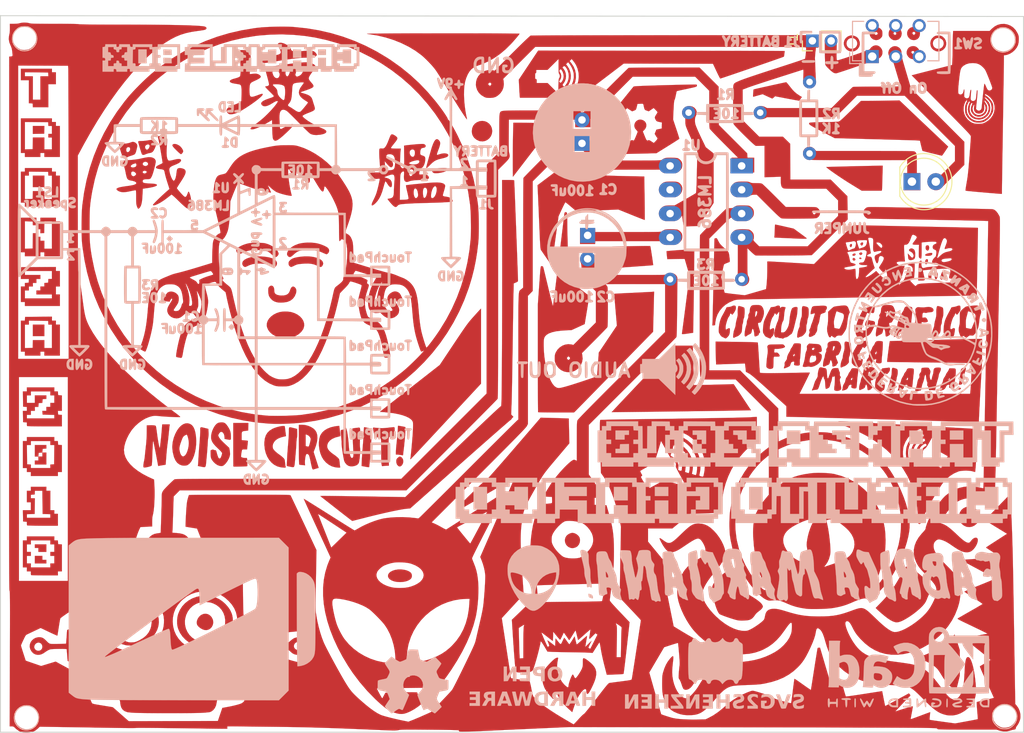
<source format=kicad_pcb>
(kicad_pcb (version 4) (host pcbnew 4.0.7)
  (layers (0 F.Cu signal) (31 B.Cu signal) (34 B.Paste user) (35 F.Paste user) (36 B.SilkS user) (37 F.SilkS user) (38 B.Mask user) (39 F.Mask user hide) (44 Edge.Cuts user))
  (net 0 "")
  (net 1 "Net-(C1-Pad1)")
  (net 2 "Net-(C1-Pad2)")
  (net 3 "Net-(C2-Pad1)")
  (net 4 "Net-(C2-Pad2)")
  (net 5 "Net-(D1-Pad1)")
  (net 6 "Net-(D1-Pad2)")
  (net 7 GND)
  (net 8 +9V)
  (net 9 "Net-(J2-Pad1)")
  (net 10 "Net-(J3-Pad1)")
  (net 11 "Net-(R1-Pad1)")
  (net 12 "Net-(U1-Pad7)")
  (module LOGO (layer F.Cu) (at 143.51 126.365)
    (fp_text reference G*** hide)
    (fp_text value LOGO hide)
  )
  (module LOGO (layer F.Cu) (at 143.51 126.365)
    (fp_text reference G*** hide)
    (fp_text value LOGO hide)
  )
  (module LOGO (layer F.Cu) (at 143.51 126.365)
    (fp_text reference G*** hide)
    (fp_text value LOGO hide)
    (fp_poly (pts (xy -42.260749 -68.025022) (xy -42.073483 -67.998715) (xy -41.957594 -67.968809) (xy -41.909345 -67.954802) (xy -41.844785 -67.942875) (xy -41.757315 -67.93287) (xy -41.640334 -67.924625) (xy -41.487241 -67.917979) (xy -41.291435 -67.912771) (xy -41.046317 -67.908842) (xy -40.745285 -67.906031) (xy -40.38174 -67.904176) (xy -39.94908 -67.903118) (xy -39.440704 -67.902695) (xy -39.240176 -67.902667) (xy -38.652907 -67.901958) (xy -38.13869 -67.899848) (xy -37.699207 -67.896367) (xy -37.336137 -67.891541) (xy -37.051161 -67.885399) (xy -36.84596 -67.877967) (xy -36.722213 -67.869275) (xy -36.681833 -67.860334) (xy -36.634516 -67.852433) (xy -36.50336 -67.845316) (xy -36.28919 -67.838991) (xy -35.99283 -67.833466) (xy -35.615103 -67.828749) (xy -35.156836 -67.824849) (xy -34.618851 -67.821775) (xy -34.001974 -67.819534) (xy -33.307028 -67.818136) (xy -32.534838 -67.817588) (xy -32.498918 -67.817584) (xy -31.320198 -67.816335) (xy -30.218926 -67.812841) (xy -29.195659 -67.807115) (xy -28.250954 -67.79917) (xy -27.385369 -67.789018) (xy -26.59946 -67.776673) (xy -25.893785 -67.762148) (xy -25.268901 -67.745455) (xy -24.725365 -67.726608) (xy -24.263733 -67.705619) (xy -23.884564 -67.682501) (xy -23.588413 -67.657268) (xy -23.375839 -67.629931) (xy -23.255327 -67.603183) (xy -23.130758 -67.535548) (xy -23.08321 -67.44888) (xy -23.112699 -67.359343) (xy -23.219244 -67.283102) (xy -23.254978 -67.269033) (xy -23.342605 -67.247735) (xy -23.496364 -67.219719) (xy -23.698269 -67.187898) (xy -23.930333 -67.155185) (xy -24.0665 -67.137595) (xy -24.714084 -67.038488) (xy -25.301702 -66.906992) (xy -25.849535 -66.735572) (xy -26.37776 -66.516696) (xy -26.906557 -66.242829) (xy -27.456106 -65.90644) (xy -27.575277 -65.827657) (xy -28.260359 -65.332613) (xy -28.957153 -64.756793) (xy -29.663492 -64.102941) (xy -30.377205 -63.373802) (xy -31.096125 -62.572121) (xy -31.818084 -61.700642) (xy -32.540912 -60.76211) (xy -33.262441 -59.759271) (xy -33.980504 -58.694868) (xy -34.69293 -57.571646) (xy -35.397552 -56.392349) (xy -36.092201 -55.159724) (xy -36.286655 -54.80163) (xy -36.787667 -53.871426) (xy -36.786632 -47.837797) (xy -36.78623 -47.06843) (xy -36.78531 -46.332812) (xy -36.7839 -45.635066) (xy -36.782025 -44.979314) (xy -36.779713 -44.36968) (xy -36.776988 -43.810287) (xy -36.773879 -43.305259) (xy -36.770411 -42.858719) (xy -36.76661 -42.47479) (xy -36.762504 -42.157595) (xy -36.758118 -41.911258) (xy -36.753479 -41.739901) (xy -36.748614 -41.647649) (xy -36.746867 -41.634833) (xy -36.721687 -41.507817) (xy -36.686929 -41.307561) (xy -36.644187 -41.044752) (xy -36.595056 -40.730076) (xy -36.541128 -40.374221) (xy -36.483996 -39.987872) (xy -36.425255 -39.581717) (xy -36.366498 -39.166442) (xy -36.309319 -38.752735) (xy -36.255311 -38.351281) (xy -36.240611 -38.239758) (xy -36.177607 -37.777583) (xy -36.117878 -37.386403) (xy -36.057789 -37.05283) (xy -35.993704 -36.763476) (xy -35.921988 -36.504953) (xy -35.839006 -36.263871) (xy -35.741121 -36.026842) (xy -35.624698 -35.780478) (xy -35.514219 -35.564712) (xy -35.178361 -34.980101) (xy -34.768617 -34.363447) (xy -34.28811 -33.717896) (xy -33.739963 -33.046588) (xy -33.1273 -32.352668) (xy -32.453243 -31.639279) (xy -31.720917 -30.909563) (xy -30.933445 -30.166664) (xy -30.09395 -29.413725) (xy -29.205554 -28.653889) (xy -28.271382 -27.890299) (xy -27.294558 -27.126097) (xy -26.630319 -26.624639) (xy -26.374537 -26.433851) (xy -26.180325 -26.287351) (xy -26.041161 -26.179111) (xy -25.950522 -26.103101) (xy -25.901886 -26.053292) (xy -25.88873 -26.023654) (xy -25.904532 -26.008158) (xy -25.94277 -26.000774) (xy -25.95415 -25.99958) (xy -26.054954 -25.996616) (xy -26.224622 -25.99924) (xy -26.447596 -26.006604) (xy -26.708318 -26.017861) (xy -26.991231 -26.032161) (xy -27.280777 -26.048657) (xy -27.561398 -26.0665) (xy -27.817536 -26.084842) (xy -28.033634 -26.102835) (xy -28.194134 -26.119629) (xy -28.221306 -26.1232) (xy -28.440217 -26.146068) (xy -28.632811 -26.145263) (xy -28.827838 -26.117498) (xy -29.054043 -26.059487) (xy -29.213687 -26.00977) (xy -29.59064 -25.852395) (xy -29.975237 -25.627405) (xy -30.350343 -25.348143) (xy -30.698825 -25.027953) (xy -31.00355 -24.680181) (xy -31.113879 -24.529806) (xy -31.360518 -24.133206) (xy -31.565837 -23.721646) (xy -31.723905 -23.311075) (xy -31.828791 -22.917444) (xy -31.874565 -22.556701) (xy -31.876107 -22.479851) (xy -31.833042 -22.096057) (xy -31.707319 -21.716933) (xy -31.500907 -21.344482) (xy -31.215773 -20.980707) (xy -30.853884 -20.627611) (xy -30.417208 -20.287197) (xy -29.907713 -19.961468) (xy -29.327366 -19.652427) (xy -28.909799 -19.460019) (xy -28.673097 -19.356932) (xy -28.645215 -18.964129) (xy -28.62271 -18.547166) (xy -28.611796 -18.108479) (xy -28.611848 -17.661406) (xy -28.622241 -17.219285) (xy -28.642349 -16.795456) (xy -28.671547 -16.403255) (xy -28.709208 -16.056021) (xy -28.754707 -15.767093) (xy -28.805011 -15.5575) (xy -28.844122 -15.362866) (xy -28.86602 -15.090058) (xy -28.870875 -14.848417) (xy -28.871333 -14.351) (xy -29.05125 -14.345813) (xy -29.171369 -14.341017) (xy -29.34777 -14.332349) (xy -29.552236 -14.321242) (xy -29.675667 -14.314063) (xy -30.120167 -14.2875) (xy -30.235164 -14.054667) (xy -30.317403 -13.868756) (xy -30.410437 -13.627422) (xy -30.504907 -13.357475) (xy -30.591454 -13.085722) (xy -30.660718 -12.838975) (xy -30.663755 -12.827) (xy -30.722424 -12.594167) (xy -31.500795 -12.582223) (xy -31.699194 -12.579258) (xy -31.970427 -12.575326) (xy -32.302668 -12.57059) (xy -32.684093 -12.565218) (xy -33.102876 -12.559374) (xy -33.547192 -12.553225) (xy -34.005215 -12.546935) (xy -34.465121 -12.540672) (xy -34.522833 -12.53989) (xy -36.7665 -12.5095) (xy -36.765226 -5.861102) (xy -37.690878 -5.251517) (xy -37.94177 -5.083896) (xy -38.169507 -4.927173) (xy -38.364271 -4.788471) (xy -38.516245 -4.674915) (xy -38.615613 -4.59363) (xy -38.651913 -4.554049) (xy -38.668812 -4.486752) (xy -38.695521 -4.349735) (xy -38.729576 -4.157048) (xy -38.768513 -3.922742) (xy -38.809868 -3.66087) (xy -38.819255 -3.599588) (xy -38.859432 -3.339351) (xy -38.896041 -3.109016) (xy -38.926996 -2.921172) (xy -38.950208 -2.788409) (xy -38.963589 -2.723317) (xy -38.965274 -2.718948) (xy -39.005816 -2.732237) (xy -39.111881 -2.777164) (xy -39.272612 -2.848847) (xy -39.477148 -2.942398) (xy -39.71463 -3.052933) (xy -39.862585 -3.122616) (xy -40.745833 -3.540344) (xy -41.317333 -3.268657) (xy -41.540413 -3.162808) (xy -41.75644 -3.060665) (xy -41.944355 -2.97216) (xy -42.0831 -2.907227) (xy -42.111503 -2.894052) (xy -42.200674 -2.851142) (xy -42.268656 -2.80847) (xy -42.326011 -2.751911) (xy -42.383299 -2.667336) (xy -42.451083 -2.540618) (xy -42.539925 -2.357631) (xy -42.587753 -2.257028) (xy -42.679742 -2.059759) (xy -42.75684 -1.887719) (xy -42.812371 -1.756327) (xy -42.839654 -1.681002) (xy -42.841333 -1.671558) (xy -42.82879 -1.616904) (xy -42.793852 -1.495108) (xy -42.740559 -1.319462) (xy -42.672952 -1.103261) (xy -42.59507 -0.859795) (xy -42.587754 -0.83718) (xy -42.334174 -0.054166) (xy -41.512512 0.229605) (xy -40.690851 0.513377) (xy -39.916819 0.277548) (xy -39.142786 0.041718) (xy -37.84881 0.751109) (xy -36.554833 1.4605) (xy -35.952719 2.899833) (xy -35.813543 3.231824) (xy -35.682768 3.542426) (xy -35.564424 3.82217) (xy -35.462542 4.061588) (xy -35.38115 4.251208) (xy -35.324278 4.381561) (xy -35.296025 4.443049) (xy -35.275287 4.475231) (xy -35.243601 4.502716) (xy -35.191051 4.527942) (xy -35.107718 4.553351) (xy -34.983684 4.58138) (xy -34.809032 4.614469) (xy -34.573844 4.655058) (xy -34.268203 4.705586) (xy -34.150558 4.724798) (xy -33.059672 4.902664) (xy -32.776525 5.150082) (xy -32.646621 5.263893) (xy -32.47135 5.417874) (xy -32.268786 5.596126) (xy -32.057002 5.782748) (xy -31.929655 5.895099) (xy -31.365932 6.392698) (xy -26.619797 6.381932) (xy -21.873662 6.371167) (xy -21.3995 4.977803) (xy -20.8915 4.885448) (xy -20.542788 4.817687) (xy -20.21022 4.744848) (xy -19.908001 4.670586) (xy -19.650334 4.598555) (xy -19.451424 4.532412) (xy -19.348222 4.488296) (xy -19.21973 4.403292) (xy -19.110734 4.299618) (xy -19.094241 4.278345) (xy -19.019174 4.152468) (xy -18.923179 3.959823) (xy -18.812129 3.713955) (xy -18.691895 3.428412) (xy -18.568349 3.116739) (xy -18.447362 2.792481) (xy -18.43376 2.754668) (xy -18.230092 2.18617) (xy -18.277984 1.6553) (xy -18.29546 1.454264) (xy -18.308724 1.287242) (xy -18.316588 1.170356) (xy -18.317863 1.119729) (xy -18.317521 1.118874) (xy -18.276003 1.107755) (xy -18.161416 1.078513) (xy -17.982862 1.033437) (xy -17.749443 0.97481) (xy -17.47026 0.904919) (xy -17.154417 0.826049) (xy -16.811013 0.740487) (xy -16.786575 0.734405) (xy -15.263983 0.355492) (xy -15.12631 0.040163) (xy -15.060242 -0.111945) (xy -15.00732 -0.235243) (xy -14.976758 -0.308222) (xy -14.97357 -0.316411) (xy -14.93005 -0.319369) (xy -14.820681 -0.298853) (xy -14.6599 -0.258267) (xy -14.462143 -0.201021) (xy -14.390169 -0.17872) (xy -13.970168 -0.053136) (xy -13.59245 0.0464) (xy -13.266454 0.117758) (xy -13.001622 0.158808) (xy -12.851494 0.168417) (xy -12.727716 0.163146) (xy -12.638768 0.135759) (xy -12.552368 0.070902) (xy -12.467051 -0.014458) (xy -12.263128 -0.260474) (xy -12.085903 -0.538218) (xy -11.945106 -0.82735) (xy -11.850466 -1.107529) (xy -11.811714 -1.358415) (xy -11.811281 -1.385359) (xy -11.817438 -1.482867) (xy -11.833823 -1.632121) (xy -11.857581 -1.814266) (xy -11.885855 -2.010446) (xy -11.915792 -2.201805) (xy -11.944533 -2.369487) (xy -11.969225 -2.494635) (xy -11.987011 -2.558395) (xy -11.989499 -2.56213) (xy -12.030581 -2.580783) (xy -12.137744 -2.626211) (xy -12.298651 -2.69327) (xy -12.50096 -2.776821) (xy -12.732333 -2.871722) (xy -12.742333 -2.87581) (xy -13.483167 -3.178635) (xy -14.330825 -3.092151) (xy -14.598493 -3.065505) (xy -14.845142 -3.042188) (xy -15.055445 -3.023553) (xy -15.214073 -3.01095) (xy -15.3057 -3.005733) (xy -15.311547 -3.005667) (xy -15.444611 -3.005667) (xy -15.630666 -3.566583) (xy -15.816722 -4.1275) (xy -16.145586 -4.234073) (xy -16.303023 -4.291152) (xy -16.428545 -4.347916) (xy -16.500337 -4.394161) (xy -16.507619 -4.403407) (xy -16.542624 -4.494531) (xy -16.583109 -4.636784) (xy -16.624303 -4.807624) (xy -16.661436 -4.984511) (xy -16.689736 -5.1449) (xy -16.704435 -5.266251) (xy -16.702239 -5.323087) (xy -16.702186 -5.374761) (xy -16.710019 -5.502585) (xy -16.724979 -5.698751) (xy -16.746308 -5.955451) (xy -16.773248 -6.264877) (xy -16.805041 -6.61922) (xy -16.840929 -7.010673) (xy -16.880155 -7.431428) (xy -16.921961 -7.873677) (xy -16.965588 -8.329612) (xy -17.010279 -8.791424) (xy -17.055276 -9.251306) (xy -17.099821 -9.701451) (xy -17.143156 -10.134048) (xy -17.184523 -10.541292) (xy -17.223164 -10.915374) (xy -17.258322 -11.248485) (xy -17.289238 -11.532819) (xy -17.315155 -11.760566) (xy -17.335314 -11.923919) (xy -17.348958 -12.01507) (xy -17.35342 -12.03161) (xy -17.39718 -12.036496) (xy -17.517288 -12.044202) (xy -17.705482 -12.054387) (xy -17.953502 -12.066709) (xy -18.253087 -12.080827) (xy -18.595977 -12.096401) (xy -18.973912 -12.113089) (xy -19.37863 -12.130551) (xy -19.801872 -12.148446) (xy -20.235376 -12.166431) (xy -20.670881 -12.184167) (xy -21.100129 -12.201313) (xy -21.514857 -12.217527) (xy -21.906805 -12.232469) (xy -22.267714 -12.245797) (xy -22.589321 -12.257171) (xy -22.863367 -12.266249) (xy -23.081591 -12.27269) (xy -23.235732 -12.276154) (xy -23.289863 -12.276667) (xy -23.3235 -12.302019) (xy -23.373159 -12.381776) (xy -23.441444 -12.521493) (xy -23.530957 -12.726722) (xy -23.6443 -13.003015) (xy -23.72383 -13.20269) (xy -24.089669 -14.128712) (xy -24.702501 -14.227051) (xy -25.315333 -14.325389) (xy -25.314669 -14.581611) (xy -25.311904 -14.696815) (xy -25.304507 -14.88102) (xy -25.293237 -15.118733) (xy -25.278853 -15.394459) (xy -25.262114 -15.692704) (xy -25.251317 -15.875) (xy -25.22831 -16.233326) (xy -25.206343 -16.520976) (xy -25.183773 -16.751898) (xy -25.158959 -16.940041) (xy -25.130259 -17.099352) (xy -25.096031 -17.24378) (xy -25.085745 -17.281617) (xy -25.037165 -17.450514) (xy -24.994345 -17.589439) (xy -24.963931 -17.677233) (xy -24.956098 -17.694367) (xy -24.911345 -17.701658) (xy -24.786248 -17.708267) (xy -24.580392 -17.714198) (xy -24.293365 -17.719453) (xy -23.924754 -17.724035) (xy -23.474144 -17.727949) (xy -22.941124 -17.731197) (xy -22.32528 -17.733783) (xy -21.626199 -17.73571) (xy -20.843467 -17.736981) (xy -19.976671 -17.7376) (xy -19.555861 -17.737667) (xy -18.769697 -17.73762) (xy -18.063848 -17.73744) (xy -17.433958 -17.737067) (xy -16.875676 -17.736442) (xy -16.384648 -17.735505) (xy -15.95652 -17.734197) (xy -15.58694 -17.732458) (xy -15.271555 -17.730229) (xy -15.00601 -17.72745) (xy -14.785954 -17.724061) (xy -14.607033 -17.720003) (xy -14.464894 -17.715217) (xy -14.355183 -17.709643) (xy -14.273548 -17.703222) (xy -14.215635 -17.695894) (xy -14.177091 -17.687599) (xy -14.153563 -17.678277) (xy -14.140698 -17.667871) (xy -14.137677 -17.663583) (xy -14.11278 -17.614136) (xy -14.054712 -17.494211) (xy -13.966381 -17.309928) (xy -13.850693 -17.067405) (xy -13.710555 -16.772761) (xy -13.548875 -16.432114) (xy -13.368558 -16.051584) (xy -13.172512 -15.637289) (xy -12.963644 -15.195347) (xy -12.744859 -14.731877) (xy -12.734931 -14.710833) (xy -11.376891 -11.832167) (xy -11.426762 -9.144) (xy -11.438577 -8.50223) (xy -11.448662 -7.938975) (xy -11.456993 -7.448102) (xy -11.463547 -7.023475) (xy -11.468301 -6.658962) (xy -11.471233 -6.348428) (xy -11.472317 -6.085739) (xy -11.471532 -5.86476) (xy -11.468854 -5.679358) (xy -11.46426 -5.523399) (xy -11.457726 -5.390749) (xy -11.44923 -5.275273) (xy -11.438747 -5.170837) (xy -11.426256 -5.071307) (xy -11.411732 -4.97055) (xy -11.410931 -4.965231) (xy -11.298915 -4.330054) (xy -11.155695 -3.691465) (xy -10.987255 -3.071548) (xy -10.799583 -2.492388) (xy -10.604095 -1.98872) (xy -10.522665 -1.810552) (xy -10.404653 -1.569292) (xy -10.255628 -1.275278) (xy -10.081162 -0.938845) (xy -9.886823 -0.570329) (xy -9.678181 -0.180068) (xy -9.460807 0.221604) (xy -9.240271 0.624348) (xy -9.022142 1.01783) (xy -8.81199 1.391712) (xy -8.615386 1.735658) (xy -8.437899 2.039332) (xy -8.39183 2.116667) (xy -8.188083 2.452125) (xy -8.00884 2.733008) (xy -7.841649 2.974247) (xy -7.674056 3.190771) (xy -7.493609 3.397509) (xy -7.287855 3.609391) (xy -7.044341 3.841347) (xy -6.750615 4.108306) (xy -6.671891 4.178685) (xy -6.154759 4.625811) (xy -5.684231 5.002925) (xy -5.25982 5.310377) (xy -4.881038 5.548515) (xy -4.547397 5.717691) (xy -4.492121 5.740836) (xy -4.343376 5.793054) (xy -4.126269 5.858613) (xy -3.855373 5.933806) (xy -3.54526 6.014928) (xy -3.2105 6.098275) (xy -2.865666 6.180141) (xy -2.52533 6.256821) (xy -2.204063 6.324609) (xy -2.167021 6.332063) (xy -1.5875 6.447992) (xy -1.100667 6.256322) (xy -0.893732 6.172449) (xy -0.635149 6.064006) (xy -0.350195 5.941796) (xy -0.064146 5.816621) (xy 0.110824 5.738592) (xy 0.835482 5.412532) (xy 1.401991 4.825445) (xy 1.795852 4.416341) (xy 2.13267 4.064424) (xy 2.415105 3.766852) (xy 2.645822 3.520782) (xy 2.827482 3.323369) (xy 2.962746 3.171772) (xy 3.054277 3.063147) (xy 3.066054 3.048272) (xy 3.1109 2.976558) (xy 3.188675 2.835731) (xy 3.295709 2.633028) (xy 3.428335 2.375684) (xy 3.582883 2.070935) (xy 3.755684 1.726018) (xy 3.94307 1.348168) (xy 4.141372 0.944621) (xy 4.346922 0.522613) (xy 4.353875 0.508272) (xy 4.591074 0.01842) (xy 4.793933 -0.402094) (xy 4.965418 -0.759936) (xy 5.108493 -1.061774) (xy 5.226123 -1.314275) (xy 5.321273 -1.524105) (xy 5.396909 -1.697931) (xy 5.455995 -1.842421) (xy 5.501495 -1.964242) (xy 5.536376 -2.070059) (xy 5.563602 -2.166542) (xy 5.586138 -2.260355) (xy 5.587136 -2.264833) (xy 5.619868 -2.409854) (xy 5.668808 -2.623765) (xy 5.730827 -2.893026) (xy 5.802796 -3.204099) (xy 5.881584 -3.543444) (xy 5.964062 -3.897524) (xy 6.012831 -4.106333) (xy 6.115594 -4.551739) (xy 6.199112 -4.928121) (xy 6.265837 -5.248294) (xy 6.318221 -5.525073) (xy 6.358716 -5.771274) (xy 6.389774 -5.999712) (xy 6.409711 -6.180667) (xy 6.448306 -6.589909) (xy 6.483911 -7.008943) (xy 6.515802 -7.425751) (xy 6.543258 -7.828317) (xy 6.565557 -8.204627) (xy 6.581977 -8.542664) (xy 6.591795 -8.830413) (xy 6.59429 -9.055856) (xy 6.590329 -9.186333) (xy 6.546456 -9.542376) (xy 6.462721 -9.940251) (xy 6.34619 -10.35132) (xy 6.20752 -10.738024) (xy 6.059724 -11.106116) (xy 7.783574 -15.067475) (xy 9.507425 -19.028833) (xy 9.196523 -19.041237) (xy 8.885621 -19.05364) (xy 7.58606 -18.303101) (xy 7.207678 -18.084525) (xy 6.779172 -17.836915) (xy 6.323694 -17.573652) (xy 5.864394 -17.308122) (xy 5.424425 -17.053705) (xy 5.026936 -16.823786) (xy 4.953 -16.78101) (xy 4.603784 -16.579321) (xy 4.320278 -16.416761) (xy 4.095145 -16.289654) (xy 3.921046 -16.194323) (xy 3.790644 -16.127092) (xy 3.696599 -16.084283) (xy 3.631574 -16.062221) (xy 3.588231 -16.057228) (xy 3.559231 -16.065629) (xy 3.545417 -16.07579) (xy 3.486824 -16.148422) (xy 3.471333 -16.193862) (xy 3.500626 -16.234152) (xy 3.583715 -16.326062) (xy 3.713418 -16.462474) (xy 3.882555 -16.63627) (xy 4.083943 -16.840333) (xy 4.3104 -17.067546) (xy 4.554745 -17.31079) (xy 4.809794 -17.562949) (xy 5.068367 -17.816904) (xy 5.323282 -18.065538) (xy 5.567356 -18.301734) (xy 5.793408 -18.518374) (xy 5.994256 -18.70834) (xy 6.162718 -18.864516) (xy 6.203785 -18.901833) (xy 6.376064 -19.054533) (xy 6.541304 -19.195762) (xy 6.681714 -19.310646) (xy 6.779505 -19.384307) (xy 6.786002 -19.388667) (xy 6.835716 -19.435149) (xy 6.936518 -19.541471) (xy 7.084448 -19.703142) (xy 7.275549 -19.915669) (xy 7.505863 -20.174562) (xy 7.771431 -20.47533) (xy 8.068294 -20.813481) (xy 8.392495 -21.184524) (xy 8.740075 -21.583969) (xy 9.107077 -22.007323) (xy 9.489541 -22.450096) (xy 9.721184 -22.719017) (xy 12.495843 -25.943534) (xy 13.222338 -25.924729) (xy 13.531269 -25.916427) (xy 13.88787 -25.906357) (xy 14.25519 -25.895591) (xy 14.596279 -25.885199) (xy 14.715494 -25.881439) (xy 15.482155 -25.856955) (xy 15.512813 -24.533098) (xy 15.54347 -23.209241) (xy 14.195818 -21.614629) (xy 13.880204 -21.241074) (xy 13.611619 -20.921672) (xy 13.382655 -20.645732) (xy 13.185903 -20.402561) (xy 13.013953 -20.181467) (xy 12.859399 -19.971757) (xy 12.714832 -19.762739) (xy 12.572842 -19.543721) (xy 12.426022 -19.30401) (xy 12.266963 -19.032914) (xy 12.088257 -18.719741) (xy 11.882495 -18.353797) (xy 11.656218 -17.949333) (xy 11.41867 -17.521676) (xy 11.220029 -17.155125) (xy 11.055938 -16.838009) (xy 10.922041 -16.558655) (xy 10.813979 -16.305394) (xy 10.727395 -16.066553) (xy 10.657931 -15.830462) (xy 10.601231 -15.585448) (xy 10.552936 -15.31984) (xy 10.50869 -15.021968) (xy 10.478752 -14.7955) (xy 10.444876 -14.515734) (xy 10.416375 -14.242377) (xy 10.393373 -13.969097) (xy 10.375997 -13.689564) (xy 10.364373 -13.397444) (xy 10.358626 -13.086406) (xy 10.358881 -12.750118) (xy 10.365265 -12.382248) (xy 10.377904 -11.976464) (xy 10.396923 -11.526435) (xy 10.422448 -11.025828) (xy 10.454605 -10.468311) (xy 10.493519 -9.847553) (xy 10.539317 -9.157222) (xy 10.592124 -8.390985) (xy 10.611436 -8.115753) (xy 10.682362 -7.108673) (xy 10.51265 -6.93042) (xy 10.443691 -6.856975) (xy 10.325476 -6.729929) (xy 10.166068 -6.557993) (xy 9.97353 -6.34988) (xy 9.755923 -6.114302) (xy 9.521309 -5.859972) (xy 9.345327 -5.668987) (xy 8.347717 -4.585807) (xy 9.326913 1.809627) (xy 10.323038 1.974507) (xy 11.319164 2.139386) (xy 11.394002 2.434943) (xy 11.4347 2.611617) (xy 11.480426 2.834867) (xy 11.523732 3.067529) (xy 11.540746 3.167212) (xy 11.58625 3.407788) (xy 11.635287 3.585438) (xy 11.694587 3.721845) (xy 11.732483 3.784837) (xy 11.867518 3.951169) (xy 12.07359 4.151967) (xy 12.346084 4.383689) (xy 12.680382 4.64279) (xy 13.071868 4.925728) (xy 13.515924 5.228959) (xy 14.007934 5.54894) (xy 14.139333 5.632046) (xy 14.300509 5.732053) (xy 14.497701 5.852263) (xy 14.719409 5.98589) (xy 14.954131 6.126149) (xy 15.190365 6.266256) (xy 15.416608 6.399424) (xy 15.621359 6.51887) (xy 15.793117 6.617806) (xy 15.920379 6.68945) (xy 15.991644 6.727014) (xy 16.00222 6.731) (xy 16.037547 6.701102) (xy 16.119627 6.618164) (xy 16.238841 6.492315) (xy 16.38557 6.333687) (xy 16.524723 6.180667) (xy 16.690604 6.001159) (xy 16.841437 5.845854) (xy 16.966586 5.725085) (xy 17.055417 5.649184) (xy 17.093845 5.627668) (xy 17.135911 5.593783) (xy 17.225151 5.49621) (xy 17.358154 5.339157) (xy 17.531511 5.126831) (xy 17.74181 4.86344) (xy 17.985642 4.553192) (xy 18.259597 4.200293) (xy 18.427783 3.98185) (xy 18.718722 3.603452) (xy 18.963159 3.287013) (xy 19.165729 3.027013) (xy 19.331066 2.817929) (xy 19.463804 2.654242) (xy 19.568577 2.530429) (xy 19.65002 2.44097) (xy 19.712767 2.380344) (xy 19.761452 2.34303) (xy 19.800709 2.323506) (xy 19.824783 2.317511) (xy 19.902794 2.306429) (xy 20.051886 2.286265) (xy 20.259166 2.258725) (xy 20.511738 2.225513) (xy 20.796708 2.188334) (xy 21.055422 2.154802) (xy 21.38951 2.111141) (xy 21.649209 2.075642) (xy 21.844191 2.046361) (xy 21.984128 2.021351) (xy 22.078694 1.998668) (xy 22.137559 1.976366) (xy 22.170396 1.952499) (xy 22.185972 1.927389) (xy 22.197927 1.872435) (xy 22.221393 1.74051) (xy 22.255296 1.53837) (xy 22.298563 1.272768) (xy 22.35012 0.950462) (xy 22.408895 0.578205) (xy 22.473814 0.162753) (xy 22.543803 -0.289138) (xy 22.61779 -0.770713) (xy 22.692236 -1.258987) (xy 23.163205 -4.359474) (xy 23.043353 -4.50279) (xy 22.986137 -4.567113) (xy 22.878262 -4.684481) (xy 22.727459 -4.84663) (xy 22.541462 -5.045294) (xy 22.328002 -5.27221) (xy 22.094812 -5.519112) (xy 21.912263 -5.711758) (xy 20.901026 -6.77741) (xy 20.971365 -10.553622) (xy 21.041704 -14.329833) (xy 20.933926 -14.859) (xy 20.75339 -15.670618) (xy 20.551006 -16.44373) (xy 20.329354 -17.171327) (xy 20.091015 -17.8464) (xy 19.838569 -18.461943) (xy 19.574595 -19.010946) (xy 19.301675 -19.486402) (xy 19.144148 -19.720352) (xy 18.911181 -20.044833) (xy 18.905955 -20.223226) (xy 23.097017 -20.223226) (xy 23.135909 -20.117611) (xy 23.192661 -20.006622) (xy 23.263072 -19.879) (xy 23.294749 -19.804668) (xy 23.290962 -19.763404) (xy 23.254983 -19.734986) (xy 23.238078 -19.72577) (xy 23.175392 -19.670875) (xy 23.164363 -19.629227) (xy 23.197449 -19.545781) (xy 23.258762 -19.424229) (xy 23.337185 -19.283207) (xy 23.421602 -19.141354) (xy 23.500895 -19.017307) (xy 23.56395 -18.929703) (xy 23.599649 -18.89718) (xy 23.600833 -18.897447) (xy 23.675506 -18.927861) (xy 23.712827 -18.942938) (xy 23.761827 -18.939965) (xy 23.819046 -18.884611) (xy 23.89484 -18.765639) (xy 23.923682 -18.714166) (xy 23.999104 -18.586174) (xy 24.062975 -18.494158) (xy 24.101872 -18.457383) (xy 24.102647 -18.457333) (xy 24.149732 -18.476961) (xy 24.258814 -18.531672) (xy 24.418 -18.615215) (xy 24.6154 -18.721334) (xy 24.83912 -18.843775) (xy 24.872111 -18.862) (xy 25.603803 -19.266666) (xy 26.777814 -18.945523) (xy 27.07878 -18.863862) (xy 27.35229 -18.790928) (xy 27.587983 -18.729382) (xy 27.775496 -18.681884) (xy 27.904467 -18.651095) (xy 27.964533 -18.639676) (xy 27.967488 -18.640044) (xy 27.951844 -18.679592) (xy 27.899855 -18.783399) (xy 27.816617 -18.941895) (xy 27.70723 -19.145508) (xy 27.576789 -19.384667) (xy 27.430393 -19.649802) (xy 27.413199 -19.680745) (xy 27.241093 -19.991953) (xy 27.10741 -20.238241) (xy 27.00818 -20.427976) (xy 26.939431 -20.569528) (xy 26.897194 -20.671263) (xy 26.877498 -20.741551) (xy 26.876373 -20.78876) (xy 26.880435 -20.803595) (xy 26.89869 -20.959701) (xy 26.855801 -21.130744) (xy 26.76541 -21.291973) (xy 26.641162 -21.418635) (xy 26.5053 -21.484151) (xy 26.460671 -21.504387) (xy 26.409735 -21.551283) (xy 26.346314 -21.63399) (xy 26.264229 -21.761658) (xy 26.163655 -21.932643) (xy 26.315945 -21.932643) (xy 26.328915 -21.877486) (xy 26.394923 -21.837761) (xy 26.429508 -21.822962) (xy 26.704858 -21.665002) (xy 26.918893 -21.452745) (xy 27.067248 -21.194546) (xy 27.145553 -20.89876) (xy 27.149443 -20.573743) (xy 27.135507 -20.472143) (xy 27.129879 -20.391739) (xy 27.162261 -20.345232) (xy 27.252712 -20.309368) (xy 27.283833 -20.300181) (xy 27.386697 -20.277866) (xy 27.457566 -20.288153) (xy 27.50225 -20.34216) (xy 27.526558 -20.451) (xy 27.536301 -20.625791) (xy 27.537572 -20.785667) (xy 27.53499 -20.982532) (xy 27.52373 -21.12298) (xy 27.498063 -21.235212) (xy 27.452259 -21.347427) (xy 27.403939 -21.443384) (xy 27.298394 -21.613306) (xy 27.16613 -21.783391) (xy 27.07297 -21.881073) (xy 26.930532 -21.996286) (xy 26.77468 -22.097135) (xy 26.625945 -22.172849) (xy 26.504857 -22.212658) (xy 26.442595 -22.211774) (xy 26.397477 -22.161428) (xy 26.351501 -22.062064) (xy 26.342771 -22.035714) (xy 26.315945 -21.932643) (xy 26.163655 -21.932643) (xy 26.157304 -21.943439) (xy 26.019358 -22.188484) (xy 25.9715 -22.274801) (xy 25.834844 -22.521577) (xy 25.72491 -22.719641) (xy 26.554445 -22.719641) (xy 26.55733 -22.628459) (xy 26.611392 -22.569191) (xy 26.727135 -22.518238) (xy 26.750999 -22.509665) (xy 27.042281 -22.365475) (xy 27.315723 -22.153423) (xy 27.554765 -21.890306) (xy 27.742844 -21.59292) (xy 27.814804 -21.430846) (xy 27.873309 -21.211628) (xy 27.907708 -20.944534) (xy 27.915859 -20.663457) (xy 27.895616 -20.402291) (xy 27.884125 -20.335097) (xy 27.849416 -20.159695) (xy 28.032291 -20.095023) (xy 28.14736 -20.055559) (xy 28.226214 -20.030779) (xy 28.241891 -20.027009) (xy 28.267027 -20.061914) (xy 28.300141 -20.154173) (xy 28.315974 -20.211746) (xy 28.347195 -20.407413) (xy 28.360826 -20.654319) (xy 28.357352 -20.920985) (xy 28.337258 -21.175936) (xy 28.301029 -21.387695) (xy 28.297664 -21.401) (xy 28.160971 -21.768868) (xy 27.954005 -22.116011) (xy 27.690131 -22.426122) (xy 27.382713 -22.68289) (xy 27.122383 -22.835126) (xy 26.925866 -22.928408) (xy 26.79134 -22.985298) (xy 26.704746 -23.006623) (xy 26.652026 -22.993212) (xy 26.619123 -22.945891) (xy 26.592233 -22.866335) (xy 26.554445 -22.719641) (xy 25.72491 -22.719641) (xy 25.703839 -22.757602) (xy 25.587062 -22.967467) (xy 25.493088 -23.135762) (xy 25.430493 -23.24708) (xy 25.425789 -23.255364) (xy 25.364814 -23.362578) (xy 26.755309 -23.362578) (xy 26.791338 -23.335177) (xy 26.885905 -23.290112) (xy 27.003216 -23.243038) (xy 27.406824 -23.04825) (xy 27.768435 -22.786443) (xy 28.081036 -22.467696) (xy 28.337616 -22.102093) (xy 28.53116 -21.699715) (xy 28.654656 -21.270642) (xy 28.701091 -20.824957) (xy 28.701265 -20.802028) (xy 28.69093 -20.582696) (xy 28.662531 -20.342379) (xy 28.621638 -20.121723) (xy 28.59355 -20.016081) (xy 28.598968 -19.96607) (xy 28.66082 -19.923283) (xy 28.774182 -19.882905) (xy 28.896193 -19.846272) (xy 28.982044 -19.821765) (xy 29.003767 -19.816408) (xy 29.029941 -19.850309) (xy 29.065029 -19.940998) (xy 29.080315 -19.991917) (xy 29.118797 -20.190729) (xy 29.144216 -20.445949) (xy 29.156036 -20.73025) (xy 29.153718 -21.016303) (xy 29.136726 -21.276783) (xy 29.109239 -21.463) (xy 28.995229 -21.844009) (xy 28.817863 -22.23022) (xy 28.591745 -22.593812) (xy 28.37546 -22.8607) (xy 28.117748 -23.10862) (xy 27.828242 -23.335517) (xy 27.531497 -23.524014) (xy 27.252071 -23.656737) (xy 27.248421 -23.658108) (xy 27.075514 -23.72082) (xy 26.964019 -23.750065) (xy 26.896282 -23.742657) (xy 26.854648 -23.695412) (xy 26.821463 -23.605144) (xy 26.813686 -23.579667) (xy 26.779326 -23.461497) (xy 26.758309 -23.379992) (xy 26.755309 -23.362578) (xy 25.364814 -23.362578) (xy 25.303412 -23.470542) (xy 24.958252 -22.318851) (xy 24.867727 -22.020084) (xy 24.783234 -21.747444) (xy 24.708231 -21.5116) (xy 24.646174 -21.323222) (xy 24.600521 -21.192979) (xy 24.574729 -21.13154) (xy 24.57263 -21.128763) (xy 24.524267 -21.0969) (xy 24.414065 -21.03135) (xy 24.254366 -20.939233) (xy 24.057514 -20.827669) (xy 23.835854 -20.703777) (xy 23.833667 -20.702562) (xy 23.612089 -20.578721) (xy 23.415452 -20.467263) (xy 23.25603 -20.375271) (xy 23.146098 -20.30983) (xy 23.097931 -20.278023) (xy 23.097779 -20.277875) (xy 23.097017 -20.223226) (xy 18.905955 -20.223226) (xy 18.841105 -22.436667) (xy 18.821943 -23.131661) (xy 18.807653 -23.742638) (xy 18.80187 -24.0665) (xy 27.019983 -24.0665) (xy 27.215408 -23.998546) (xy 27.69639 -23.789114) (xy 28.130669 -23.515636) (xy 28.513847 -23.185753) (xy 28.841525 -22.807108) (xy 29.109306 -22.387342) (xy 29.312791 -21.934098) (xy 29.447583 -21.455017) (xy 29.509282 -20.957741) (xy 29.493492 -20.449913) (xy 29.442098 -20.129516) (xy 29.404648 -19.948373) (xy 29.387944 -19.832699) (xy 29.395836 -19.764998) (xy 29.432178 -19.727774) (xy 29.500822 -19.703534) (xy 29.538083 -19.693581) (xy 29.678852 -19.659807) (xy 29.760665 -19.658108) (xy 29.805706 -19.696377) (xy 29.836156 -19.782505) (xy 29.841199 -19.801417) (xy 29.932641 -20.258399) (xy 29.965639 -20.727172) (xy 29.959468 -21.01506) (xy 29.930169 -21.377328) (xy 29.876837 -21.69045) (xy 29.790982 -21.9877) (xy 29.664113 -22.302355) (xy 29.590917 -22.459455) (xy 29.325369 -22.935967) (xy 29.014409 -23.348067) (xy 28.646376 -23.708993) (xy 28.209608 -24.031981) (xy 28.200114 -24.03813) (xy 28.05096 -24.125099) (xy 27.868453 -24.217774) (xy 27.673211 -24.307264) (xy 27.48585 -24.384677) (xy 27.326989 -24.441123) (xy 27.217244 -24.467708) (xy 27.201813 -24.468667) (xy 27.148599 -24.428804) (xy 27.095501 -24.3183) (xy 27.079106 -24.267583) (xy 27.019983 -24.0665) (xy 18.80187 -24.0665) (xy 18.798234 -24.270108) (xy 18.793686 -24.714581) (xy 18.794008 -25.076566) (xy 18.799201 -25.356574) (xy 18.809263 -25.555114) (xy 18.824194 -25.672696) (xy 18.838333 -25.707847) (xy 18.88279 -25.711019) (xy 19.006005 -25.715106) (xy 19.202075 -25.720004) (xy 19.465098 -25.725611) (xy 19.789172 -25.731823) (xy 20.168393 -25.738536) (xy 20.59686 -25.745646) (xy 21.068669 -25.753049) (xy 21.577919 -25.760643) (xy 22.118706 -25.768323) (xy 22.685129 -25.775985) (xy 22.817667 -25.777725) (xy 24.170398 -25.795608) (xy 25.446337 -25.812955) (xy 26.644961 -25.829755) (xy 27.765749 -25.846) (xy 28.808178 -25.861681) (xy 29.771725 -25.876786) (xy 30.655869 -25.891309) (xy 31.460088 -25.905238) (xy 32.183859 -25.918565) (xy 32.826659 -25.931281) (xy 33.387968 -25.943375) (xy 33.867261 -25.95484) (xy 34.264018 -25.965664) (xy 34.577716 -25.97584) (xy 34.807832 -25.985358) (xy 34.953846 -25.994208) (xy 34.961211 -25.994829) (xy 35.16235 -26.010593) (xy 35.331046 -26.020641) (xy 35.450446 -26.024197) (xy 35.503698 -26.020483) (xy 35.504562 -26.019883) (xy 35.508041 -25.974121) (xy 35.508231 -25.854171) (xy 35.505363 -25.670441) (xy 35.499666 -25.433337) (xy 35.49137 -25.153264) (xy 35.480705 -24.840631) (xy 35.475281 -24.694372) (xy 35.4608 -24.323859) (xy 35.448053 -24.028892) (xy 35.436208 -23.800388) (xy 35.424432 -23.629266) (xy 35.411893 -23.506444) (xy 35.397759 -23.422841) (xy 35.381196 -23.369373) (xy 35.361371 -23.336959) (xy 35.349807 -23.325667) (xy 35.277854 -23.269503) (xy 35.16179 -23.182993) (xy 35.026583 -23.084744) (xy 35.024969 -23.083586) (xy 34.711833 -22.833687) (xy 34.377868 -22.521803) (xy 34.036982 -22.163159) (xy 33.703078 -21.772985) (xy 33.390063 -21.366509) (xy 33.17785 -21.060833) (xy 32.792624 -20.407551) (xy 32.460618 -19.701359) (xy 32.186491 -18.957726) (xy 31.9749 -18.192123) (xy 31.830504 -17.420018) (xy 31.757961 -16.656881) (xy 31.75 -16.318986) (xy 31.75 -15.839406) (xy 31.485417 -15.815668) (xy 31.37877 -15.808532) (xy 31.199895 -15.799379) (xy 30.961192 -15.788723) (xy 30.675063 -15.777079) (xy 30.353907 -15.764958) (xy 30.010125 -15.752877) (xy 29.807082 -15.746148) (xy 28.393332 -15.700366) (xy 27.450528 -14.91985) (xy 26.507724 -14.139333) (xy 23.918333 -14.139333) (xy 23.918333 -12.741078) (xy 24.982058 -11.446281) (xy 26.045782 -10.151484) (xy 25.946616 -8.922258) (xy 25.847449 -7.693032) (xy 26.248141 -5.701197) (xy 26.648833 -3.709363) (xy 27.305 -3.308414) (xy 27.5775 -3.143622) (xy 27.892521 -2.955868) (xy 28.21876 -2.763644) (xy 28.524917 -2.585448) (xy 28.659667 -2.50797) (xy 28.890096 -2.373399) (xy 29.104244 -2.243193) (xy 29.287418 -2.126682) (xy 29.424928 -2.033193) (xy 29.499058 -1.974988) (xy 29.57635 -1.889003) (xy 29.685881 -1.750396) (xy 29.81372 -1.577518) (xy 29.945933 -1.388716) (xy 29.960454 -1.367308) (xy 30.280959 -0.893115) (xy 30.109517 -0.626474) (xy 30.035485 -0.49305) (xy 29.941534 -0.29635) (xy 29.834504 -0.053427) (xy 29.72124 0.218668) (xy 29.608582 0.502885) (xy 29.503373 0.782173) (xy 29.412455 1.03948) (xy 29.342669 1.257754) (xy 29.318175 1.345628) (xy 29.262628 1.502) (xy 29.168 1.7077) (xy 29.044909 1.943508) (xy 28.90397 2.190204) (xy 28.755799 2.428569) (xy 28.611012 2.639382) (xy 28.582092 2.678272) (xy 28.424795 2.84456) (xy 28.247357 2.96456) (xy 28.065523 3.033385) (xy 27.895038 3.046146) (xy 27.751644 2.997956) (xy 27.697984 2.95275) (xy 27.647028 2.870274) (xy 27.584835 2.730397) (xy 27.521771 2.557581) (xy 27.496145 2.4765) (xy 27.432812 2.289056) (xy 27.36208 2.116174) (xy 27.295912 1.986031) (xy 27.27382 1.952804) (xy 27.227006 1.887093) (xy 27.197309 1.825772) (xy 27.182211 1.749608) (xy 27.179199 1.639366) (xy 27.185755 1.475813) (xy 27.193536 1.338971) (xy 27.210002 1.10514) (xy 27.231612 0.862596) (xy 27.254953 0.647561) (xy 27.267849 0.550333) (xy 27.281813 0.432375) (xy 27.289217 0.302833) (xy 27.28966 0.14898) (xy 27.282743 -0.041912) (xy 27.268063 -0.282568) (xy 27.245222 -0.585716) (xy 27.223964 -0.844267) (xy 27.198604 -1.137195) (xy 27.174322 -1.401482) (xy 27.152286 -1.625649) (xy 27.133665 -1.798216) (xy 27.119628 -1.907705) (xy 27.11213 -1.942648) (xy 27.067067 -1.936916) (xy 26.954861 -1.908014) (xy 26.788622 -1.859738) (xy 26.581465 -1.795887) (xy 26.363162 -1.72572) (xy 25.635474 -1.487512) (xy 24.843005 -0.140506) (xy 24.050535 1.2065) (xy 24.680259 3.422797) (xy 24.79888 3.839676) (xy 24.91069 4.231449) (xy 25.01354 4.590667) (xy 25.105281 4.909879) (xy 25.183764 5.181637) (xy 25.246841 5.39849) (xy 25.292362 5.552989) (xy 25.318178 5.637684) (xy 25.323241 5.65186) (xy 25.375447 5.676957) (xy 25.491499 5.72054) (xy 25.654085 5.776972) (xy 25.845895 5.840617) (xy 26.049616 5.905837) (xy 26.247938 5.966995) (xy 26.423548 6.018453) (xy 26.559137 6.054575) (xy 26.562205 6.055314) (xy 26.857662 6.111254) (xy 27.227348 6.156142) (xy 27.661473 6.189353) (xy 28.150245 6.210266) (xy 28.683873 6.218256) (xy 29.083 6.215767) (xy 30.0355 6.201833) (xy 30.331833 6.061762) (xy 30.85367 5.779431) (xy 31.383244 5.421477) (xy 31.924501 4.985092) (xy 32.227081 4.712052) (xy 32.583551 4.411509) (xy 33.003022 4.112739) (xy 33.464472 3.827962) (xy 33.946882 3.569397) (xy 34.429232 3.349263) (xy 34.828374 3.199871) (xy 34.942738 3.164589) (xy 35.032601 3.149395) (xy 35.126497 3.155121) (xy 35.252959 3.182597) (xy 35.378707 3.215914) (xy 35.59977 3.278738) (xy 35.852294 3.355387) (xy 36.119392 3.440218) (xy 36.384176 3.527586) (xy 36.629758 3.611848) (xy 36.839248 3.68736) (xy 36.99576 3.74848) (xy 37.062833 3.778698) (xy 37.203369 3.857397) (xy 37.336147 3.94313) (xy 37.359167 3.959851) (xy 37.431945 3.996105) (xy 37.566448 4.046509) (xy 37.748127 4.106968) (xy 37.962434 4.173386) (xy 38.19482 4.241669) (xy 38.430738 4.307722) (xy 38.655639 4.36745) (xy 38.854974 4.416758) (xy 39.014195 4.451552) (xy 39.118754 4.467737) (xy 39.153048 4.464765) (xy 39.16457 4.417714) (xy 39.184452 4.2971) (xy 39.21123 4.113454) (xy 39.243441 3.877309) (xy 39.279624 3.599196) (xy 39.318315 3.289648) (xy 39.332862 3.170173) (xy 39.372024 2.851848) (xy 39.40908 2.561193) (xy 39.442586 2.308719) (xy 39.471099 2.104935) (xy 39.493177 1.96035) (xy 39.507377 1.885475) (xy 39.510335 1.877553) (xy 39.549775 1.894635) (xy 39.648085 1.955325) (xy 39.7958 2.053247) (xy 39.983455 2.182023) (xy 40.201584 2.335278) (xy 40.393841 2.472785) (xy 40.628772 2.640574) (xy 40.840011 2.788532) (xy 41.018288 2.910404) (xy 41.154338 2.999939) (xy 41.238893 3.050881) (xy 41.263299 3.059481) (xy 41.271536 3.01255) (xy 41.291469 2.88983) (xy 41.321857 2.699204) (xy 41.361461 2.448555) (xy 41.409039 2.145766) (xy 41.463352 1.798722) (xy 41.523158 1.415305) (xy 41.587217 1.003398) (xy 41.614136 0.829956) (xy 41.679812 0.408562) (xy 41.742163 0.012351) (xy 41.799905 -0.350775) (xy 41.851751 -0.672912) (xy 41.896417 -0.946159) (xy 41.932618 -1.162613) (xy 41.959068 -1.314372) (xy 41.974483 -1.393534) (xy 41.977286 -1.403127) (xy 42.031884 -1.429923) (xy 42.115177 -1.439333) (xy 42.230691 -1.439333) (xy 42.776464 0.41275) (xy 42.89075 0.800593) (xy 42.999485 1.169627) (xy 43.099948 1.510609) (xy 43.189415 1.814299) (xy 43.265165 2.071456) (xy 43.324476 2.272839) (xy 43.364624 2.409207) (xy 43.380559 2.463379) (xy 43.438881 2.661925) (xy 43.917852 2.346962) (xy 44.096616 2.231286) (xy 44.251288 2.134716) (xy 44.367629 2.065884) (xy 44.431401 2.033421) (xy 44.437422 2.032) (xy 44.460394 2.070882) (xy 44.501438 2.179534) (xy 44.556629 2.345969) (xy 44.622044 2.558197) (xy 44.693759 2.804229) (xy 44.716222 2.883934) (xy 44.788508 3.139579) (xy 44.854324 3.366901) (xy 44.909945 3.553474) (xy 44.951649 3.686876) (xy 44.975712 3.754683) (xy 44.978868 3.760312) (xy 45.024932 3.759739) (xy 45.144958 3.747165) (xy 45.329296 3.723903) (xy 45.568294 3.691265) (xy 45.852303 3.650564) (xy 46.17167 3.603115) (xy 46.472906 3.557035) (xy 46.839225 3.500272) (xy 47.199448 3.444454) (xy 47.53984 3.39171) (xy 47.846663 3.344167) (xy 48.106182 3.303955) (xy 48.304659 3.273202) (xy 48.394119 3.259341) (xy 48.845738 3.189368) (xy 48.997426 3.972463) (xy 49.045876 4.218853) (xy 49.089823 4.435332) (xy 49.126469 4.60868) (xy 49.153016 4.725671) (xy 49.166668 4.773084) (xy 49.166842 4.773287) (xy 49.206828 4.757993) (xy 49.312308 4.706472) (xy 49.474578 4.62328) (xy 49.684934 4.512971) (xy 49.934673 4.380097) (xy 50.215089 4.229214) (xy 50.43879 4.107794) (xy 51.69301 3.424572) (xy 51.774263 3.522036) (xy 51.837181 3.60426) (xy 51.84643 3.660294) (xy 51.798562 3.72302) (xy 51.748155 3.770871) (xy 51.65347 3.862586) (xy 51.523982 3.992978) (xy 51.36856 4.15262) (xy 51.196074 4.332088) (xy 51.015392 4.521954) (xy 50.835384 4.712792) (xy 50.66492 4.895175) (xy 50.512868 5.059679) (xy 50.388098 5.196876) (xy 50.29948 5.29734) (xy 50.255882 5.351645) (xy 50.254438 5.35838) (xy 50.502695 5.276281) (xy 50.768752 5.190726) (xy 51.040392 5.105382) (xy 51.3054 5.023915) (xy 51.551557 4.949992) (xy 51.766649 4.887279) (xy 51.938459 4.839441) (xy 52.05477 4.810146) (xy 52.103365 4.80306) (xy 52.103806 4.803361) (xy 52.104898 4.851735) (xy 52.090927 4.968401) (xy 52.064119 5.138769) (xy 52.026694 5.348247) (xy 51.998499 5.494578) (xy 51.95501 5.720583) (xy 51.919777 5.915946) (xy 51.895203 6.066292) (xy 51.883692 6.157245) (xy 51.88428 6.177637) (xy 51.926892 6.168173) (xy 52.037919 6.132153) (xy 52.20673 6.073347) (xy 52.422689 5.995525) (xy 52.675163 5.902456) (xy 52.925512 5.808512) (xy 53.201339 5.704645) (xy 53.449679 5.612014) (xy 53.660006 5.534472) (xy 53.821795 5.475873) (xy 53.92452 5.440072) (xy 53.957789 5.430542) (xy 53.956916 5.473732) (xy 53.947599 5.581943) (xy 53.931593 5.736148) (xy 53.920875 5.831072) (xy 53.903259 6.003766) (xy 53.893621 6.142435) (xy 53.893111 6.227305) (xy 53.896888 6.243665) (xy 53.942521 6.254368) (xy 54.061959 6.274747) (xy 54.24508 6.303286) (xy 54.481766 6.338468) (xy 54.761896 6.378777) (xy 55.07535 6.422695) (xy 55.266878 6.44901) (xy 56.615513 6.633001) (xy 57.815013 6.412966) (xy 58.122297 6.356124) (xy 58.40142 6.303583) (xy 58.64183 6.257401) (xy 58.832975 6.219637) (xy 58.964303 6.192352) (xy 59.02526 6.177604) (xy 59.028206 6.176216) (xy 59.028829 6.13097) (xy 59.022786 6.013998) (xy 59.010946 5.837905) (xy 59.006519 5.77913) (xy 60.636255 5.77913) (xy 60.652942 6.051438) (xy 60.714764 6.297775) (xy 60.74507 6.367903) (xy 60.927725 6.646324) (xy 61.169845 6.867986) (xy 61.461814 7.025084) (xy 61.616167 7.075089) (xy 61.785756 7.0952) (xy 61.99694 7.086685) (xy 62.213117 7.053376) (xy 62.397683 6.999105) (xy 62.41601 6.991347) (xy 62.688224 6.826793) (xy 62.905161 6.603592) (xy 63.05996 6.332555) (xy 63.145761 6.024492) (xy 63.1613 5.817011) (xy 63.153858 5.627753) (xy 63.124562 5.477662) (xy 63.063031 5.322017) (xy 63.031136 5.256309) (xy 62.856016 4.989857) (xy 62.63636 4.786517) (xy 62.3839 4.646135) (xy 62.110368 4.568558) (xy 61.827493 4.553632) (xy 61.547008 4.601205) (xy 61.280645 4.711123) (xy 61.040133 4.883232) (xy 60.837206 5.117379) (xy 60.739011 5.286278) (xy 60.664884 5.51327) (xy 60.636255 5.77913) (xy 59.006519 5.77913) (xy 58.994177 5.615294) (xy 58.973345 5.358771) (xy 58.965873 5.270527) (xy 58.944615 5.005011) (xy 58.928449 4.768597) (xy 58.918022 4.574068) (xy 58.913981 4.434205) (xy 58.916973 4.361791) (xy 58.919506 4.354966) (xy 58.967858 4.338085) (xy 59.08638 4.30586) (xy 59.262611 4.261403) (xy 59.484091 4.207831) (xy 59.738359 4.148258) (xy 59.838167 4.125338) (xy 60.100214 4.065141) (xy 60.333065 4.010989) (xy 60.524536 3.96577) (xy 60.662443 3.932371) (xy 60.734602 3.913681) (xy 60.742256 3.911032) (xy 60.72816 3.871572) (xy 60.681729 3.763314) (xy 60.606534 3.594136) (xy 60.506149 3.371917) (xy 60.384144 3.104535) (xy 60.24409 2.799866) (xy 60.08956 2.465791) (xy 59.985885 2.242704) (xy 59.821165 1.88632) (xy 59.670859 1.556099) (xy 59.538298 1.259716) (xy 59.426815 1.004848) (xy 59.339742 0.79917) (xy 59.28041 0.650358) (xy 59.252151 0.566088) (xy 59.251129 0.549961) (xy 59.299464 0.517065) (xy 59.407245 0.451004) (xy 59.560223 0.360298) (xy 59.74415 0.253465) (xy 59.817 0.211667) (xy 60.008736 0.101044) (xy 60.174771 0.003418) (xy 60.300859 -0.072699) (xy 60.372756 -0.11879) (xy 60.382759 -0.126517) (xy 60.359424 -0.160127) (xy 60.276664 -0.239749) (xy 60.141725 -0.359204) (xy 59.961851 -0.512313) (xy 59.744286 -0.692899) (xy 59.496274 -0.894782) (xy 59.260926 -1.083294) (xy 58.975106 -1.310585) (xy 58.697323 -1.531485) (xy 58.437842 -1.737832) (xy 58.206924 -1.921464) (xy 58.014835 -2.074219) (xy 57.871838 -2.187935) (xy 57.80835 -2.238423) (xy 57.514201 -2.472343) (xy 58.768316 -2.692105) (xy 59.084603 -2.74778) (xy 59.374378 -2.799268) (xy 59.627001 -2.844642) (xy 59.831831 -2.881972) (xy 59.978225 -2.909329) (xy 60.055545 -2.924785) (xy 60.064292 -2.927017) (xy 60.036265 -2.947631) (xy 59.939139 -3.000429) (xy 59.780482 -3.081665) (xy 59.567859 -3.187592) (xy 59.308837 -3.314464) (xy 59.010983 -3.458534) (xy 58.681862 -3.616056) (xy 58.459293 -3.721734) (xy 58.055425 -3.913409) (xy 57.722488 -4.072715) (xy 57.454548 -4.202777) (xy 57.24567 -4.306721) (xy 57.089918 -4.387673) (xy 56.981359 -4.448758) (xy 56.914056 -4.493103) (xy 56.882075 -4.523832) (xy 56.87948 -4.544073) (xy 56.885967 -4.55036) (xy 56.939057 -4.582339) (xy 57.056712 -4.651056) (xy 57.229936 -4.751325) (xy 57.449735 -4.877964) (xy 57.707114 -5.025786) (xy 57.993077 -5.189609) (xy 58.240303 -5.330942) (xy 58.540099 -5.502719) (xy 58.816049 -5.661892) (xy 59.059633 -5.803463) (xy 59.262329 -5.922436) (xy 59.415614 -6.013813) (xy 59.510967 -6.072596) (xy 59.540068 -6.093144) (xy 59.510973 -6.123149) (xy 59.419344 -6.192399) (xy 59.274111 -6.294731) (xy 59.0842 -6.423986) (xy 58.858541 -6.574002) (xy 58.606061 -6.738616) (xy 58.585555 -6.751855) (xy 58.329404 -6.917703) (xy 58.097225 -7.069167) (xy 57.898365 -7.200057) (xy 57.74217 -7.304184) (xy 57.637985 -7.375361) (xy 57.595157 -7.407398) (xy 57.594739 -7.407946) (xy 57.629009 -7.429048) (xy 57.734047 -7.477906) (xy 57.901879 -7.551165) (xy 58.124531 -7.645467) (xy 58.39403 -7.757456) (xy 58.7024 -7.883778) (xy 59.041667 -8.021074) (xy 59.250623 -8.104878) (xy 59.603516 -8.246973) (xy 59.929482 -8.38021) (xy 60.220653 -8.501227) (xy 60.469161 -8.606661) (xy 60.667138 -8.693148) (xy 60.806715 -8.757326) (xy 60.880025 -8.795832) (xy 60.889008 -8.805149) (xy 60.845763 -8.83084) (xy 60.735199 -8.892401) (xy 60.564689 -8.985835) (xy 60.341607 -9.107143) (xy 60.073326 -9.252327) (xy 59.767219 -9.417388) (xy 59.430659 -9.598328) (xy 59.071019 -9.79115) (xy 59.046846 -9.804092) (xy 58.687816 -9.99663) (xy 58.352945 -10.176855) (xy 58.049365 -10.340883) (xy 57.784207 -10.48483) (xy 57.564605 -10.604812) (xy 57.397689 -10.696944) (xy 57.290593 -10.757343) (xy 57.250448 -10.782123) (xy 57.250356 -10.782468) (xy 57.293465 -10.787361) (xy 57.412712 -10.797134) (xy 57.599744 -10.811193) (xy 57.846209 -10.828944) (xy 58.143757 -10.849796) (xy 58.484034 -10.873153) (xy 58.858688 -10.898423) (xy 59.22701 -10.922881) (xy 59.631601 -10.94982) (xy 60.014189 -10.975812) (xy 60.365668 -11.0002) (xy 60.676932 -11.02233) (xy 60.938874 -11.041546) (xy 61.142389 -11.057193) (xy 61.27837 -11.068614) (xy 61.334422 -11.074568) (xy 61.377436 -11.083701) (xy 61.39721 -11.09861) (xy 61.386579 -11.125033) (xy 61.338382 -11.168707) (xy 61.245454 -11.235368) (xy 61.100632 -11.330753) (xy 60.896752 -11.4606) (xy 60.689057 -11.59142) (xy 60.459975 -11.736373) (xy 60.257178 -11.86648) (xy 60.090939 -11.975002) (xy 59.971532 -12.0552) (xy 59.90923 -12.100335) (xy 59.902555 -12.107333) (xy 59.936524 -12.135949) (xy 60.030484 -12.202237) (xy 60.172978 -12.298445) (xy 60.352549 -12.416822) (xy 60.526753 -12.529707) (xy 60.780357 -12.692976) (xy 61.056242 -12.870832) (xy 61.326991 -13.045584) (xy 61.565185 -13.199543) (xy 61.647246 -13.252662) (xy 62.143991 -13.574411) (xy 60.980496 -14.285228) (xy 60.698431 -14.458516) (xy 60.441024 -14.618513) (xy 60.216831 -14.759755) (xy 60.034409 -14.876775) (xy 59.902315 -14.964108) (xy 59.829108 -15.016289) (xy 59.817 -15.028334) (xy 59.845584 -15.064405) (xy 59.927423 -15.154889) (xy 60.056647 -15.2936) (xy 60.227387 -15.474346) (xy 60.433772 -15.690941) (xy 60.669934 -15.937195) (xy 60.930003 -16.20692) (xy 61.161083 -16.445494) (xy 62.505167 -17.830364) (xy 62.516278 -17.646432) (xy 62.519891 -17.572409) (xy 62.526526 -17.421551) (xy 62.535866 -17.201626) (xy 62.547589 -16.9204) (xy 62.561377 -16.58564) (xy 62.576909 -16.205112) (xy 62.593867 -15.786583) (xy 62.611931 -15.33782) (xy 62.63078 -14.866589) (xy 62.634457 -14.774333) (xy 62.647309 -14.449273) (xy 62.659377 -14.13792) (xy 62.670746 -13.836185) (xy 62.681503 -13.53998) (xy 62.691736 -13.245218) (xy 62.701531 -12.947809) (xy 62.710976 -12.643666) (xy 62.720157 -12.3287) (xy 62.729161 -11.998824) (xy 62.738075 -11.649948) (xy 62.746986 -11.277984) (xy 62.755981 -10.878845) (xy 62.765147 -10.448441) (xy 62.774571 -9.982686) (xy 62.78434 -9.47749) (xy 62.79454 -8.928765) (xy 62.805259 -8.332423) (xy 62.816583 -7.684375) (xy 62.8286 -6.980534) (xy 62.841396 -6.216812) (xy 62.855058 -5.389119) (xy 62.869673 -4.493368) (xy 62.885329 -3.52547) (xy 62.902111 -2.481337) (xy 62.920108 -1.356881) (xy 62.921228 -1.286804) (xy 63.014639 4.559559) (xy 63.156892 4.721577) (xy 63.348087 4.995896) (xy 63.484705 5.311023) (xy 63.560674 5.644806) (xy 63.569916 5.975092) (xy 63.545911 6.140093) (xy 63.480748 6.360656) (xy 63.384424 6.586017) (xy 63.272157 6.784322) (xy 63.182741 6.900333) (xy 63.107976 7.013221) (xy 63.06936 7.133167) (xy 63.052123 7.213129) (xy 63.006909 7.256315) (xy 62.909235 7.281293) (xy 62.865 7.288166) (xy 62.712409 7.320307) (xy 62.534317 7.371263) (xy 62.441667 7.4032) (xy 62.115428 7.481036) (xy 61.762138 7.483797) (xy 61.393563 7.41165) (xy 61.315823 7.387167) (xy 61.000551 7.281333) (xy 57.873713 7.281333) (xy 57.284308 7.281264) (xy 56.773859 7.280963) (xy 56.336652 7.280288) (xy 55.966975 7.279097) (xy 55.659118 7.277248) (xy 55.407367 7.2746) (xy 55.206011 7.271011) (xy 55.049338 7.26634) (xy 54.931636 7.260444) (xy 54.847193 7.253182) (xy 54.790297 7.244412) (xy 54.755236 7.233993) (xy 54.736298 7.221782) (xy 54.727771 7.207638) (xy 54.726453 7.203242) (xy 54.717397 7.183725) (xy 54.696219 7.167516) (xy 54.655172 7.154142) (xy 54.586511 7.143129) (xy 54.482489 7.134003) (xy 54.33536 7.126289) (xy 54.137376 7.119515) (xy 53.880792 7.113206) (xy 53.557861 7.106888) (xy 53.160837 7.100087) (xy 52.996433 7.097399) (xy 52.835303 7.095416) (xy 52.592625 7.093345) (xy 52.271514 7.091195) (xy 51.87509 7.088976) (xy 51.406468 7.086694) (xy 50.868768 7.084359) (xy 50.265105 7.081979) (xy 49.598599 7.079564) (xy 48.872365 7.07712) (xy 48.089522 7.074658) (xy 47.253186 7.072185) (xy 46.366477 7.069711) (xy 45.43251 7.067243) (xy 44.454403 7.06479) (xy 43.435275 7.06236) (xy 42.378241 7.059963) (xy 41.286421 7.057607) (xy 40.16293 7.0553) (xy 39.010888 7.053051) (xy 37.83341 7.050869) (xy 36.633615 7.048761) (xy 35.41462 7.046737) (xy 34.179543 7.044806) (xy 33.379833 7.043618) (xy 15.472833 7.017588) (xy 12.996333 7.128587) (xy 12.512861 7.150289) (xy 12.028209 7.172103) (xy 11.553769 7.193514) (xy 11.100931 7.214005) (xy 10.681086 7.233059) (xy 10.305623 7.25016) (xy 9.985934 7.264791) (xy 9.733409 7.276435) (xy 9.630833 7.281213) (xy 8.815922 7.319313) (xy 8.081381 7.35349) (xy 7.423011 7.383883) (xy 6.836614 7.410626) (xy 6.31799 7.433855) (xy 5.86294 7.453706) (xy 5.467266 7.470316) (xy 5.126768 7.483819) (xy 4.837247 7.494352) (xy 4.594505 7.502051) (xy 4.394341 7.507051) (xy 4.232558 7.509488) (xy 4.104956 7.509499) (xy 4.007336 7.507219) (xy 3.9355 7.502784) (xy 3.885247 7.49633) (xy 3.85238 7.487992) (xy 3.832698 7.477908) (xy 3.823945 7.469117) (xy 3.774892 7.393431) (xy 3.758555 7.359832) (xy 3.715302 7.353459) (xy 3.594122 7.346694) (xy 3.401754 7.33968) (xy 3.144937 7.332558) (xy 2.830409 7.325468) (xy 2.464908 7.318552) (xy 2.055173 7.31195) (xy 1.607943 7.305804) (xy 1.129955 7.300255) (xy 0.719612 7.296246) (xy 0.13073 7.291146) (xy -0.379849 7.287177) (xy -0.818485 7.284416) (xy -1.191535 7.282942) (xy -1.505357 7.28283) (xy -1.766309 7.284159) (xy -1.980749 7.287006) (xy -2.155036 7.291448) (xy -2.295527 7.297561) (xy -2.40858 7.305425) (xy -2.500555 7.315115) (xy -2.577807 7.326709) (xy -2.631194 7.336968) (xy -2.728208 7.355639) (xy -2.825462 7.36961) (xy -2.933806 7.378928) (xy -3.064092 7.383637) (xy -3.227171 7.383784) (xy -3.433895 7.379415) (xy -3.695115 7.370575) (xy -4.021683 7.35731) (xy -4.324527 7.344108) (xy -5.40767 7.296613) (xy -6.414686 7.253568) (xy -7.353984 7.214715) (xy -8.233973 7.179799) (xy -9.063062 7.148561) (xy -9.849659 7.120746) (xy -10.602173 7.096096) (xy -11.329013 7.074355) (xy -12.038588 7.055266) (xy -12.739307 7.038573) (xy -13.439579 7.024018) (xy -14.147812 7.011344) (xy -14.872415 7.000296) (xy -15.621797 6.990616) (xy -16.0655 6.985588) (xy -16.646476 6.979355) (xy -17.21096 6.973393) (xy -17.752181 6.967768) (xy -18.263366 6.962546) (xy -18.737745 6.957794) (xy -19.168545 6.953577) (xy -19.548997 6.949963) (xy -19.872327 6.947016) (xy -20.131766 6.944804) (xy -20.32054 6.943392) (xy -20.43188 6.942848) (xy -20.436417 6.942844) (xy -20.870333 6.942667) (xy -20.870333 7.196667) (xy -21.346583 7.195243) (xy -21.455304 7.194477) (xy -21.642256 7.192638) (xy -21.901015 7.189802) (xy -22.225154 7.186051) (xy -22.608247 7.181464) (xy -23.043867 7.17612) (xy -23.525588 7.170097) (xy -24.046985 7.163477) (xy -24.60163 7.156337) (xy -25.183097 7.148758) (xy -25.784961 7.140818) (xy -26.183 7.135516) (xy -26.783265 7.127782) (xy -27.35949 7.120929) (xy -27.906057 7.114992) (xy -28.417345 7.110007) (xy -28.887734 7.10601) (xy -29.311604 7.103036) (xy -29.683334 7.101121) (xy -29.997305 7.1003) (xy -30.247896 7.10061) (xy -30.429488 7.102085) (xy -30.536459 7.104762) (xy -30.5645 7.107732) (xy -30.609869 7.11328) (xy -30.731458 7.117199) (xy -30.920839 7.119492) (xy -31.169583 7.120161) (xy -31.469259 7.119207) (xy -31.811439 7.116634) (xy -32.187691 7.112443) (xy -32.554333 7.107199) (xy -32.943083 7.101071) (xy -33.403172 7.093828) (xy -33.921285 7.085678) (xy -34.484106 7.076831) (xy -35.078319 7.067495) (xy -35.690607 7.057881) (xy -36.307654 7.048197) (xy -36.916144 7.038652) (xy -37.502761 7.029455) (xy -37.681592 7.026653) (xy -40.840351 6.977161) (xy -41.047092 7.1785) (xy -41.337856 7.409032) (xy -41.659095 7.561723) (xy -42.016923 7.639153) (xy -42.163268 7.649362) (xy -42.407944 7.647361) (xy -42.610519 7.625454) (xy -42.702225 7.603346) (xy -43.036012 7.451627) (xy -43.341542 7.227001) (xy -43.435632 7.136262) (xy -43.545478 7.028994) (xy -43.630132 6.970853) (xy -43.719897 6.947022) (xy -43.831677 6.942667) (xy -44.040104 6.942667) (xy -44.036415 5.861618) (xy -43.489412 5.861618) (xy -43.483965 6.163336) (xy -43.407709 6.457704) (xy -43.259867 6.730174) (xy -43.18315 6.826777) (xy -42.940734 7.042603) (xy -42.661845 7.187404) (xy -42.35956 7.258255) (xy -42.046955 7.252235) (xy -41.737107 7.166418) (xy -41.712095 7.155694) (xy -41.440209 6.99355) (xy -41.22639 6.780188) (xy -41.072983 6.528143) (xy -40.982336 6.249946) (xy -40.956798 5.958129) (xy -40.998714 5.665225) (xy -41.110432 5.383767) (xy -41.2943 5.126286) (xy -41.325759 5.093043) (xy -41.573434 4.896645) (xy -41.852782 4.772197) (xy -42.150424 4.719966) (xy -42.452978 4.74022) (xy -42.747063 4.833226) (xy -43.019299 4.999251) (xy -43.088671 5.05785) (xy -43.290988 5.294327) (xy -43.424827 5.567099) (xy -43.489412 5.861618) (xy -44.036415 5.861618) (xy -44.015469 -0.275167) (xy -44.012374 -1.203179) (xy -44.009719 -2.050089) (xy -44.007521 -2.819462) (xy -44.005799 -3.51486) (xy -44.00457 -4.139849) (xy -44.003851 -4.697991) (xy -44.003661 -5.192851) (xy -44.004017 -5.627993) (xy -44.004936 -6.006981) (xy -44.006436 -6.333378) (xy -44.008534 -6.610748) (xy -44.011249 -6.842656) (xy -44.014598 -7.032665) (xy -44.018598 -7.184339) (xy -44.023267 -7.301242) (xy -44.028623 -7.386938) (xy -44.034682 -7.44499) (xy -44.041464 -7.478964) (xy -44.048985 -7.492421) (xy -44.051115 -7.493) (xy -44.055101 -7.501181) (xy -44.058904 -7.526923) (xy -44.062528 -7.572023) (xy -44.065977 -7.638278) (xy -44.069253 -7.727486) (xy -44.072359 -7.841444) (xy -44.075299 -7.98195) (xy -44.078076 -8.150801) (xy -44.080692 -8.349795) (xy -44.083152 -8.580728) (xy -44.085458 -8.845399) (xy -44.087613 -9.145604) (xy -44.08962 -9.483142) (xy -44.091483 -9.859809) (xy -44.093205 -10.277403) (xy -44.094788 -10.737722) (xy -44.096237 -11.242563) (xy -44.097553 -11.793722) (xy -44.098741 -12.392999) (xy -44.099803 -13.042189) (xy -44.100743 -13.743091) (xy -44.101563 -14.497502) (xy -44.102268 -15.30722) (xy -44.102859 -16.174041) (xy -44.10334 -17.099763) (xy -44.103714 -18.086184) (xy -44.103985 -19.1351) (xy -44.104155 -20.248311) (xy -44.104228 -21.427612) (xy -44.104206 -22.674801) (xy -44.104094 -23.991676) (xy -44.103893 -25.380034) (xy -44.103608 -26.841672) (xy -44.103241 -28.378389) (xy -44.102795 -29.991981) (xy -44.10271 -30.268333) (xy -43.053 -30.268333) (xy -43.053 -8.551333) (xy -37.846 -8.551333) (xy -37.846 -30.268333) (xy -43.053 -30.268333) (xy -44.10271 -30.268333) (xy -44.102274 -31.684245) (xy -44.102097 -32.215667) (xy -43.137667 -32.215667) (xy -37.761333 -32.215667) (xy -37.766592 -47.52975) (xy -37.767054 -48.666496) (xy -37.767652 -49.782935) (xy -37.768377 -50.876008) (xy -37.769224 -51.942659) (xy -37.770187 -52.97983) (xy -37.77126 -53.984465) (xy -37.772435 -54.953505) (xy -37.773708 -55.883895) (xy -37.775072 -56.772575) (xy -37.77652 -57.61649) (xy -37.778047 -58.412583) (xy -37.779646 -59.157795) (xy -37.781311 -59.849069) (xy -37.783036 -60.483349) (xy -37.784814 -61.057577) (xy -37.78664 -61.568697) (xy -37.788507 -62.013649) (xy -37.790408 -62.389379) (xy -37.792339 -62.692827) (xy -37.794292 -62.920938) (xy -37.796261 -63.070653) (xy -37.79824 -63.138916) (xy -37.798342 -63.140167) (xy -37.824833 -63.4365) (xy -40.48125 -63.447402) (xy -43.137667 -63.458303) (xy -43.137667 -32.215667) (xy -44.102097 -32.215667) (xy -44.101681 -33.45698) (xy -44.101018 -35.311982) (xy -44.100781 -35.951583) (xy -44.090167 -64.410167) (xy -43.91025 -64.423184) (xy -43.829679 -64.429897) (xy -43.77559 -64.445432) (xy -43.744602 -64.483494) (xy -43.733337 -64.557787) (xy -43.738415 -64.682015) (xy -43.756457 -64.869882) (xy -43.769496 -64.993984) (xy -43.817085 -65.272016) (xy -43.903527 -65.516055) (xy -43.937923 -65.587468) (xy -44.076914 -65.934316) (xy -44.133324 -66.264528) (xy -43.72359 -66.264528) (xy -43.678865 -65.993461) (xy -43.662938 -65.941953) (xy -43.544636 -65.707255) (xy -43.364241 -65.486172) (xy -43.143961 -65.300166) (xy -42.906004 -65.170698) (xy -42.841608 -65.148221) (xy -42.672043 -65.119419) (xy -42.458164 -65.11436) (xy -42.236507 -65.131661) (xy -42.043608 -65.169937) (xy -42.012791 -65.179613) (xy -41.793013 -65.291561) (xy -41.582801 -65.464342) (xy -41.404029 -65.675023) (xy -41.278571 -65.90067) (xy -41.251697 -65.977584) (xy -41.195484 -66.310281) (xy -41.219392 -66.630002) (xy -41.319336 -66.926757) (xy -41.49123 -67.190556) (xy -41.73099 -67.411409) (xy -41.875335 -67.502769) (xy -41.999189 -67.565955) (xy -42.10865 -67.603391) (xy -42.234137 -67.621532) (xy -42.406071 -67.626832) (xy -42.460333 -67.626906) (xy -42.65446 -67.622496) (xy -42.794905 -67.605958) (xy -42.912441 -67.571188) (xy -43.037055 -67.512493) (xy -43.255832 -67.363787) (xy -43.451702 -67.168205) (xy -43.602087 -66.950942) (xy -43.663654 -66.813277) (xy -43.718532 -66.551928) (xy -43.72359 -66.264528) (xy -44.133324 -66.264528) (xy -44.134164 -66.269445) (xy -44.110569 -66.599562) (xy -44.086931 -66.702112) (xy -44.039513 -66.938804) (xy -44.016675 -67.213558) (xy -44.014019 -67.447583) (xy -44.018823 -67.902667) (xy -43.583567 -67.902667) (xy -43.280482 -67.913039) (xy -43.052964 -67.943844) (xy -42.963073 -67.968809) (xy -42.815187 -68.004594) (xy -42.622635 -68.028258) (xy -42.460333 -68.034952) (xy -42.260749 -68.025022)) (layer F.Cu) (width 0.01))
    (fp_poly (pts (xy 48.045956 -48.380788) (xy 48.323223 -48.378179) (xy 48.660103 -48.373639) (xy 49.063135 -48.367228) (xy 49.538855 -48.359007) (xy 49.993308 -48.350858) (xy 50.459037 -48.342504) (xy 50.996731 -48.332985) (xy 51.593703 -48.322521) (xy 52.237263 -48.31133) (xy 52.914721 -48.29963) (xy 53.613389 -48.287639) (xy 54.320577 -48.275576) (xy 55.023596 -48.263658) (xy 55.709757 -48.252105) (xy 56.366372 -48.241134) (xy 56.536167 -48.238313) (xy 57.107157 -48.228625) (xy 57.656808 -48.218884) (xy 58.178842 -48.209226) (xy 58.666984 -48.199785) (xy 59.114958 -48.190696) (xy 59.516485 -48.182093) (xy 59.86529 -48.174113) (xy 60.155097 -48.166888) (xy 60.379629 -48.160555) (xy 60.532608 -48.155248) (xy 60.60776 -48.151102) (xy 60.610436 -48.150797) (xy 60.797524 -48.084894) (xy 60.981609 -47.936564) (xy 61.16055 -47.708043) (xy 61.332206 -47.401568) (xy 61.336752 -47.392167) (xy 61.344028 -47.376251) (xy 61.350797 -47.357972) (xy 61.357024 -47.334697) (xy 61.362677 -47.303798) (xy 61.367721 -47.262642) (xy 61.372123 -47.2086) (xy 61.375851 -47.13904) (xy 61.37887 -47.051332) (xy 61.381148 -46.942845) (xy 61.38265 -46.81095) (xy 61.383345 -46.653014) (xy 61.383197 -46.466407) (xy 61.382175 -46.248499) (xy 61.380243 -45.996659) (xy 61.377371 -45.708256) (xy 61.373522 -45.38066) (xy 61.368666 -45.01124) (xy 61.362767 -44.597365) (xy 61.355794 -44.136405) (xy 61.347711 -43.625728) (xy 61.338487 -43.062705) (xy 61.328087 -42.444705) (xy 61.316479 -41.769097) (xy 61.303628 -41.03325) (xy 61.289502 -40.234534) (xy 61.274068 -39.370317) (xy 61.257291 -38.43797) (xy 61.239139 -37.434862) (xy 61.219578 -36.358361) (xy 61.198574 -35.205838) (xy 61.176096 -33.974662) (xy 61.152108 -32.662201) (xy 61.145105 -32.279167) (xy 61.120445 -30.928158) (xy 61.097338 -29.659212) (xy 61.075693 -28.469741) (xy 61.055421 -27.357159) (xy 61.03643 -26.318877) (xy 61.018632 -25.352308) (xy 61.001934 -24.454865) (xy 60.986247 -23.623959) (xy 60.971481 -22.857004) (xy 60.957545 -22.151411) (xy 60.944349 -21.504593) (xy 60.931803 -20.913963) (xy 60.919815 -20.376933) (xy 60.908296 -19.890915) (xy 60.897156 -19.453323) (xy 60.886304 -19.061567) (xy 60.875649 -18.713062) (xy 60.865102 -18.405218) (xy 60.854572 -18.13545) (xy 60.843969 -17.901168) (xy 60.833202 -17.699786) (xy 60.822181 -17.528716) (xy 60.810816 -17.385371) (xy 60.799016 -17.267162) (xy 60.78669 -17.171502) (xy 60.77375 -17.095805) (xy 60.760104 -17.037481) (xy 60.745661 -16.993944) (xy 60.730332 -16.962607) (xy 60.714027 -16.94088) (xy 60.696654 -16.926178) (xy 60.678124 -16.915912) (xy 60.658346 -16.907495) (xy 60.63723 -16.89834) (xy 60.614685 -16.885858) (xy 60.607453 -16.880952) (xy 60.419818 -16.796298) (xy 60.20547 -16.779698) (xy 59.986485 -16.830011) (xy 59.817 -16.921787) (xy 59.558969 -17.068092) (xy 59.240552 -17.188014) (xy 58.882862 -17.27811) (xy 58.507012 -17.334941) (xy 58.134115 -17.355064) (xy 57.785284 -17.335041) (xy 57.550477 -17.291172) (xy 57.165806 -17.161164) (xy 56.815838 -16.976324) (xy 56.488462 -16.728212) (xy 56.171566 -16.408389) (xy 56.015102 -16.221256) (xy 55.851374 -16.009295) (xy 55.68565 -15.783296) (xy 55.524872 -15.554009) (xy 55.37598 -15.332186) (xy 55.245914 -15.128577) (xy 55.141615 -14.953931) (xy 55.070025 -14.818999) (xy 55.038083 -14.734532) (xy 55.040963 -14.712439) (xy 55.085354 -14.694138) (xy 55.185686 -14.658834) (xy 55.279809 -14.627456) (xy 55.4849 -14.541939) (xy 55.711739 -14.410524) (xy 55.966753 -14.228421) (xy 56.256368 -13.99084) (xy 56.587007 -13.692992) (xy 56.78481 -13.505468) (xy 57.086805 -13.221517) (xy 57.340758 -12.997934) (xy 57.552993 -12.830183) (xy 57.729838 -12.713727) (xy 57.877619 -12.644031) (xy 58.002662 -12.616558) (xy 58.025786 -12.615731) (xy 58.115911 -12.628094) (xy 58.192197 -12.677319) (xy 58.279222 -12.780675) (xy 58.298814 -12.8076) (xy 58.445906 -12.977465) (xy 58.600461 -13.096093) (xy 58.749623 -13.158016) (xy 58.880541 -13.157763) (xy 58.975733 -13.095643) (xy 59.025586 -12.973535) (xy 59.023659 -12.804407) (xy 58.975372 -12.603664) (xy 58.886144 -12.38671) (xy 58.761394 -12.168948) (xy 58.606544 -11.965783) (xy 58.560609 -11.915776) (xy 58.370318 -11.746555) (xy 58.179885 -11.646254) (xy 57.963289 -11.603176) (xy 57.856487 -11.599333) (xy 57.6578 -11.614091) (xy 57.452028 -11.66156) (xy 57.228898 -11.746533) (xy 56.978135 -11.873806) (xy 56.689466 -12.048172) (xy 56.352616 -12.274425) (xy 56.239833 -12.3537) (xy 55.912652 -12.573508) (xy 55.624158 -12.739527) (xy 55.356644 -12.861125) (xy 55.14461 -12.933072) (xy 54.951063 -12.976691) (xy 54.802818 -12.97351) (xy 54.671906 -12.919157) (xy 54.569409 -12.843137) (xy 54.419081 -12.679975) (xy 54.337521 -12.491939) (xy 54.314671 -12.268186) (xy 54.331556 -12.072341) (xy 54.38353 -11.873014) (xy 54.475214 -11.663275) (xy 54.611229 -11.436193) (xy 54.796195 -11.184839) (xy 55.034732 -10.902283) (xy 55.33146 -10.581593) (xy 55.667133 -10.239622) (xy 55.971372 -9.932766) (xy 56.220636 -9.672844) (xy 56.422874 -9.450138) (xy 56.586032 -9.254931) (xy 56.718058 -9.077505) (xy 56.8269 -8.908144) (xy 56.920505 -8.737129) (xy 56.957422 -8.66198) (xy 57.059198 -8.423473) (xy 57.129035 -8.191771) (xy 57.170381 -7.945212) (xy 57.186682 -7.662133) (xy 57.181387 -7.320869) (xy 57.179183 -7.26864) (xy 57.15412 -6.89079) (xy 57.111527 -6.554908) (xy 57.045338 -6.22885) (xy 56.949487 -5.88047) (xy 56.870578 -5.633368) (xy 56.607546 -4.970075) (xy 56.271788 -4.335237) (xy 55.869994 -3.734008) (xy 55.408855 -3.171543) (xy 54.895062 -2.652996) (xy 54.335305 -2.183522) (xy 53.736275 -1.768274) (xy 53.104663 -1.412408) (xy 52.44716 -1.121078) (xy 51.770456 -0.899437) (xy 51.081242 -0.752642) (xy 50.451937 -0.688593) (xy 49.808011 -0.695222) (xy 49.195644 -0.778624) (xy 48.612517 -0.939804) (xy 48.056307 -1.179765) (xy 47.524695 -1.499513) (xy 47.015359 -1.900052) (xy 46.525978 -2.382387) (xy 46.51733 -2.391833) (xy 46.280461 -2.660733) (xy 46.091788 -2.90036) (xy 45.934265 -3.135405) (xy 45.790847 -3.390559) (xy 45.695483 -3.582294) (xy 45.551444 -3.86123) (xy 45.421795 -4.063305) (xy 45.301614 -4.194092) (xy 45.185979 -4.259166) (xy 45.090451 -4.267325) (xy 44.989508 -4.222046) (xy 44.938837 -4.134709) (xy 44.924161 -3.993331) (xy 44.95294 -3.793539) (xy 45.020689 -3.546708) (xy 45.122924 -3.264211) (xy 45.255159 -2.957423) (xy 45.412911 -2.637718) (xy 45.591694 -2.316468) (xy 45.766131 -2.03655) (xy 45.99187 -1.714351) (xy 46.223308 -1.429505) (xy 46.467661 -1.178706) (xy 46.732143 -0.958646) (xy 47.02397 -0.766016) (xy 47.350356 -0.597509) (xy 47.718516 -0.449817) (xy 48.135665 -0.319631) (xy 48.609018 -0.203644) (xy 49.14579 -0.098549) (xy 49.753196 -0.001036) (xy 50.397833 0.087029) (xy 50.712719 0.128504) (xy 51.027746 0.172206) (xy 51.323927 0.215338) (xy 51.582273 0.255105) (xy 51.783799 0.288712) (xy 51.848822 0.30068) (xy 52.208715 0.378595) (xy 52.533641 0.469982) (xy 52.831533 0.580909) (xy 53.110326 0.717443) (xy 53.377956 0.88565) (xy 53.642357 1.091598) (xy 53.911464 1.341354) (xy 54.193213 1.640985) (xy 54.495537 1.996559) (xy 54.826371 2.414141) (xy 55.121362 2.802895) (xy 55.378572 3.141944) (xy 55.596209 3.416538) (xy 55.781232 3.632956) (xy 55.9406 3.797478) (xy 56.081271 3.916383) (xy 56.210203 3.995949) (xy 56.334355 4.042457) (xy 56.460686 4.062185) (xy 56.5189 4.064) (xy 56.73473 4.023997) (xy 56.928208 3.903396) (xy 57.100746 3.70131) (xy 57.104035 3.696369) (xy 57.232403 3.475876) (xy 57.33878 3.230704) (xy 57.425265 2.950943) (xy 57.493959 2.62668) (xy 57.546961 2.248005) (xy 57.58637 1.805006) (xy 57.614282 1.287918) (xy 57.636329 0.839024) (xy 57.662969 0.468661) (xy 57.695268 0.170766) (xy 57.734289 -0.060724) (xy 57.7811 -0.231872) (xy 57.836767 -0.348741) (xy 57.902354 -0.417392) (xy 57.91539 -0.425148) (xy 58.021333 -0.440003) (xy 58.127405 -0.374854) (xy 58.232162 -0.23435) (xy 58.334159 -0.023138) (xy 58.431951 0.254132) (xy 58.524094 0.592813) (xy 58.609141 0.988257) (xy 58.685649 1.435815) (xy 58.752172 1.930838) (xy 58.804208 2.434167) (xy 58.833991 2.934638) (xy 58.825042 3.368981) (xy 58.774107 3.747943) (xy 58.677929 4.082272) (xy 58.533255 4.382715) (xy 58.336829 4.660019) (xy 58.085397 4.924932) (xy 58.036103 4.970272) (xy 57.625593 5.296502) (xy 57.207547 5.540835) (xy 56.783824 5.702665) (xy 56.356281 5.781384) (xy 55.926778 5.776384) (xy 55.6895 5.737536) (xy 55.434215 5.673182) (xy 55.195003 5.592252) (xy 54.963255 5.488772) (xy 54.730367 5.356766) (xy 54.48773 5.190258) (xy 54.226739 4.983274) (xy 53.938787 4.729838) (xy 53.615268 4.423974) (xy 53.247574 4.059707) (xy 53.191833 4.003458) (xy 52.87355 3.682984) (xy 52.600466 3.415457) (xy 52.360748 3.195823) (xy 52.14256 3.019024) (xy 51.934067 2.880005) (xy 51.723434 2.77371) (xy 51.498825 2.695082) (xy 51.248405 2.639065) (xy 50.960338 2.600603) (xy 50.622791 2.57464) (xy 50.223927 2.55612) (xy 49.767364 2.540488) (xy 49.425882 2.527451) (xy 49.090705 2.511053) (xy 48.778003 2.492345) (xy 48.503949 2.472377) (xy 48.284712 2.452197) (xy 48.154167 2.435761) (xy 47.383539 2.279506) (xy 46.655702 2.059136) (xy 45.975331 1.77686) (xy 45.347104 1.434891) (xy 44.775697 1.035436) (xy 44.298919 0.613833) (xy 43.941806 0.230368) (xy 43.636819 -0.164711) (xy 43.376169 -0.585667) (xy 43.152069 -1.046764) (xy 42.956731 -1.562264) (xy 42.782369 -2.14643) (xy 42.77341 -2.180167) (xy 42.655918 -2.581658) (xy 42.535728 -2.903889) (xy 42.410374 -3.152268) (xy 42.277393 -3.332202) (xy 42.225157 -3.383045) (xy 42.084453 -3.485358) (xy 41.974141 -3.514539) (xy 41.890252 -3.468082) (xy 41.828817 -3.343483) (xy 41.785869 -3.138234) (xy 41.78107 -3.102649) (xy 41.718096 -2.786897) (xy 41.601822 -2.406495) (xy 41.432578 -1.962313) (xy 41.210691 -1.455216) (xy 40.955151 -0.923436) (xy 40.744928 -0.522002) (xy 40.541856 -0.181362) (xy 40.331334 0.119514) (xy 40.098762 0.401657) (xy 39.856833 0.658663) (xy 39.395417 1.07609) (xy 38.890766 1.438053) (xy 38.33742 1.747017) (xy 37.72992 2.005446) (xy 37.062806 2.215807) (xy 36.33062 2.380564) (xy 35.8775 2.455685) (xy 35.755795 2.468708) (xy 35.564035 2.483257) (xy 35.316798 2.498504) (xy 35.028663 2.51362) (xy 34.714209 2.527777) (xy 34.395833 2.539879) (xy 34.006456 2.555349) (xy 33.658724 2.573295) (xy 33.362575 2.593026) (xy 33.127948 2.613849) (xy 32.964781 2.635072) (xy 32.928429 2.64202) (xy 32.670642 2.712292) (xy 32.430319 2.810776) (xy 32.196969 2.945166) (xy 31.960105 3.123154) (xy 31.709238 3.352432) (xy 31.433879 3.640694) (xy 31.191572 3.915833) (xy 30.839367 4.320072) (xy 30.528435 4.660785) (xy 30.250821 4.943333) (xy 29.998571 5.173075) (xy 29.76373 5.355369) (xy 29.538342 5.495576) (xy 29.314454 5.599054) (xy 29.08411 5.671162) (xy 28.839355 5.717261) (xy 28.572234 5.742708) (xy 28.472463 5.747709) (xy 28.070612 5.750391) (xy 27.717765 5.719935) (xy 27.383304 5.651985) (xy 27.04274 5.544417) (xy 26.674493 5.382737) (xy 26.370039 5.182987) (xy 26.116354 4.933025) (xy 25.900415 4.620712) (xy 25.760375 4.349075) (xy 25.650328 4.094719) (xy 25.566052 3.856514) (xy 25.504512 3.616962) (xy 25.46267 3.358568) (xy 25.437491 3.063835) (xy 25.425938 2.715267) (xy 25.424373 2.413) (xy 25.426303 2.104434) (xy 25.430944 1.864712) (xy 25.439527 1.678025) (xy 25.453281 1.528563) (xy 25.473439 1.400516) (xy 25.501229 1.278074) (xy 25.51743 1.217415) (xy 25.662551 0.762633) (xy 25.831517 0.372718) (xy 26.033921 0.029076) (xy 26.279358 -0.286886) (xy 26.313698 -0.325534) (xy 26.429978 -0.448933) (xy 26.515513 -0.521397) (xy 26.572983 -0.537757) (xy 26.605071 -0.492846) (xy 26.61446 -0.381495) (xy 26.60383 -0.198538) (xy 26.575865 0.061194) (xy 26.564212 0.157159) (xy 26.535486 0.423826) (xy 26.512278 0.704218) (xy 26.49675 0.967294) (xy 26.491061 1.182009) (xy 26.491173 1.206551) (xy 26.517919 1.631569) (xy 26.586616 2.048617) (xy 26.692528 2.448109) (xy 26.830915 2.820459) (xy 26.997038 3.156081) (xy 27.186159 3.445391) (xy 27.39354 3.678801) (xy 27.614441 3.846725) (xy 27.841971 3.939093) (xy 27.973091 3.954282) (xy 28.096975 3.926926) (xy 28.181509 3.890076) (xy 28.321869 3.798436) (xy 28.492972 3.649542) (xy 28.681241 3.458278) (xy 28.873098 3.239531) (xy 29.054966 3.008186) (xy 29.213267 2.779128) (xy 29.252333 2.716077) (xy 29.534494 2.257302) (xy 29.788339 1.867876) (xy 30.020235 1.539908) (xy 30.23655 1.265509) (xy 30.443651 1.036791) (xy 30.647906 0.845864) (xy 30.855681 0.68484) (xy 30.935378 0.630833) (xy 31.141117 0.505857) (xy 31.345863 0.404093) (xy 31.562157 0.322703) (xy 31.80254 0.258849) (xy 32.079554 0.209694) (xy 32.40574 0.1724) (xy 32.793638 0.14413) (xy 33.168167 0.125623) (xy 33.92685 0.076715) (xy 34.618013 -0.004676) (xy 35.253371 -0.121203) (xy 35.844644 -0.275523) (xy 36.403549 -0.47029) (xy 36.941803 -0.708159) (xy 37.0205 -0.747226) (xy 37.413908 -0.9596) (xy 37.750169 -1.175531) (xy 38.055447 -1.413652) (xy 38.355906 -1.6926) (xy 38.375719 -1.712414) (xy 38.713734 -2.098574) (xy 38.968923 -2.495734) (xy 39.142674 -2.906172) (xy 39.178429 -3.029549) (xy 39.206866 -3.180028) (xy 39.227818 -3.370382) (xy 39.240337 -3.575985) (xy 39.243476 -3.772209) (xy 39.236285 -3.934425) (xy 39.217817 -4.038008) (xy 39.217304 -4.039371) (xy 39.180386 -4.093211) (xy 39.125584 -4.098898) (xy 39.048723 -4.05227) (xy 38.94563 -3.949166) (xy 38.812131 -3.785425) (xy 38.64405 -3.556886) (xy 38.442164 -3.266633) (xy 38.038696 -2.722816) (xy 37.621756 -2.256227) (xy 37.18279 -1.859574) (xy 36.713246 -1.525562) (xy 36.204571 -1.246897) (xy 35.931613 -1.125513) (xy 35.323817 -0.919192) (xy 34.690951 -0.790897) (xy 34.039697 -0.740163) (xy 33.37674 -0.766531) (xy 32.708764 -0.869537) (xy 32.042451 -1.048721) (xy 31.384487 -1.303621) (xy 31.054634 -1.46245) (xy 30.446496 -1.817316) (xy 29.859563 -2.241414) (xy 29.311421 -2.720082) (xy 28.819659 -3.238662) (xy 28.600727 -3.507932) (xy 28.287296 -3.948633) (xy 27.994477 -4.424564) (xy 27.728875 -4.92105) (xy 27.497095 -5.42342) (xy 27.305741 -5.917001) (xy 27.161418 -6.38712) (xy 27.070731 -6.819104) (xy 27.054558 -6.942832) (xy 27.036734 -7.487513) (xy 27.098663 -8.034498) (xy 27.236712 -8.57141) (xy 27.447249 -9.085871) (xy 27.726643 -9.565505) (xy 27.888664 -9.785423) (xy 28.123434 -10.051262) (xy 28.389987 -10.292897) (xy 28.704885 -10.523659) (xy 29.084692 -10.756878) (xy 29.122279 -10.778248) (xy 29.451403 -10.979679) (xy 29.702712 -11.170537) (xy 29.881234 -11.357741) (xy 29.991992 -11.548213) (xy 30.040013 -11.748872) (xy 30.030323 -11.966639) (xy 30.021237 -12.016113) (xy 29.957901 -12.220348) (xy 29.853094 -12.452349) (xy 29.724173 -12.67899) (xy 29.588495 -12.867148) (xy 29.55619 -12.903613) (xy 29.470427 -12.984197) (xy 29.381696 -13.038538) (xy 29.282765 -13.063922) (xy 29.166401 -13.057633) (xy 29.025371 -13.016959) (xy 28.852443 -12.939185) (xy 28.640385 -12.821596) (xy 28.381965 -12.661478) (xy 28.06995 -12.456118) (xy 27.707167 -12.209699) (xy 27.37661 -11.992126) (xy 27.096372 -11.828545) (xy 26.85604 -11.713954) (xy 26.6452 -11.64335) (xy 26.464126 -11.612581) (xy 26.312721 -11.606353) (xy 26.201614 -11.626069) (xy 26.087873 -11.682149) (xy 26.031109 -11.717686) (xy 25.865966 -11.858813) (xy 25.687554 -12.075268) (xy 25.501137 -12.359765) (xy 25.31198 -12.705018) (xy 25.299062 -12.730693) (xy 25.204938 -12.925155) (xy 25.155091 -13.051127) (xy 25.153551 -13.111414) (xy 25.204347 -13.108821) (xy 25.311508 -13.046153) (xy 25.479063 -12.926216) (xy 25.527776 -12.88992) (xy 25.713895 -12.757517) (xy 25.87773 -12.661967) (xy 26.028412 -12.606182) (xy 26.175074 -12.593073) (xy 26.326846 -12.625552) (xy 26.492861 -12.706531) (xy 26.682251 -12.838921) (xy 26.904148 -13.025635) (xy 27.167682 -13.269583) (xy 27.389667 -13.483595) (xy 27.706949 -13.788883) (xy 27.975697 -14.03767) (xy 28.204974 -14.235509) (xy 28.403844 -14.387954) (xy 28.581371 -14.500557) (xy 28.746621 -14.578873) (xy 28.908656 -14.628455) (xy 29.076542 -14.654855) (xy 29.259343 -14.663627) (xy 29.315833 -14.663671) (xy 29.6584 -14.637007) (xy 29.972639 -14.55783) (xy 30.271894 -14.419652) (xy 30.569509 -14.215984) (xy 30.878828 -13.940338) (xy 30.950195 -13.868964) (xy 31.247916 -13.532726) (xy 31.516154 -13.164727) (xy 31.747913 -12.778968) (xy 31.936197 -12.389449) (xy 32.074012 -12.010174) (xy 32.154363 -11.655143) (xy 32.172707 -11.421976) (xy 32.140424 -11.219271) (xy 32.043845 -10.967391) (xy 31.885052 -10.669724) (xy 31.666124 -10.329657) (xy 31.389142 -9.950576) (xy 31.056187 -9.53587) (xy 30.903411 -9.355667) (xy 30.58601 -8.964548) (xy 30.304389 -8.573043) (xy 30.065716 -8.192925) (xy 29.877162 -7.835962) (xy 29.745895 -7.513927) (xy 29.711265 -7.398405) (xy 29.686559 -7.148924) (xy 29.730419 -6.861384) (xy 29.839337 -6.542144) (xy 30.0098 -6.197568) (xy 30.2383 -5.834016) (xy 30.521325 -5.45785) (xy 30.855364 -5.075432) (xy 31.16783 -4.758811) (xy 31.633553 -4.344952) (xy 32.106229 -3.990104) (xy 32.578757 -3.698058) (xy 33.044034 -3.472604) (xy 33.494958 -3.317534) (xy 33.924426 -3.236637) (xy 34.036 -3.227993) (xy 34.240965 -3.22233) (xy 34.395806 -3.233196) (xy 34.534132 -3.264601) (xy 34.635253 -3.299485) (xy 34.823478 -3.383943) (xy 35.0463 -3.505201) (xy 35.288442 -3.65267) (xy 35.534627 -3.815761) (xy 35.769577 -3.983885) (xy 35.978015 -4.146453) (xy 36.144663 -4.292876) (xy 36.254245 -4.412566) (xy 36.266537 -4.430158) (xy 36.310862 -4.531121) (xy 36.351367 -4.678918) (xy 36.372358 -4.79543) (xy 36.439189 -5.079256) (xy 36.555434 -5.295589) (xy 36.725601 -5.448711) (xy 36.954198 -5.542907) (xy 37.197953 -5.579849) (xy 37.400929 -5.583305) (xy 37.616966 -5.564515) (xy 37.861726 -5.520596) (xy 38.150868 -5.448666) (xy 38.500052 -5.345842) (xy 38.5445 -5.33199) (xy 39.079523 -5.170663) (xy 39.557723 -5.041601) (xy 39.999169 -4.94163) (xy 40.423932 -4.867578) (xy 40.852082 -4.816274) (xy 41.30369 -4.784543) (xy 41.798826 -4.769215) (xy 42.121667 -4.766577) (xy 42.666625 -4.772539) (xy 43.147759 -4.794585) (xy 43.584969 -4.836203) (xy 43.998155 -4.900882) (xy 44.407218 -4.99211) (xy 44.832058 -5.113377) (xy 45.292575 -5.268169) (xy 45.577979 -5.372485) (xy 45.895915 -5.488219) (xy 46.149138 -5.572159) (xy 46.350259 -5.626998) (xy 46.511889 -5.655429) (xy 46.646639 -5.660147) (xy 46.767121 -5.643844) (xy 46.805015 -5.634548) (xy 46.925591 -5.593049) (xy 47.052123 -5.528908) (xy 47.193312 -5.435322) (xy 47.357861 -5.305488) (xy 47.554471 -5.132599) (xy 47.791844 -4.909854) (xy 48.038114 -4.670387) (xy 48.472303 -4.253579) (xy 48.859235 -3.903717) (xy 49.2012 -3.619093) (xy 49.50049 -3.398) (xy 49.759396 -3.238729) (xy 49.98021 -3.139572) (xy 50.143397 -3.100844) (xy 50.370924 -3.108032) (xy 50.647981 -3.171494) (xy 50.96533 -3.286558) (xy 51.313732 -3.448551) (xy 51.683949 -3.652799) (xy 52.06674 -3.894631) (xy 52.452868 -4.169373) (xy 52.799773 -4.444399) (xy 53.171367 -4.771359) (xy 53.480465 -5.083642) (xy 53.742409 -5.399887) (xy 53.972538 -5.738734) (xy 54.186194 -6.118824) (xy 54.200247 -6.146125) (xy 54.36323 -6.478342) (xy 54.482479 -6.757189) (xy 54.563036 -6.998502) (xy 54.609942 -7.218119) (xy 54.628235 -7.431876) (xy 54.628916 -7.493) (xy 54.621847 -7.657513) (xy 54.59782 -7.807974) (xy 54.550807 -7.953924) (xy 54.474779 -8.104908) (xy 54.363709 -8.270467) (xy 54.211569 -8.460145) (xy 54.01233 -8.683484) (xy 53.759966 -8.950027) (xy 53.612773 -9.101667) (xy 53.347967 -9.374977) (xy 53.135195 -9.600406) (xy 52.965731 -9.789036) (xy 52.83085 -9.951947) (xy 52.721823 -10.100222) (xy 52.629925 -10.24494) (xy 52.54643 -10.397184) (xy 52.469581 -10.553321) (xy 52.303233 -10.993879) (xy 52.220987 -11.435721) (xy 52.222353 -11.876626) (xy 52.306839 -12.314372) (xy 52.473953 -12.746736) (xy 52.723203 -13.171498) (xy 53.0541 -13.586435) (xy 53.166935 -13.706329) (xy 53.293757 -13.844124) (xy 53.394054 -13.967733) (xy 53.454835 -14.060299) (xy 53.467 -14.095727) (xy 53.484164 -14.209957) (xy 53.531166 -14.381691) (xy 53.601273 -14.592075) (xy 53.687751 -14.822253) (xy 53.783867 -15.053369) (xy 53.882887 -15.266567) (xy 53.890757 -15.282333) (xy 54.067211 -15.607689) (xy 54.280206 -15.958393) (xy 54.518358 -16.318699) (xy 54.770286 -16.67286) (xy 55.024606 -17.005132) (xy 55.269936 -17.299768) (xy 55.494891 -17.541022) (xy 55.586437 -17.627971) (xy 56.036926 -17.9798) (xy 56.523821 -18.256585) (xy 57.042096 -18.457117) (xy 57.586722 -18.580188) (xy 58.152674 -18.62459) (xy 58.734923 -18.589114) (xy 59.216607 -18.50062) (xy 59.38716 -18.461715) (xy 59.523541 -18.433902) (xy 59.607195 -18.420789) (xy 59.624286 -18.421386) (xy 59.62669 -18.464966) (xy 59.630471 -18.589412) (xy 59.635563 -18.790952) (xy 59.641897 -19.065812) (xy 59.649406 -19.410219) (xy 59.658022 -19.820399) (xy 59.667678 -20.292579) (xy 59.678305 -20.822985) (xy 59.689836 -21.407845) (xy 59.702203 -22.043385) (xy 59.715338 -22.725831) (xy 59.729174 -23.45141) (xy 59.743643 -24.216349) (xy 59.758677 -25.016875) (xy 59.774208 -25.849214) (xy 59.790168 -26.709592) (xy 59.806491 -27.594237) (xy 59.823107 -28.499375) (xy 59.83995 -29.421233) (xy 59.856952 -30.356037) (xy 59.874044 -31.300014) (xy 59.891159 -32.249391) (xy 59.90823 -33.200394) (xy 59.925188 -34.14925) (xy 59.941966 -35.092185) (xy 59.958496 -36.025427) (xy 59.97471 -36.945202) (xy 59.990541 -37.847736) (xy 60.00592 -38.729256) (xy 60.020781 -39.585989) (xy 60.035055 -40.414162) (xy 60.048674 -41.210001) (xy 60.061572 -41.969732) (xy 60.073679 -42.689583) (xy 60.084928 -43.365781) (xy 60.095252 -43.99455) (xy 60.104583 -44.572119) (xy 60.112853 -45.094715) (xy 60.119994 -45.558562) (xy 60.125939 -45.959889) (xy 60.13062 -46.294922) (xy 60.133968 -46.559888) (xy 60.135917 -46.751013) (xy 60.136398 -46.864524) (xy 60.135578 -46.897199) (xy 60.091193 -46.900724) (xy 59.966783 -46.905572) (xy 59.766975 -46.911645) (xy 59.496399 -46.918845) (xy 59.159684 -46.927071) (xy 58.761459 -46.936226) (xy 58.306352 -46.946209) (xy 57.798993 -46.956923) (xy 57.244011 -46.968268) (xy 56.646034 -46.980145) (xy 56.00969 -46.992455) (xy 55.33961 -47.005099) (xy 54.640422 -47.017978) (xy 53.916755 -47.030994) (xy 53.702386 -47.03479) (xy 47.293697 -47.147877) (xy 47.140822 -47.242359) (xy 46.981661 -47.384412) (xy 46.885146 -47.562776) (xy 46.850467 -47.759437) (xy 46.851277 -47.765497) (xy 47.291699 -47.765497) (xy 47.342148 -47.66053) (xy 47.352857 -47.649191) (xy 47.416014 -47.594378) (xy 47.470029 -47.59147) (xy 47.543116 -47.62649) (xy 47.612064 -47.699797) (xy 47.621654 -47.79273) (xy 47.583056 -47.879134) (xy 47.507437 -47.932852) (xy 47.413333 -47.930432) (xy 47.317063 -47.863071) (xy 47.291699 -47.765497) (xy 46.851277 -47.765497) (xy 46.876817 -47.956381) (xy 46.963387 -48.135592) (xy 47.109369 -48.279056) (xy 47.189392 -48.324883) (xy 47.225106 -48.339901) (xy 47.268132 -48.352504) (xy 47.325008 -48.362752) (xy 47.402271 -48.370706) (xy 47.50646 -48.376426) (xy 47.644112 -48.379972) (xy 47.821765 -48.381406) (xy 48.045956 -48.380788)) (layer F.Cu) (width 0.01))
    (fp_poly (pts (xy 17.281828 -55.907419) (xy 17.343283 -55.882394) (xy 17.523714 -55.757427) (xy 17.665965 -55.574679) (xy 17.753012 -55.358349) (xy 17.767213 -55.279777) (xy 17.776803 -55.223752) (xy 17.795581 -55.168368) (xy 17.830116 -55.105841) (xy 17.886976 -55.028387) (xy 17.972731 -54.928219) (xy 18.09395 -54.797555) (xy 18.257201 -54.628608) (xy 18.469052 -54.413595) (xy 18.662796 -54.218417) (xy 19.536077 -53.34) (xy 22.441688 -53.34) (xy 23.013127 -53.340157) (xy 23.505777 -53.340714) (xy 23.925516 -53.341804) (xy 24.27822 -53.34356) (xy 24.569767 -53.346114) (xy 24.806034 -53.349597) (xy 24.992899 -53.354142) (xy 25.136239 -53.359881) (xy 25.241931 -53.366946) (xy 25.315853 -53.37547) (xy 25.363881 -53.385584) (xy 25.391893 -53.397421) (xy 25.402568 -53.406594) (xy 25.474845 -53.467967) (xy 25.585789 -53.537741) (xy 25.617731 -53.554761) (xy 25.696096 -53.588496) (xy 25.787162 -53.611666) (xy 25.907954 -53.626118) (xy 26.075497 -53.6337) (xy 26.306816 -53.636261) (xy 26.369224 -53.636334) (xy 26.594975 -53.633167) (xy 26.799379 -53.624491) (xy 26.96293 -53.611542) (xy 27.066121 -53.595555) (xy 27.079994 -53.591307) (xy 27.237555 -53.499519) (xy 27.389758 -53.357094) (xy 27.504803 -53.193826) (xy 27.505327 -53.192824) (xy 27.554234 -53.033915) (xy 27.56853 -52.837526) (xy 27.54831 -52.643405) (xy 27.50371 -52.50921) (xy 27.414352 -52.380645) (xy 27.288631 -52.251659) (xy 27.153417 -52.146353) (xy 27.03558 -52.088828) (xy 27.034835 -52.088639) (xy 26.958494 -52.080726) (xy 26.815328 -52.075735) (xy 26.623136 -52.073938) (xy 26.399719 -52.075605) (xy 26.298978 -52.077444) (xy 25.6624 -52.091167) (xy 25.31766 -52.368453) (xy 22.300247 -52.366312) (xy 21.799931 -52.365972) (xy 21.322663 -52.365679) (xy 20.875468 -52.365436) (xy 20.465369 -52.365243) (xy 20.099393 -52.365104) (xy 19.784563 -52.36502) (xy 19.527905 -52.364996) (xy 19.336441 -52.365031) (xy 19.217198 -52.36513) (xy 19.178983 -52.365252) (xy 19.133466 -52.381048) (xy 19.059712 -52.430729) (xy 18.952781 -52.518771) (xy 18.807733 -52.649647) (xy 18.619628 -52.827831) (xy 18.557363 -52.888478) (xy 26.216136 -52.888478) (xy 26.22108 -52.795421) (xy 26.270857 -52.729191) (xy 26.334014 -52.674378) (xy 26.388029 -52.67147) (xy 26.461116 -52.70649) (xy 26.526627 -52.781605) (xy 26.538809 -52.883175) (xy 26.497173 -52.973261) (xy 26.464878 -52.997831) (xy 26.37264 -53.013357) (xy 26.295545 -52.975753) (xy 26.216136 -52.888478) (xy 18.557363 -52.888478) (xy 18.383525 -53.057796) (xy 18.094485 -53.344018) (xy 18.05715 -53.381219) (xy 17.815556 -53.62121) (xy 17.592598 -53.841023) (xy 17.395418 -54.033748) (xy 17.231158 -54.192471) (xy 17.106958 -54.310281) (xy 17.02996 -54.380267) (xy 17.007417 -54.397219) (xy 16.94544 -54.398031) (xy 16.852921 -54.398333) (xy 16.746382 -54.423038) (xy 16.605901 -54.488125) (xy 16.51 -54.5465) (xy 16.289825 -54.694667) (xy 15.221152 -54.694667) (xy 13.431409 -52.906755) (xy 11.641667 -51.118843) (xy 11.641667 -39.447339) (xy 11.133667 -38.918309) (xy 11.133667 -25.280814) (xy 11.020771 -25.054657) (xy 10.996748 -25.015669) (xy 10.95418 -24.959418) (xy 10.890592 -24.883371) (xy 10.803512 -24.784998) (xy 10.690464 -24.661765) (xy 10.548977 -24.511143) (xy 10.376575 -24.330598) (xy 10.170786 -24.117598) (xy 9.929135 -23.869613) (xy 9.64915 -23.58411) (xy 9.328355 -23.258558) (xy 8.964278 -22.890424) (xy 8.554445 -22.477177) (xy 8.096382 -22.016284) (xy 7.587615 -21.505216) (xy 7.025671 -20.941438) (xy 6.408075 -20.32242) (xy 5.895095 -19.808591) (xy 0.882314 -14.788681) (xy 1.20311 -14.648812) (xy 1.378322 -14.566706) (xy 1.593891 -14.457319) (xy 1.817761 -14.337234) (xy 1.955844 -14.259392) (xy 2.128637 -14.163016) (xy 2.276512 -14.086976) (xy 2.383374 -14.03912) (xy 2.432472 -14.026992) (xy 2.47395 -14.051947) (xy 2.581466 -14.119441) (xy 2.749871 -14.226182) (xy 2.807487 -14.262862) (xy 3.587749 -14.262862) (xy 3.610624 -14.225579) (xy 3.679135 -14.133806) (xy 3.784704 -13.998089) (xy 3.918752 -13.828972) (xy 4.072701 -13.636997) (xy 4.237972 -13.43271) (xy 4.405988 -13.226654) (xy 4.568168 -13.029373) (xy 4.715936 -12.851411) (xy 4.840713 -12.703313) (xy 4.93392 -12.595621) (xy 4.986978 -12.538879) (xy 4.995333 -12.532771) (xy 5.018905 -12.568865) (xy 5.077943 -12.672356) (xy 5.168384 -12.835771) (xy 5.286167 -13.051634) (xy 5.427227 -13.312471) (xy 5.587504 -13.610807) (xy 5.762934 -13.939167) (xy 5.909224 -14.214241) (xy 6.093004 -14.561307) (xy 6.263504 -14.884881) (xy 6.41681 -15.17742) (xy 6.54901 -15.431379) (xy 6.656188 -15.639217) (xy 6.734432 -15.793389) (xy 6.779827 -15.886353) (xy 6.789892 -15.911554) (xy 6.751148 -15.896322) (xy 6.646829 -15.846694) (xy 6.486376 -15.767531) (xy 6.27923 -15.663693) (xy 6.034832 -15.540042) (xy 5.762622 -15.401439) (xy 5.472042 -15.252743) (xy 5.172532 -15.098816) (xy 4.873534 -14.94452) (xy 4.584487 -14.794714) (xy 4.314833 -14.654259) (xy 4.074013 -14.528017) (xy 3.871468 -14.420848) (xy 3.716638 -14.337613) (xy 3.618964 -14.283172) (xy 3.587749 -14.262862) (xy 2.807487 -14.262862) (xy 2.974015 -14.368878) (xy 3.248747 -14.544235) (xy 3.568919 -14.74896) (xy 3.929379 -14.97976) (xy 4.324977 -15.233344) (xy 4.750565 -15.506417) (xy 5.200992 -15.795687) (xy 5.641248 -16.078661) (xy 6.109082 -16.379371) (xy 6.556042 -16.666449) (xy 6.977071 -16.93666) (xy 7.367116 -17.186772) (xy 7.721121 -17.413549) (xy 8.034033 -17.613757) (xy 8.300795 -17.784162) (xy 8.516353 -17.92153) (xy 8.675653 -18.022626) (xy 8.77364 -18.084216) (xy 8.805333 -18.103183) (xy 8.786341 -18.06498) (xy 8.731157 -17.956782) (xy 8.642468 -17.783804) (xy 8.52296 -17.551262) (xy 8.375321 -17.264372) (xy 8.202237 -16.928351) (xy 8.006397 -16.548414) (xy 7.790486 -16.129778) (xy 7.557193 -15.677658) (xy 7.309203 -15.197271) (xy 7.049204 -14.693832) (xy 6.981614 -14.562989) (xy 6.628332 -13.877885) (xy 6.314539 -13.266693) (xy 6.039847 -12.728637) (xy 5.803868 -12.262939) (xy 5.606217 -11.868824) (xy 5.446505 -11.545513) (xy 5.324346 -11.292232) (xy 5.239352 -11.108202) (xy 5.191138 -10.992648) (xy 5.179033 -10.945647) (xy 5.203584 -10.871385) (xy 5.25314 -10.73984) (xy 5.319738 -10.571714) (xy 5.373276 -10.440823) (xy 5.526912 -10.037525) (xy 5.645548 -9.646039) (xy 5.734492 -9.242384) (xy 5.799052 -8.802578) (xy 5.843593 -8.316013) (xy 5.863931 -7.809825) (xy 5.859221 -7.250343) (xy 5.831317 -6.661946) (xy 5.782075 -6.069008) (xy 5.713349 -5.495908) (xy 5.626994 -4.967021) (xy 5.566753 -4.677833) (xy 5.329468 -3.803552) (xy 5.013013 -2.903448) (xy 4.618239 -1.979355) (xy 4.145998 -1.033104) (xy 3.597143 -0.066531) (xy 2.972525 0.918534) (xy 2.950117 0.952104) (xy 2.488535 1.618068) (xy 2.032247 2.224326) (xy 1.563715 2.792701) (xy 1.0654 3.345017) (xy 0.827336 3.593552) (xy 0.344473 4.070464) (xy -0.106579 4.476382) (xy -0.531877 4.816037) (xy -0.937482 5.094159) (xy -1.329453 5.31548) (xy -1.456979 5.376919) (xy -1.76859 5.508269) (xy -2.036496 5.589654) (xy -2.283245 5.623822) (xy -2.531384 5.613523) (xy -2.803463 5.561508) (xy -2.8575 5.547722) (xy -3.129999 5.465384) (xy -3.388927 5.36261) (xy -3.644271 5.232735) (xy -3.906018 5.069099) (xy -4.184154 4.865037) (xy -4.488666 4.613888) (xy -4.829539 4.308989) (xy -5.113299 4.042716) (xy -5.967193 3.172086) (xy -6.200278 2.900695) (xy -4.94537 2.900695) (xy -4.937373 2.940357) (xy -4.891891 3.042871) (xy -4.807516 3.211082) (xy -4.682842 3.447838) (xy -4.583534 3.632431) (xy -4.49917 3.780905) (xy -4.428014 3.892472) (xy -4.379978 3.952278) (xy -4.3666 3.957377) (xy -4.335206 3.909253) (xy -4.276782 3.806638) (xy -4.20309 3.670296) (xy -4.191391 3.648113) (xy -4.042833 3.3655) (xy -2.709333 3.3337) (xy -2.361815 3.326032) (xy -2.024267 3.319733) (xy -1.71071 3.314981) (xy -1.435162 3.311949) (xy -1.211644 3.310814) (xy -1.054175 3.311751) (xy -1.019493 3.312533) (xy -0.663152 3.323167) (xy -0.574993 3.584776) (xy -0.526055 3.722845) (xy -0.48485 3.826443) (xy -0.461761 3.870904) (xy -0.424904 3.852542) (xy -0.348599 3.782265) (xy -0.247076 3.673633) (xy -0.209419 3.630461) (xy -0.061989 3.458941) (xy 0.104475 3.265813) (xy 0.251177 3.096077) (xy 0.484504 2.826654) (xy -2.223665 2.857625) (xy -2.69436 2.86319) (xy -3.139511 2.868805) (xy -3.551985 2.874357) (xy -3.92465 2.879734) (xy -4.250373 2.884823) (xy -4.522021 2.889511) (xy -4.732462 2.893685) (xy -4.874561 2.897232) (xy -4.941188 2.900039) (xy -4.94537 2.900695) (xy -6.200278 2.900695) (xy -6.769363 2.238086) (xy -7.099677 1.798752) (xy -2.362478 1.798752) (xy -2.358472 1.820333) (xy -2.313832 1.813153) (xy -2.203391 1.793686) (xy -2.044602 1.765047) (xy -1.885193 1.735916) (xy -1.699609 1.701042) (xy -1.548213 1.671116) (xy -1.448253 1.649647) (xy -1.416612 1.640666) (xy -1.437679 1.606076) (xy -1.500269 1.519699) (xy -1.593416 1.39568) (xy -1.706151 1.24816) (xy -1.827508 1.091282) (xy -1.946519 0.939189) (xy -2.052217 0.806024) (xy -2.133634 0.705928) (xy -2.179803 0.653044) (xy -2.186121 0.648372) (xy -2.194574 0.690758) (xy -2.212004 0.800185) (xy -2.235827 0.959822) (xy -2.262074 1.143) (xy -2.291243 1.345804) (xy -2.318191 1.525214) (xy -2.339682 1.660167) (xy -2.351438 1.725083) (xy -2.362478 1.798752) (xy -7.099677 1.798752) (xy -7.241957 1.609514) (xy -3.545511 1.609514) (xy -3.545309 1.610818) (xy -3.397678 1.640147) (xy -3.22101 1.673795) (xy -3.037118 1.707796) (xy -2.867815 1.73818) (xy -2.734915 1.76098) (xy -2.660231 1.772227) (xy -2.65561 1.772658) (xy -2.601732 1.756569) (xy -2.600997 1.684851) (xy -2.601449 1.68275) (xy -2.614092 1.611256) (xy -2.634565 1.481569) (xy -2.659825 1.314566) (xy -2.686828 1.131127) (xy -2.712531 0.952132) (xy -2.733888 0.798459) (xy -2.747857 0.690987) (xy -2.751667 0.652387) (xy -2.778545 0.647732) (xy -2.790695 0.654124) (xy -2.826813 0.692152) (xy -2.900913 0.780231) (xy -3.001834 0.904209) (xy -3.118412 1.049936) (xy -3.239487 1.203261) (xy -3.353897 1.350032) (xy -3.450478 1.476099) (xy -3.51807 1.56731) (xy -3.545511 1.609514) (xy -7.241957 1.609514) (xy -7.512856 1.249206) (xy -8.007932 0.508) (xy -8.203863 0.181423) (xy -1.822494 0.181423) (xy -1.260497 0.156694) (xy -0.846346 0.125166) (xy -0.429794 0.069689) (xy -0.1897 0.025318) (xy 0.262669 -0.080015) (xy 0.664161 -0.19844) (xy 1.04854 -0.341136) (xy 1.435569 -0.512645) (xy 1.93723 -0.776694) (xy 2.387174 -1.074335) (xy 2.81264 -1.424774) (xy 3.049906 -1.650785) (xy 3.522405 -2.179652) (xy 3.92544 -2.755817) (xy 4.259204 -3.379742) (xy 4.523886 -4.05189) (xy 4.719677 -4.772722) (xy 4.846768 -5.5427) (xy 4.895303 -6.11758) (xy 4.92357 -6.646333) (xy 4.68877 -6.646333) (xy 3.970897 -6.605714) (xy 3.270903 -6.486671) (xy 2.594219 -6.293426) (xy 1.946273 -6.030199) (xy 1.332495 -5.701213) (xy 0.758314 -5.310689) (xy 0.22916 -4.862848) (xy -0.249539 -4.361912) (xy -0.672353 -3.812103) (xy -1.033854 -3.217641) (xy -1.328611 -2.582748) (xy -1.551195 -1.911646) (xy -1.588506 -1.765492) (xy -1.634347 -1.544605) (xy -1.67846 -1.277088) (xy -1.715061 -1.00088) (xy -1.734173 -0.809982) (xy -1.75325 -0.580588) (xy -1.772235 -0.358407) (xy -1.788851 -0.169733) (xy -1.800233 -0.046872) (xy -1.822494 0.181423) (xy -8.203863 0.181423) (xy -8.596347 -0.472767) (xy -9.112639 -1.445331) (xy -9.556386 -2.407372) (xy -9.927169 -3.356571) (xy -10.224566 -4.290607) (xy -10.448157 -5.20716) (xy -10.597521 -6.10391) (xy -10.604475 -6.185315) (xy -9.694333 -6.185315) (xy -9.682129 -5.991361) (xy -9.648062 -5.734591) (xy -9.595955 -5.432862) (xy -9.529627 -5.104036) (xy -9.452899 -4.765972) (xy -9.369592 -4.43653) (xy -9.283526 -4.13357) (xy -9.20238 -3.885688) (xy -9.083746 -3.590745) (xy -8.930579 -3.264408) (xy -8.757185 -2.933744) (xy -8.577869 -2.625825) (xy -8.406936 -2.367721) (xy -8.382913 -2.334988) (xy -7.939886 -1.810514) (xy -7.433751 -1.335649) (xy -6.87346 -0.915548) (xy -6.267961 -0.555367) (xy -5.626206 -0.26026) (xy -4.957145 -0.035383) (xy -4.269728 0.114109) (xy -4.085167 0.140493) (xy -3.992736 0.147453) (xy -3.838088 0.154103) (xy -3.643669 0.15964) (xy -3.454913 0.16299) (xy -2.95166 0.169333) (xy -2.975706 -0.433917) (xy -3.034149 -1.071599) (xy -3.155601 -1.708195) (xy -3.334952 -2.328268) (xy -3.567091 -2.916381) (xy -3.846908 -3.457097) (xy -4.107775 -3.853508) (xy -4.243341 -4.023889) (xy -4.424804 -4.232109) (xy -4.638513 -4.464285) (xy -4.870813 -4.706536) (xy -5.108051 -4.944979) (xy -5.336573 -5.165734) (xy -5.542725 -5.354918) (xy -5.712855 -5.49865) (xy -5.764594 -5.538009) (xy -6.087383 -5.742686) (xy -6.478885 -5.940906) (xy -6.923154 -6.127149) (xy -7.404243 -6.295897) (xy -7.906204 -6.441631) (xy -8.413091 -6.558833) (xy -8.908955 -6.641984) (xy -8.981285 -6.651165) (xy -9.242674 -6.673501) (xy -9.433559 -6.663352) (xy -9.56405 -6.614114) (xy -9.644258 -6.519181) (xy -9.684292 -6.371949) (xy -9.694333 -6.185315) (xy -10.604475 -6.185315) (xy -10.672236 -6.978536) (xy -10.671883 -7.828718) (xy -10.596041 -8.652136) (xy -10.475438 -9.283423) (xy -4.990994 -9.283423) (xy -4.987312 -9.047734) (xy -4.907942 -8.815815) (xy -4.757197 -8.593399) (xy -4.53939 -8.386224) (xy -4.258836 -8.200024) (xy -3.919847 -8.040536) (xy -3.760728 -7.982777) (xy -3.509417 -7.905611) (xy -3.27844 -7.852257) (xy -3.040464 -7.818648) (xy -2.768155 -7.800717) (xy -2.497667 -7.794839) (xy -2.040541 -7.81087) (xy -1.627432 -7.869589) (xy -1.612072 -7.872723) (xy -1.266063 -7.96603) (xy -0.926988 -8.097599) (xy -0.619338 -8.256172) (xy -0.367602 -8.430492) (xy -0.331629 -8.461326) (xy -0.128988 -8.683975) (xy -0.007393 -8.914775) (xy 0.035781 -9.148914) (xy 0.003157 -9.381582) (xy -0.102642 -9.607966) (xy -0.278993 -9.823257) (xy -0.523271 -10.022643) (xy -0.832854 -10.201313) (xy -1.205118 -10.354455) (xy -1.397 -10.415095) (xy -1.638423 -10.467594) (xy -1.937059 -10.506354) (xy -2.266375 -10.530087) (xy -2.599839 -10.537503) (xy -2.910918 -10.527313) (xy -3.1584 -10.500661) (xy -3.497578 -10.42823) (xy -3.84228 -10.32355) (xy -4.15305 -10.199099) (xy -4.229575 -10.161918) (xy -4.406988 -10.049992) (xy -4.591566 -9.89863) (xy -4.758766 -9.730932) (xy -4.884043 -9.569996) (xy -4.914674 -9.517145) (xy -4.990994 -9.283423) (xy -10.475438 -9.283423) (xy -10.444289 -9.44647) (xy -10.216206 -10.2094) (xy -10.034788 -10.66906) (xy -9.871293 -11.046017) (xy -11.308703 -14.164175) (xy -11.530836 -14.646696) (xy -11.742062 -15.10679) (xy -11.939777 -15.538706) (xy -12.006491 -15.684918) (xy -11.209209 -15.684918) (xy -11.196595 -15.64471) (xy -11.155704 -15.533718) (xy -11.089587 -15.359818) (xy -11.001294 -15.130886) (xy -10.893874 -14.854795) (xy -10.770375 -14.539422) (xy -10.633849 -14.192642) (xy -10.513737 -13.888911) (xy -9.806223 -12.103295) (xy -9.485695 -12.412003) (xy -9.33763 -12.555096) (xy -9.149811 -12.73733) (xy -8.942943 -12.938578) (xy -8.737735 -13.138712) (xy -8.66815 -13.206711) (xy -8.171134 -13.692712) (xy -9.68415 -14.694011) (xy -10.003658 -14.905044) (xy -10.300747 -15.100471) (xy -10.568134 -15.27556) (xy -10.798538 -15.425578) (xy -10.984674 -15.545795) (xy -11.11926 -15.631477) (xy -11.195014 -15.677894) (xy -11.209209 -15.684918) (xy -12.006491 -15.684918) (xy -12.121373 -15.936694) (xy -12.284246 -16.295002) (xy -12.425791 -16.607879) (xy -12.543402 -16.869574) (xy -12.634473 -17.074336) (xy -12.696399 -17.216414) (xy -12.726575 -17.290057) (xy -12.729073 -17.299371) (xy -12.691476 -17.280042) (xy -12.587996 -17.218771) (xy -12.424208 -17.119031) (xy -12.205686 -16.984294) (xy -11.938004 -16.818033) (xy -11.626736 -16.62372) (xy -11.277458 -16.404826) (xy -10.895743 -16.164824) (xy -10.487166 -15.907186) (xy -10.0573 -15.635385) (xy -10.036223 -15.622039) (xy -9.604804 -15.349171) (xy -9.193931 -15.089909) (xy -8.809239 -14.84777) (xy -8.45636 -14.626271) (xy -8.140929 -14.42893) (xy -7.86858 -14.259265) (xy -7.644945 -14.120791) (xy -7.475659 -14.017028) (xy -7.366355 -13.951492) (xy -7.322667 -13.927701) (xy -7.322374 -13.927667) (xy -7.271097 -13.948361) (xy -7.166994 -14.003581) (xy -7.02907 -14.083038) (xy -6.970623 -14.118127) (xy -6.567409 -14.344121) (xy -6.120691 -14.561876) (xy -5.651057 -14.76332) (xy -5.179095 -14.940385) (xy -4.725396 -15.085) (xy -4.310547 -15.189096) (xy -4.169833 -15.215929) (xy -3.544008 -15.298144) (xy -2.86841 -15.341827) (xy -2.168847 -15.346609) (xy -1.471123 -15.312123) (xy -0.974769 -15.261561) (xy -0.53137 -15.205571) (xy -0.382102 -15.325546) (xy -0.336418 -15.368099) (xy -0.234127 -15.467411) (xy -0.078421 -15.620304) (xy 0.127508 -15.8236) (xy 0.380466 -16.074122) (xy 0.677261 -16.368692) (xy 1.014701 -16.704132) (xy 1.389593 -17.077265) (xy 1.798745 -17.484913) (xy 2.238964 -17.923897) (xy 2.707057 -18.391041) (xy 3.199832 -18.883167) (xy 3.714096 -19.397096) (xy 4.246658 -19.929651) (xy 4.794323 -20.477655) (xy 4.847167 -20.530549) (xy 5.395127 -21.078862) (xy 5.927722 -21.611425) (xy 6.441804 -22.125109) (xy 6.934223 -22.616781) (xy 7.401834 -23.083311) (xy 7.841486 -23.521568) (xy 8.250033 -23.92842) (xy 8.624326 -24.300736) (xy 8.961218 -24.635385) (xy 9.25756 -24.929237) (xy 9.510205 -25.179159) (xy 9.716004 -25.382021) (xy 9.871809 -25.534692) (xy 9.974473 -25.63404) (xy 10.020848 -25.676934) (xy 10.022417 -25.678098) (xy 10.117667 -25.740619) (xy 10.117927 -32.481226) (xy 10.117834 -33.375866) (xy 10.117598 -34.189772) (xy 10.117395 -34.926875) (xy 10.117398 -35.591109) (xy 10.117783 -36.186404) (xy 10.118724 -36.716692) (xy 10.120396 -37.185906) (xy 10.122973 -37.597978) (xy 10.12663 -37.956839) (xy 10.131541 -38.266421) (xy 10.137881 -38.530657) (xy 10.145826 -38.753477) (xy 10.155549 -38.938815) (xy 10.167224 -39.090602) (xy 10.181028 -39.21277) (xy 10.197134 -39.309251) (xy 10.215716 -39.383977) (xy 10.236951 -39.440879) (xy 10.261011 -39.48389) (xy 10.288072 -39.516942) (xy 10.318309 -39.543966) (xy 10.351895 -39.568895) (xy 10.389007 -39.595661) (xy 10.429817 -39.628194) (xy 10.435555 -39.633187) (xy 10.625667 -39.800529) (xy 10.628642 -45.607181) (xy 10.629212 -46.302573) (xy 10.630179 -46.975275) (xy 10.631518 -47.620362) (xy 10.633201 -48.232912) (xy 10.635199 -48.808002) (xy 10.637487 -49.340708) (xy 10.640035 -49.826106) (xy 10.642817 -50.259273) (xy 10.645806 -50.635287) (xy 10.648974 -50.949223) (xy 10.652293 -51.196159) (xy 10.655737 -51.37117) (xy 10.659278 -51.469334) (xy 10.661394 -51.489195) (xy 10.695505 -51.530791) (xy 10.783731 -51.625977) (xy 10.92007 -51.768726) (xy 11.098521 -51.953007) (xy 11.313083 -52.172791) (xy 11.557755 -52.422049) (xy 11.826535 -52.694751) (xy 12.113424 -52.984869) (xy 12.412419 -53.286373) (xy 12.71752 -53.593233) (xy 13.022726 -53.899421) (xy 13.322035 -54.198907) (xy 13.609446 -54.485662) (xy 13.878958 -54.753656) (xy 14.124571 -54.99686) (xy 14.286753 -55.156541) (xy 16.81641 -55.156541) (xy 16.872857 -55.057524) (xy 16.973191 -54.996235) (xy 17.065601 -55.018399) (xy 17.100733 -55.05217) (xy 17.141507 -55.15048) (xy 17.124226 -55.248401) (xy 17.057826 -55.313514) (xy 17.026253 -55.322333) (xy 16.905177 -55.310167) (xy 16.831159 -55.247876) (xy 16.81641 -55.156541) (xy 14.286753 -55.156541) (xy 14.340283 -55.209245) (xy 14.520093 -55.384782) (xy 14.658 -55.517441) (xy 14.748002 -55.601193) (xy 14.782133 -55.629306) (xy 14.846122 -55.641927) (xy 14.97965 -55.652848) (xy 15.167596 -55.661357) (xy 15.394839 -55.666742) (xy 15.611656 -55.668334) (xy 15.883081 -55.66884) (xy 16.082677 -55.671281) (xy 16.223278 -55.677043) (xy 16.317718 -55.687509) (xy 16.378833 -55.704066) (xy 16.419457 -55.728097) (xy 16.450522 -55.758843) (xy 16.612262 -55.880526) (xy 16.819382 -55.947878) (xy 17.049899 -55.957856) (xy 17.281828 -55.907419)) (layer F.Cu) (width 0.01))
    (fp_poly (pts (xy 31.4325 -61.215504) (xy 31.443958 -59.172169) (xy 31.455416 -57.128833) (xy 34.472944 -54.109117) (xy 34.492547 -53.872725) (xy 34.512151 -53.636333) (xy 35.221333 -53.636333) (xy 35.221333 -52.07) (xy 32.808333 -52.07) (xy 32.808333 -52.845497) (xy 33.829699 -52.845497) (xy 33.880148 -52.74053) (xy 33.890857 -52.729191) (xy 33.954014 -52.674378) (xy 34.008029 -52.67147) (xy 34.081116 -52.70649) (xy 34.150064 -52.779797) (xy 34.159654 -52.87273) (xy 34.121056 -52.959134) (xy 34.045437 -53.012852) (xy 33.951333 -53.010432) (xy 33.855063 -52.943071) (xy 33.829699 -52.845497) (xy 32.808333 -52.845497) (xy 32.808333 -53.636333) (xy 33.506386 -53.636333) (xy 32.016332 -55.128583) (xy 31.721505 -55.425317) (xy 31.444286 -55.707167) (xy 31.190626 -55.967883) (xy 30.966476 -56.201214) (xy 30.777788 -56.400912) (xy 30.630512 -56.560726) (xy 30.530599 -56.674407) (xy 30.484001 -56.735703) (xy 30.481973 -56.740006) (xy 30.470327 -56.815401) (xy 30.460358 -56.972717) (xy 30.452122 -57.209225) (xy 30.445679 -57.522195) (xy 30.441087 -57.908897) (xy 30.438403 -58.366602) (xy 30.437667 -58.81391) (xy 30.437667 -60.768642) (xy 29.686691 -61.520488) (xy 28.935715 -62.272333) (xy 22.288203 -62.272333) (xy 20.034101 -60.017936) (xy 17.78 -57.763539) (xy 17.78 -56.896) (xy 16.171333 -56.896) (xy 16.171333 -57.700333) (xy 9.104451 -57.700333) (xy 9.092475 -55.996417) (xy 9.089941 -55.536214) (xy 9.089481 -55.154238) (xy 9.091238 -54.84407) (xy 9.095356 -54.599291) (xy 9.101976 -54.413483) (xy 9.111243 -54.280227) (xy 9.123298 -54.193106) (xy 9.133417 -54.156277) (xy 9.167731 -54.023367) (xy 9.185604 -53.86711) (xy 9.186333 -53.834545) (xy 9.179634 -53.740611) (xy 9.154826 -53.649223) (xy 9.104843 -53.550769) (xy 9.022619 -53.435633) (xy 8.901089 -53.294203) (xy 8.733187 -53.116865) (xy 8.511847 -52.894004) (xy 8.450004 -52.832691) (xy 7.958666 -52.346548) (xy 7.958667 -40.204672) (xy 7.958624 -38.987353) (xy 7.958486 -37.851922) (xy 7.95824 -36.795601) (xy 7.957872 -35.815611) (xy 7.957367 -34.909174) (xy 7.956713 -34.073511) (xy 7.955895 -33.305845) (xy 7.9549 -32.603395) (xy 7.953714 -31.963385) (xy 7.952323 -31.383035) (xy 7.950713 -30.859567) (xy 7.948871 -30.390203) (xy 7.946782 -29.972164) (xy 7.944434 -29.602671) (xy 7.941812 -29.278947) (xy 7.938903 -28.998212) (xy 7.935692 -28.757689) (xy 7.932166 -28.554599) (xy 7.928312 -28.386163) (xy 7.924115 -28.249602) (xy 7.919562 -28.14214) (xy 7.914639 -28.060996) (xy 7.909332 -28.003393) (xy 7.903627 -27.966552) (xy 7.897949 -27.948481) (xy 7.861694 -27.906313) (xy 7.768695 -27.807624) (xy 7.622173 -27.655667) (xy 7.425347 -27.453695) (xy 7.181436 -27.204959) (xy 6.89366 -26.912714) (xy 6.56524 -26.580212) (xy 6.199393 -26.210706) (xy 5.79934 -25.807448) (xy 5.368301 -25.373692) (xy 4.909495 -24.91269) (xy 4.426141 -24.427695) (xy 3.92146 -23.92196) (xy 3.39867 -23.398737) (xy 3.018595 -23.01875) (xy -1.800042 -18.203333) (xy -25.931153 -18.203333) (xy -26.582989 -17.547167) (xy -26.625321 -16.171333) (xy -26.636784 -15.806446) (xy -26.648703 -15.44075) (xy -26.660524 -15.090302) (xy -26.671692 -14.771158) (xy -26.681653 -14.499375) (xy -26.689853 -14.291009) (xy -26.692021 -14.240181) (xy -26.71639 -13.684861) (xy -26.286114 -13.654356) (xy -25.925796 -13.615256) (xy -25.63411 -13.550236) (xy -25.397281 -13.452804) (xy -25.201534 -13.31647) (xy -25.033094 -13.134744) (xy -24.956932 -13.028032) (xy -24.823081 -12.779634) (xy -24.7273 -12.489937) (xy -24.667127 -12.147688) (xy -24.640095 -11.741632) (xy -24.638 -11.571395) (xy -24.638 -11.006667) (xy -22.849417 -11.005157) (xy -22.304665 -11.003765) (xy -21.837656 -11.000318) (xy -21.441485 -10.994424) (xy -21.109244 -10.985692) (xy -20.834027 -10.973729) (xy -20.608928 -10.958145) (xy -20.427039 -10.938547) (xy -20.281455 -10.914545) (xy -20.165268 -10.885746) (xy -20.071572 -10.851758) (xy -20.060905 -10.847038) (xy -19.946524 -10.78174) (xy -19.79493 -10.676759) (xy -19.631063 -10.549904) (xy -19.552655 -10.484128) (xy -19.22981 -10.204998) (xy -19.2066 -7.631916) (xy -19.200592 -7.028261) (xy -19.193996 -6.503615) (xy -19.186495 -6.052317) (xy -19.177777 -5.66871) (xy -19.167525 -5.347135) (xy -19.155425 -5.081933) (xy -19.141163 -4.867446) (xy -19.124423 -4.698015) (xy -19.104891 -4.567982) (xy -19.082252 -4.471688) (xy -19.056192 -4.403474) (xy -19.026394 -4.357682) (xy -19.024333 -4.355361) (xy -18.945502 -4.296197) (xy -18.800194 -4.221011) (xy -18.585039 -4.128398) (xy -18.296668 -4.016955) (xy -17.931711 -3.885276) (xy -17.7165 -3.810391) (xy -17.477009 -3.725757) (xy -17.245887 -3.640275) (xy -17.044139 -3.561976) (xy -16.892772 -3.498891) (xy -16.848667 -3.478569) (xy -16.707125 -3.397717) (xy -16.599757 -3.302184) (xy -16.520576 -3.178498) (xy -16.463598 -3.013187) (xy -16.422837 -2.79278) (xy -16.392308 -2.503805) (xy -16.387149 -2.439769) (xy -16.370169 -2.234677) (xy -16.353934 -2.062401) (xy -16.340129 -1.939281) (xy -16.330438 -1.881655) (xy -16.329381 -1.879603) (xy -16.284214 -1.873268) (xy -16.167951 -1.864976) (xy -15.994119 -1.855469) (xy -15.776248 -1.845488) (xy -15.532183 -1.835929) (xy -15.214154 -1.826041) (xy -14.966227 -1.824428) (xy -14.773983 -1.834388) (xy -14.623006 -1.859215) (xy -14.498877 -1.902205) (xy -14.387177 -1.966653) (xy -14.27349 -2.055855) (xy -14.17185 -2.146858) (xy -14.026028 -2.270352) (xy -13.876556 -2.37993) (xy -13.753627 -2.453623) (xy -13.744078 -2.458117) (xy -13.504379 -2.527106) (xy -13.247431 -2.534084) (xy -12.998215 -2.48248) (xy -12.781713 -2.375726) (xy -12.707041 -2.31573) (xy -12.567748 -2.135896) (xy -12.467849 -1.907461) (xy -12.414797 -1.659059) (xy -12.416046 -1.419325) (xy -12.442867 -1.300659) (xy -12.544973 -1.115253) (xy -12.711472 -0.950109) (xy -12.922596 -0.816251) (xy -13.158575 -0.724702) (xy -13.399643 -0.686486) (xy -13.532659 -0.692917) (xy -13.720504 -0.734571) (xy -13.885488 -0.81215) (xy -14.054284 -0.940178) (xy -14.149802 -1.028966) (xy -14.246069 -1.115486) (xy -14.34328 -1.182558) (xy -14.453626 -1.232605) (xy -14.589301 -1.268052) (xy -14.762496 -1.291321) (xy -14.985403 -1.304838) (xy -15.270215 -1.311026) (xy -15.575171 -1.312333) (xy -16.423184 -1.312333) (xy -16.434842 -0.650976) (xy -16.4465 0.010382) (xy -17.7729 0.467285) (xy -18.090505 0.576961) (xy -18.381676 0.678028) (xy -18.636966 0.767166) (xy -18.846927 0.841056) (xy -19.002111 0.896377) (xy -19.09307 0.92981) (xy -19.113413 0.938345) (xy -19.120246 0.983048) (xy -19.130735 1.098824) (xy -19.14386 1.272207) (xy -19.158601 1.48973) (xy -19.173804 1.735667) (xy -19.201004 2.148648) (xy -19.230923 2.486858) (xy -19.266461 2.760193) (xy -19.310518 2.978549) (xy -19.365995 3.151822) (xy -19.435793 3.289907) (xy -19.52281 3.4027) (xy -19.629949 3.500096) (xy -19.707628 3.557005) (xy -19.928928 3.693217) (xy -20.156805 3.797045) (xy -20.408582 3.873183) (xy -20.701583 3.926326) (xy -21.053134 3.961169) (xy -21.240469 3.972405) (xy -21.495984 3.987476) (xy -21.679226 4.003928) (xy -21.802584 4.023581) (xy -21.878452 4.048261) (xy -21.911607 4.07113) (xy -21.955761 4.155722) (xy -21.993179 4.304616) (xy -22.012617 4.43847) (xy -22.077708 4.73175) (xy -22.199479 4.991657) (xy -22.368292 5.204864) (xy -22.574508 5.358044) (xy -22.72126 5.418304) (xy -22.814747 5.435393) (xy -22.975846 5.454157) (xy -23.187563 5.473059) (xy -23.432905 5.490562) (xy -23.664333 5.503645) (xy -23.861904 5.510941) (xy -24.134435 5.51731) (xy -24.472227 5.522752) (xy -24.865581 5.527271) (xy -25.304794 5.530866) (xy -25.780168 5.533541) (xy -26.282001 5.535296) (xy -26.800594 5.536134) (xy -27.326247 5.536056) (xy -27.849258 5.535064) (xy -28.359928 5.533159) (xy -28.848557 5.530344) (xy -29.305443 5.526621) (xy -29.720888 5.52199) (xy -30.08519 5.516453) (xy -30.388649 5.510013) (xy -30.621566 5.502671) (xy -30.628167 5.502404) (xy -30.88236 5.489407) (xy -31.121344 5.472406) (xy -31.326088 5.453107) (xy -31.477564 5.433216) (xy -31.538333 5.420809) (xy -31.801963 5.317841) (xy -32.001498 5.167519) (xy -32.142212 4.96311) (xy -32.229376 4.697884) (xy -32.258732 4.501026) (xy -32.275995 4.343034) (xy -32.300127 4.224066) (xy -32.342442 4.137357) (xy -32.414256 4.076141) (xy -32.526884 4.033654) (xy -32.691641 4.003131) (xy -32.919842 3.977807) (xy -33.171398 3.955382) (xy -33.51006 3.92367) (xy -33.777466 3.89162) (xy -33.986948 3.855256) (xy -34.151836 3.810603) (xy -34.285463 3.753685) (xy -34.401161 3.680528) (xy -34.512261 3.587155) (xy -34.560538 3.541171) (xy -34.783634 3.29541) (xy -34.9596 3.04407) (xy -35.076145 2.805608) (xy -35.09994 2.731151) (xy -35.115806 2.635443) (xy -35.13228 2.471777) (xy -35.148131 2.256838) (xy -35.154933 2.135556) (xy -31.578963 2.135556) (xy -31.572108 2.252635) (xy -31.537063 2.331048) (xy -31.462311 2.378544) (xy -31.336333 2.402869) (xy -31.147613 2.411772) (xy -30.913626 2.413) (xy -30.70456 2.409569) (xy -30.520913 2.400222) (xy -30.382325 2.38638) (xy -30.308434 2.369465) (xy -30.307884 2.369177) (xy -30.25928 2.326286) (xy -30.234293 2.249305) (xy -30.22636 2.11526) (xy -30.226236 2.083427) (xy -30.240456 1.852055) (xy -30.242205 1.843434) (xy -30.056667 1.843434) (xy -30.046592 2.084799) (xy -30.014961 2.251038) (xy -29.959669 2.349427) (xy -29.900321 2.383355) (xy -29.825915 2.392529) (xy -29.690144 2.400613) (xy -29.516309 2.406404) (xy -29.420503 2.408089) (xy -29.205311 2.406396) (xy -29.057781 2.393768) (xy -28.961376 2.368177) (xy -28.923086 2.347099) (xy -28.878468 2.308464) (xy -28.850658 2.256009) (xy -28.835756 2.170761) (xy -28.829859 2.03375) (xy -28.829 1.889524) (xy -28.829054 1.884457) (xy -28.490333 1.884457) (xy -28.487008 2.08901) (xy -28.468554 2.23257) (xy -28.422251 2.325922) (xy -28.33538 2.379854) (xy -28.195223 2.40515) (xy -27.989061 2.412598) (xy -27.867081 2.413) (xy -27.664521 2.411008) (xy -27.528202 2.403036) (xy -27.439748 2.386092) (xy -27.380787 2.357182) (xy -27.347333 2.328333) (xy -27.304316 2.272051) (xy -27.278573 2.195161) (xy -27.266044 2.076571) (xy -27.262669 1.895187) (xy -27.262668 1.889524) (xy -27.093333 1.889524) (xy -27.089999 2.093126) (xy -27.071667 2.236542) (xy -27.025843 2.329777) (xy -26.940032 2.382834) (xy -26.80174 2.405718) (xy -26.598473 2.408431) (xy -26.44976 2.404817) (xy -26.200317 2.392079) (xy -26.031882 2.370591) (xy -25.945997 2.34056) (xy -25.94176 2.336848) (xy -25.910778 2.262957) (xy -25.886963 2.11797) (xy -25.875835 1.961955) (xy -25.56762 1.961955) (xy -25.54606 2.163112) (xy -25.497607 2.303358) (xy -25.428787 2.370443) (xy -25.319205 2.395272) (xy -25.157971 2.409131) (xy -24.969284 2.412592) (xy -24.777338 2.406221) (xy -24.606332 2.390588) (xy -24.480462 2.366262) (xy -24.435753 2.347099) (xy -24.392274 2.309801) (xy -24.36469 2.259448) (xy -24.349437 2.177799) (xy -24.342952 2.046611) (xy -24.341669 1.86569) (xy -24.003 1.86569) (xy -23.999042 2.078943) (xy -23.978642 2.228163) (xy -23.929012 2.324752) (xy -23.837364 2.380112) (xy -23.690911 2.405645) (xy -23.476864 2.412754) (xy -23.389167 2.413) (xy -23.184387 2.411099) (xy -23.046113 2.403465) (xy -22.956235 2.3872) (xy -22.896639 2.359405) (xy -22.86 2.328333) (xy -22.816983 2.272051) (xy -22.79124 2.195161) (xy -22.778711 2.076571) (xy -22.775336 1.895187) (xy -22.775333 1.888523) (xy -22.782085 1.666354) (xy -22.809653 1.513916) (xy -22.869004 1.416851) (xy -22.971106 1.360797) (xy -23.126929 1.331394) (xy -23.206593 1.323892) (xy -23.454443 1.315876) (xy -23.670893 1.331638) (xy -23.838624 1.368817) (xy -23.938994 1.423708) (xy -23.972854 1.48413) (xy -23.993183 1.592574) (xy -24.002123 1.763822) (xy -24.003 1.86569) (xy -24.341669 1.86569) (xy -24.341667 1.86545) (xy -24.343621 1.655983) (xy -24.358156 1.510294) (xy -24.39828 1.416805) (xy -24.477003 1.363937) (xy -24.607333 1.340112) (xy -24.80228 1.33375) (xy -24.939328 1.3335) (xy -25.174204 1.337151) (xy -25.338253 1.353657) (xy -25.445192 1.391347) (xy -25.50874 1.458552) (xy -25.542614 1.563601) (xy -25.560176 1.710481) (xy -25.56762 1.961955) (xy -25.875835 1.961955) (xy -25.872507 1.915314) (xy -25.872391 1.912387) (xy -25.867762 1.726113) (xy -25.87361 1.602353) (xy -25.893179 1.519266) (xy -25.929712 1.45501) (xy -25.942783 1.438206) (xy -25.984305 1.392555) (xy -26.032068 1.362549) (xy -26.103491 1.344915) (xy -26.215991 1.336384) (xy -26.386987 1.333685) (xy -26.500402 1.3335) (xy -26.73466 1.335705) (xy -26.897313 1.350485) (xy -27.001421 1.390089) (xy -27.060046 1.466765) (xy -27.086249 1.592759) (xy -27.093091 1.780321) (xy -27.093333 1.889524) (xy -27.262668 1.889524) (xy -27.262667 1.888523) (xy -27.269419 1.666354) (xy -27.296986 1.513916) (xy -27.356337 1.416851) (xy -27.45844 1.360797) (xy -27.614263 1.331394) (xy -27.693926 1.323892) (xy -27.941776 1.315876) (xy -28.158226 1.331638) (xy -28.325957 1.368817) (xy -28.426328 1.423708) (xy -28.459248 1.481663) (xy -28.479425 1.585437) (xy -28.488915 1.749831) (xy -28.490333 1.884457) (xy -28.829054 1.884457) (xy -28.831352 1.669848) (xy -28.847113 1.517319) (xy -28.889346 1.419691) (xy -28.971111 1.364715) (xy -29.105468 1.340143) (xy -29.30548 1.333727) (xy -29.421931 1.3335) (xy -29.629332 1.334604) (xy -29.769387 1.34) (xy -29.859411 1.352812) (xy -29.916716 1.376165) (xy -29.958617 1.413183) (xy -29.975691 1.43344) (xy -30.021432 1.511527) (xy -30.046719 1.619516) (xy -30.056206 1.78097) (xy -30.056667 1.843434) (xy -30.242205 1.843434) (xy -30.27965 1.658936) (xy -30.339332 1.522179) (xy -30.37551 1.480552) (xy -30.456907 1.447693) (xy -30.598616 1.422032) (xy -30.776452 1.405438) (xy -30.966226 1.399781) (xy -31.143754 1.406928) (xy -31.217656 1.415477) (xy -31.355479 1.450507) (xy -31.451042 1.516509) (xy -31.513328 1.62771) (xy -31.551322 1.798337) (xy -31.569145 1.972065) (xy -31.578963 2.135556) (xy -35.154933 2.135556) (xy -35.162127 2.007314) (xy -35.17298 1.741595) (xy -35.197049 1.016) (xy -31.630442 1.016) (xy -31.446805 1.015266) (xy -31.320935 1.010383) (xy -31.142137 0.997972) (xy -30.941576 0.980325) (xy -30.861476 0.972233) (xy -30.6309 0.942774) (xy -30.471883 0.903691) (xy -30.371338 0.843403) (xy -30.31618 0.750328) (xy -30.312181 0.726277) (xy -30.029722 0.726277) (xy -30.005045 0.881687) (xy -29.940829 0.969774) (xy -29.900321 0.98816) (xy -29.797245 1.002987) (xy -29.643432 1.00853) (xy -29.461348 1.005943) (xy -29.273461 0.996378) (xy -29.10224 0.980991) (xy -28.970151 0.960935) (xy -28.899662 0.937363) (xy -28.898877 0.936733) (xy -28.861339 0.862445) (xy -28.836305 0.728314) (xy -28.835794 0.721369) (xy -28.486752 0.721369) (xy -28.485861 0.822851) (xy -28.46797 0.88385) (xy -28.428982 0.926226) (xy -28.40192 0.946126) (xy -28.310277 0.979186) (xy -28.159129 1.002714) (xy -27.973183 1.015985) (xy -27.777142 1.018271) (xy -27.59571 1.008846) (xy -27.453591 0.986983) (xy -27.414772 0.975164) (xy -27.324991 0.910408) (xy -27.283392 0.83758) (xy -27.274863 0.728481) (xy -27.275312 0.721741) (xy -27.091001 0.721741) (xy -27.088992 0.823563) (xy -27.070139 0.88522) (xy -27.030108 0.928766) (xy -27.003714 0.948556) (xy -26.942313 0.981683) (xy -26.85863 1.001732) (xy -26.734578 1.010638) (xy -26.552066 1.010335) (xy -26.44976 1.007817) (xy -26.200469 0.995088) (xy -26.032031 0.973621) (xy -25.946062 0.94363) (xy -25.94176 0.93987) (xy -25.910696 0.864839) (xy -25.887427 0.715325) (xy -25.882196 0.635004) (xy -25.527 0.635004) (xy -25.52437 0.793745) (xy -25.512563 0.888805) (xy -25.485706 0.941108) (xy -25.437922 0.971575) (xy -25.43175 0.974234) (xy -25.335296 0.994976) (xy -25.184514 1.005735) (xy -25.002235 1.007349) (xy -24.811289 1.000658) (xy -24.634506 0.986501) (xy -24.494715 0.965717) (xy -24.414747 0.939145) (xy -24.411544 0.936733) (xy -24.377604 0.891767) (xy -24.35641 0.814122) (xy -24.350054 0.740284) (xy -23.974939 0.740284) (xy -23.969469 0.843978) (xy -23.949855 0.903949) (xy -23.911079 0.940616) (xy -23.876 0.960198) (xy -23.777769 0.987105) (xy -23.621625 1.005181) (xy -23.433905 1.014009) (xy -23.240943 1.013176) (xy -23.069074 1.002265) (xy -22.944633 0.98086) (xy -22.927438 0.975164) (xy -22.835365 0.906381) (xy -22.793882 0.830141) (xy -22.785072 0.719081) (xy -22.795825 0.56534) (xy -22.821347 0.39676) (xy -22.856847 0.241181) (xy -22.89753 0.126443) (xy -22.921323 0.089867) (xy -23.001519 0.051416) (xy -23.140605 0.022158) (xy -23.313078 0.004484) (xy -23.493434 0.000785) (xy -23.656171 0.013452) (xy -23.684944 0.018269) (xy -23.806264 0.059405) (xy -23.88895 0.138043) (xy -23.939866 0.267469) (xy -23.965877 0.460969) (xy -23.971284 0.572443) (xy -23.974939 0.740284) (xy -24.350054 0.740284) (xy -24.345472 0.687059) (xy -24.342302 0.493836) (xy -24.342315 0.471066) (xy -24.346599 0.287858) (xy -24.357562 0.132725) (xy -24.373277 0.027916) (xy -24.383109 0) (xy -24.445505 -0.031634) (xy -24.569943 -0.050073) (xy -24.73484 -0.055365) (xy -24.918614 -0.047557) (xy -25.099682 -0.026697) (xy -25.237618 0.001872) (xy -25.365583 0.060906) (xy -25.452909 0.164611) (xy -25.504646 0.324033) (xy -25.525841 0.550219) (xy -25.527 0.635004) (xy -25.882196 0.635004) (xy -25.873485 0.50128) (xy -25.873276 0.49537) (xy -25.869497 0.267965) (xy -25.883352 0.11213) (xy -25.924706 0.015125) (xy -26.003421 -0.03579) (xy -26.129362 -0.053353) (xy -26.296289 -0.050973) (xy -26.566605 -0.033302) (xy -26.764615 0.000873) (xy -26.902376 0.060912) (xy -26.991946 0.156174) (xy -27.045382 0.296017) (xy -27.074744 0.4898) (xy -27.080498 0.557702) (xy -27.091001 0.721741) (xy -27.275312 0.721741) (xy -27.285029 0.576085) (xy -27.309311 0.40783) (xy -27.34313 0.251153) (xy -27.381907 0.133491) (xy -27.408083 0.090441) (xy -27.488701 0.051623) (xy -27.628201 0.022128) (xy -27.80108 0.004365) (xy -27.981837 0.000742) (xy -28.14497 0.013667) (xy -28.172277 0.018269) (xy -28.292818 0.060447) (xy -28.377246 0.142859) (xy -28.432972 0.278718) (xy -28.467404 0.481235) (xy -28.474739 0.557541) (xy -28.486752 0.721369) (xy -28.835794 0.721369) (xy -28.823767 0.558204) (xy -28.823717 0.375976) (xy -28.836149 0.205496) (xy -28.861054 0.070627) (xy -28.898426 -0.004768) (xy -28.899172 -0.0054) (xy -28.981442 -0.035054) (xy -29.123075 -0.050356) (xy -29.300033 -0.051534) (xy -29.488276 -0.038818) (xy -29.663768 -0.012437) (xy -29.727273 0.002497) (xy -29.839402 0.046834) (xy -29.916529 0.119468) (xy -29.9684 0.237177) (xy -30.004764 0.416739) (xy -30.015874 0.499253) (xy -30.029722 0.726277) (xy -30.312181 0.726277) (xy -30.293323 0.612885) (xy -30.2895 0.466002) (xy -30.294026 0.292221) (xy -30.316132 0.170725) (xy -30.36861 0.092197) (xy -30.464253 0.047325) (xy -30.615851 0.026793) (xy -30.836197 0.021287) (xy -30.900401 0.021167) (xy -31.141286 0.025103) (xy -31.311309 0.042675) (xy -31.424126 0.082527) (xy -31.493396 0.153303) (xy -31.532774 0.263647) (xy -31.555919 0.422202) (xy -31.55746 0.437045) (xy -31.576144 0.608525) (xy -31.595871 0.772266) (xy -31.607307 0.85725) (xy -31.630442 1.016) (xy -35.197049 1.016) (xy -35.200167 0.922023) (xy -36.533667 0.447918) (xy -37.867167 -0.026188) (xy -37.91661 -0.637511) (xy -37.934421 -0.857003) (xy -37.949876 -1.04607) (xy -37.961376 -1.185306) (xy -36.787667 -1.185306) (xy -36.787667 -0.521332) (xy -36.09975 -0.262951) (xy -35.839168 -0.165089) (xy -35.648441 -0.09392) (xy -35.518104 -0.046528) (xy -35.43869 -0.02) (xy -35.400732 -0.011423) (xy -35.394764 -0.017882) (xy -35.41132 -0.036464) (xy -35.434512 -0.058186) (xy -35.488557 -0.107039) (xy -35.525073 -0.139507) (xy -18.880667 -0.139507) (xy -18.875717 -0.132207) (xy -18.853896 -0.133718) (xy -18.804751 -0.147627) (xy -18.717825 -0.177522) (xy -18.582664 -0.226989) (xy -18.388812 -0.299615) (xy -18.139833 -0.393682) (xy -17.547167 -0.617972) (xy -17.551486 -1.691707) (xy -13.779834 -1.691707) (xy -13.778788 -1.520759) (xy -13.706104 -1.364679) (xy -13.580046 -1.254417) (xy -13.422011 -1.196066) (xy -13.253394 -1.195719) (xy -13.095591 -1.259467) (xy -13.03541 -1.309077) (xy -12.934875 -1.461187) (xy -12.904655 -1.62898) (xy -12.938758 -1.792727) (xy -13.03119 -1.9327) (xy -13.175958 -2.029169) (xy -13.261759 -2.054132) (xy -13.437997 -2.048593) (xy -13.593889 -1.975201) (xy -13.713235 -1.850668) (xy -13.779834 -1.691707) (xy -17.551486 -1.691707) (xy -17.551956 -1.808523) (xy -17.554095 -2.12035) (xy -17.557744 -2.406476) (xy -17.562621 -2.655392) (xy -17.568446 -2.855585) (xy -17.574937 -2.995546) (xy -17.581813 -3.063764) (xy -17.58267 -3.066632) (xy -17.606355 -3.083183) (xy -17.659361 -3.067348) (xy -17.75032 -3.013946) (xy -17.887866 -2.917794) (xy -18.08063 -2.77371) (xy -18.11763 -2.745513) (xy -18.294518 -2.608844) (xy -18.444696 -2.48975) (xy -18.556488 -2.397733) (xy -18.61822 -2.342296) (xy -18.626667 -2.331197) (xy -18.590661 -2.304106) (xy -18.49335 -2.251014) (xy -18.350796 -2.180314) (xy -18.2245 -2.121078) (xy -18.058588 -2.042329) (xy -17.925963 -1.974351) (xy -17.842706 -1.925699) (xy -17.822333 -1.907105) (xy -17.856084 -1.870672) (xy -17.948882 -1.798163) (xy -18.088047 -1.698491) (xy -18.260901 -1.580566) (xy -18.454764 -1.4533) (xy -18.594074 -1.364745) (xy -18.794315 -1.239248) (xy -18.424741 -1.142196) (xy -18.253276 -1.095641) (xy -18.109745 -1.053869) (xy -18.016463 -1.023488) (xy -17.99747 -1.015631) (xy -17.997548 -0.981076) (xy -18.056534 -0.904641) (xy -18.1771 -0.783452) (xy -18.361917 -0.614638) (xy -18.41022 -0.571918) (xy -18.575267 -0.425442) (xy -18.715006 -0.299207) (xy -18.818312 -0.20344) (xy -18.874058 -0.148368) (xy -18.880667 -0.139507) (xy -35.525073 -0.139507) (xy -35.592207 -0.199197) (xy -35.731372 -0.322184) (xy -35.891964 -0.463523) (xy -35.919833 -0.487996) (xy -36.077145 -0.627293) (xy -36.209676 -0.746924) (xy -36.305265 -0.835739) (xy -36.351745 -0.882587) (xy -36.354159 -0.886122) (xy -36.320764 -0.906887) (xy -36.221963 -0.941477) (xy -36.074771 -0.984351) (xy -35.962576 -1.013691) (xy -35.791778 -1.059183) (xy -35.656939 -1.100071) (xy -35.575708 -1.130716) (xy -35.56 -1.142251) (xy -35.593419 -1.177904) (xy -35.677419 -1.234948) (xy -35.71875 -1.259185) (xy -35.827607 -1.325497) (xy -35.977817 -1.423374) (xy -36.142045 -1.534881) (xy -36.191959 -1.569713) (xy -36.506418 -1.790799) (xy -36.096709 -1.996478) (xy -35.930583 -2.082668) (xy -35.797174 -2.157205) (xy -35.711942 -2.211104) (xy -35.688836 -2.233495) (xy -35.721333 -2.268741) (xy -35.807559 -2.342486) (xy -35.932767 -2.443438) (xy -36.08221 -2.560302) (xy -36.24114 -2.681784) (xy -36.39481 -2.796592) (xy -36.528472 -2.893431) (xy -36.62738 -2.961007) (xy -36.672449 -2.986757) (xy -36.697465 -2.982022) (xy -36.716796 -2.938577) (xy -36.732187 -2.845296) (xy -36.745383 -2.691056) (xy -36.758128 -2.464733) (xy -36.759842 -2.429448) (xy -36.770329 -2.161555) (xy -36.779009 -1.846067) (xy -36.785052 -1.520052) (xy -36.787629 -1.220574) (xy -36.787667 -1.185306) (xy -37.961376 -1.185306) (xy -37.961667 -1.188823) (xy -37.968487 -1.269375) (xy -37.969526 -1.280583) (xy -38.010867 -1.293255) (xy -38.121617 -1.30257) (xy -38.28659 -1.308649) (xy -38.490599 -1.311613) (xy -38.718459 -1.311582) (xy -38.954983 -1.308677) (xy -39.184984 -1.303018) (xy -39.393277 -1.294726) (xy -39.564676 -1.283921) (xy -39.683993 -1.270723) (xy -39.70508 -1.266815) (xy -39.904975 -1.194876) (xy -40.138632 -1.055965) (xy -40.222588 -0.996125) (xy -40.44581 -0.844196) (xy -40.637293 -0.746677) (xy -40.820988 -0.694204) (xy -41.020847 -0.677415) (xy -41.038181 -0.677333) (xy -41.289836 -0.717317) (xy -41.512355 -0.833952) (xy -41.699097 -1.022264) (xy -41.843419 -1.277281) (xy -41.84519 -1.281502) (xy -41.906511 -1.528376) (xy -41.906021 -1.536868) (xy -41.430156 -1.536868) (xy -41.422455 -1.436093) (xy -41.34977 -1.280013) (xy -41.223712 -1.169751) (xy -41.065677 -1.1114) (xy -40.897061 -1.111052) (xy -40.739258 -1.1748) (xy -40.679077 -1.22441) (xy -40.582247 -1.372069) (xy -40.552514 -1.5368) (xy -40.582511 -1.699738) (xy -40.664868 -1.84202) (xy -40.792218 -1.944782) (xy -40.957193 -1.989159) (xy -40.977986 -1.989667) (xy -41.143292 -1.950949) (xy -41.284908 -1.848687) (xy -41.386106 -1.703715) (xy -41.430156 -1.536868) (xy -41.906021 -1.536868) (xy -41.89236 -1.773195) (xy -41.811368 -2.004135) (xy -41.672166 -2.209368) (xy -41.483382 -2.377069) (xy -41.253648 -2.495411) (xy -40.991592 -2.552568) (xy -40.915167 -2.555986) (xy -40.728986 -2.54493) (xy -40.56909 -2.501833) (xy -40.415782 -2.416497) (xy -40.249365 -2.27872) (xy -40.106371 -2.137191) (xy -39.97175 -2.003028) (xy -39.870021 -1.919003) (xy -39.779078 -1.870885) (xy -39.676814 -1.844441) (xy -39.643141 -1.838984) (xy -39.557802 -1.833149) (xy -39.412624 -1.830411) (xy -39.223736 -1.830402) (xy -39.007265 -1.832756) (xy -38.77934 -1.837106) (xy -38.556087 -1.843086) (xy -38.353635 -1.850327) (xy -38.188111 -1.858465) (xy -38.075643 -1.867131) (xy -38.03256 -1.875608) (xy -38.027756 -1.918364) (xy -38.018387 -2.031666) (xy -38.005516 -2.201583) (xy -37.990204 -2.414181) (xy -37.977213 -2.601233) (xy -37.96057 -2.837273) (xy -37.945233 -3.041298) (xy -37.932323 -3.19944) (xy -37.922958 -3.297835) (xy -37.918823 -3.324195) (xy -37.878225 -3.339263) (xy -37.767221 -3.379501) (xy -37.595123 -3.441559) (xy -37.371242 -3.522085) (xy -37.104893 -3.61773) (xy -36.805386 -3.725142) (xy -36.576 -3.807326) (xy -36.25728 -3.921949) (xy -35.964119 -4.028302) (xy -35.706027 -4.122863) (xy -35.492514 -4.202109) (xy -35.333089 -4.26252) (xy -35.237264 -4.300572) (xy -35.21311 -4.31203) (xy -35.207066 -4.358124) (xy -35.206939 -4.360333) (xy -34.574695 -4.360333) (xy -34.557924 -3.874958) (xy -34.462563 -3.410424) (xy -34.293289 -2.972248) (xy -34.054781 -2.565944) (xy -33.751716 -2.197028) (xy -33.388773 -1.871014) (xy -32.970628 -1.593417) (xy -32.50196 -1.369753) (xy -31.987446 -1.205536) (xy -31.877 -1.179773) (xy -31.512813 -1.126153) (xy -31.105814 -1.109994) (xy -30.688533 -1.130132) (xy -30.293501 -1.185402) (xy -30.044111 -1.245409) (xy -29.522904 -1.437906) (xy -29.05358 -1.690242) (xy -28.64063 -1.998355) (xy -28.288545 -2.358181) (xy -28.001817 -2.76566) (xy -27.784936 -3.21673) (xy -27.746305 -3.323573) (xy -27.658755 -3.667163) (xy -27.611923 -4.046138) (xy -27.609818 -4.233333) (xy -26.686513 -4.233333) (xy -26.644656 -3.725436) (xy -26.523647 -3.244981) (xy -26.325504 -2.795331) (xy -26.052245 -2.379844) (xy -25.705886 -2.001881) (xy -25.288446 -1.664802) (xy -25.052498 -1.51192) (xy -24.819178 -1.392824) (xy -24.53169 -1.278131) (xy -24.220357 -1.177722) (xy -23.915501 -1.101481) (xy -23.670833 -1.061601) (xy -23.51049 -1.044556) (xy -23.382096 -1.030815) (xy -23.30966 -1.022949) (xy -23.3045 -1.022365) (xy -23.24611 -1.024435) (xy -23.124627 -1.034051) (xy -22.961109 -1.049446) (xy -22.865798 -1.059217) (xy -22.333124 -1.1544) (xy -21.831983 -1.321732) (xy -21.369483 -1.556433) (xy -20.952733 -1.853727) (xy -20.588842 -2.208835) (xy -20.284919 -2.61698) (xy -20.127122 -2.899833) (xy -19.985505 -3.211971) (xy -19.890083 -3.490016) (xy -19.83327 -3.765269) (xy -19.807479 -4.069028) (xy -19.803897 -4.233333) (xy -19.835967 -4.729743) (xy -19.941098 -5.189459) (xy -20.12202 -5.618957) (xy -20.38146 -6.024711) (xy -20.722146 -6.413197) (xy -20.722449 -6.4135) (xy -21.110486 -6.759131) (xy -21.510748 -7.028103) (xy -21.935491 -7.22571) (xy -22.396969 -7.357242) (xy -22.90744 -7.427993) (xy -23.098007 -7.439295) (xy -23.662978 -7.423956) (xy -24.197507 -7.330679) (xy -24.698975 -7.16048) (xy -25.164764 -6.914375) (xy -25.592258 -6.593381) (xy -25.808631 -6.38681) (xy -26.14106 -5.991903) (xy -26.39246 -5.576999) (xy -26.565323 -5.135984) (xy -26.662139 -4.662749) (xy -26.686513 -4.233333) (xy -27.609818 -4.233333) (xy -27.607633 -4.427486) (xy -27.647708 -4.778196) (xy -27.662196 -4.845997) (xy -27.813349 -5.308453) (xy -28.039281 -5.739298) (xy -28.33413 -6.132717) (xy -28.692034 -6.482896) (xy -29.107131 -6.78402) (xy -29.57356 -7.030275) (xy -30.037022 -7.201584) (xy -30.260027 -7.251238) (xy -30.541601 -7.287962) (xy -30.856499 -7.310829) (xy -31.17948 -7.318912) (xy -31.4853 -7.311285) (xy -31.748716 -7.287022) (xy -31.856533 -7.268383) (xy -32.374001 -7.121487) (xy -32.850422 -6.912275) (xy -33.28034 -6.646581) (xy -33.658303 -6.330239) (xy -33.978857 -5.969085) (xy -34.236548 -5.568953) (xy -34.425921 -5.135679) (xy -34.541524 -4.675096) (xy -34.574695 -4.360333) (xy -35.206939 -4.360333) (xy -35.199934 -4.48141) (xy -35.191933 -4.674425) (xy -35.183281 -4.929705) (xy -35.174198 -5.239786) (xy -35.164905 -5.597204) (xy -35.15562 -5.994496) (xy -35.146563 -6.424196) (xy -35.138466 -6.850291) (xy -35.126772 -7.469067) (xy -35.115012 -8.009278) (xy -35.102483 -8.477023) (xy -35.088481 -8.878402) (xy -35.085924 -8.932333) (xy -34.29 -8.932333) (xy -34.29 -8.466667) (xy -33.824333 -8.466667) (xy -33.824333 -8.932333) (xy -33.358667 -8.932333) (xy -33.358667 -8.466667) (xy -32.893 -8.466667) (xy -32.893 -8.932333) (xy -32.427333 -8.932333) (xy -32.427333 -8.466667) (xy -31.961667 -8.466667) (xy -31.961667 -8.932333) (xy -31.496 -8.932333) (xy -31.496 -8.466667) (xy -31.030333 -8.466667) (xy -31.030333 -8.932333) (xy -30.564667 -8.932333) (xy -30.564667 -8.466667) (xy -30.099 -8.466667) (xy -30.099 -8.932333) (xy -29.633333 -8.932333) (xy -29.633333 -8.466667) (xy -29.167667 -8.466667) (xy -29.167667 -8.932333) (xy -28.702 -8.932333) (xy -28.702 -8.466667) (xy -28.236333 -8.466667) (xy -28.236333 -8.932333) (xy -27.770667 -8.932333) (xy -27.770667 -8.466667) (xy -27.305 -8.466667) (xy -27.305 -8.932333) (xy -26.839333 -8.932333) (xy -26.839333 -8.466667) (xy -26.373667 -8.466667) (xy -26.373667 -8.932333) (xy -25.908 -8.932333) (xy -25.908 -8.466667) (xy -25.442333 -8.466667) (xy -25.442333 -8.932333) (xy -24.976667 -8.932333) (xy -24.976667 -8.466667) (xy -24.553333 -8.466667) (xy -24.553333 -8.932333) (xy -24.045333 -8.932333) (xy -24.045333 -8.466667) (xy -23.622 -8.466667) (xy -23.622 -8.932333) (xy -23.156333 -8.932333) (xy -23.156333 -8.466667) (xy -22.690667 -8.466667) (xy -22.690667 -8.932333) (xy -22.225 -8.932333) (xy -22.225 -8.466667) (xy -21.759333 -8.466667) (xy -21.759333 -8.932333) (xy -21.293667 -8.932333) (xy -21.293667 -8.466667) (xy -20.828 -8.466667) (xy -20.828 -8.932333) (xy -20.362333 -8.932333) (xy -20.362333 -8.466667) (xy -19.896667 -8.466667) (xy -19.896667 -8.932333) (xy -20.362333 -8.932333) (xy -20.828 -8.932333) (xy -21.293667 -8.932333) (xy -21.759333 -8.932333) (xy -22.225 -8.932333) (xy -22.690667 -8.932333) (xy -23.156333 -8.932333) (xy -23.622 -8.932333) (xy -24.045333 -8.932333) (xy -24.553333 -8.932333) (xy -24.976667 -8.932333) (xy -25.442333 -8.932333) (xy -25.908 -8.932333) (xy -26.373667 -8.932333) (xy -26.839333 -8.932333) (xy -27.305 -8.932333) (xy -27.770667 -8.932333) (xy -28.236333 -8.932333) (xy -28.702 -8.932333) (xy -29.167667 -8.932333) (xy -29.633333 -8.932333) (xy -30.099 -8.932333) (xy -30.564667 -8.932333) (xy -31.030333 -8.932333) (xy -31.496 -8.932333) (xy -31.961667 -8.932333) (xy -32.427333 -8.932333) (xy -32.893 -8.932333) (xy -33.358667 -8.932333) (xy -33.824333 -8.932333) (xy -34.29 -8.932333) (xy -35.085924 -8.932333) (xy -35.072303 -9.219515) (xy -35.053245 -9.506461) (xy -35.043464 -9.609667) (xy -34.29 -9.609667) (xy -34.29 -9.144) (xy -33.824333 -9.144) (xy -33.824333 -9.609667) (xy -33.358667 -9.609667) (xy -33.358667 -9.144) (xy -32.893 -9.144) (xy -32.893 -9.609667) (xy -32.427333 -9.609667) (xy -32.427333 -9.144) (xy -31.961667 -9.144) (xy -31.961667 -9.609667) (xy -31.496 -9.609667) (xy -31.496 -9.144) (xy -31.030333 -9.144) (xy -31.030333 -9.609667) (xy -30.564667 -9.609667) (xy -30.564667 -9.144) (xy -30.099 -9.144) (xy -30.099 -9.609667) (xy -29.633333 -9.609667) (xy -29.633333 -9.144) (xy -29.167667 -9.144) (xy -28.702 -9.144) (xy -28.231909 -9.144) (xy -27.770667 -9.144) (xy -27.300576 -9.144) (xy -26.839333 -9.144) (xy -26.369242 -9.144) (xy -25.908 -9.144) (xy -25.437909 -9.144) (xy -25.450705 -9.36625) (xy -25.4635 -9.5885) (xy -25.68575 -9.601296) (xy -25.831154 -9.609667) (xy -24.976667 -9.609667) (xy -24.976667 -9.144) (xy -24.553333 -9.144) (xy -24.553333 -9.609667) (xy -24.045333 -9.609667) (xy -24.045333 -9.144) (xy -23.622 -9.144) (xy -23.160758 -9.144) (xy -22.690667 -9.144) (xy -22.229425 -9.144) (xy -21.759333 -9.144) (xy -21.298091 -9.144) (xy -20.828 -9.144) (xy -20.366758 -9.144) (xy -19.896667 -9.144) (xy -19.896667 -9.614091) (xy -20.118917 -9.601296) (xy -20.341167 -9.5885) (xy -20.353962 -9.36625) (xy -20.366758 -9.144) (xy -20.828 -9.144) (xy -20.828 -9.614091) (xy -21.05025 -9.601296) (xy -21.2725 -9.5885) (xy -21.285296 -9.36625) (xy -21.298091 -9.144) (xy -21.759333 -9.144) (xy -21.759333 -9.614091) (xy -21.981583 -9.601296) (xy -22.203833 -9.5885) (xy -22.229425 -9.144) (xy -22.690667 -9.144) (xy -22.690667 -9.614091) (xy -22.912917 -9.601296) (xy -23.135167 -9.5885) (xy -23.147962 -9.36625) (xy -23.160758 -9.144) (xy -23.622 -9.144) (xy -23.622 -9.609667) (xy -24.045333 -9.609667) (xy -24.553333 -9.609667) (xy -24.976667 -9.609667) (xy -25.831154 -9.609667) (xy -25.908 -9.614091) (xy -25.908 -9.144) (xy -26.369242 -9.144) (xy -26.382038 -9.36625) (xy -26.394833 -9.5885) (xy -26.617083 -9.601296) (xy -26.839333 -9.614091) (xy -26.839333 -9.144) (xy -27.300576 -9.144) (xy -27.313371 -9.36625) (xy -27.326167 -9.5885) (xy -27.548417 -9.601296) (xy -27.770667 -9.614091) (xy -27.770667 -9.144) (xy -28.231909 -9.144) (xy -28.244705 -9.36625) (xy -28.2575 -9.5885) (xy -28.47975 -9.601296) (xy -28.702 -9.614091) (xy -28.702 -9.144) (xy -29.167667 -9.144) (xy -29.167667 -9.609667) (xy -29.633333 -9.609667) (xy -30.099 -9.609667) (xy -30.564667 -9.609667) (xy -31.030333 -9.609667) (xy -31.496 -9.609667) (xy -31.961667 -9.609667) (xy -32.427333 -9.609667) (xy -32.893 -9.609667) (xy -33.358667 -9.609667) (xy -33.824333 -9.609667) (xy -34.29 -9.609667) (xy -35.043464 -9.609667) (xy -35.030604 -9.745339) (xy -35.003676 -9.94225) (xy -34.971758 -10.103291) (xy -34.934147 -10.234563) (xy -34.890138 -10.342166) (xy -34.839029 -10.432198) (xy -34.780116 -10.510759) (xy -34.712695 -10.583949) (xy -34.707212 -10.589455) (xy -34.627749 -10.661433) (xy -34.539344 -10.723334) (xy -34.434911 -10.776166) (xy -34.307362 -10.82094) (xy -34.149611 -10.858667) (xy -33.954571 -10.890356) (xy -33.715154 -10.917018) (xy -33.424275 -10.939664) (xy -33.074846 -10.959302) (xy -32.65978 -10.976943) (xy -32.17199 -10.993598) (xy -31.792333 -11.004956) (xy -31.421587 -11.016043) (xy -31.067142 -11.027455) (xy -30.74042 -11.038764) (xy -30.452841 -11.049544) (xy -30.215828 -11.059366) (xy -30.0408 -11.067803) (xy -29.94021 -11.074333) (xy -29.836119 -11.082703) (xy -29.760286 -11.09427) (xy -29.707093 -11.121052) (xy -29.67092 -11.175066) (xy -29.646149 -11.268329) (xy -29.627162 -11.412859) (xy -29.60834 -11.620673) (xy -29.591371 -11.820469) (xy -29.590976 -11.824051) (xy -28.616876 -11.824051) (xy -28.598294 -11.63853) (xy -28.502993 -11.469603) (xy -28.334856 -11.322755) (xy -28.097762 -11.20347) (xy -27.94 -11.151773) (xy -27.725378 -11.112934) (xy -27.461098 -11.095474) (xy -27.179288 -11.098883) (xy -26.912076 -11.122649) (xy -26.691591 -11.16626) (xy -26.672475 -11.171965) (xy -26.406631 -11.282455) (xy -26.211497 -11.420916) (xy -26.088341 -11.578668) (xy -26.038433 -11.747033) (xy -26.063042 -11.917329) (xy -26.163438 -12.080879) (xy -26.34089 -12.229002) (xy -26.505167 -12.316021) (xy -26.766052 -12.403309) (xy -27.05446 -12.452462) (xy -27.355455 -12.465632) (xy -27.654101 -12.444971) (xy -27.935463 -12.392631) (xy -28.184604 -12.310764) (xy -28.38659 -12.201522) (xy -28.526484 -12.067058) (xy -28.55486 -12.020682) (xy -28.616876 -11.824051) (xy -29.590976 -11.824051) (xy -29.549175 -12.203043) (xy -29.492563 -12.515189) (xy -29.416867 -12.770583) (xy -29.317418 -12.982902) (xy -29.189549 -13.165821) (xy -29.097732 -13.266656) (xy -28.881776 -13.440086) (xy -28.628253 -13.55573) (xy -28.320236 -13.621005) (xy -28.278045 -13.625887) (xy -28.130096 -13.643966) (xy -28.019381 -13.661762) (xy -27.968896 -13.675552) (xy -27.968395 -13.676035) (xy -27.963633 -13.720988) (xy -27.957097 -13.840214) (xy -27.949105 -14.023347) (xy -27.939972 -14.260018) (xy -27.930013 -14.539861) (xy -27.919543 -14.852507) (xy -27.908879 -15.18759) (xy -27.898336 -15.534743) (xy -27.88823 -15.883596) (xy -27.878877 -16.223785) (xy -27.870591 -16.54494) (xy -27.863689 -16.836695) (xy -27.858486 -17.088682) (xy -27.855297 -17.290534) (xy -27.854411 -17.420167) (xy -27.852717 -17.624526) (xy -27.842203 -17.788583) (xy -27.815538 -17.92662) (xy -27.765386 -18.052917) (xy -27.684416 -18.181756) (xy -27.565294 -18.327419) (xy -27.400686 -18.504187) (xy -27.184217 -18.725371) (xy -26.997578 -18.911719) (xy -26.823815 -19.079991) (xy -26.674307 -19.219574) (xy -26.560432 -19.319851) (xy -26.493571 -19.370207) (xy -26.492186 -19.370954) (xy -26.471657 -19.377013) (xy -26.432084 -19.382661) (xy -26.370687 -19.387913) (xy -26.284689 -19.392782) (xy -26.17131 -19.397282) (xy -26.027771 -19.401427) (xy -25.851293 -19.40523) (xy -25.639098 -19.408706) (xy -25.388407 -19.411868) (xy -25.096441 -19.41473) (xy -24.760421 -19.417305) (xy -24.377568 -19.419608) (xy -23.945103 -19.421652) (xy -23.460248 -19.423451) (xy -22.920223 -19.425018) (xy -22.32225 -19.426368) (xy -21.66355 -19.427514) (xy -20.941344 -19.42847) (xy -20.152853 -19.429249) (xy -19.295298 -19.429866) (xy -18.365901 -19.430334) (xy -17.361883 -19.430667) (xy -16.280464 -19.430879) (xy -15.118866 -19.430984) (xy -14.363612 -19.431) (xy -2.349352 -19.431) (xy 6.731982 -28.51263) (xy 6.730492 -40.673232) (xy 6.730479 -41.938998) (xy 6.730751 -43.143128) (xy 6.731307 -44.284249) (xy 6.73214 -45.360988) (xy 6.733247 -46.371974) (xy 6.734624 -47.315833) (xy 6.736265 -48.191193) (xy 6.738167 -48.996682) (xy 6.740325 -49.730926) (xy 6.742734 -50.392553) (xy 6.745391 -50.98019) (xy 6.748291 -51.492466) (xy 6.75143 -51.928007) (xy 6.754803 -52.28544) (xy 6.758405 -52.563394) (xy 6.762233 -52.760495) (xy 6.766282 -52.875371) (xy 6.769585 -52.907001) (xy 6.810806 -52.957787) (xy 6.902845 -53.057968) (xy 7.036148 -53.197577) (xy 7.201162 -53.366649) (xy 7.388333 -53.555217) (xy 7.447917 -53.614638) (xy 8.085667 -54.249108) (xy 8.085667 -56.254073) (xy 8.085935 -56.725081) (xy 8.086903 -57.118919) (xy 8.088811 -57.443085) (xy 8.091899 -57.705073) (xy 8.092103 -57.714478) (xy 16.818136 -57.714478) (xy 16.82308 -57.621421) (xy 16.872857 -57.555191) (xy 16.97301 -57.493601) (xy 17.066965 -57.516229) (xy 17.0942 -57.539467) (xy 17.148028 -57.635972) (xy 17.139699 -57.731349) (xy 17.084851 -57.804743) (xy 16.999119 -57.835301) (xy 16.898139 -57.802168) (xy 16.897545 -57.801753) (xy 16.818136 -57.714478) (xy 8.092103 -57.714478) (xy 8.09641 -57.91238) (xy 8.102585 -58.072502) (xy 8.110664 -58.192935) (xy 8.120889 -58.281175) (xy 8.133502 -58.344718) (xy 8.148743 -58.391061) (xy 8.154875 -58.404884) (xy 8.174265 -58.448643) (xy 8.191749 -58.487396) (xy 8.212298 -58.521446) (xy 8.240883 -58.551096) (xy 8.282475 -58.57665) (xy 8.342046 -58.598411) (xy 8.424567 -58.616682) (xy 8.535008 -58.631765) (xy 8.678343 -58.643965) (xy 8.85954 -58.653585) (xy 9.083573 -58.660927) (xy 9.355412 -58.666294) (xy 9.680028 -58.669991) (xy 10.062392 -58.67232) (xy 10.507477 -58.673584) (xy 11.020253 -58.674087) (xy 11.605691 -58.674131) (xy 12.268762 -58.67402) (xy 12.56765 -58.674) (xy 16.672837 -58.674) (xy 16.803841 -58.563767) (xy 16.93078 -58.484403) (xy 17.029339 -58.477584) (xy 17.073599 -58.510759) (xy 17.172702 -58.599432) (xy 17.321886 -58.738972) (xy 17.51639 -58.924744) (xy 17.751453 -59.152118) (xy 18.022313 -59.416461) (xy 18.324208 -59.71314) (xy 18.652377 -60.037524) (xy 19.002057 -60.384978) (xy 19.368489 -60.750872) (xy 19.452167 -60.834674) (xy 19.821328 -61.204176) (xy 20.174257 -61.556641) (xy 20.50624 -61.88741) (xy 20.812562 -62.191824) (xy 21.088512 -62.465223) (xy 21.329375 -62.702948) (xy 21.530439 -62.900339) (xy 21.68699 -63.052737) (xy 21.794314 -63.155484) (xy 21.847699 -63.203918) (xy 21.8518 -63.206857) (xy 21.905556 -63.213347) (xy 22.039318 -63.219392) (xy 22.248426 -63.224942) (xy 22.528221 -63.229951) (xy 22.874044 -63.234369) (xy 23.281234 -63.238151) (xy 23.745133 -63.241246) (xy 24.26108 -63.243609) (xy 24.824416 -63.24519) (xy 25.430482 -63.245942) (xy 25.660009 -63.246) (xy 29.396918 -63.246) (xy 31.4325 -61.215504)) (layer F.Cu) (width 0.01))
    (fp_poly (pts (xy 14.351 -0.343343) (xy 14.343452 -0.286909) (xy 14.323339 -0.169251) (xy 14.294459 -0.012216) (xy 14.282938 0.04824) (xy 14.235638 0.44662) (xy 14.252057 0.839655) (xy 14.334014 1.249631) (xy 14.398422 1.462769) (xy 14.552447 1.851078) (xy 14.740998 2.178847) (xy 14.97728 2.467474) (xy 15.082765 2.57175) (xy 15.23897 2.708003) (xy 15.348834 2.778051) (xy 15.417064 2.783233) (xy 15.448369 2.724888) (xy 15.451667 2.676732) (xy 15.465122 2.547283) (xy 15.501682 2.379606) (xy 15.555636 2.189045) (xy 15.621271 1.990941) (xy 15.692878 1.800634) (xy 15.764746 1.633465) (xy 15.831163 1.504777) (xy 15.886418 1.429911) (xy 15.919648 1.419597) (xy 15.963099 1.473384) (xy 16.019828 1.576769) (xy 16.047676 1.637632) (xy 16.11244 1.761209) (xy 16.172612 1.811656) (xy 16.202923 1.812885) (xy 16.261027 1.770939) (xy 16.348945 1.670257) (xy 16.456188 1.526562) (xy 16.572272 1.355581) (xy 16.686709 1.173036) (xy 16.789013 0.994654) (xy 16.868698 0.836157) (xy 16.893901 0.776745) (xy 16.942894 0.633376) (xy 16.971534 0.493182) (xy 16.983939 0.326351) (xy 16.9845 0.120434) (xy 16.985183 -0.090055) (xy 16.995486 -0.225581) (xy 17.016422 -0.295409) (xy 17.031496 -0.308699) (xy 17.108412 -0.310557) (xy 17.220256 -0.265839) (xy 17.374456 -0.170403) (xy 17.578441 -0.020106) (xy 17.651398 0.037047) (xy 17.955719 0.305099) (xy 18.179808 0.568898) (xy 18.326856 0.83864) (xy 18.400058 1.124516) (xy 18.402606 1.436722) (xy 18.337691 1.785451) (xy 18.269591 2.010833) (xy 18.19063 2.223968) (xy 18.091018 2.461512) (xy 17.979304 2.706063) (xy 17.86404 2.940217) (xy 17.753774 3.146572) (xy 17.657056 3.307723) (xy 17.58566 3.402941) (xy 17.509118 3.478225) (xy 17.464089 3.496647) (xy 17.425845 3.464632) (xy 17.413176 3.447766) (xy 17.377568 3.357734) (xy 17.357978 3.22786) (xy 17.356667 3.186747) (xy 17.336653 3.042492) (xy 17.27875 2.971491) (xy 17.186164 2.972974) (xy 17.062101 3.046171) (xy 16.909767 3.19031) (xy 16.797601 3.321068) (xy 16.57377 3.641101) (xy 16.366178 4.027133) (xy 16.17143 4.486024) (xy 16.045143 4.841569) (xy 15.850034 5.428638) (xy 15.391703 5.014781) (xy 14.997626 4.629308) (xy 14.681489 4.25364) (xy 14.438165 3.881191) (xy 14.312946 3.629316) (xy 14.242447 3.480078) (xy 14.178454 3.366502) (xy 14.131638 3.306799) (xy 14.121176 3.302) (xy 14.087436 3.339588) (xy 14.037915 3.440342) (xy 13.980871 3.586248) (xy 13.951835 3.671346) (xy 13.831553 4.040691) (xy 13.478046 3.670091) (xy 13.154515 3.277307) (xy 12.910975 2.862008) (xy 12.748411 2.426498) (xy 12.667812 1.973082) (xy 12.658528 1.756833) (xy 12.668785 1.506116) (xy 12.707249 1.302713) (xy 12.784335 1.111165) (xy 12.910456 0.896009) (xy 12.912057 0.893531) (xy 13.027844 0.734038) (xy 13.186494 0.542114) (xy 13.371299 0.335479) (xy 13.56555 0.131852) (xy 13.752539 -0.051045) (xy 13.915558 -0.195494) (xy 13.998794 -0.259028) (xy 14.128485 -0.333983) (xy 14.242991 -0.375269) (xy 14.323398 -0.37836) (xy 14.351 -0.343343)) (layer F.Cu) (width 0.01))
    (fp_poly (pts (xy 56.575798 -2.79792) (xy 56.617254 -2.690678) (xy 56.675473 -2.526601) (xy 56.746226 -2.317684) (xy 56.825286 -2.075922) (xy 56.845099 -2.014119) (xy 57.107667 -1.191905) (xy 57.107933 1.545167) (xy 56.933364 2.264833) (xy 56.875087 2.500653) (xy 56.821933 2.707507) (xy 56.777647 2.871459) (xy 56.745975 2.978572) (xy 56.731915 3.014365) (xy 56.685499 3.008622) (xy 56.585844 2.966989) (xy 56.451941 2.897755) (xy 56.408935 2.873421) (xy 56.245527 2.772319) (xy 56.091921 2.665697) (xy 55.979141 2.575207) (xy 55.971838 2.568389) (xy 55.826374 2.41203) (xy 55.655116 2.199054) (xy 55.47155 1.947849) (xy 55.289159 1.676802) (xy 55.134502 1.42659) (xy 55.02054 1.240653) (xy 54.902596 1.060511) (xy 54.798338 0.912645) (xy 54.751835 0.85299) (xy 54.522604 0.623997) (xy 54.222828 0.397839) (xy 53.866452 0.182852) (xy 53.46742 -0.01263) (xy 53.039674 -0.180272) (xy 53.001333 -0.193343) (xy 52.599167 -0.328788) (xy 52.832 -0.431202) (xy 52.932358 -0.474365) (xy 53.098237 -0.54456) (xy 53.316921 -0.636457) (xy 53.575692 -0.744726) (xy 53.861835 -0.864036) (xy 54.162633 -0.989057) (xy 54.181919 -0.997059) (xy 55.299004 -1.4605) (xy 55.913567 -2.148417) (xy 56.094479 -2.349586) (xy 56.256806 -2.527549) (xy 56.392046 -2.673191) (xy 56.491696 -2.7774) (xy 56.547254 -2.83106) (xy 56.55533 -2.836333) (xy 56.575798 -2.79792)) (layer F.Cu) (width 0.01))
    (fp_poly (pts (xy 17.743484 -43.479714) (xy 17.94203 -43.382744) (xy 18.107121 -43.232789) (xy 18.224357 -43.034221) (xy 18.275233 -42.833777) (xy 18.285689 -42.773462) (xy 18.306236 -42.714464) (xy 18.344018 -42.648094) (xy 18.406181 -42.565667) (xy 18.499871 -42.458495) (xy 18.632231 -42.317891) (xy 18.810409 -42.135167) (xy 19.041548 -41.901637) (xy 19.043753 -41.899417) (xy 19.789951 -41.148) (xy 22.831857 -41.148) (xy 23.412093 -41.148031) (xy 23.913671 -41.148236) (xy 24.342596 -41.148788) (xy 24.704878 -41.149857) (xy 25.006523 -41.151614) (xy 25.25354 -41.154232) (xy 25.451935 -41.15788) (xy 25.607716 -41.162731) (xy 25.726891 -41.168955) (xy 25.815468 -41.176724) (xy 25.879453 -41.186208) (xy 25.924856 -41.19758) (xy 25.957682 -41.21101) (xy 25.98394 -41.226669) (xy 26.000581 -41.238303) (xy 26.190883 -41.328776) (xy 26.394301 -41.351269) (xy 26.595024 -41.313642) (xy 26.777241 -41.223755) (xy 26.925141 -41.08947) (xy 27.022912 -40.918647) (xy 27.054745 -40.719146) (xy 27.054576 -40.714291) (xy 27.052973 -40.642401) (xy 27.050633 -40.493182) (xy 27.047642 -40.273967) (xy 27.044087 -39.992089) (xy 27.040054 -39.654883) (xy 27.035629 -39.269681) (xy 27.0309 -38.843817) (xy 27.025952 -38.384625) (xy 27.020871 -37.899437) (xy 27.017512 -37.570833) (xy 27.01077 -36.947395) (xy 27.00395 -36.404826) (xy 26.996953 -35.939327) (xy 26.989677 -35.547099) (xy 26.982024 -35.224346) (xy 26.973892 -34.967268) (xy 26.965182 -34.772068) (xy 26.955793 -34.634947) (xy 26.945626 -34.552107) (xy 26.937152 -34.522833) (xy 26.901976 -34.483805) (xy 26.810137 -34.388269) (xy 26.664906 -34.239519) (xy 26.469556 -34.040849) (xy 26.227359 -33.795552) (xy 25.941585 -33.506923) (xy 25.615508 -33.178256) (xy 25.252398 -32.812844) (xy 24.855528 -32.413982) (xy 24.428169 -31.984963) (xy 23.973593 -31.529081) (xy 23.495072 -31.04963) (xy 22.995878 -30.549904) (xy 22.479282 -30.033197) (xy 22.248735 -29.802739) (xy 17.610667 -25.167312) (xy 17.610667 -19.888678) (xy 17.859182 -19.543422) (xy 18.317657 -18.875671) (xy 18.706313 -18.24279) (xy 18.87869 -17.931872) (xy 18.974918 -17.749276) (xy 19.054631 -17.593831) (xy 19.110267 -17.480598) (xy 19.134263 -17.424634) (xy 19.134667 -17.4222) (xy 19.095244 -17.411086) (xy 18.988486 -17.404006) (xy 18.831659 -17.401662) (xy 18.679583 -17.403722) (xy 18.2245 -17.415034) (xy 18.2245 -16.658167) (xy 19.4945 -16.615833) (xy 19.694426 -15.923608) (xy 19.854079 -15.351666) (xy 19.983883 -14.838115) (xy 20.086601 -14.363424) (xy 20.164994 -13.908064) (xy 20.221824 -13.452504) (xy 20.259854 -12.977215) (xy 20.281844 -12.462666) (xy 20.290557 -11.889328) (xy 20.290995 -11.705167) (xy 20.287651 -11.152019) (xy 20.277357 -10.672301) (xy 20.259716 -10.255029) (xy 20.234333 -9.889221) (xy 20.220097 -9.736667) (xy 20.201001 -9.555524) (xy 20.174775 -9.31683) (xy 20.142887 -9.033093) (xy 20.106802 -8.716822) (xy 20.067988 -8.380524) (xy 20.027913 -8.036707) (xy 19.988044 -7.69788) (xy 19.949847 -7.37655) (xy 19.914789 -7.085226) (xy 19.884339 -6.836415) (xy 19.859962 -6.642625) (xy 19.843126 -6.516365) (xy 19.839499 -6.491806) (xy 19.849259 -6.452277) (xy 19.889999 -6.385536) (xy 19.966055 -6.286576) (xy 20.081758 -6.150393) (xy 20.241442 -5.97198) (xy 20.44944 -5.746333) (xy 20.710085 -5.468446) (xy 20.890294 -5.277983) (xy 21.955234 -4.155188) (xy 21.651097 -1.418441) (xy 21.598076 -0.945835) (xy 21.546866 -0.498024) (xy 21.498342 -0.082113) (xy 21.453381 0.29479) (xy 21.412858 0.625581) (xy 21.377646 0.903153) (xy 21.348623 1.1204) (xy 21.326663 1.270217) (xy 21.312641 1.345498) (xy 21.30973 1.352961) (xy 21.257901 1.364784) (xy 21.134645 1.377827) (xy 20.953176 1.391152) (xy 20.726706 1.403825) (xy 20.468449 1.414908) (xy 20.401783 1.417277) (xy 19.531067 1.446937) (xy 19.352785 0.755218) (xy 19.228153 0.262494) (xy 19.124746 -0.168125) (xy 19.038485 -0.555332) (xy 18.965297 -0.917822) (xy 18.901104 -1.274286) (xy 18.872528 -1.447259) (xy 18.837064 -1.654827) (xy 18.803684 -1.826955) (xy 18.775509 -1.949167) (xy 18.755656 -2.006987) (xy 18.751393 -2.009428) (xy 18.720248 -1.969396) (xy 18.652663 -1.870293) (xy 18.557058 -1.724852) (xy 18.441856 -1.545808) (xy 18.372731 -1.436893) (xy 18.021991 -0.881613) (xy 17.742245 -0.905238) (xy 17.638541 -0.910987) (xy 17.46103 -0.917396) (xy 17.220568 -0.924212) (xy 16.928008 -0.931182) (xy 16.594207 -0.938053) (xy 16.230019 -0.944573) (xy 15.846299 -0.950489) (xy 15.726833 -0.952138) (xy 15.33373 -0.957905) (xy 14.952086 -0.964436) (xy 14.59361 -0.971463) (xy 14.270012 -0.97872) (xy 13.993001 -0.985938) (xy 13.774288 -0.992852) (xy 13.625581 -0.999193) (xy 13.600576 -1.000667) (xy 13.209986 -1.02592) (xy 12.95331 -1.465056) (xy 12.842766 -1.649607) (xy 12.737227 -1.817755) (xy 12.649404 -1.949709) (xy 12.596344 -2.020785) (xy 12.496055 -2.137379) (xy 12.46775 -1.968273) (xy 12.421251 -1.727422) (xy 12.353407 -1.425256) (xy 12.269339 -1.080797) (xy 12.174168 -0.713068) (xy 12.073015 -0.34109) (xy 11.971 0.016113) (xy 11.873244 0.339521) (xy 11.784868 0.610111) (xy 11.740027 0.735085) (xy 11.677985 0.889627) (xy 11.623178 0.987044) (xy 11.556834 1.050786) (xy 11.460183 1.104301) (xy 11.435035 1.116085) (xy 11.347449 1.152233) (xy 11.256001 1.177373) (xy 11.143245 1.19343) (xy 10.991737 1.202332) (xy 10.784032 1.206004) (xy 10.616309 1.2065) (xy 10.371561 1.205587) (xy 10.196889 1.201674) (xy 10.077713 1.192999) (xy 9.999451 1.177799) (xy 9.947521 1.154312) (xy 9.907387 1.120819) (xy 9.877431 1.082234) (xy 9.852355 1.024926) (xy 9.830187 0.937461) (xy 9.808953 0.808404) (xy 9.786681 0.626321) (xy 9.761399 0.379779) (xy 9.73941 0.147152) (xy 9.718307 -0.095103) (xy 9.693244 -0.40677) (xy 9.665323 -0.772744) (xy 9.635647 -1.177921) (xy 9.605315 -1.607197) (xy 9.575431 -2.045468) (xy 9.547094 -2.47763) (xy 9.540782 -2.576626) (xy 9.480035 -3.534833) (xy 10.154016 -3.534833) (xy 10.178659 -2.518833) (xy 10.18719 -2.188262) (xy 10.19697 -1.844078) (xy 10.207288 -1.509119) (xy 10.217432 -1.206223) (xy 10.226689 -0.958227) (xy 10.229207 -0.897477) (xy 10.255113 -0.292121) (xy 10.450973 -0.304811) (xy 10.646833 -0.3175) (xy 10.650613 -1.9685) (xy 10.652659 -2.442395) (xy 10.656523 -2.835922) (xy 10.660541 -3.055348) (xy 12.573 -3.055348) (xy 12.589088 -2.997099) (xy 12.633094 -2.878946) (xy 12.698634 -2.715619) (xy 12.779322 -2.521847) (xy 12.868774 -2.312362) (xy 12.960603 -2.101894) (xy 13.048426 -1.905173) (xy 13.125856 -1.736929) (xy 13.186508 -1.611894) (xy 13.223997 -1.544796) (xy 13.230932 -1.537523) (xy 13.296428 -1.548445) (xy 13.354231 -1.58085) (xy 13.393676 -1.615055) (xy 13.407862 -1.656157) (xy 13.394769 -1.724643) (xy 13.352379 -1.841) (xy 13.320769 -1.920532) (xy 13.265369 -2.06194) (xy 13.225133 -2.170407) (xy 13.208117 -2.224141) (xy 13.208 -2.225499) (xy 13.239175 -2.210238) (xy 13.324265 -2.151734) (xy 13.450615 -2.059059) (xy 13.605572 -1.941286) (xy 13.62075 -1.929563) (xy 14.0335 -1.610353) (xy 14.054667 -2.020736) (xy 14.075833 -2.431118) (xy 14.296671 -2.153248) (xy 14.435425 -1.979147) (xy 14.532856 -1.869011) (xy 14.602489 -1.822308) (xy 14.657853 -1.838508) (xy 14.712475 -1.917079) (xy 14.779882 -2.057489) (xy 14.814406 -2.132918) (xy 14.88888 -2.290148) (xy 14.951379 -2.413348) (xy 14.993132 -2.485669) (xy 15.004276 -2.497667) (xy 15.036417 -2.465263) (xy 15.104956 -2.378063) (xy 15.198385 -2.251082) (xy 15.263342 -2.159565) (xy 15.3683 -2.012538) (xy 15.457255 -1.893009) (xy 15.517871 -1.817292) (xy 15.53537 -1.799762) (xy 15.56968 -1.825114) (xy 15.637408 -1.910129) (xy 15.728861 -2.041599) (xy 15.83435 -2.206315) (xy 15.837824 -2.211947) (xy 16.105163 -2.645833) (xy 16.205547 -2.211917) (xy 16.249252 -2.033786) (xy 16.288977 -1.891239) (xy 16.319667 -1.801339) (xy 16.333882 -1.778725) (xy 16.373268 -1.805759) (xy 16.464484 -1.880107) (xy 16.59647 -1.992398) (xy 16.758165 -2.133264) (xy 16.885699 -2.246165) (xy 17.060394 -2.40048) (xy 17.211863 -2.531766) (xy 17.329466 -2.631003) (xy 17.402563 -2.689172) (xy 17.421705 -2.700523) (xy 17.421856 -2.65557) (xy 17.408958 -2.554106) (xy 17.396101 -2.4765) (xy 17.371457 -2.333259) (xy 17.339762 -2.142144) (xy 17.306931 -1.938947) (xy 17.299158 -1.889943) (xy 17.23996 -1.515053) (xy 17.577433 -1.84761) (xy 17.914907 -2.180167) (xy 17.74162 -1.831857) (xy 17.665433 -1.675313) (xy 17.606315 -1.547361) (xy 17.572811 -1.466812) (xy 17.568333 -1.450312) (xy 17.601814 -1.408482) (xy 17.663583 -1.369903) (xy 17.739445 -1.332308) (xy 17.769193 -1.317531) (xy 17.790341 -1.351927) (xy 17.843347 -1.450922) (xy 17.922401 -1.603292) (xy 18.021689 -1.797811) (xy 18.135402 -2.023254) (xy 18.160577 -2.073489) (xy 18.5416 -2.834644) (xy 18.324608 -2.976822) (xy 17.988804 -2.642988) (xy 17.849665 -2.504976) (xy 17.752925 -2.4168) (xy 17.693581 -2.384079) (xy 17.666634 -2.412434) (xy 17.667082 -2.507487) (xy 17.689923 -2.67486) (xy 17.730158 -2.920172) (xy 17.732042 -2.931583) (xy 17.760243 -3.114884) (xy 17.779084 -3.262547) (xy 17.786675 -3.357766) (xy 17.782972 -3.384925) (xy 17.745483 -3.357472) (xy 17.654922 -3.281893) (xy 17.521151 -3.166698) (xy 17.354035 -3.020398) (xy 17.163436 -2.851502) (xy 17.124243 -2.816543) (xy 16.931225 -2.645254) (xy 16.760676 -2.495925) (xy 16.622204 -2.376806) (xy 16.52542 -2.296143) (xy 16.479934 -2.262183) (xy 16.477806 -2.261749) (xy 16.46378 -2.305046) (xy 16.434297 -2.414262) (xy 16.393651 -2.572985) (xy 16.346136 -2.764805) (xy 16.34531 -2.76819) (xy 16.297338 -2.960898) (xy 16.255611 -3.121206) (xy 16.224572 -3.23253) (xy 16.208665 -3.278288) (xy 16.20858 -3.278375) (xy 16.182264 -3.249877) (xy 16.120714 -3.160971) (xy 16.032026 -3.023985) (xy 15.924299 -2.851249) (xy 15.875 -2.770471) (xy 15.760877 -2.584637) (xy 15.661754 -2.427611) (xy 15.585967 -2.312268) (xy 15.541855 -2.251483) (xy 15.534877 -2.245322) (xy 15.499863 -2.276407) (xy 15.445725 -2.354064) (xy 15.442065 -2.360083) (xy 15.383889 -2.449575) (xy 15.292992 -2.581791) (xy 15.186912 -2.731322) (xy 15.163302 -2.763986) (xy 14.95473 -3.051472) (xy 14.772845 -2.668736) (xy 14.693222 -2.507606) (xy 14.624337 -2.37995) (xy 14.575355 -2.302124) (xy 14.558342 -2.286) (xy 14.520879 -2.317006) (xy 14.441452 -2.401851) (xy 14.331008 -2.528278) (xy 14.200495 -2.684029) (xy 14.173779 -2.716602) (xy 13.821833 -3.147203) (xy 13.809906 -2.653102) (xy 13.80356 -2.4599) (xy 13.795171 -2.302097) (xy 13.785847 -2.196282) (xy 13.776958 -2.159) (xy 13.738564 -2.183951) (xy 13.644903 -2.253216) (xy 13.50698 -2.358412) (xy 13.335795 -2.491157) (xy 13.164468 -2.625612) (xy 12.975108 -2.773049) (xy 12.810862 -2.897208) (xy 12.682172 -2.990503) (xy 12.599478 -3.045348) (xy 12.573 -3.055348) (xy 10.660541 -3.055348) (xy 10.662337 -3.153366) (xy 10.67023 -3.399009) (xy 10.680334 -3.577134) (xy 10.692779 -3.692023) (xy 10.704714 -3.741788) (xy 10.734563 -3.832121) (xy 10.737286 -3.881748) (xy 10.736761 -3.88235) (xy 10.695412 -3.869608) (xy 10.601853 -3.819532) (xy 10.474143 -3.742014) (xy 10.436251 -3.717729) (xy 10.154016 -3.534833) (xy 9.480035 -3.534833) (xy 9.447411 -4.049446) (xy 20.489333 -4.049446) (xy 20.502537 -4.003002) (xy 20.535993 -3.904906) (xy 20.556732 -3.847073) (xy 20.574075 -3.790832) (xy 20.587768 -3.721984) (xy 20.597997 -3.631792) (xy 20.604949 -3.511519) (xy 20.608807 -3.352429) (xy 20.609758 -3.145785) (xy 20.607988 -2.88285) (xy 20.603682 -2.554887) (xy 20.597025 -2.153159) (xy 20.595059 -2.042583) (xy 20.565986 -0.423333) (xy 21.02895 -0.423333) (xy 21.057516 -1.915583) (xy 21.064798 -2.267483) (xy 21.072641 -2.596252) (xy 21.080715 -2.891355) (xy 21.08869 -3.142259) (xy 21.096235 -3.338428) (xy 21.103019 -3.469329) (xy 21.10789 -3.52115) (xy 21.111669 -3.579642) (xy 21.089337 -3.632656) (xy 21.028398 -3.693987) (xy 20.916357 -3.777429) (xy 20.809516 -3.850523) (xy 20.66973 -3.94312) (xy 20.560879 -4.011932) (xy 20.498387 -4.047377) (xy 20.489333 -4.049446) (xy 9.447411 -4.049446) (xy 9.424399 -4.412419) (xy 9.696949 -4.671634) (xy 9.801698 -4.77187) (xy 9.955726 -4.920088) (xy 10.147606 -5.105247) (xy 10.365909 -5.316312) (xy 10.599208 -5.542245) (xy 10.811123 -5.747785) (xy 11.652746 -6.564721) (xy 11.539144 -7.867086) (xy 11.526568 -8.029323) (xy 12.081074 -8.029323) (xy 12.087674 -7.914654) (xy 12.101106 -7.746718) (xy 12.1198 -7.540922) (xy 12.142185 -7.31267) (xy 12.166692 -7.077368) (xy 12.19175 -6.850421) (xy 12.21579 -6.647235) (xy 12.23724 -6.483216) (xy 12.254532 -6.373768) (xy 12.258044 -6.356636) (xy 12.27672 -6.301212) (xy 12.315268 -6.274694) (xy 12.395831 -6.270747) (xy 12.521881 -6.281194) (xy 12.604788 -6.285561) (xy 12.764731 -6.290357) (xy 12.994081 -6.295468) (xy 13.285208 -6.300778) (xy 13.630483 -6.306173) (xy 14.022278 -6.311537) (xy 14.452963 -6.316755) (xy 14.914909 -6.321713) (xy 15.400487 -6.326296) (xy 15.663333 -6.328521) (xy 16.158115 -6.332854) (xy 16.633148 -6.337615) (xy 17.080821 -6.342688) (xy 17.493523 -6.34796) (xy 17.863643 -6.353317) (xy 18.183569 -6.358645) (xy 18.44569 -6.36383) (xy 18.642396 -6.368757) (xy 18.766075 -6.373312) (xy 18.799375 -6.375533) (xy 19.035583 -6.398973) (xy 19.237144 -7.33019) (xy 19.294495 -7.59839) (xy 19.344225 -7.837204) (xy 19.38398 -8.03481) (xy 19.411411 -8.179385) (xy 19.424165 -8.259107) (xy 19.424269 -8.27098) (xy 19.380016 -8.272272) (xy 19.261284 -8.27146) (xy 19.078229 -8.268729) (xy 18.841007 -8.264263) (xy 18.559774 -8.258245) (xy 18.244687 -8.250861) (xy 18.055167 -8.246145) (xy 17.735257 -8.238054) (xy 17.345799 -8.228261) (xy 16.901883 -8.217142) (xy 16.418604 -8.205074) (xy 15.911052 -8.192433) (xy 15.394319 -8.179595) (xy 14.883499 -8.166937) (xy 14.40323 -8.155071) (xy 13.970232 -8.143988) (xy 13.563028 -8.132784) (xy 13.189412 -8.12173) (xy 12.857178 -8.111091) (xy 12.57412 -8.101136) (xy 12.348033 -8.092133) (xy 12.18671 -8.08435) (xy 12.097947 -8.078055) (xy 12.082876 -8.075321) (xy 12.081074 -8.029323) (xy 11.526568 -8.029323) (xy 11.457349 -8.92223) (xy 11.403194 -9.902758) (xy 11.377158 -10.814247) (xy 11.379722 -11.662274) (xy 11.411366 -12.452415) (xy 11.454546 -12.972971) (xy 13.654013 -12.972971) (xy 13.656635 -12.797493) (xy 13.671717 -12.664416) (xy 13.707319 -12.540583) (xy 13.771497 -12.392834) (xy 13.818455 -12.296321) (xy 13.942564 -12.086059) (xy 14.110219 -11.859185) (xy 14.305583 -11.632422) (xy 14.51282 -11.422492) (xy 14.716095 -11.246116) (xy 14.899571 -11.120016) (xy 14.962956 -11.087803) (xy 15.175181 -11.020167) (xy 15.444343 -10.97294) (xy 15.74498 -10.947048) (xy 16.051636 -10.943417) (xy 16.338849 -10.962976) (xy 16.581161 -11.00665) (xy 16.646906 -11.026503) (xy 16.838603 -11.113325) (xy 17.040797 -11.24863) (xy 17.266624 -11.441912) (xy 17.400328 -11.571048) (xy 17.669262 -11.863545) (xy 17.866027 -12.137124) (xy 17.997012 -12.404444) (xy 18.068606 -12.678164) (xy 18.087553 -12.932833) (xy 18.053304 -13.273932) (xy 17.946964 -13.600161) (xy 17.763504 -13.926053) (xy 17.724199 -13.982587) (xy 17.47634 -14.287178) (xy 17.214869 -14.528985) (xy 16.95086 -14.697957) (xy 16.919581 -14.71284) (xy 16.709566 -14.789828) (xy 16.453933 -14.853993) (xy 16.171236 -14.903651) (xy 15.880028 -14.937118) (xy 15.598863 -14.952711) (xy 15.346295 -14.948745) (xy 15.140876 -14.923536) (xy 15.019514 -14.885291) (xy 14.819245 -14.761351) (xy 14.596306 -14.580246) (xy 14.367522 -14.359701) (xy 14.14972 -14.117439) (xy 13.959724 -13.871187) (xy 13.814359 -13.638668) (xy 13.78901 -13.589) (xy 13.717608 -13.429074) (xy 13.676815 -13.292959) (xy 13.65835 -13.142873) (xy 13.654013 -12.972971) (xy 11.454546 -12.972971) (xy 11.47257 -13.190247) (xy 11.563814 -13.881347) (xy 11.685578 -14.531291) (xy 11.838342 -15.145656) (xy 12.022586 -15.730018) (xy 12.23879 -16.289955) (xy 12.270655 -16.364449) (xy 12.434408 -16.742833) (xy 13.001121 -16.76629) (xy 13.217454 -16.777519) (xy 13.407704 -16.791615) (xy 13.553507 -16.80692) (xy 13.6365 -16.821772) (xy 13.643604 -16.824384) (xy 13.682366 -16.853892) (xy 13.703616 -16.910634) (xy 13.710734 -17.01365) (xy 13.707104 -17.181927) (xy 13.694833 -17.504833) (xy 13.239591 -17.526) (xy 12.78435 -17.547167) (xy 13.124805 -18.139833) (xy 13.265955 -18.37936) (xy 13.418493 -18.627918) (xy 13.566644 -18.860418) (xy 13.694632 -19.05177) (xy 13.728213 -19.099463) (xy 13.968049 -19.422162) (xy 14.22358 -19.744501) (xy 14.487828 -20.059354) (xy 14.753817 -20.359592) (xy 15.014567 -20.63809) (xy 15.263101 -20.88772) (xy 15.492442 -21.101355) (xy 15.695611 -21.271869) (xy 15.865632 -21.392135) (xy 15.995525 -21.455025) (xy 16.042038 -21.462739) (xy 16.125567 -21.44375) (xy 16.22425 -21.40175) (xy 16.340667 -21.341021) (xy 16.341596 -23.423427) (xy 16.341974 -23.899422) (xy 16.342825 -24.298295) (xy 16.344419 -24.627592) (xy 16.347025 -24.894857) (xy 16.350913 -25.107636) (xy 16.356352 -25.273473) (xy 16.36361 -25.399913) (xy 16.372958 -25.494501) (xy 16.384666 -25.564783) (xy 16.399001 -25.618302) (xy 16.416234 -25.662605) (xy 16.421981 -25.675167) (xy 16.459296 -25.726066) (xy 16.546699 -25.82583) (xy 16.685041 -25.975325) (xy 16.875176 -26.17542) (xy 17.117954 -26.42698) (xy 17.414228 -26.730875) (xy 17.764849 -27.087971) (xy 18.17067 -27.499135) (xy 18.632543 -27.965236) (xy 19.151319 -28.487141) (xy 19.72785 -29.065716) (xy 20.362988 -29.701831) (xy 21.057586 -30.396351) (xy 21.120051 -30.458761) (xy 25.738667 -35.073021) (xy 25.738667 -40.176241) (xy 19.377721 -40.170275) (xy 19.46257 -40.077054) (xy 19.543514 -39.974098) (xy 19.595043 -39.891367) (xy 19.606276 -39.827547) (xy 19.61609 -39.689235) (xy 19.624483 -39.486594) (xy 19.631453 -39.229784) (xy 19.636999 -38.92897) (xy 19.641117 -38.594313) (xy 19.643807 -38.235976) (xy 19.645067 -37.864121) (xy 19.644893 -37.488911) (xy 19.643285 -37.120508) (xy 19.64024 -36.769075) (xy 19.635757 -36.444773) (xy 19.629833 -36.157766) (xy 19.622466 -35.918216) (xy 19.613654 -35.736285) (xy 19.603396 -35.622136) (xy 19.595885 -35.588967) (xy 19.556941 -35.540422) (xy 19.464311 -35.438666) (xy 19.324298 -35.290236) (xy 19.143208 -35.101665) (xy 18.927345 -34.879488) (xy 18.683014 -34.63024) (xy 18.416521 -34.360456) (xy 18.214378 -34.15708) (xy 16.879653 -32.817661) (xy 16.9316 -32.542353) (xy 16.955281 -32.204957) (xy 16.902942 -31.882674) (xy 16.783026 -31.584757) (xy 16.603975 -31.320461) (xy 16.374235 -31.09904) (xy 16.102247 -30.929746) (xy 15.796454 -30.821834) (xy 15.465302 -30.784557) (xy 15.333571 -30.790931) (xy 14.98463 -30.863522) (xy 14.672711 -31.009375) (xy 14.406191 -31.222761) (xy 14.193447 -31.497957) (xy 14.130528 -31.613304) (xy 14.061868 -31.761101) (xy 14.020288 -31.882703) (xy 13.999136 -32.00984) (xy 13.991764 -32.174241) (xy 13.991167 -32.278277) (xy 13.991184 -32.279167) (xy 15.282333 -32.279167) (xy 15.308131 -32.212392) (xy 15.365448 -32.13735) (xy 15.424172 -32.091298) (xy 15.436307 -32.088667) (xy 15.486093 -32.10634) (xy 15.539116 -32.13249) (xy 15.60504 -32.20832) (xy 15.621 -32.279167) (xy 15.586316 -32.374853) (xy 15.505405 -32.4493) (xy 15.436307 -32.469667) (xy 15.382335 -32.43775) (xy 15.321682 -32.366835) (xy 15.28446 -32.29418) (xy 15.282333 -32.279167) (xy 13.991184 -32.279167) (xy 13.995125 -32.480991) (xy 14.010728 -32.630079) (xy 14.043569 -32.756365) (xy 14.099239 -32.890673) (xy 14.104204 -32.901319) (xy 14.282967 -33.190044) (xy 14.518214 -33.428305) (xy 14.796701 -33.609325) (xy 15.105185 -33.72633) (xy 15.430422 -33.772544) (xy 15.749866 -33.743221) (xy 15.977379 -33.694429) (xy 17.175023 -34.891519) (xy 18.372667 -36.08861) (xy 18.372667 -39.392159) (xy 17.69089 -40.068996) (xy 17.458776 -40.303667) (xy 17.259093 -40.514025) (xy 17.133713 -40.653497) (xy 26.209699 -40.653497) (xy 26.260148 -40.54853) (xy 26.270857 -40.537191) (xy 26.334014 -40.482378) (xy 26.388029 -40.47947) (xy 26.461116 -40.51449) (xy 26.530064 -40.587797) (xy 26.539654 -40.68073) (xy 26.501056 -40.767134) (xy 26.425437 -40.820852) (xy 26.331333 -40.818432) (xy 26.235063 -40.751071) (xy 26.209699 -40.653497) (xy 17.133713 -40.653497) (xy 17.099316 -40.69176) (xy 16.98692 -40.828559) (xy 16.92982 -40.915167) (xy 16.896302 -41.00145) (xy 16.873366 -41.10348) (xy 16.859166 -41.238604) (xy 16.851854 -41.424166) (xy 16.849596 -41.668686) (xy 16.84549 -41.951193) (xy 16.833715 -42.157855) (xy 16.813548 -42.297207) (xy 16.790265 -42.367186) (xy 16.707209 -42.613681) (xy 16.70733 -42.710541) (xy 17.32441 -42.710541) (xy 17.380857 -42.611524) (xy 17.481191 -42.550235) (xy 17.573601 -42.572399) (xy 17.608733 -42.60617) (xy 17.649507 -42.70448) (xy 17.632226 -42.802401) (xy 17.565826 -42.867514) (xy 17.534253 -42.876333) (xy 17.413177 -42.864167) (xy 17.339159 -42.801876) (xy 17.32441 -42.710541) (xy 16.70733 -42.710541) (xy 16.707514 -42.85775) (xy 16.790095 -43.090867) (xy 16.902703 -43.250362) (xy 17.091092 -43.409025) (xy 17.303617 -43.497225) (xy 17.525881 -43.519332) (xy 17.743484 -43.479714)) (layer F.Cu) (width 0.01))
    (fp_poly (pts (xy 51.753881 -9.951812) (xy 51.912729 -9.885515) (xy 52.060001 -9.81269) (xy 52.209241 -9.724333) (xy 52.373997 -9.611441) (xy 52.567813 -9.465009) (xy 52.804235 -9.276034) (xy 52.949907 -9.156815) (xy 53.251784 -8.8934) (xy 53.484543 -8.652539) (xy 53.65601 -8.421458) (xy 53.774011 -8.187383) (xy 53.846373 -7.93754) (xy 53.88092 -7.659155) (xy 53.882304 -7.634905) (xy 53.888499 -7.450236) (xy 53.880131 -7.316592) (xy 53.851773 -7.200828) (xy 53.798002 -7.069796) (xy 53.785302 -7.042238) (xy 53.706946 -6.864166) (xy 53.629888 -6.673911) (xy 53.590832 -6.568852) (xy 53.515715 -6.397449) (xy 53.415304 -6.219224) (xy 53.36522 -6.145519) (xy 53.147529 -5.887124) (xy 52.866426 -5.608757) (xy 52.53697 -5.32224) (xy 52.174221 -5.039392) (xy 51.793237 -4.772036) (xy 51.409077 -4.531992) (xy 51.083198 -4.354169) (xy 50.805144 -4.228753) (xy 50.572724 -4.158599) (xy 50.370686 -4.140133) (xy 50.238426 -4.156205) (xy 50.007592 -4.231784) (xy 49.739914 -4.369468) (xy 49.432304 -4.571233) (xy 49.081671 -4.839054) (xy 48.794831 -5.079081) (xy 48.625201 -5.227204) (xy 48.470291 -5.365608) (xy 48.346041 -5.479844) (xy 48.268389 -5.555461) (xy 48.26283 -5.561394) (xy 48.159828 -5.673462) (xy 48.603139 -6.128148) (xy 48.93984 -6.478742) (xy 49.232821 -6.797272) (xy 49.49235 -7.097664) (xy 49.728694 -7.393847) (xy 49.952119 -7.699749) (xy 50.172893 -8.029297) (xy 50.401283 -8.396421) (xy 50.647556 -8.815049) (xy 50.862627 -9.19333) (xy 50.989255 -9.415876) (xy 51.108085 -9.619938) (xy 51.210434 -9.790966) (xy 51.28762 -9.914411) (xy 51.326097 -9.969989) (xy 51.416596 -10.083484) (xy 51.753881 -9.951812)) (layer F.Cu) (width 0.01))
    (fp_poly (pts (xy 32.424663 -9.576613) (xy 32.496605 -9.486309) (xy 32.595291 -9.352037) (xy 32.71068 -9.187083) (xy 32.726357 -9.164118) (xy 32.869262 -8.961593) (xy 33.023423 -8.755216) (xy 33.168637 -8.571437) (xy 33.268235 -8.454637) (xy 33.407722 -8.296839) (xy 33.550406 -8.129793) (xy 33.66695 -7.987886) (xy 33.673645 -7.979436) (xy 33.870559 -7.741598) (xy 34.058713 -7.543442) (xy 34.258266 -7.367656) (xy 34.489375 -7.196928) (xy 34.772198 -7.013949) (xy 34.8615 -6.959313) (xy 35.250268 -6.715429) (xy 35.563329 -6.500736) (xy 35.803574 -6.312953) (xy 35.973894 -6.149796) (xy 36.077182 -6.008982) (xy 36.085573 -5.992738) (xy 36.134103 -5.885842) (xy 36.14449 -5.813898) (xy 36.116737 -5.736267) (xy 36.085573 -5.677088) (xy 36.006693 -5.573731) (xy 35.879411 -5.451638) (xy 35.734676 -5.338957) (xy 35.585012 -5.222871) (xy 35.449046 -5.09702) (xy 35.355534 -4.988093) (xy 35.353676 -4.985351) (xy 35.190665 -4.757324) (xy 35.040254 -4.589774) (xy 34.884215 -4.473189) (xy 34.704324 -4.398058) (xy 34.482356 -4.354868) (xy 34.200085 -4.334108) (xy 34.0995 -4.330794) (xy 33.856884 -4.327198) (xy 33.669781 -4.333375) (xy 33.509323 -4.352189) (xy 33.346638 -4.386505) (xy 33.231667 -4.416913) (xy 32.998457 -4.484911) (xy 32.74329 -4.564915) (xy 32.480294 -4.651885) (xy 32.223598 -4.74078) (xy 31.987328 -4.82656) (xy 31.785614 -4.904184) (xy 31.632583 -4.968614) (xy 31.542363 -5.014808) (xy 31.530095 -5.023956) (xy 31.427252 -5.153719) (xy 31.318276 -5.358128) (xy 31.206541 -5.627698) (xy 31.095422 -5.952944) (xy 30.988294 -6.324382) (xy 30.88853 -6.732526) (xy 30.838035 -6.969152) (xy 30.77439 -7.317893) (xy 30.74304 -7.603477) (xy 30.7487 -7.842796) (xy 30.796085 -8.052741) (xy 30.88991 -8.250205) (xy 31.034889 -8.452078) (xy 31.235739 -8.675254) (xy 31.345436 -8.786964) (xy 31.503014 -8.937399) (xy 31.679835 -9.094378) (xy 31.862554 -9.247386) (xy 32.037826 -9.385908) (xy 32.192307 -9.499429) (xy 32.312653 -9.577433) (xy 32.38552 -9.609406) (xy 32.38951 -9.609667) (xy 32.424663 -9.576613)) (layer F.Cu) (width 0.01))
    (fp_poly (pts (xy 34.214975 -48.553167) (xy 34.419379 -48.544491) (xy 34.58293 -48.531542) (xy 34.686121 -48.515555) (xy 34.699994 -48.511307) (xy 34.857555 -48.419519) (xy 35.009758 -48.277094) (xy 35.124803 -48.113826) (xy 35.125327 -48.112824) (xy 35.174234 -47.953915) (xy 35.18853 -47.757526) (xy 35.16831 -47.563405) (xy 35.12371 -47.42921) (xy 35.034352 -47.300645) (xy 34.908631 -47.171659) (xy 34.773417 -47.066353) (xy 34.65558 -47.008828) (xy 34.654835 -47.008639) (xy 34.578494 -47.000726) (xy 34.435328 -46.995735) (xy 34.243136 -46.993938) (xy 34.019719 -46.995605) (xy 33.918978 -46.997444) (xy 33.2824 -47.011167) (xy 33.111349 -47.14875) (xy 33.0365 -47.208379) (xy 32.970771 -47.253066) (xy 32.907483 -47.2785) (xy 32.839957 -47.280371) (xy 32.761515 -47.254366) (xy 32.665477 -47.196174) (xy 32.545166 -47.101484) (xy 32.393902 -46.965986) (xy 32.205006 -46.785366) (xy 31.9718 -46.555315) (xy 31.687606 -46.27152) (xy 31.569789 -46.153628) (xy 30.437667 -45.020923) (xy 30.437667 -30.988) (xy 33.716669 -30.988) (xy 35.749584 -28.95641) (xy 37.7825 -26.924821) (xy 37.794431 -25.167577) (xy 37.797476 -24.791128) (xy 37.801241 -24.442291) (xy 37.805562 -24.129862) (xy 37.810273 -23.862637) (xy 37.815209 -23.649414) (xy 37.820206 -23.498989) (xy 37.825098 -23.42016) (xy 37.827388 -23.410333) (xy 37.872934 -23.428032) (xy 37.972549 -23.474515) (xy 38.105002 -23.539861) (xy 38.109903 -23.542332) (xy 38.587876 -23.755915) (xy 39.138084 -23.951655) (xy 39.672364 -24.105732) (xy 40.096565 -24.209634) (xy 40.478879 -24.286964) (xy 40.845468 -24.340954) (xy 41.222493 -24.374841) (xy 41.636118 -24.391859) (xy 42.015833 -24.3955) (xy 42.339893 -24.393635) (xy 42.602137 -24.387365) (xy 42.825371 -24.374986) (xy 43.032404 -24.354795) (xy 43.246043 -24.325088) (xy 43.476333 -24.286424) (xy 44.364059 -24.087736) (xy 45.21696 -23.811927) (xy 46.03436 -23.459349) (xy 46.815582 -23.030356) (xy 47.55995 -22.5253) (xy 48.266786 -21.944535) (xy 48.641265 -21.591029) (xy 49.018988 -21.193896) (xy 49.364917 -20.77908) (xy 49.689257 -20.332007) (xy 50.002213 -19.838101) (xy 50.313989 -19.282788) (xy 50.476761 -18.9694) (xy 50.839257 -18.206193) (xy 51.14436 -17.460368) (xy 51.390738 -16.737327) (xy 51.577061 -16.042474) (xy 51.701994 -15.381212) (xy 51.764208 -14.758944) (xy 51.762369 -14.181073) (xy 51.732416 -13.875567) (xy 51.627114 -13.288279) (xy 51.467951 -12.65692) (xy 51.260994 -11.997226) (xy 51.01231 -11.324932) (xy 50.727967 -10.655776) (xy 50.414033 -10.005492) (xy 50.076575 -9.389817) (xy 49.875348 -9.059333) (xy 49.640273 -8.712447) (xy 49.373389 -8.359543) (xy 49.084627 -8.010935) (xy 48.783921 -7.676938) (xy 48.481202 -7.367864) (xy 48.186404 -7.094029) (xy 47.909459 -6.865747) (xy 47.660299 -6.69333) (xy 47.526208 -6.619999) (xy 47.424429 -6.575824) (xy 47.363169 -6.571038) (xy 47.307744 -6.606127) (xy 47.28837 -6.623323) (xy 47.160404 -6.683742) (xy 46.968251 -6.694091) (xy 46.715484 -6.655061) (xy 46.405676 -6.567347) (xy 46.042401 -6.431639) (xy 45.82982 -6.340675) (xy 45.427176 -6.167209) (xy 45.072509 -6.028552) (xy 44.740578 -5.916995) (xy 44.406143 -5.824829) (xy 44.043966 -5.744345) (xy 43.628805 -5.667834) (xy 43.6245 -5.667096) (xy 43.395158 -5.636419) (xy 43.101285 -5.610054) (xy 42.761283 -5.5885) (xy 42.393553 -5.572253) (xy 42.016499 -5.56181) (xy 41.648522 -5.557669) (xy 41.308025 -5.560326) (xy 41.01341 -5.570279) (xy 40.783078 -5.588024) (xy 40.767 -5.589915) (xy 40.186801 -5.678674) (xy 39.661824 -5.799471) (xy 39.166439 -5.959211) (xy 38.735 -6.137308) (xy 38.444506 -6.265889) (xy 38.212048 -6.360223) (xy 38.020559 -6.425153) (xy 37.852972 -6.465525) (xy 37.692221 -6.486182) (xy 37.52124 -6.491969) (xy 37.486167 -6.491786) (xy 37.300936 -6.486148) (xy 37.127382 -6.474395) (xy 37.000058 -6.458945) (xy 36.990175 -6.457087) (xy 36.787913 -6.457757) (xy 36.554521 -6.530406) (xy 36.294771 -6.670334) (xy 36.013431 -6.872841) (xy 35.715271 -7.133227) (xy 35.40506 -7.446791) (xy 35.087569 -7.808833) (xy 34.767567 -8.214654) (xy 34.449823 -8.659552) (xy 34.139107 -9.138827) (xy 33.952325 -9.450765) (xy 33.534401 -10.254276) (xy 33.187496 -11.100509) (xy 32.913769 -11.982922) (xy 32.71538 -12.894972) (xy 32.634969 -13.440833) (xy 32.610852 -13.712826) (xy 32.595342 -14.046277) (xy 32.588272 -14.418434) (xy 32.589464 -14.803424) (xy 33.208767 -14.803424) (xy 33.232695 -13.932637) (xy 33.339509 -13.063156) (xy 33.383161 -12.827) (xy 33.602087 -11.939726) (xy 33.901736 -11.07718) (xy 34.281444 -10.240747) (xy 34.740548 -9.431816) (xy 35.278386 -8.651772) (xy 35.539449 -8.3185) (xy 35.746097 -8.070429) (xy 35.91459 -7.882886) (xy 36.054408 -7.746406) (xy 36.175032 -7.651523) (xy 36.255465 -7.603574) (xy 36.366557 -7.560698) (xy 36.426905 -7.580785) (xy 36.448333 -7.669761) (xy 36.449 -7.700538) (xy 36.428029 -7.845877) (xy 36.369558 -8.044244) (xy 36.280254 -8.27643) (xy 36.166782 -8.523227) (xy 36.156188 -8.544358) (xy 35.885587 -9.155211) (xy 35.653128 -9.838952) (xy 35.59839 -10.051961) (xy 42.690551 -10.051961) (xy 42.721012 -10.052722) (xy 42.722718 -10.053312) (xy 42.780445 -10.073126) (xy 42.902946 -10.114891) (xy 43.074812 -10.173363) (xy 43.280637 -10.243299) (xy 43.391667 -10.280993) (xy 43.869189 -10.447301) (xy 44.27247 -10.598309) (xy 44.609499 -10.738881) (xy 44.888264 -10.87388) (xy 45.116757 -11.008167) (xy 45.302965 -11.146606) (xy 45.454878 -11.294059) (xy 45.580486 -11.455389) (xy 45.687779 -11.63546) (xy 45.719559 -11.697856) (xy 45.852311 -12.057911) (xy 45.902992 -12.42652) (xy 45.873045 -12.798317) (xy 45.763914 -13.167933) (xy 45.577041 -13.530001) (xy 45.313872 -13.879156) (xy 45.065159 -14.131264) (xy 44.849251 -14.320568) (xy 44.616168 -14.512113) (xy 44.383554 -14.692416) (xy 44.169054 -14.847994) (xy 43.990312 -14.965365) (xy 43.923851 -15.003401) (xy 43.710856 -15.080565) (xy 43.464606 -15.114475) (xy 43.220641 -15.103094) (xy 43.036758 -15.054286) (xy 42.896235 -14.995572) (xy 42.976463 -14.683869) (xy 43.040598 -14.40024) (xy 43.105035 -14.052586) (xy 43.166815 -13.661489) (xy 43.222975 -13.247529) (xy 43.270554 -12.831286) (xy 43.306593 -12.433339) (xy 43.313121 -12.343929) (xy 43.331206 -12.064741) (xy 43.341194 -11.851319) (xy 43.342767 -11.685121) (xy 43.335612 -11.547604) (xy 43.31941 -11.420226) (xy 43.295194 -11.290944) (xy 43.188328 -10.90686) (xy 43.038293 -10.567745) (xy 42.868941 -10.311124) (xy 42.759709 -10.172688) (xy 42.701848 -10.089125) (xy 42.690551 -10.051961) (xy 35.59839 -10.051961) (xy 35.459469 -10.592549) (xy 35.305271 -11.412971) (xy 35.191194 -12.297188) (xy 35.146817 -12.869333) (xy 38.303942 -12.869333) (xy 38.343701 -12.54936) (xy 38.459547 -12.211827) (xy 38.647003 -11.865208) (xy 38.901589 -11.517973) (xy 39.175087 -11.221101) (xy 39.275678 -11.125943) (xy 39.376425 -11.041639) (xy 39.490166 -10.960194) (xy 39.629741 -10.87361) (xy 39.807987 -10.77389) (xy 40.037742 -10.653036) (xy 40.310358 -10.513925) (xy 40.558279 -10.389073) (xy 40.781202 -10.278064) (xy 40.967974 -10.186351) (xy 41.107441 -10.119384) (xy 41.188449 -10.082616) (xy 41.203769 -10.077241) (xy 41.222791 -10.108445) (xy 41.216531 -10.149417) (xy 41.188774 -10.260167) (xy 41.151108 -10.433949) (xy 41.106222 -10.655973) (xy 41.056801 -10.911452) (xy 41.005534 -11.185597) (xy 40.955107 -11.463621) (xy 40.908208 -11.730735) (xy 40.867524 -11.972153) (xy 40.835743 -12.173084) (xy 40.815551 -12.318743) (xy 40.809503 -12.389278) (xy 40.82409 -12.629815) (xy 40.864243 -12.922865) (xy 40.925061 -13.241945) (xy 41.001647 -13.560572) (xy 41.068677 -13.790189) (xy 41.157828 -14.05432) (xy 41.246569 -14.290787) (xy 41.330046 -14.488821) (xy 41.403407 -14.637651) (xy 41.461797 -14.726505) (xy 41.499177 -14.745435) (xy 41.525416 -14.749681) (xy 41.516551 -14.788048) (xy 41.514838 -14.842855) (xy 41.541107 -14.847909) (xy 41.578411 -14.878049) (xy 41.592475 -14.980221) (xy 41.5925 -14.986) (xy 41.5925 -15.134167) (xy 41.317333 -15.128279) (xy 41.069921 -15.097145) (xy 40.763758 -15.014526) (xy 40.405464 -14.88274) (xy 40.001661 -14.704105) (xy 39.745132 -14.577868) (xy 39.315924 -14.338393) (xy 38.967682 -14.096557) (xy 38.696729 -13.848002) (xy 38.499389 -13.588369) (xy 38.371984 -13.313299) (xy 38.310838 -13.018433) (xy 38.303942 -12.869333) (xy 35.146817 -12.869333) (xy 35.117898 -13.242169) (xy 35.11308 -13.335) (xy 35.104579 -13.731549) (xy 35.115723 -14.144424) (xy 35.144698 -14.549819) (xy 35.189691 -14.923932) (xy 35.248891 -15.242958) (xy 35.26273 -15.299837) (xy 35.388387 -15.672789) (xy 35.580914 -16.07903) (xy 35.834454 -16.508496) (xy 36.143151 -16.951125) (xy 36.443854 -17.32938) (xy 36.787667 -17.738301) (xy 36.787667 -21.933615) (xy 36.54425 -21.745577) (xy 36.005692 -21.283618) (xy 35.500499 -20.754412) (xy 35.023462 -20.152177) (xy 34.745392 -19.7485) (xy 34.294661 -18.98503) (xy 33.920343 -18.189964) (xy 33.623515 -17.368788) (xy 33.405257 -16.526983) (xy 33.266648 -15.670034) (xy 33.208767 -14.803424) (xy 32.589464 -14.803424) (xy 32.589474 -14.806546) (xy 32.598783 -15.18786) (xy 32.61603 -15.539624) (xy 32.641049 -15.839085) (xy 32.653307 -15.939942) (xy 32.815324 -16.842594) (xy 33.049855 -17.71795) (xy 33.354114 -18.55907) (xy 33.72532 -19.359015) (xy 34.160689 -20.110844) (xy 34.549518 -20.667994) (xy 34.76441 -20.932593) (xy 35.029696 -21.228905) (xy 35.327293 -21.53885) (xy 35.63912 -21.844346) (xy 35.947093 -22.127314) (xy 36.233131 -22.369672) (xy 36.318339 -22.436667) (xy 36.491288 -22.569557) (xy 37.803667 -22.569557) (xy 37.803667 -20.640445) (xy 37.804058 -20.245429) (xy 37.805178 -19.877624) (xy 37.806948 -19.545424) (xy 37.809286 -19.257227) (xy 37.812112 -19.021428) (xy 37.815346 -18.846423) (xy 37.818909 -18.740607) (xy 37.822109 -18.711333) (xy 37.861983 -18.734524) (xy 37.954983 -18.797118) (xy 38.085817 -18.888644) (xy 38.192525 -18.964901) (xy 38.594879 -19.228321) (xy 39.017214 -19.450251) (xy 39.471325 -19.634684) (xy 39.969005 -19.785612) (xy 40.52205 -19.907029) (xy 41.142254 -20.002927) (xy 41.324205 -20.025131) (xy 41.630385 -20.049932) (xy 41.985891 -20.061304) (xy 42.368641 -20.060013) (xy 42.756554 -20.046825) (xy 43.127549 -20.022508) (xy 43.459543 -19.987828) (xy 43.730456 -19.94355) (xy 43.741395 -19.941229) (xy 44.484955 -19.739712) (xy 45.187951 -19.464979) (xy 45.846988 -19.119887) (xy 46.458668 -18.707292) (xy 47.019593 -18.230051) (xy 47.526365 -17.691022) (xy 47.975589 -17.093062) (xy 48.363866 -16.439027) (xy 48.657515 -15.806973) (xy 48.861736 -15.255909) (xy 49.014572 -14.719165) (xy 49.120149 -14.174673) (xy 49.18259 -13.600362) (xy 49.20602 -12.974162) (xy 49.206424 -12.869333) (xy 49.201584 -12.472123) (xy 49.185413 -12.110292) (xy 49.155154 -11.769364) (xy 49.108055 -11.434862) (xy 49.041359 -11.09231) (xy 48.952313 -10.72723) (xy 48.838161 -10.325146) (xy 48.696148 -9.87158) (xy 48.554692 -9.444304) (xy 48.421895 -9.038599) (xy 48.32271 -8.708277) (xy 48.257017 -8.451062) (xy 48.224699 -8.264679) (xy 48.225635 -8.146853) (xy 48.259708 -8.09531) (xy 48.326797 -8.107774) (xy 48.426785 -8.18197) (xy 48.491962 -8.244417) (xy 48.580222 -8.347365) (xy 48.702523 -8.509112) (xy 48.849539 -8.715741) (xy 49.011941 -8.953336) (xy 49.1804 -9.207981) (xy 49.34559 -9.465759) (xy 49.498181 -9.712754) (xy 49.628846 -9.93505) (xy 49.648273 -9.9695) (xy 50.043292 -10.759329) (xy 50.360264 -11.573848) (xy 50.59954 -12.407377) (xy 50.761469 -13.254237) (xy 50.8464 -14.108751) (xy 50.854683 -14.96524) (xy 50.786668 -15.818024) (xy 50.642703 -16.661426) (xy 50.42314 -17.489766) (xy 50.128326 -18.297365) (xy 49.758611 -19.078546) (xy 49.314346 -19.827629) (xy 49.015217 -20.255178) (xy 48.500262 -20.888606) (xy 47.948632 -21.448708) (xy 47.353083 -21.941546) (xy 46.706376 -22.37318) (xy 46.079833 -22.711783) (xy 45.350724 -23.030776) (xy 44.614041 -23.277314) (xy 43.855463 -23.454965) (xy 43.060668 -23.5673) (xy 42.4815 -23.608693) (xy 41.747233 -23.607737) (xy 40.989134 -23.542317) (xy 40.226992 -23.416328) (xy 39.480601 -23.233666) (xy 38.769752 -22.998227) (xy 38.237583 -22.773376) (xy 37.803667 -22.569557) (xy 36.491288 -22.569557) (xy 36.786643 -22.7965) (xy 36.787667 -26.479878) (xy 33.249373 -30.01742) (xy 31.508547 -30.01248) (xy 31.076172 -30.011481) (xy 30.720358 -30.011375) (xy 30.433004 -30.012471) (xy 30.206006 -30.015077) (xy 30.031261 -30.019501) (xy 29.900667 -30.026051) (xy 29.806121 -30.035036) (xy 29.73952 -30.046763) (xy 29.692761 -30.061542) (xy 29.657742 -30.07968) (xy 29.652418 -30.08309) (xy 29.623892 -30.100229) (xy 29.59781 -30.115073) (xy 29.574066 -30.131311) (xy 29.552552 -30.152634) (xy 29.533159 -30.182731) (xy 29.515781 -30.225291) (xy 29.500308 -30.284005) (xy 29.486633 -30.362562) (xy 29.474649 -30.464652) (xy 29.464248 -30.593964) (xy 29.455321 -30.754187) (xy 29.447761 -30.949013) (xy 29.44146 -31.18213) (xy 29.436311 -31.457227) (xy 29.432204 -31.777995) (xy 29.429033 -32.148124) (xy 29.42669 -32.571302) (xy 29.425067 -33.05122) (xy 29.424056 -33.591567) (xy 29.423549 -34.196033) (xy 29.423438 -34.868307) (xy 29.423616 -35.612079) (xy 29.423974 -36.43104) (xy 29.424405 -37.328877) (xy 29.424642 -37.87639) (xy 29.425124 -38.664624) (xy 29.42592 -39.430528) (xy 29.427012 -40.169772) (xy 29.428379 -40.878021) (xy 29.430003 -41.550943) (xy 29.431866 -42.184205) (xy 29.433948 -42.773474) (xy 29.43623 -43.314418) (xy 29.438694 -43.802704) (xy 29.441321 -44.233998) (xy 29.444091 -44.603968) (xy 29.446986 -44.908281) (xy 29.449986 -45.142604) (xy 29.453074 -45.302605) (xy 29.456229 -45.38395) (xy 29.457465 -45.393398) (xy 29.49261 -45.437722) (xy 29.580665 -45.534148) (xy 29.714293 -45.67529) (xy 29.88616 -45.85376) (xy 30.08893 -46.062173) (xy 30.315266 -46.293141) (xy 30.557835 -46.539277) (xy 30.809299 -46.793195) (xy 31.062324 -47.047507) (xy 31.309573 -47.294828) (xy 31.543712 -47.52777) (xy 31.757404 -47.738946) (xy 31.784522 -47.765497) (xy 33.829699 -47.765497) (xy 33.880148 -47.66053) (xy 33.890857 -47.649191) (xy 33.954014 -47.594378) (xy 34.008029 -47.59147) (xy 34.081116 -47.62649) (xy 34.150064 -47.699797) (xy 34.159654 -47.79273) (xy 34.121056 -47.879134) (xy 34.045437 -47.932852) (xy 33.951333 -47.930432) (xy 33.855063 -47.863071) (xy 33.829699 -47.765497) (xy 31.784522 -47.765497) (xy 31.943315 -47.920969) (xy 32.094108 -48.066454) (xy 32.202448 -48.168012) (xy 32.260999 -48.218257) (xy 32.2658 -48.221345) (xy 32.341606 -48.240314) (xy 32.474537 -48.254102) (xy 32.637085 -48.259956) (xy 32.6522 -48.26) (xy 32.835309 -48.265554) (xy 32.950893 -48.284198) (xy 33.015487 -48.318905) (xy 33.022568 -48.326594) (xy 33.094845 -48.387967) (xy 33.205789 -48.457741) (xy 33.237731 -48.474761) (xy 33.316096 -48.508496) (xy 33.407162 -48.531666) (xy 33.527954 -48.546118) (xy 33.695497 -48.5537) (xy 33.926816 -48.556261) (xy 33.989224 -48.556333) (xy 34.214975 -48.553167)) (layer F.Cu) (width 0.01))
    (fp_poly (pts (xy 58.40155 -16.428102) (xy 58.665412 -16.31802) (xy 58.885007 -16.145791) (xy 59.051255 -15.920612) (xy 59.155076 -15.651679) (xy 59.187634 -15.367746) (xy 59.163857 -15.116919) (xy 59.087301 -14.903541) (xy 58.946114 -14.697811) (xy 58.900363 -14.645226) (xy 58.675036 -14.454958) (xy 58.412137 -14.334014) (xy 58.127663 -14.287118) (xy 57.837612 -14.31899) (xy 57.815204 -14.32493) (xy 57.562438 -14.437056) (xy 57.329666 -14.623827) (xy 57.172447 -14.811938) (xy 57.099574 -14.930608) (xy 57.057362 -15.050562) (xy 57.035395 -15.206484) (xy 57.029961 -15.28638) (xy 57.048433 -15.602761) (xy 57.136705 -15.881609) (xy 57.287688 -16.11512) (xy 57.494293 -16.295493) (xy 57.749433 -16.414926) (xy 58.046018 -16.465617) (xy 58.1025 -16.46684) (xy 58.40155 -16.428102)) (layer F.Cu) (width 0.01))
    (fp_poly (pts (xy 44.585133 -25.548602) (xy 44.854266 -25.537286) (xy 44.983678 -25.530201) (xy 45.330225 -25.510187) (xy 45.754012 -25.485847) (xy 46.247745 -25.457595) (xy 46.804131 -25.425843) (xy 47.415875 -25.391005) (xy 48.075684 -25.353494) (xy 48.776264 -25.313722) (xy 49.510322 -25.272104) (xy 50.270562 -25.229051) (xy 51.049691 -25.184978) (xy 51.840416 -25.140297) (xy 52.635443 -25.095422) (xy 53.427478 -25.050765) (xy 54.209226 -25.006739) (xy 54.973395 -24.963758) (xy 55.71269 -24.922235) (xy 56.261 -24.891483) (xy 56.82157 -24.859955) (xy 57.303314 -24.83259) (xy 57.711948 -24.809008) (xy 58.053191 -24.788833) (xy 58.332759 -24.771684) (xy 58.556371 -24.757184) (xy 58.729745 -24.744955) (xy 58.858598 -24.734618) (xy 58.948648 -24.725794) (xy 59.005612 -24.718106) (xy 59.035209 -24.711176) (xy 59.041984 -24.707461) (xy 59.043672 -24.662213) (xy 59.03994 -24.542004) (xy 59.031405 -24.356325) (xy 59.018682 -24.114666) (xy 59.002388 -23.826516) (xy 58.98314 -23.501367) (xy 58.961554 -23.148709) (xy 58.938246 -22.778032) (xy 58.913834 -22.398826) (xy 58.888932 -22.020582) (xy 58.864158 -21.65279) (xy 58.840128 -21.30494) (xy 58.817459 -20.986523) (xy 58.796767 -20.707029) (xy 58.778668 -20.475948) (xy 58.763779 -20.30277) (xy 58.752716 -20.196987) (xy 58.747088 -20.16731) (xy 58.698657 -20.168051) (xy 58.595881 -20.192286) (xy 58.498752 -20.222363) (xy 58.30682 -20.266102) (xy 58.05832 -20.292987) (xy 57.779647 -20.303074) (xy 57.497195 -20.296417) (xy 57.237358 -20.273072) (xy 57.026529 -20.233094) (xy 56.980667 -20.219196) (xy 56.50569 -20.014281) (xy 56.061147 -19.734647) (xy 55.657682 -19.387898) (xy 55.376568 -19.073501) (xy 55.211531 -18.850588) (xy 55.01749 -18.563085) (xy 54.801254 -18.223123) (xy 54.569634 -17.84283) (xy 54.329439 -17.434337) (xy 54.087479 -17.009773) (xy 53.850564 -16.581267) (xy 53.625504 -16.16095) (xy 53.419108 -15.76095) (xy 53.238187 -15.393398) (xy 53.08955 -15.070423) (xy 52.980732 -14.806083) (xy 52.928344 -14.683076) (xy 52.8779 -14.62578) (xy 52.80788 -14.618556) (xy 52.742633 -14.633049) (xy 52.718085 -14.649725) (xy 52.699121 -14.692274) (xy 52.684495 -14.771731) (xy 52.672959 -14.899127) (xy 52.663267 -15.085498) (xy 52.654172 -15.341877) (xy 52.651109 -15.443055) (xy 52.583531 -16.360638) (xy 52.436447 -17.250698) (xy 52.21109 -18.111204) (xy 51.908691 -18.940124) (xy 51.530484 -19.735425) (xy 51.077701 -20.495077) (xy 50.92052 -20.710766) (xy 52.428881 -20.710766) (xy 52.428994 -20.710481) (xy 52.470954 -20.717457) (xy 52.581776 -20.743829) (xy 52.748742 -20.786354) (xy 52.95913 -20.841787) (xy 53.200222 -20.906883) (xy 53.217359 -20.911565) (xy 53.464539 -20.978213) (xy 53.686167 -21.036222) (xy 53.868343 -21.082095) (xy 53.997168 -21.112334) (xy 54.058744 -21.123442) (xy 54.059396 -21.123443) (xy 54.118699 -21.103292) (xy 54.235403 -21.048829) (xy 54.393528 -20.967977) (xy 54.577097 -20.868657) (xy 54.60831 -20.851274) (xy 54.791051 -20.751977) (xy 54.947689 -20.672286) (xy 55.063445 -20.619326) (xy 55.123539 -20.60022) (xy 55.127498 -20.601037) (xy 55.166163 -20.648925) (xy 55.223167 -20.744494) (xy 55.246878 -20.789347) (xy 55.306874 -20.892088) (xy 55.355506 -20.929235) (xy 55.406642 -20.916783) (xy 55.4515 -20.906884) (xy 55.497148 -20.937471) (xy 55.555557 -21.021172) (xy 55.627619 -21.149912) (xy 55.702001 -21.294865) (xy 55.736797 -21.38448) (xy 55.736586 -21.435653) (xy 55.712092 -21.461679) (xy 55.67941 -21.496602) (xy 55.686226 -21.552843) (xy 55.736159 -21.653672) (xy 55.744179 -21.668022) (xy 55.83834 -21.83556) (xy 55.658087 -21.93938) (xy 55.538173 -22.007106) (xy 55.372469 -22.098967) (xy 55.189774 -22.199038) (xy 55.118 -22.23801) (xy 54.758167 -22.432819) (xy 54.527008 -23.21791) (xy 54.454253 -23.460619) (xy 54.388167 -23.672842) (xy 54.332816 -23.842175) (xy 54.292268 -23.956217) (xy 54.270588 -24.002565) (xy 54.269583 -24.003) (xy 54.241574 -23.967794) (xy 54.180342 -23.870207) (xy 54.093027 -23.722285) (xy 53.986769 -23.536071) (xy 53.892226 -23.366364) (xy 53.744618 -23.104694) (xy 53.627449 -22.911428) (xy 53.535161 -22.778339) (xy 53.462195 -22.697197) (xy 53.419799 -22.666983) (xy 53.270647 -22.551877) (xy 53.189466 -22.403033) (xy 53.181269 -22.25593) (xy 53.182917 -22.195826) (xy 53.166822 -22.120827) (xy 53.127938 -22.019561) (xy 53.061223 -21.880657) (xy 52.96163 -21.692739) (xy 52.824116 -21.444437) (xy 52.810789 -21.420667) (xy 52.688931 -21.20198) (xy 52.583586 -21.010067) (xy 52.50098 -20.856508) (xy 52.447336 -20.752881) (xy 52.428881 -20.710766) (xy 50.92052 -20.710766) (xy 50.551573 -21.217046) (xy 49.953335 -21.899301) (xy 49.533891 -22.300812) (xy 51.057071 -22.300812) (xy 51.062236 -21.997103) (xy 51.091807 -21.717945) (xy 51.102877 -21.657077) (xy 51.151754 -21.413699) (xy 51.30396 -21.442125) (xy 51.405822 -21.462969) (xy 51.462457 -21.478036) (xy 51.465602 -21.479739) (xy 51.461099 -21.521961) (xy 51.438436 -21.616522) (xy 51.427585 -21.655881) (xy 51.39385 -21.845049) (xy 51.379269 -22.08584) (xy 51.380534 -22.169787) (xy 51.602472 -22.169787) (xy 51.632004 -21.826338) (xy 51.651692 -21.735746) (xy 51.694156 -21.609756) (xy 51.751907 -21.55642) (xy 51.846078 -21.563927) (xy 51.916251 -21.587878) (xy 51.982764 -21.620717) (xy 52.002728 -21.668446) (xy 51.985265 -21.760763) (xy 51.977799 -21.788221) (xy 51.959162 -21.906164) (xy 51.949107 -22.076463) (xy 51.949131 -22.107929) (xy 52.163693 -22.107929) (xy 52.17244 -21.934254) (xy 52.189896 -21.797115) (xy 52.211932 -21.727087) (xy 52.272899 -21.70171) (xy 52.377208 -21.720119) (xy 52.471169 -21.746585) (xy 52.519138 -21.759167) (xy 52.520304 -21.759333) (xy 52.515669 -21.796117) (xy 52.496551 -21.888885) (xy 52.485198 -21.93925) (xy 52.461615 -22.203024) (xy 52.714039 -22.203024) (xy 52.724178 -22.033001) (xy 52.751116 -21.909407) (xy 52.796704 -21.855084) (xy 52.881598 -21.854662) (xy 52.943885 -21.869497) (xy 53.002035 -21.897603) (xy 53.020893 -21.956513) (xy 53.012754 -22.056738) (xy 53.005688 -22.212584) (xy 53.018526 -22.366646) (xy 53.019678 -22.373011) (xy 53.079464 -22.522971) (xy 53.191472 -22.680791) (xy 53.331495 -22.817893) (xy 53.468538 -22.90297) (xy 53.555801 -22.952195) (xy 53.576473 -23.011289) (xy 53.569156 -23.0455) (xy 53.528616 -23.141767) (xy 53.471206 -23.178379) (xy 53.378141 -23.159221) (xy 53.268122 -23.107758) (xy 53.045143 -22.947639) (xy 52.872406 -22.731495) (xy 52.759006 -22.4773) (xy 52.714039 -22.203024) (xy 52.461615 -22.203024) (xy 52.458863 -22.233798) (xy 52.508453 -22.527888) (xy 52.626469 -22.806621) (xy 52.805409 -23.055098) (xy 53.037774 -23.258417) (xy 53.19562 -23.350541) (xy 53.328909 -23.418629) (xy 53.398457 -23.470195) (xy 53.417077 -23.524881) (xy 53.397585 -23.602324) (xy 53.383887 -23.639081) (xy 53.3548 -23.703685) (xy 53.316458 -23.725527) (xy 53.242113 -23.709983) (xy 53.164243 -23.683234) (xy 52.896879 -23.548179) (xy 52.648555 -23.346734) (xy 52.435488 -23.097126) (xy 52.273892 -22.817585) (xy 52.194754 -22.593451) (xy 52.174345 -22.463) (xy 52.16416 -22.292668) (xy 52.163693 -22.107929) (xy 51.949131 -22.107929) (xy 51.949255 -22.267095) (xy 51.951149 -22.315721) (xy 51.965597 -22.517565) (xy 51.992673 -22.672884) (xy 52.042078 -22.819768) (xy 52.123515 -22.996307) (xy 52.125578 -23.000486) (xy 52.333807 -23.331007) (xy 52.600801 -23.603539) (xy 52.919897 -23.811663) (xy 53.01331 -23.855628) (xy 53.285576 -23.97424) (xy 53.241385 -24.118226) (xy 53.203632 -24.21339) (xy 53.155459 -24.244833) (xy 53.088681 -24.236423) (xy 52.857841 -24.150166) (xy 52.608377 -24.004262) (xy 52.359729 -23.814694) (xy 52.131339 -23.597442) (xy 51.942646 -23.368489) (xy 51.848197 -23.216664) (xy 51.714234 -22.89257) (xy 51.631103 -22.534405) (xy 51.602472 -22.169787) (xy 51.380534 -22.169787) (xy 51.383213 -22.347554) (xy 51.405048 -22.59949) (xy 51.444144 -22.810949) (xy 51.451917 -22.838833) (xy 51.615259 -23.248216) (xy 51.846721 -23.616032) (xy 52.138232 -23.933511) (xy 52.481721 -24.191885) (xy 52.869117 -24.382383) (xy 52.874333 -24.384346) (xy 52.999302 -24.436301) (xy 53.057756 -24.484147) (xy 53.063942 -24.54919) (xy 53.039598 -24.631474) (xy 53.013195 -24.697266) (xy 52.980098 -24.734889) (xy 52.926528 -24.742646) (xy 52.838709 -24.718838) (xy 52.702864 -24.661765) (xy 52.505216 -24.56973) (xy 52.493333 -24.564118) (xy 52.151597 -24.359081) (xy 51.836116 -24.085308) (xy 51.558594 -23.757468) (xy 51.330736 -23.390233) (xy 51.164249 -22.998272) (xy 51.118136 -22.840523) (xy 51.075856 -22.593733) (xy 51.057071 -22.300812) (xy 49.533891 -22.300812) (xy 49.284217 -22.539811) (xy 48.545453 -23.136542) (xy 47.738274 -23.687465) (xy 47.598051 -23.774157) (xy 47.18819 -24.00938) (xy 46.717732 -24.254588) (xy 46.208393 -24.499935) (xy 45.681887 -24.735579) (xy 45.15993 -24.951675) (xy 44.664237 -25.138378) (xy 44.365333 -25.239655) (xy 44.236695 -25.292863) (xy 44.173938 -25.354346) (xy 44.160666 -25.397615) (xy 44.165135 -25.490276) (xy 44.186343 -25.534277) (xy 44.24424 -25.547133) (xy 44.379481 -25.551896) (xy 44.585133 -25.548602)) (layer F.Cu) (width 0.01))
    (fp_poly (pts (xy 9.282587 -51.263633) (xy 9.471631 -51.257056) (xy 9.593722 -51.245223) (xy 9.657674 -51.227422) (xy 9.672104 -51.21275) (xy 9.675369 -51.166153) (xy 9.681495 -51.041146) (xy 9.690247 -50.843929) (xy 9.70139 -50.580702) (xy 9.714688 -50.257665) (xy 9.729906 -49.881018) (xy 9.746808 -49.456961) (xy 9.76516 -48.991695) (xy 9.784725 -48.491419) (xy 9.805268 -47.962333) (xy 9.826555 -47.410637) (xy 9.848349 -46.842532) (xy 9.870415 -46.264217) (xy 9.892518 -45.681893) (xy 9.914423 -45.101759) (xy 9.935894 -44.530015) (xy 9.956695 -43.972863) (xy 9.976592 -43.4365) (xy 9.995348 -42.927128) (xy 10.01273 -42.450947) (xy 10.0285 -42.014157) (xy 10.042425 -41.622957) (xy 10.054268 -41.283548) (xy 10.063794 -41.002129) (xy 10.070768 -40.784902) (xy 10.074954 -40.638065) (xy 10.076138 -40.569964) (xy 10.068062 -40.491043) (xy 10.032303 -40.436245) (xy 9.949805 -40.386584) (xy 9.847182 -40.341865) (xy 9.61903 -40.247301) (xy 9.592404 -39.057234) (xy 9.58809 -38.847806) (xy 9.58276 -38.561289) (xy 9.576533 -38.205256) (xy 9.569528 -37.787276) (xy 9.561864 -37.314921) (xy 9.553658 -36.795761) (xy 9.545031 -36.237368) (xy 9.5361 -35.647313) (xy 9.526985 -35.033166) (xy 9.517804 -34.402498) (xy 9.508675 -33.762881) (xy 9.502709 -33.3375) (xy 9.49349 -32.694132) (xy 9.483806 -32.053329) (xy 9.473803 -31.422806) (xy 9.463622 -30.810278) (xy 9.453407 -30.223461) (xy 9.443301 -29.670071) (xy 9.433447 -29.157824) (xy 9.423989 -28.694434) (xy 9.415069 -28.287618) (xy 9.406831 -27.945091) (xy 9.399418 -27.674568) (xy 9.395172 -27.54274) (xy 9.350703 -26.277647) (xy 9.466938 -26.156324) (xy 9.583174 -26.035) (xy 9.46942 -25.916267) (xy 9.39595 -25.828654) (xy 9.35737 -25.761327) (xy 9.355667 -25.751637) (xy 9.322905 -25.713077) (xy 9.301355 -25.711621) (xy 9.264315 -25.684623) (xy 9.167305 -25.604276) (xy 9.013637 -25.473482) (xy 8.80662 -25.295141) (xy 8.549565 -25.072157) (xy 8.245782 -24.807431) (xy 7.898581 -24.503864) (xy 7.511273 -24.164359) (xy 7.087167 -23.791818) (xy 6.629574 -23.389141) (xy 6.141803 -22.959232) (xy 5.627166 -22.504992) (xy 5.088973 -22.029322) (xy 4.530533 -21.535124) (xy 3.955157 -21.025302) (xy 3.923613 -20.997333) (xy -1.399818 -16.277167) (xy -1.76217 -16.245996) (xy -1.999214 -16.217722) (xy -2.310577 -16.167924) (xy -2.689122 -16.098166) (xy -3.12771 -16.010012) (xy -3.619203 -15.905025) (xy -4.156462 -15.784769) (xy -4.732351 -15.650809) (xy -5.339729 -15.504708) (xy -5.971459 -15.34803) (xy -6.620403 -15.182339) (xy -6.638715 -15.177595) (xy -6.902865 -15.109458) (xy -7.139138 -15.049133) (xy -7.335348 -14.999683) (xy -7.479308 -14.964166) (xy -7.55883 -14.945644) (xy -7.570219 -14.943667) (xy -7.608204 -14.969026) (xy -7.706325 -15.041816) (xy -7.858185 -15.157106) (xy -8.057385 -15.309965) (xy -8.29753 -15.495461) (xy -8.572221 -15.708665) (xy -8.875061 -15.944646) (xy -9.199653 -16.198471) (xy -9.286569 -16.266583) (xy -10.973964 -17.5895) (xy -10.789232 -17.60401) (xy -10.716158 -17.605744) (xy -10.56366 -17.606025) (xy -10.336969 -17.604924) (xy -10.041315 -17.602513) (xy -9.681927 -17.598862) (xy -9.264035 -17.594043) (xy -8.792868 -17.588127) (xy -8.273658 -17.581185) (xy -7.711633 -17.573288) (xy -7.112023 -17.564507) (xy -6.480058 -17.554914) (xy -5.820969 -17.544579) (xy -5.139983 -17.533573) (xy -4.442333 -17.521968) (xy -3.733247 -17.509835) (xy -3.280833 -17.501913) (xy -1.926167 -17.47798) (xy 3.132667 -22.330054) (xy 3.884386 -23.050564) (xy 4.575717 -23.712177) (xy 5.206888 -24.31511) (xy 5.778126 -24.859577) (xy 6.289659 -25.345793) (xy 6.741715 -25.773973) (xy 7.134523 -26.144331) (xy 7.46831 -26.457083) (xy 7.743305 -26.712444) (xy 7.959734 -26.910628) (xy 8.117827 -27.051851) (xy 8.21781 -27.136327) (xy 8.259913 -27.164271) (xy 8.260448 -27.164203) (xy 8.271321 -27.166358) (xy 8.281108 -27.181832) (xy 8.289914 -27.215207) (xy 8.297845 -27.271067) (xy 8.305004 -27.353996) (xy 8.311498 -27.468576) (xy 8.317431 -27.61939) (xy 8.322908 -27.811022) (xy 8.328033 -28.048054) (xy 8.332912 -28.33507) (xy 8.33765 -28.676654) (xy 8.342352 -29.077387) (xy 8.347122 -29.541854) (xy 8.352066 -30.074638) (xy 8.357287 -30.680321) (xy 8.362893 -31.363486) (xy 8.366281 -31.787056) (xy 8.370414 -32.364448) (xy 8.374273 -33.017795) (xy 8.377837 -33.738386) (xy 8.38109 -34.517511) (xy 8.384012 -35.346458) (xy 8.386585 -36.216517) (xy 8.38879 -37.118976) (xy 8.390609 -38.045125) (xy 8.392022 -38.986252) (xy 8.393012 -39.933647) (xy 8.39356 -40.878599) (xy 8.393647 -41.812397) (xy 8.393254 -42.726329) (xy 8.392364 -43.611686) (xy 8.392032 -43.84675) (xy 8.380898 -51.265667) (xy 9.017778 -51.265667) (xy 9.282587 -51.263633)) (layer F.Cu) (width 0.01))
    (fp_poly (pts (xy -12.582355 -25.157631) (xy -12.250294 -25.071182) (xy -11.942827 -24.937476) (xy -11.680672 -24.765004) (xy -11.529664 -24.619319) (xy -11.380048 -24.379905) (xy -11.296188 -24.0899) (xy -11.278117 -23.752089) (xy -11.325868 -23.369255) (xy -11.439474 -22.944183) (xy -11.507561 -22.751803) (xy -11.683071 -22.287369) (xy -11.412443 -21.441581) (xy -11.141814 -20.595794) (xy -11.381157 -20.527303) (xy -11.524998 -20.484415) (xy -11.643665 -20.446005) (xy -11.694814 -20.427122) (xy -11.753394 -20.423398) (xy -11.802188 -20.480907) (xy -11.829038 -20.538814) (xy -11.859596 -20.634028) (xy -11.900295 -20.791776) (xy -11.946144 -20.991287) (xy -11.992154 -21.211792) (xy -11.998712 -21.245139) (xy -12.044297 -21.464383) (xy -12.090804 -21.663119) (xy -12.133236 -21.821509) (xy -12.166595 -21.919715) (xy -12.170941 -21.928874) (xy -12.253316 -22.035392) (xy -12.349219 -22.084275) (xy -12.437956 -22.068144) (xy -12.471327 -22.03597) (xy -12.513738 -21.938842) (xy -12.552516 -21.781231) (xy -12.584021 -21.58732) (xy -12.604613 -21.381292) (xy -12.610652 -21.187332) (xy -12.608525 -21.124457) (xy -12.594167 -20.869989) (xy -12.869333 -20.894793) (xy -13.019723 -20.910043) (xy -13.139311 -20.925237) (xy -13.197417 -20.93597) (xy -13.209889 -20.957113) (xy -13.220381 -21.015999) (xy -13.229035 -21.118352) (xy -13.235994 -21.269898) (xy -13.241398 -21.47636) (xy -13.245391 -21.743463) (xy -13.248114 -22.076931) (xy -13.249709 -22.48249) (xy -13.250256 -22.917266) (xy -12.530667 -22.917266) (xy -12.371917 -22.876869) (xy -12.29098 -22.857529) (xy -12.234712 -22.857195) (xy -12.193179 -22.888662) (xy -12.156446 -22.964726) (xy -12.114578 -23.09818) (xy -12.066409 -23.270337) (xy -12.02257 -23.451717) (xy -11.997217 -23.60684) (xy -11.994199 -23.710894) (xy -11.996293 -23.722157) (xy -12.072941 -23.880442) (xy -12.20457 -24.020432) (xy -12.362288 -24.112281) (xy -12.379516 -24.118019) (xy -12.530667 -24.164409) (xy -12.530667 -22.917266) (xy -13.250256 -22.917266) (xy -13.250318 -22.965864) (xy -13.250333 -23.070338) (xy -13.250333 -25.188333) (xy -12.918294 -25.188333) (xy -12.582355 -25.157631)) (layer F.Cu) (width 0.01))
    (fp_poly (pts (xy -27.025825 -25.029583) (xy -27.038842 -24.915937) (xy -27.057738 -24.73877) (xy -27.080359 -24.518849) (xy -27.104549 -24.276937) (xy -27.114798 -24.172333) (xy -27.142731 -23.901241) (xy -27.174516 -23.618207) (xy -27.206657 -23.352927) (xy -27.235661 -23.135097) (xy -27.241819 -23.092833) (xy -27.265199 -22.913556) (xy -27.291896 -22.671915) (xy -27.319722 -22.390031) (xy -27.34649 -22.090029) (xy -27.36924 -21.804439) (xy -27.389028 -21.543893) (xy -27.407307 -21.314035) (xy -27.423005 -21.127501) (xy -27.435048 -20.996932) (xy -27.442363 -20.934965) (xy -27.443339 -20.931663) (xy -27.486798 -20.92236) (xy -27.59299 -20.904705) (xy -27.740811 -20.882167) (xy -27.774502 -20.877235) (xy -27.93896 -20.851219) (xy -28.076441 -20.825668) (xy -28.160286 -20.805598) (xy -28.166085 -20.803565) (xy -28.224565 -20.801563) (xy -28.236333 -20.822458) (xy -28.244133 -20.875098) (xy -28.265915 -20.998233) (xy -28.299258 -21.179297) (xy -28.341738 -21.405722) (xy -28.390934 -21.664942) (xy -28.444422 -21.944391) (xy -28.499779 -22.231501) (xy -28.554583 -22.513706) (xy -28.606412 -22.778439) (xy -28.652842 -23.013134) (xy -28.69145 -23.205223) (xy -28.719815 -23.34214) (xy -28.735245 -23.410333) (xy -28.754148 -23.448281) (xy -28.771863 -23.415105) (xy -28.788563 -23.30866) (xy -28.804425 -23.1268) (xy -28.819621 -22.867377) (xy -28.834327 -22.528246) (xy -28.848718 -22.107259) (xy -28.853137 -21.959952) (xy -28.865721 -21.589258) (xy -28.879725 -21.288062) (xy -28.8949 -21.059982) (xy -28.910994 -20.908635) (xy -28.927758 -20.837637) (xy -28.931056 -20.833485) (xy -29.025149 -20.78303) (xy -29.166256 -20.733147) (xy -29.331745 -20.688729) (xy -29.498986 -20.654671) (xy -29.645346 -20.635865) (xy -29.748194 -20.637207) (xy -29.779833 -20.649944) (xy -29.799058 -20.71459) (xy -29.802873 -20.836497) (xy -29.792846 -20.989981) (xy -29.770547 -21.149357) (xy -29.741634 -21.2754) (xy -29.713111 -21.402874) (xy -29.682618 -21.588254) (xy -29.654119 -21.804987) (xy -29.634594 -21.992167) (xy -29.609562 -22.250565) (xy -29.577965 -22.550795) (xy -29.544344 -22.85075) (xy -29.520493 -23.0505) (xy -29.496581 -23.288876) (xy -29.475699 -23.582004) (xy -29.459507 -23.899979) (xy -29.449667 -24.212896) (xy -29.447617 -24.362833) (xy -29.442833 -25.124833) (xy -29.095406 -25.137099) (xy -28.912129 -25.138561) (xy -28.744038 -25.131246) (xy -28.622927 -25.1167) (xy -28.608573 -25.113434) (xy -28.564486 -25.103618) (xy -28.530007 -25.0933) (xy -28.502594 -25.072715) (xy -28.479708 -25.032099) (xy -28.458809 -24.961686) (xy -28.437358 -24.851711) (xy -28.412813 -24.69241) (xy -28.382636 -24.474018) (xy -28.344287 -24.18677) (xy -28.319743 -24.003) (xy -28.276778 -23.701938) (xy -28.232187 -23.424096) (xy -28.188028 -23.179305) (xy -28.146357 -22.977397) (xy -28.109231 -22.8282) (xy -28.078706 -22.741548) (xy -28.056839 -22.727269) (xy -28.054035 -22.733) (xy -28.038849 -22.804611) (xy -28.017952 -22.947411) (xy -27.992781 -23.148221) (xy -27.964776 -23.393867) (xy -27.935374 -23.671171) (xy -27.906013 -23.966958) (xy -27.878132 -24.268051) (xy -27.85317 -24.561273) (xy -27.849568 -24.60625) (xy -27.800051 -25.230667) (xy -27.000722 -25.230667) (xy -27.025825 -25.029583)) (layer F.Cu) (width 0.01))
    (fp_poly (pts (xy -14.873024 -25.053892) (xy -14.753213 -25.040167) (xy -14.688566 -24.508489) (xy -14.623919 -23.976812) (xy -14.942543 -23.904697) (xy -15.144354 -23.846976) (xy -15.355767 -23.767708) (xy -15.515167 -23.692212) (xy -15.73077 -23.537137) (xy -15.895544 -23.345786) (xy -16.003078 -23.132918) (xy -16.046963 -22.913295) (xy -16.02079 -22.701676) (xy -15.984084 -22.612285) (xy -15.892356 -22.48435) (xy -15.740466 -22.329329) (xy -15.54272 -22.160425) (xy -15.313422 -21.99084) (xy -15.303009 -21.98369) (xy -15.149273 -21.870675) (xy -15.001204 -21.749025) (xy -14.902812 -21.656933) (xy -14.826384 -21.569709) (xy -14.779056 -21.486815) (xy -14.750792 -21.380787) (xy -14.731552 -21.224161) (xy -14.727201 -21.176424) (xy -14.709208 -21.001555) (xy -14.688733 -20.845588) (xy -14.669918 -20.739664) (xy -14.668217 -20.73275) (xy -14.654326 -20.657644) (xy -14.678839 -20.625797) (xy -14.761784 -20.620506) (xy -14.801494 -20.621615) (xy -14.944442 -20.631319) (xy -15.115414 -20.649675) (xy -15.185253 -20.659101) (xy -15.540892 -20.752208) (xy -15.866595 -20.918775) (xy -16.157595 -21.151426) (xy -16.409124 -21.442781) (xy -16.616417 -21.785463) (xy -16.774705 -22.172094) (xy -16.879221 -22.595295) (xy -16.9252 -23.047689) (xy -16.921829 -23.346833) (xy -16.871745 -23.734419) (xy -16.764551 -24.06243) (xy -16.596083 -24.337363) (xy -16.362175 -24.565714) (xy -16.058663 -24.753979) (xy -16.002 -24.781456) (xy -15.797877 -24.86439) (xy -15.564423 -24.939191) (xy -15.32578 -25.000035) (xy -15.106089 -25.041096) (xy -14.929491 -25.056548) (xy -14.873024 -25.053892)) (layer F.Cu) (width 0.01))
    (fp_poly (pts (xy -8.89517 -24.590122) (xy -8.87233 -24.391554) (xy -8.850741 -24.219978) (xy -8.833029 -24.095357) (xy -8.822851 -24.040783) (xy -8.830319 -23.995938) (xy -8.892531 -23.961171) (xy -9.024226 -23.928313) (xy -9.026645 -23.927825) (xy -9.39848 -23.826242) (xy -9.709254 -23.684998) (xy -9.953317 -23.507605) (xy -10.125016 -23.297575) (xy -10.165687 -23.219833) (xy -10.233212 -23.007142) (xy -10.233178 -22.805457) (xy -10.16248 -22.608881) (xy -10.018012 -22.41152) (xy -9.79667 -22.207477) (xy -9.530668 -22.014256) (xy -9.371434 -21.900524) (xy -9.216591 -21.777881) (xy -9.10355 -21.67655) (xy -9.023259 -21.590571) (xy -8.973534 -21.512727) (xy -8.944279 -21.416343) (xy -8.925399 -21.274746) (xy -8.917157 -21.184049) (xy -8.900082 -21.007622) (xy -8.881498 -20.850229) (xy -8.865059 -20.742377) (xy -8.86309 -20.73275) (xy -8.852606 -20.657681) (xy -8.879367 -20.625762) (xy -8.964073 -20.620318) (xy -9.001482 -20.621282) (xy -9.141454 -20.631353) (xy -9.312902 -20.65138) (xy -9.398 -20.66399) (xy -9.740521 -20.76075) (xy -10.066917 -20.931951) (xy -10.364192 -21.167424) (xy -10.619347 -21.456999) (xy -10.807991 -21.767048) (xy -10.955194 -22.130326) (xy -11.057033 -22.521344) (xy -11.112351 -22.922039) (xy -11.119994 -23.314353) (xy -11.078806 -23.680225) (xy -10.987631 -24.001595) (xy -10.955673 -24.075469) (xy -10.785192 -24.340864) (xy -10.54342 -24.571322) (xy -10.237981 -24.762577) (xy -9.876499 -24.910361) (xy -9.4666 -25.01041) (xy -9.225964 -25.043273) (xy -8.948094 -25.071411) (xy -8.89517 -24.590122)) (layer F.Cu) (width 0.01))
    (fp_poly (pts (xy -23.537635 -24.909429) (xy -23.362905 -24.866616) (xy -23.241 -24.835237) (xy -22.881167 -24.743833) (xy -22.868927 -24.320813) (xy -22.867636 -24.1313) (xy -22.874148 -23.966685) (xy -22.887171 -23.849977) (xy -22.897432 -23.812813) (xy -22.914771 -23.739032) (xy -22.932166 -23.600229) (xy -22.947634 -23.416025) (xy -22.959195 -23.20604) (xy -22.959524 -23.197961) (xy -22.970196 -22.995435) (xy -22.987915 -22.729941) (xy -23.011055 -22.422735) (xy -23.03799 -22.095069) (xy -23.067092 -21.768198) (xy -23.076966 -21.663377) (xy -23.106596 -21.340801) (xy -23.129826 -21.093175) (xy -23.152326 -20.911644) (xy -23.179764 -20.787357) (xy -23.217808 -20.711459) (xy -23.272126 -20.675099) (xy -23.348386 -20.669423) (xy -23.452258 -20.685577) (xy -23.589409 -20.71471) (xy -23.673537 -20.731625) (xy -24.000241 -20.793979) (xy -23.981821 -20.96974) (xy -23.972505 -21.0828) (xy -23.961257 -21.255698) (xy -23.949581 -21.463675) (xy -23.940222 -21.654424) (xy -23.929337 -21.853038) (xy -23.9123 -22.114424) (xy -23.890663 -22.41704) (xy -23.865982 -22.739343) (xy -23.839811 -23.05979) (xy -23.833304 -23.136091) (xy -23.808368 -23.444386) (xy -23.786362 -23.752082) (xy -23.768463 -24.039774) (xy -23.755848 -24.288053) (xy -23.749694 -24.477515) (xy -23.749282 -24.521583) (xy -23.749783 -24.707445) (xy -23.7425 -24.830749) (xy -23.713801 -24.899907) (xy -23.650056 -24.92333) (xy -23.537635 -24.909429)) (layer F.Cu) (width 0.01))
    (fp_poly (pts (xy -14.097301 -24.909429) (xy -13.922572 -24.866616) (xy -13.800667 -24.835237) (xy -13.440833 -24.743833) (xy -13.428593 -24.320813) (xy -13.427303 -24.1313) (xy -13.433815 -23.966685) (xy -13.446838 -23.849977) (xy -13.457098 -23.812813) (xy -13.474438 -23.739032) (xy -13.491833 -23.600229) (xy -13.507301 -23.416025) (xy -13.518861 -23.20604) (xy -13.519191 -23.197961) (xy -13.529863 -22.995435) (xy -13.547582 -22.729941) (xy -13.570722 -22.422735) (xy -13.597656 -22.095069) (xy -13.626759 -21.768198) (xy -13.636633 -21.663377) (xy -13.666264 -21.340803) (xy -13.689497 -21.093178) (xy -13.711996 -20.911648) (xy -13.739424 -20.787359) (xy -13.777444 -20.711458) (xy -13.831721 -20.675091) (xy -13.907918 -20.669403) (xy -14.011699 -20.685541) (xy -14.148728 -20.714651) (xy -14.232711 -20.731539) (xy -14.395599 -20.764089) (xy -14.491385 -20.790791) (xy -14.536292 -20.820815) (xy -14.546541 -20.863328) (xy -14.54167 -20.906154) (xy -14.533558 -20.989563) (xy -14.52363 -21.137869) (xy -14.513048 -21.331352) (xy -14.502976 -21.550294) (xy -14.501342 -21.59) (xy -14.490345 -21.809398) (xy -14.473044 -22.090115) (xy -14.451038 -22.409175) (xy -14.425928 -22.7436) (xy -14.399313 -23.070414) (xy -14.393749 -23.135167) (xy -14.368594 -23.443562) (xy -14.346394 -23.751338) (xy -14.328332 -24.039107) (xy -14.315597 -24.287483) (xy -14.309372 -24.47708) (xy -14.308949 -24.521583) (xy -14.30945 -24.707445) (xy -14.302166 -24.830749) (xy -14.273468 -24.899907) (xy -14.209723 -24.92333) (xy -14.097301 -24.909429)) (layer F.Cu) (width 0.01))
    (fp_poly (pts (xy -6.243063 -24.925359) (xy -6.125015 -24.901241) (xy -5.964704 -24.866183) (xy -5.86054 -24.842556) (xy -5.461 -24.750779) (xy -5.461 -24.294721) (xy -5.464144 -24.106832) (xy -5.472652 -23.952192) (xy -5.48514 -23.849206) (xy -5.496961 -23.816438) (xy -5.510765 -23.768631) (xy -5.525491 -23.651083) (xy -5.539811 -23.478694) (xy -5.552394 -23.266359) (xy -5.558557 -23.126023) (xy -5.572215 -22.852683) (xy -5.593508 -22.526207) (xy -5.620128 -22.177539) (xy -5.649768 -21.837624) (xy -5.669943 -21.632333) (xy -5.696543 -21.372993) (xy -5.71987 -21.13933) (xy -5.738547 -20.94564) (xy -5.751199 -20.806218) (xy -5.75645 -20.735361) (xy -5.756514 -20.73275) (xy -5.768966 -20.686398) (xy -5.815547 -20.666879) (xy -5.912098 -20.672684) (xy -6.074458 -20.702301) (xy -6.074833 -20.702378) (xy -6.235963 -20.733609) (xy -6.398637 -20.762677) (xy -6.40937 -20.764473) (xy -6.574573 -20.791925) (xy -6.547732 -21.413212) (xy -6.535393 -21.651225) (xy -6.516801 -21.948903) (xy -6.493677 -22.281619) (xy -6.467743 -22.624749) (xy -6.44072 -22.953668) (xy -6.437315 -22.992973) (xy -6.411622 -23.306403) (xy -6.38832 -23.626011) (xy -6.368768 -23.930343) (xy -6.354322 -24.197943) (xy -6.346341 -24.407358) (xy -6.345597 -24.442889) (xy -6.33929 -24.63554) (xy -6.328216 -24.792742) (xy -6.313958 -24.897861) (xy -6.298767 -24.934333) (xy -6.243063 -24.925359)) (layer F.Cu) (width 0.01))
    (fp_poly (pts (xy -18.635972 -24.976758) (xy -18.647833 -24.574682) (xy -18.901833 -24.543851) (xy -19.090099 -24.519103) (xy -19.215914 -24.488689) (xy -19.291862 -24.4369) (xy -19.330525 -24.348028) (xy -19.344488 -24.206364) (xy -19.346334 -23.996199) (xy -19.346333 -23.988953) (xy -19.346333 -23.549757) (xy -19.021716 -23.522317) (xy -18.865904 -23.507598) (xy -18.746924 -23.493441) (xy -18.686346 -23.482487) (xy -18.683087 -23.480865) (xy -18.681683 -23.435708) (xy -18.688753 -23.324351) (xy -18.702939 -23.16469) (xy -18.718385 -23.01526) (xy -18.767694 -22.563667) (xy -19.032484 -22.563667) (xy -19.148138 -22.564469) (xy -19.227211 -22.557808) (xy -19.279207 -22.530085) (xy -19.313634 -22.467699) (xy -19.339998 -22.357052) (xy -19.367806 -22.184543) (xy -19.387579 -22.055667) (xy -19.408204 -21.901255) (xy -19.409252 -21.808124) (xy -19.389322 -21.754858) (xy -19.366455 -21.732935) (xy -19.279896 -21.69671) (xy -19.145341 -21.666721) (xy -18.998637 -21.648154) (xy -18.875634 -21.646198) (xy -18.828335 -21.655073) (xy -18.798874 -21.653409) (xy -18.777749 -21.613298) (xy -18.762276 -21.5218) (xy -18.749773 -21.365978) (xy -18.74293 -21.243065) (xy -18.736128 -21.058863) (xy -18.735423 -20.907343) (xy -18.740617 -20.80764) (xy -18.747742 -20.778835) (xy -18.796084 -20.769476) (xy -18.911886 -20.76014) (xy -19.078076 -20.751279) (xy -19.277581 -20.743348) (xy -19.493329 -20.736799) (xy -19.708246 -20.732086) (xy -19.90526 -20.729661) (xy -20.067299 -20.72998) (xy -20.177289 -20.733494) (xy -20.217712 -20.739806) (xy -20.221021 -20.784241) (xy -20.224128 -20.905593) (xy -20.226974 -21.096112) (xy -20.229502 -21.348049) (xy -20.231652 -21.653654) (xy -20.233365 -22.005178) (xy -20.234582 -22.394871) (xy -20.235246 -22.814983) (xy -20.235354 -23.068139) (xy -20.235375 -25.378833) (xy -18.624111 -25.378833) (xy -18.635972 -24.976758)) (layer F.Cu) (width 0.01))
    (fp_poly (pts (xy -6.812615 -24.881335) (xy -6.778933 -24.865614) (xy -6.761982 -24.837174) (xy -6.75364 -24.811977) (xy -6.737027 -24.712678) (xy -6.728305 -24.542219) (xy -6.72747 -24.297413) (xy -6.734517 -23.975075) (xy -6.749441 -23.572018) (xy -6.751845 -23.516167) (xy -6.758689 -23.270503) (xy -6.758269 -23.036561) (xy -6.751036 -22.837975) (xy -6.73744 -22.698377) (xy -6.736127 -22.690667) (xy -6.725062 -22.551785) (xy -6.726582 -22.351301) (xy -6.738774 -22.111032) (xy -6.759719 -21.852791) (xy -6.787504 -21.598393) (xy -6.820212 -21.369652) (xy -6.855927 -21.188384) (xy -6.873676 -21.124333) (xy -6.957313 -20.9931) (xy -7.10391 -20.885404) (xy -7.29373 -20.806622) (xy -7.507036 -20.762131) (xy -7.724092 -20.757307) (xy -7.925161 -20.797528) (xy -7.984748 -20.821652) (xy -8.173797 -20.952647) (xy -8.331021 -21.143895) (xy -8.416422 -21.314833) (xy -8.442919 -21.410749) (xy -8.476526 -21.570561) (xy -8.514792 -21.778142) (xy -8.555261 -22.017361) (xy -8.59548 -22.272093) (xy -8.632996 -22.526206) (xy -8.665356 -22.763574) (xy -8.690104 -22.968068) (xy -8.704789 -23.123559) (xy -8.706957 -23.213919) (xy -8.706225 -23.219833) (xy -8.703333 -23.30715) (xy -8.709517 -23.459344) (xy -8.72358 -23.657249) (xy -8.744325 -23.881701) (xy -8.752216 -23.956345) (xy -8.777682 -24.194674) (xy -8.793244 -24.362895) (xy -8.798649 -24.475012) (xy -8.793644 -24.54503) (xy -8.777976 -24.586956) (xy -8.751391 -24.614795) (xy -8.740158 -24.623293) (xy -8.647722 -24.660051) (xy -8.589015 -24.65769) (xy -8.505484 -24.673909) (xy -8.397381 -24.762112) (xy -8.390465 -24.769424) (xy -8.310897 -24.850387) (xy -8.266347 -24.87454) (xy -8.235462 -24.84825) (xy -8.219631 -24.820346) (xy -8.176337 -24.704011) (xy -8.130348 -24.519106) (xy -8.084287 -24.281561) (xy -8.040781 -24.007306) (xy -8.002454 -23.71227) (xy -7.971931 -23.412383) (xy -7.958317 -23.234648) (xy -7.923107 -22.777644) (xy -7.882723 -22.402338) (xy -7.83646 -22.105877) (xy -7.783611 -21.885409) (xy -7.723471 -21.738084) (xy -7.655336 -21.661048) (xy -7.578499 -21.651452) (xy -7.5676 -21.655099) (xy -7.506 -21.69555) (xy -7.464665 -21.769086) (xy -7.441858 -21.887226) (xy -7.435843 -22.061486) (xy -7.444884 -22.303385) (xy -7.452245 -22.420446) (xy -7.465313 -22.637505) (xy -7.479562 -22.915153) (xy -7.493898 -23.229345) (xy -7.507223 -23.556034) (xy -7.518445 -23.871173) (xy -7.51878 -23.881516) (xy -7.548357 -24.797199) (xy -7.383095 -24.820794) (xy -7.148267 -24.854067) (xy -6.983859 -24.875374) (xy -6.876449 -24.884526) (xy -6.812615 -24.881335)) (layer F.Cu) (width 0.01))
    (fp_poly (pts (xy -2.384633 -21.763681) (xy -2.26831 -21.664212) (xy -2.1809 -21.524993) (xy -2.158389 -21.46073) (xy -2.13711 -21.279277) (xy -2.164179 -21.105632) (xy -2.229687 -20.952665) (xy -2.323728 -20.833246) (xy -2.436391 -20.760244) (xy -2.557768 -20.746529) (xy -2.668943 -20.797597) (xy -2.799744 -20.94381) (xy -2.866628 -21.132089) (xy -2.878667 -21.286153) (xy -2.872037 -21.429592) (xy -2.842271 -21.527021) (xy -2.774553 -21.616686) (xy -2.734733 -21.657733) (xy -2.632425 -21.743535) (xy -2.539156 -21.795034) (xy -2.507609 -21.801667) (xy -2.384633 -21.763681)) (layer F.Cu) (width 0.01))
    (fp_poly (pts (xy -21.306743 -25.431326) (xy -21.175594 -25.390624) (xy -21.05797 -25.308714) (xy -20.93768 -25.174077) (xy -20.798533 -24.975197) (xy -20.787815 -24.958797) (xy -20.640376 -24.703126) (xy -20.547851 -24.460953) (xy -20.500749 -24.199654) (xy -20.489333 -23.932772) (xy -20.489603 -23.758684) (xy -20.500724 -23.650141) (xy -20.538166 -23.595634) (xy -20.617396 -23.583655) (xy -20.753884 -23.602695) (xy -20.897203 -23.629318) (xy -21.166667 -23.678968) (xy -21.166733 -23.872734) (xy -21.189373 -24.062582) (xy -21.250062 -24.226642) (xy -21.338154 -24.352027) (xy -21.443002 -24.425851) (xy -21.553961 -24.435227) (xy -21.610771 -24.410205) (xy -21.687203 -24.336791) (xy -21.765361 -24.227559) (xy -21.777083 -24.207141) (xy -21.822891 -24.117552) (xy -21.83589 -24.050904) (xy -21.814644 -23.973463) (xy -21.762362 -23.86109) (xy -21.674755 -23.725499) (xy -21.521682 -23.546495) (xy -21.301462 -23.322194) (xy -21.166433 -23.193207) (xy -20.666475 -22.723572) (xy -20.614998 -22.450757) (xy -20.590505 -22.271505) (xy -20.580823 -22.092452) (xy -20.585093 -21.98656) (xy -20.636158 -21.773872) (xy -20.73667 -21.533896) (xy -20.871774 -21.294423) (xy -21.026616 -21.083247) (xy -21.121496 -20.982918) (xy -21.244702 -20.874341) (xy -21.338617 -20.814545) (xy -21.43094 -20.789695) (xy -21.516375 -20.785667) (xy -21.701948 -20.812986) (xy -21.903007 -20.88677) (xy -21.916839 -20.893534) (xy -22.136791 -21.037431) (xy -22.34318 -21.233374) (xy -22.508322 -21.452905) (xy -22.565938 -21.560777) (xy -22.614356 -21.705283) (xy -22.640267 -21.886814) (xy -22.647404 -22.098249) (xy -22.648333 -22.458332) (xy -22.517924 -22.516057) (xy -22.411037 -22.549923) (xy -22.346362 -22.532118) (xy -22.340124 -22.526391) (xy -22.264463 -22.490526) (xy -22.178423 -22.479) (xy -22.109823 -22.470471) (xy -22.066416 -22.43126) (xy -22.032887 -22.340933) (xy -22.011857 -22.25675) (xy -21.963786 -22.077946) (xy -21.903197 -21.88501) (xy -21.877593 -21.81225) (xy -21.82237 -21.680507) (xy -21.772043 -21.612726) (xy -21.711617 -21.590572) (xy -21.695833 -21.59) (xy -21.632783 -21.604101) (xy -21.581972 -21.658344) (xy -21.529078 -21.770639) (xy -21.508375 -21.824422) (xy -21.46012 -21.969252) (xy -21.428264 -22.095263) (xy -21.420667 -22.154332) (xy -21.446505 -22.22123) (xy -21.526752 -22.325807) (xy -21.665508 -22.472754) (xy -21.866874 -22.666762) (xy -21.876013 -22.67531) (xy -22.125561 -22.919081) (xy -22.312613 -23.128966) (xy -22.445378 -23.317646) (xy -22.532068 -23.497804) (xy -22.580895 -23.682124) (xy -22.594105 -23.784465) (xy -22.590067 -24.037284) (xy -22.540185 -24.310056) (xy -22.452315 -24.585704) (xy -22.334313 -24.847151) (xy -22.194037 -25.07732) (xy -22.039342 -25.259135) (xy -21.878086 -25.375519) (xy -21.85792 -25.38459) (xy -21.737175 -25.416893) (xy -21.575486 -25.437849) (xy -21.467608 -25.442333) (xy -21.306743 -25.431326)) (layer F.Cu) (width 0.01))
    (fp_poly (pts (xy -3.100807 -24.929359) (xy -3.077084 -24.904884) (xy -3.063531 -24.846575) (xy -3.057861 -24.740104) (xy -3.057786 -24.571139) (xy -3.059286 -24.4475) (xy -3.065981 -23.960667) (xy -3.31824 -23.960667) (xy -3.419972 -23.961722) (xy -3.502828 -23.959665) (xy -3.568607 -23.946661) (xy -3.61911 -23.914877) (xy -3.656136 -23.856478) (xy -3.681486 -23.763631) (xy -3.696958 -23.628501) (xy -3.704353 -23.443255) (xy -3.70547 -23.200059) (xy -3.702109 -22.891077) (xy -3.696071 -22.508477) (xy -3.693237 -22.328396) (xy -3.670254 -20.828) (xy -3.840052 -20.828) (xy -3.995526 -20.821712) (xy -4.166765 -20.80614) (xy -4.20281 -20.801552) (xy -4.395771 -20.775104) (xy -4.441316 -20.939135) (xy -4.454883 -21.032609) (xy -4.466366 -21.20355) (xy -4.475544 -21.444783) (xy -4.482196 -21.749129) (xy -4.486101 -22.10941) (xy -4.487097 -22.424594) (xy -4.486691 -22.803224) (xy -4.486881 -23.10594) (xy -4.490002 -23.341476) (xy -4.498391 -23.518567) (xy -4.514384 -23.645947) (xy -4.540318 -23.732352) (xy -4.578528 -23.786516) (xy -4.631352 -23.817172) (xy -4.701124 -23.833057) (xy -4.790182 -23.842904) (xy -4.868698 -23.851296) (xy -5.008722 -23.873013) (xy -5.117948 -23.898462) (xy -5.157491 -23.913899) (xy -5.181074 -23.96316) (xy -5.21323 -24.074882) (xy -5.249762 -24.228153) (xy -5.286474 -24.402063) (xy -5.319171 -24.575699) (xy -5.343655 -24.728152) (xy -5.355731 -24.838511) (xy -5.352325 -24.884825) (xy -5.308463 -24.886295) (xy -5.197638 -24.87974) (xy -5.037047 -24.866401) (xy -4.861348 -24.849333) (xy -4.631606 -24.829101) (xy -4.432093 -24.821342) (xy -4.232176 -24.826568) (xy -4.001224 -24.845295) (xy -3.801391 -24.867092) (xy -3.582356 -24.891797) (xy -3.388215 -24.912419) (xy -3.237199 -24.927113) (xy -3.147539 -24.934034) (xy -3.136986 -24.934333) (xy -3.100807 -24.929359)) (layer F.Cu) (width 0.01))
    (fp_poly (pts (xy -24.828892 -25.273161) (xy -24.822889 -25.270284) (xy -24.637624 -25.142777) (xy -24.486014 -24.953476) (xy -24.36588 -24.697668) (xy -24.275044 -24.370637) (xy -24.211329 -23.967668) (xy -24.208159 -23.9395) (xy -24.180577 -23.504088) (xy -24.191225 -23.070552) (xy -24.237075 -22.648656) (xy -24.315099 -22.24816) (xy -24.42227 -21.878826) (xy -24.55556 -21.550416) (xy -24.711941 -21.272691) (xy -24.888386 -21.055413) (xy -25.081866 -20.908344) (xy -25.159339 -20.872854) (xy -25.315918 -20.839887) (xy -25.508996 -20.834318) (xy -25.694876 -20.856402) (xy -25.746017 -20.869446) (xy -25.998388 -20.977848) (xy -26.205887 -21.141045) (xy -26.375458 -21.367008) (xy -26.514046 -21.663706) (xy -26.563514 -21.807616) (xy -26.687678 -22.320902) (xy -26.718302 -22.682951) (xy -25.972257 -22.682951) (xy -25.967219 -22.539747) (xy -25.953487 -22.4359) (xy -25.888571 -22.160044) (xy -25.794839 -21.962556) (xy -25.671353 -21.841861) (xy -25.577815 -21.804532) (xy -25.535662 -21.819852) (xy -25.450549 -21.860933) (xy -25.443687 -21.864467) (xy -25.33009 -21.963556) (xy -25.22284 -22.131299) (xy -25.127502 -22.351687) (xy -25.049638 -22.608712) (xy -24.994813 -22.886365) (xy -24.96859 -23.168637) (xy -24.967169 -23.235589) (xy -24.977905 -23.418909) (xy -25.008339 -23.622091) (xy -25.052809 -23.821282) (xy -25.105653 -23.992631) (xy -25.161207 -24.112287) (xy -25.181638 -24.139018) (xy -25.229955 -24.134716) (xy -25.323586 -24.091614) (xy -25.402598 -24.044311) (xy -25.491526 -23.981753) (xy -25.557865 -23.917025) (xy -25.613731 -23.831086) (xy -25.671242 -23.704892) (xy -25.742512 -23.519401) (xy -25.750763 -23.497128) (xy -25.849166 -23.221877) (xy -25.916622 -23.006265) (xy -25.956522 -22.83254) (xy -25.972257 -22.682951) (xy -26.718302 -22.682951) (xy -26.729892 -22.819965) (xy -26.69015 -23.311876) (xy -26.568446 -23.803704) (xy -26.561992 -23.823122) (xy -26.402507 -24.22818) (xy -26.216967 -24.577388) (xy -26.010236 -24.866697) (xy -25.787176 -25.092063) (xy -25.552649 -25.249438) (xy -25.311518 -25.334777) (xy -25.068645 -25.344034) (xy -24.828892 -25.273161)) (layer F.Cu) (width 0.01))
    (fp_poly (pts (xy 6.138333 -29.565171) (xy 2.407226 -25.545836) (xy 1.947998 -25.051349) (xy 1.504391 -24.574105) (xy 1.079837 -24.117777) (xy 0.677769 -23.686035) (xy 0.301621 -23.282554) (xy -0.045175 -22.911004) (xy -0.359184 -22.57506) (xy -0.636974 -22.278392) (xy -0.875112 -22.024673) (xy -1.070164 -21.817577) (xy -1.218697 -21.660774) (xy -1.317279 -21.557938) (xy -1.362475 -21.512741) (xy -1.364883 -21.510908) (xy -1.388189 -21.530307) (xy -1.382226 -21.574408) (xy -1.367573 -21.653673) (xy -1.34773 -21.805206) (xy -1.3238 -22.01684) (xy -1.296889 -22.276411) (xy -1.268101 -22.571754) (xy -1.238541 -22.890704) (xy -1.209314 -23.221094) (xy -1.181523 -23.550761) (xy -1.156275 -23.86754) (xy -1.134673 -24.159264) (xy -1.117823 -24.413769) (xy -1.107877 -24.595667) (xy -1.09853 -24.847662) (xy -1.094382 -25.079214) (xy -1.095398 -25.273304) (xy -1.101542 -25.412913) (xy -1.10968 -25.472334) (xy -1.19877 -25.64673) (xy -1.367039 -25.811355) (xy -1.609377 -25.964451) (xy -1.920675 -26.104258) (xy -2.295826 -26.229018) (xy -2.729719 -26.336971) (xy -3.217246 -26.426358) (xy -3.753299 -26.495421) (xy -4.191 -26.533301) (xy -4.6355 -26.564167) (xy -1.443647 -29.061833) (xy 1.748205 -31.5595) (xy 3.221839 -33.76847) (xy 3.526758 -34.225148) (xy 3.789991 -34.618166) (xy 4.016564 -34.954485) (xy 4.211502 -35.24106) (xy 4.379829 -35.484851) (xy 4.526569 -35.692814) (xy 4.656749 -35.871907) (xy 4.775392 -36.029088) (xy 4.887523 -36.171315) (xy 4.998167 -36.305546) (xy 5.11235 -36.438738) (xy 5.235095 -36.577849) (xy 5.316068 -36.668304) (xy 5.50419 -36.877394) (xy 5.678896 -37.070955) (xy 5.830275 -37.238051) (xy 5.948412 -37.36775) (xy 6.023394 -37.449116) (xy 6.037498 -37.464038) (xy 6.138333 -37.568909) (xy 6.138333 -29.565171)) (layer F.Cu) (width 0.01))
    (fp_poly (pts (xy -2.375081 -25.034113) (xy -2.207943 -25.00469) (xy -2.064737 -24.978116) (xy -1.973451 -24.959606) (xy -1.96692 -24.958078) (xy -1.936587 -24.948336) (xy -1.915317 -24.928207) (xy -1.902624 -24.885947) (xy -1.898023 -24.809815) (xy -1.90103 -24.688066) (xy -1.91116 -24.508958) (xy -1.927929 -24.260748) (xy -1.934341 -24.168779) (xy -1.958824 -23.852666) (xy -1.990065 -23.500139) (xy -2.024705 -23.146449) (xy -2.059384 -22.826846) (xy -2.073504 -22.708413) (xy -2.102171 -22.473863) (xy -2.126749 -22.267892) (xy -2.145489 -22.105555) (xy -2.156642 -22.001903) (xy -2.159 -21.972588) (xy -2.168529 -21.944416) (xy -2.208947 -21.935797) (xy -2.298006 -21.946784) (xy -2.434167 -21.973429) (xy -2.591813 -21.997888) (xy -2.749254 -22.010594) (xy -2.76225 -22.010894) (xy -2.921 -22.013333) (xy -2.92061 -22.299083) (xy -2.915558 -22.43862) (xy -2.901842 -22.640949) (xy -2.881208 -22.884841) (xy -2.8554 -23.149063) (xy -2.836222 -23.325667) (xy -2.805183 -23.616333) (xy -2.775535 -23.924392) (xy -2.749869 -24.220779) (xy -2.730775 -24.476431) (xy -2.72461 -24.577905) (xy -2.696995 -25.08931) (xy -2.375081 -25.034113)) (layer F.Cu) (width 0.01))
    (fp_poly (pts (xy -14.752172 -67.6002) (xy -14.290374 -67.590759) (xy -13.887281 -67.57183) (xy -13.821833 -67.567329) (xy -12.463293 -67.427386) (xy -11.13187 -67.207505) (xy -9.82844 -66.907986) (xy -8.553876 -66.529125) (xy -7.309054 -66.071222) (xy -6.094848 -65.534575) (xy -4.912134 -64.919482) (xy -3.761785 -64.226242) (xy -3.478435 -64.04014) (xy -2.412594 -63.281168) (xy -1.4066 -62.467094) (xy -0.455747 -61.593444) (xy 0.444676 -60.655742) (xy 1.299375 -59.64951) (xy 1.743491 -59.076167) (xy 1.951343 -58.794012) (xy 2.139757 -58.528256) (xy 2.303343 -58.287302) (xy 2.436707 -58.079552) (xy 2.53446 -57.913409) (xy 2.59121 -57.797274) (xy 2.601565 -57.739549) (xy 2.601363 -57.739209) (xy 2.593374 -57.706945) (xy 2.61606 -57.716181) (xy 2.655417 -57.692921) (xy 2.727849 -57.602967) (xy 2.828097 -57.455117) (xy 2.950899 -57.258165) (xy 3.090997 -57.02091) (xy 3.243129 -56.752148) (xy 3.402036 -56.460675) (xy 3.562456 -56.155288) (xy 3.63812 -56.007) (xy 4.177406 -54.859793) (xy 4.641832 -53.699029) (xy 5.033889 -52.516183) (xy 5.35607 -51.302726) (xy 5.610866 -50.050132) (xy 5.800769 -48.749875) (xy 5.827824 -48.514) (xy 5.851925 -48.23644) (xy 5.871577 -47.892025) (xy 5.886684 -47.497066) (xy 5.897151 -47.067875) (xy 5.902882 -46.620763) (xy 5.903779 -46.17204) (xy 5.899748 -45.738019) (xy 5.890691 -45.33501) (xy 5.876514 -44.979324) (xy 5.85712 -44.687273) (xy 5.850762 -44.619333) (xy 5.731246 -43.615102) (xy 5.580729 -42.66907) (xy 5.394495 -41.758955) (xy 5.16783 -40.862473) (xy 4.896018 -39.957342) (xy 4.807219 -39.6875) (xy 4.346895 -38.44678) (xy 3.810363 -37.240535) (xy 3.200177 -36.072179) (xy 2.518894 -34.945127) (xy 1.769069 -33.862796) (xy 0.953258 -32.8286) (xy 0.074015 -31.845954) (xy -0.866103 -30.918274) (xy -1.864542 -30.048974) (xy -2.918745 -29.24147) (xy -3.1115 -29.104855) (xy -4.194826 -28.3962) (xy -5.324644 -27.753658) (xy -6.493971 -27.179944) (xy -7.695826 -26.67777) (xy -8.923226 -26.249849) (xy -10.169188 -25.898897) (xy -11.426729 -25.627626) (xy -12.47922 -25.464298) (xy -13.095673 -25.396686) (xy -13.752882 -25.344377) (xy -14.427781 -25.308222) (xy -15.097303 -25.289075) (xy -15.738382 -25.287786) (xy -16.327951 -25.30521) (xy -16.51 -25.315384) (xy -17.842022 -25.441945) (xy -19.159824 -25.650694) (xy -20.459299 -25.940249) (xy -21.736338 -26.309226) (xy -22.986834 -26.756242) (xy -24.20668 -27.279915) (xy -25.391767 -27.87886) (xy -26.537988 -28.551696) (xy -26.9875 -28.843093) (xy -28.01809 -29.577889) (xy -29.01232 -30.382402) (xy -29.961607 -31.248275) (xy -30.857371 -32.167151) (xy -31.69103 -33.130672) (xy -32.454002 -34.130481) (xy -32.537006 -34.247667) (xy -33.272958 -35.364441) (xy -33.930765 -36.50957) (xy -34.511208 -37.68517) (xy -35.015066 -38.893355) (xy -35.443119 -40.13624) (xy -35.796147 -41.41594) (xy -36.07493 -42.734571) (xy -36.280248 -44.094247) (xy -36.330175 -44.534667) (xy -36.352135 -44.810343) (xy -36.368704 -45.154515) (xy -36.379973 -45.551187) (xy -36.38603 -45.984367) (xy -36.386964 -46.438061) (xy -36.386761 -46.460833) (xy -35.537798 -46.460833) (xy -35.536883 -45.963394) (xy -35.5328 -45.535778) (xy -35.52445 -45.163169) (xy -35.510734 -44.83075) (xy -35.490555 -44.523702) (xy -35.462814 -44.227209) (xy -35.426412 -43.926454) (xy -35.380253 -43.606618) (xy -35.323236 -43.252885) (xy -35.282058 -43.010667) (xy -35.019042 -41.729589) (xy -34.677629 -40.477123) (xy -34.260047 -39.256262) (xy -33.768524 -38.069995) (xy -33.205288 -36.921314) (xy -32.572566 -35.813209) (xy -31.872588 -34.748672) (xy -31.10758 -33.730694) (xy -30.279771 -32.762265) (xy -29.391388 -31.846377) (xy -28.444659 -30.98602) (xy -27.441813 -30.184186) (xy -26.385077 -29.443866) (xy -25.276679 -28.76805) (xy -24.278167 -28.237906) (xy -23.083707 -27.692443) (xy -21.859086 -27.225789) (xy -20.606757 -26.838621) (xy -19.329173 -26.531616) (xy -18.028788 -26.305451) (xy -16.764 -26.165236) (xy -16.468606 -26.148057) (xy -16.106287 -26.137563) (xy -15.694493 -26.133404) (xy -15.25067 -26.135228) (xy -14.79227 -26.142685) (xy -14.33674 -26.155424) (xy -13.90153 -26.173095) (xy -13.504088 -26.195346) (xy -13.161863 -26.221827) (xy -12.975167 -26.241398) (xy -11.639131 -26.442731) (xy -10.33882 -26.720762) (xy -9.074418 -27.07541) (xy -7.846111 -27.506594) (xy -6.654082 -28.014233) (xy -5.498517 -28.598248) (xy -4.3796 -29.258557) (xy -3.297517 -29.99508) (xy -2.252451 -30.807736) (xy -1.977756 -31.039252) (xy -1.760159 -31.231057) (xy -1.512457 -31.458253) (xy -1.247479 -31.708268) (xy -0.978054 -31.968528) (xy -0.717011 -32.226463) (xy -0.477177 -32.469498) (xy -0.271382 -32.685063) (xy -0.112454 -32.860585) (xy -0.077657 -32.901373) (xy 0.101781 -33.115691) (xy -0.037597 -33.043616) (xy -0.143414 -33.001256) (xy -0.223224 -32.990382) (xy -0.231644 -32.992519) (xy -0.264936 -33.03989) (xy -0.316468 -33.155849) (xy -0.38199 -33.327357) (xy -0.45725 -33.541378) (xy -0.537996 -33.784875) (xy -0.619977 -34.04481) (xy -0.698942 -34.308145) (xy -0.770639 -34.561845) (xy -0.830818 -34.79287) (xy -0.861809 -34.925) (xy -0.934058 -35.277246) (xy -0.996266 -35.638958) (xy -1.050731 -36.027223) (xy -1.09975 -36.459129) (xy -1.145621 -36.951766) (xy -1.163636 -37.170075) (xy -1.207415 -37.675853) (xy -1.252958 -38.105879) (xy -1.302778 -38.469066) (xy -1.359388 -38.774325) (xy -1.425299 -39.030568) (xy -1.503025 -39.246707) (xy -1.595078 -39.431654) (xy -1.70397 -39.594321) (xy -1.832214 -39.743619) (xy -1.911542 -39.822915) (xy -2.090488 -39.966374) (xy -2.287953 -40.064353) (xy -2.522706 -40.122938) (xy -2.813515 -40.148216) (xy -2.921 -40.150261) (xy -3.125366 -40.149922) (xy -3.268986 -40.14283) (xy -3.375744 -40.124633) (xy -3.469529 -40.090976) (xy -3.574225 -40.037508) (xy -3.591252 -40.028116) (xy -3.733719 -39.93832) (xy -3.859793 -39.840501) (xy -3.918233 -39.782762) (xy -4.014937 -39.622408) (xy -4.100136 -39.39057) (xy -4.170236 -39.100058) (xy -4.221648 -38.763683) (xy -4.232234 -38.66272) (xy -4.250123 -38.459705) (xy -4.257027 -38.320851) (xy -4.251524 -38.226195) (xy -4.232187 -38.155774) (xy -4.197594 -38.089624) (xy -4.190528 -38.07807) (xy -4.134513 -37.968067) (xy -4.106933 -37.875912) (xy -4.106333 -37.865889) (xy -4.077865 -37.756223) (xy -4.005567 -37.619993) (xy -3.909103 -37.486645) (xy -3.808137 -37.385625) (xy -3.768123 -37.359403) (xy -3.624447 -37.310382) (xy -3.475747 -37.298706) (xy -3.352575 -37.324255) (xy -3.300297 -37.361219) (xy -3.278482 -37.406933) (xy -3.290839 -37.468078) (xy -3.344273 -37.562959) (xy -3.41607 -37.668136) (xy -3.625342 -37.996648) (xy -3.761238 -38.286948) (xy -3.823869 -38.542876) (xy -3.813342 -38.768275) (xy -3.729766 -38.966987) (xy -3.57325 -39.142853) (xy -3.46016 -39.228518) (xy -3.238265 -39.350031) (xy -3.036227 -39.396497) (xy -2.838633 -39.369838) (xy -2.718733 -39.321004) (xy -2.60997 -39.259196) (xy -2.527503 -39.186407) (xy -2.451947 -39.080527) (xy -2.363918 -38.91945) (xy -2.360083 -38.911977) (xy -2.259388 -38.695762) (xy -2.210864 -38.539248) (xy -2.213493 -38.436261) (xy -2.266254 -38.380632) (xy -2.271917 -38.378307) (xy -2.351846 -38.359016) (xy -2.482331 -38.338221) (xy -2.583352 -38.326047) (xy -2.824204 -38.300873) (xy -2.904352 -38.462715) (xy -2.96577 -38.566978) (xy -3.022748 -38.632584) (xy -3.037417 -38.640972) (xy -3.084649 -38.629539) (xy -3.087316 -38.558482) (xy -3.048345 -38.43827) (xy -2.970661 -38.279374) (xy -2.904976 -38.167053) (xy -2.774825 -37.952465) (xy -2.684759 -37.790792) (xy -2.627655 -37.664667) (xy -2.596391 -37.556721) (xy -2.583843 -37.449586) (xy -2.582333 -37.380334) (xy -2.60591 -37.162021) (xy -2.685101 -36.982831) (xy -2.832596 -36.815655) (xy -2.856914 -36.793861) (xy -3.105695 -36.624748) (xy -3.369096 -36.536837) (xy -3.63996 -36.529515) (xy -3.911129 -36.602165) (xy -4.175444 -36.754173) (xy -4.368661 -36.923751) (xy -4.567488 -37.127344) (xy -4.864169 -37.09977) (xy -5.032597 -37.088277) (xy -5.154367 -37.095789) (xy -5.266495 -37.128386) (xy -5.395648 -37.187073) (xy -5.584436 -37.302174) (xy -5.719409 -37.443611) (xy -5.808423 -37.626024) (xy -5.859333 -37.86405) (xy -5.877073 -38.084094) (xy -5.877064 -38.094193) (xy -5.220627 -38.094193) (xy -5.208178 -37.994824) (xy -5.177834 -37.934832) (xy -5.145992 -37.906125) (xy -5.061119 -37.854887) (xy -4.990552 -37.852923) (xy -4.944618 -37.868119) (xy -4.915271 -37.896745) (xy -4.905763 -37.963992) (xy -4.91507 -38.08751) (xy -4.926674 -38.177441) (xy -4.941811 -38.327025) (xy -4.942844 -38.477452) (xy -4.928346 -38.652535) (xy -4.89689 -38.876085) (xy -4.877813 -38.992933) (xy -4.808157 -39.357247) (xy -4.730545 -39.654673) (xy -4.639001 -39.902965) (xy -4.52755 -40.119877) (xy -4.465809 -40.217199) (xy -4.392438 -40.334333) (xy -4.372325 -40.389333) (xy -4.400309 -40.387262) (xy -4.50472 -40.295615) (xy -4.618601 -40.134936) (xy -4.736455 -39.919527) (xy -4.852782 -39.663688) (xy -4.962084 -39.381722) (xy -5.058864 -39.087929) (xy -5.137623 -38.79661) (xy -5.192862 -38.522067) (xy -5.219084 -38.278602) (xy -5.219932 -38.255375) (xy -5.220627 -38.094193) (xy -5.877064 -38.094193) (xy -5.876757 -38.42964) (xy -5.841338 -38.763799) (xy -5.766448 -39.115213) (xy -5.669329 -39.446279) (xy -5.546883 -39.802111) (xy -5.424958 -40.100033) (xy -5.292013 -40.365941) (xy -5.159894 -40.589028) (xy -5.068841 -40.746682) (xy -5.025079 -40.854571) (xy -5.028198 -40.901465) (xy -5.074658 -40.921866) (xy -5.18788 -40.962661) (xy -5.355186 -41.019797) (xy -5.563897 -41.089218) (xy -5.801334 -41.16687) (xy -6.054818 -41.248698) (xy -6.31167 -41.330648) (xy -6.559212 -41.408665) (xy -6.784764 -41.478694) (xy -6.975648 -41.536682) (xy -7.119185 -41.578572) (xy -7.202695 -41.600312) (xy -7.218727 -41.601977) (xy -7.245045 -41.565562) (xy -7.30524 -41.484025) (xy -7.34226 -41.434182) (xy -7.408265 -41.328571) (xy -7.439573 -41.243737) (xy -7.438536 -41.219783) (xy -7.390926 -41.184341) (xy -7.280442 -41.134751) (xy -7.125967 -41.078877) (xy -7.021091 -41.045925) (xy -6.792331 -40.970811) (xy -6.541463 -40.877457) (xy -6.315149 -40.783441) (xy -6.271185 -40.763436) (xy -6.101488 -40.681287) (xy -5.998321 -40.621531) (xy -5.949556 -40.575239) (xy -5.943062 -40.533484) (xy -5.946066 -40.524112) (xy -5.994844 -40.368776) (xy -5.994716 -40.267182) (xy -5.943881 -40.202717) (xy -5.909104 -40.183678) (xy -5.84732 -40.147159) (xy -5.813862 -40.097025) (xy -5.809219 -40.018824) (xy -5.833874 -39.898102) (xy -5.888316 -39.720406) (xy -5.928727 -39.600191) (xy -6.073162 -39.135624) (xy -6.169001 -38.723205) (xy -6.217652 -38.346757) (xy -6.220522 -37.990105) (xy -6.179017 -37.637072) (xy -6.122227 -37.375178) (xy -6.050017 -37.10555) (xy -5.986799 -36.907508) (xy -5.927112 -36.769216) (xy -5.865494 -36.678836) (xy -5.796483 -36.624532) (xy -5.770117 -36.612081) (xy -5.680796 -36.573024) (xy -5.53853 -36.50827) (xy -5.366795 -36.428572) (xy -5.267039 -36.381674) (xy -4.965456 -36.215849) (xy -4.707074 -36.019627) (xy -4.485817 -35.783972) (xy -4.295608 -35.499844) (xy -4.130369 -35.158207) (xy -3.984024 -34.750022) (xy -3.853907 -34.280076) (xy -3.792141 -34.019298) (xy -3.729939 -33.736603) (xy -3.670292 -33.447757) (xy -3.616188 -33.168525) (xy -3.570618 -32.914673) (xy -3.536571 -32.701966) (xy -3.517038 -32.546169) (xy -3.513527 -32.485188) (xy -3.534633 -32.416893) (xy -3.605434 -32.373133) (xy -3.73753 -32.349911) (xy -3.92561 -32.343245) (xy -4.006229 -32.341126) (xy -4.066179 -32.342497) (xy -4.110636 -32.35822) (xy -4.144776 -32.399159) (xy -4.173774 -32.476177) (xy -4.202807 -32.600138) (xy -4.237051 -32.781904) (xy -4.28168 -33.032339) (xy -4.298473 -33.125833) (xy -4.407913 -33.678667) (xy -4.524327 -34.159887) (xy -4.651082 -34.582468) (xy -4.741883 -34.835144) (xy -4.825103 -35.031958) (xy -4.915054 -35.194937) (xy -5.023163 -35.333732) (xy -5.16086 -35.457992) (xy -5.339571 -35.57737) (xy -5.570726 -35.701515) (xy -5.865752 -35.84008) (xy -6.005583 -35.902311) (xy -6.256116 -36.057993) (xy -6.457644 -36.281251) (xy -6.60681 -36.568351) (xy -6.608447 -36.572641) (xy -6.674387 -36.777738) (xy -6.741799 -37.04208) (xy -6.805628 -37.340501) (xy -6.860819 -37.647831) (xy -6.902319 -37.938902) (xy -6.921371 -38.130776) (xy -6.929149 -38.240139) (xy -6.933211 -38.334582) (xy -6.931473 -38.42525) (xy -6.921851 -38.523293) (xy -6.90226 -38.639857) (xy -6.870616 -38.786089) (xy -6.824835 -38.973137) (xy -6.762833 -39.212149) (xy -6.682525 -39.514271) (xy -6.616647 -39.760513) (xy -6.585035 -39.900487) (xy -6.570397 -40.011715) (xy -6.57336 -40.059077) (xy -6.618931 -40.09065) (xy -6.728059 -40.139975) (xy -6.883101 -40.200819) (xy -7.066414 -40.266949) (xy -7.260355 -40.332134) (xy -7.447282 -40.390141) (xy -7.609553 -40.434737) (xy -7.685997 -40.452118) (xy -7.767538 -40.461283) (xy -7.820488 -40.435475) (xy -7.868583 -40.356986) (xy -7.897347 -40.294425) (xy -7.970027 -40.176524) (xy -8.100215 -40.014261) (xy -8.279985 -39.817) (xy -8.4346 -39.65962) (xy -8.592904 -39.500951) (xy -8.72729 -39.362783) (xy -8.827303 -39.256143) (xy -8.882486 -39.192058) (xy -8.89 -39.179361) (xy -8.89989 -39.113726) (xy -8.927455 -38.97925) (xy -8.969538 -38.789156) (xy -9.022983 -38.556667) (xy -9.084631 -38.295005) (xy -9.151327 -38.017393) (xy -9.219913 -37.737055) (xy -9.287232 -37.467213) (xy -9.350127 -37.22109) (xy -9.405442 -37.011908) (xy -9.421486 -36.953269) (xy -9.73944 -35.872759) (xy -10.073324 -34.872272) (xy -10.422932 -33.952138) (xy -10.788063 -33.112688) (xy -11.168513 -32.35425) (xy -11.564078 -31.677156) (xy -11.974556 -31.081735) (xy -12.399742 -30.568318) (xy -12.839434 -30.137234) (xy -13.293429 -29.788814) (xy -13.761523 -29.523387) (xy -14.076458 -29.394399) (xy -14.221734 -29.346227) (xy -14.34761 -29.313216) (xy -14.476295 -29.29255) (xy -14.629999 -29.281414) (xy -14.830934 -29.276989) (xy -15.007167 -29.276378) (xy -15.25362 -29.277856) (xy -15.437703 -29.284162) (xy -15.581689 -29.298105) (xy -15.707851 -29.322492) (xy -15.83846 -29.360132) (xy -15.9385 -29.393801) (xy -16.404467 -29.599297) (xy -16.857335 -29.887674) (xy -17.296612 -30.25809) (xy -17.721804 -30.709702) (xy -18.132417 -31.241668) (xy -18.527958 -31.853146) (xy -18.907934 -32.543294) (xy -19.271851 -33.311269) (xy -19.619216 -34.156229) (xy -19.949536 -35.077332) (xy -20.262316 -36.073736) (xy -20.557065 -37.144599) (xy -20.61696 -37.380195) (xy -20.6907 -37.680221) (xy -20.766025 -37.997049) (xy -20.836948 -38.304785) (xy -20.897485 -38.577533) (xy -20.934943 -38.755767) (xy -20.976417 -38.958808) (xy -21.011996 -39.128345) (xy -21.038388 -39.249027) (xy -21.052299 -39.305503) (xy -21.053378 -39.307795) (xy -21.086857 -39.333943) (xy -21.172105 -39.403347) (xy -21.29581 -39.505109) (xy -21.428575 -39.61498) (xy -21.710449 -39.872794) (xy -21.912167 -40.11235) (xy -21.955735 -40.17835) (xy -22.041418 -40.312461) (xy -22.102514 -40.387667) (xy -22.156842 -40.418342) (xy -22.222223 -40.418861) (xy -22.248978 -40.414911) (xy -22.387653 -40.385457) (xy -22.559618 -40.338914) (xy -22.746212 -40.281634) (xy -22.928772 -40.21997) (xy -23.088638 -40.160273) (xy -23.207146 -40.108894) (xy -23.265636 -40.072186) (xy -23.268216 -40.068003) (xy -23.265831 -40.007026) (xy -23.243288 -39.881925) (xy -23.204209 -39.709834) (xy -23.152222 -39.507887) (xy -23.141108 -39.46728) (xy -23.053163 -39.141851) (xy -22.98852 -38.880395) (xy -22.945005 -38.666142) (xy -22.920443 -38.482322) (xy -22.91266 -38.312165) (xy -22.919483 -38.138902) (xy -22.938736 -37.945761) (xy -22.941193 -37.925279) (xy -23.004916 -37.505842) (xy -23.089339 -37.115346) (xy -23.19074 -36.765068) (xy -23.305397 -36.466284) (xy -23.429589 -36.230271) (xy -23.551553 -36.075869) (xy -23.655248 -35.999178) (xy -23.809545 -35.911724) (xy -23.984854 -35.829904) (xy -24.024167 -35.813948) (xy -24.339647 -35.676081) (xy -24.58603 -35.532419) (xy -24.778472 -35.368805) (xy -24.932128 -35.171085) (xy -25.062155 -34.925104) (xy -25.118019 -34.792318) (xy -25.186557 -34.596236) (xy -25.26369 -34.336941) (xy -25.344374 -34.034784) (xy -25.423565 -33.710111) (xy -25.49622 -33.383273) (xy -25.557294 -33.074618) (xy -25.587857 -32.896765) (xy -25.628419 -32.657286) (xy -25.66475 -32.490477) (xy -25.702191 -32.384885) (xy -25.746082 -32.329056) (xy -25.801764 -32.311537) (xy -25.858027 -32.317335) (xy -25.979146 -32.340174) (xy -26.120274 -32.365381) (xy -26.130718 -32.367185) (xy -26.239223 -32.393444) (xy -26.305951 -32.423671) (xy -26.311735 -32.429871) (xy -26.321139 -32.500523) (xy -26.311725 -32.64036) (xy -26.286033 -32.836641) (xy -26.246605 -33.076623) (xy -26.195982 -33.347564) (xy -26.136704 -33.63672) (xy -26.071312 -33.931351) (xy -26.002349 -34.218713) (xy -25.932354 -34.486064) (xy -25.863869 -34.720662) (xy -25.840285 -34.794008) (xy -25.690091 -35.199953) (xy -25.529217 -35.533268) (xy -25.348456 -35.805973) (xy -25.138604 -36.030091) (xy -24.890454 -36.217646) (xy -24.643682 -36.356727) (xy -24.479324 -36.434735) (xy -24.336321 -36.49518) (xy -24.236262 -36.529259) (xy -24.209765 -36.533667) (xy -24.154463 -36.540415) (xy -24.138207 -36.56848) (xy -24.165254 -36.629589) (xy -24.23986 -36.735473) (xy -24.321146 -36.840583) (xy -24.42198 -36.96584) (xy -24.495231 -37.038526) (xy -24.565183 -37.072993) (xy -24.656118 -37.08359) (xy -24.733869 -37.084466) (xy -24.897695 -37.089837) (xy -25.054517 -37.102864) (xy -25.108201 -37.11019) (xy -25.192214 -37.118277) (xy -25.262183 -37.102437) (xy -25.340176 -37.051348) (xy -25.448261 -36.953684) (xy -25.488236 -36.915177) (xy -25.704819 -36.726029) (xy -25.901584 -36.603344) (xy -26.096958 -36.53805) (xy -26.289 -36.520858) (xy -26.559775 -36.556453) (xy -26.802809 -36.654761) (xy -27.006102 -36.805221) (xy -27.157652 -36.997276) (xy -27.245459 -37.220366) (xy -27.262667 -37.377508) (xy -27.249949 -37.523061) (xy -27.207106 -37.674384) (xy -27.127107 -37.848104) (xy -27.002921 -38.060852) (xy -26.917204 -38.194473) (xy -26.809922 -38.370074) (xy -26.744797 -38.503216) (xy -26.727017 -38.583028) (xy -26.728695 -38.589577) (xy -26.774411 -38.641113) (xy -26.836868 -38.615334) (xy -26.909419 -38.516297) (xy -26.937344 -38.462207) (xy -27.014188 -38.301355) (xy -27.268286 -38.330103) (xy -27.448605 -38.35352) (xy -27.560312 -38.378829) (xy -27.619293 -38.413257) (xy -27.641435 -38.464033) (xy -27.643667 -38.500912) (xy -27.618797 -38.620552) (xy -27.553611 -38.779095) (xy -27.462243 -38.951799) (xy -27.358828 -39.113924) (xy -27.257503 -39.240727) (xy -27.186892 -39.300428) (xy -26.982477 -39.371154) (xy -26.75771 -39.373965) (xy -26.532457 -39.315449) (xy -26.326587 -39.202193) (xy -26.159967 -39.040786) (xy -26.094478 -38.938186) (xy -26.050676 -38.790589) (xy -26.037083 -38.597778) (xy -26.052766 -38.393268) (xy -26.096788 -38.210573) (xy -26.116093 -38.1635) (xy -26.180903 -38.043922) (xy -26.276694 -37.888991) (xy -26.383469 -37.730952) (xy -26.39033 -37.721317) (xy -26.482424 -37.586408) (xy -26.551071 -37.474322) (xy -26.584069 -37.405303) (xy -26.585333 -37.397762) (xy -26.548637 -37.339055) (xy -26.45456 -37.304382) (xy -26.32712 -37.294482) (xy -26.190334 -37.310093) (xy -26.06822 -37.351952) (xy -26.045479 -37.366384) (xy -24.13 -37.366384) (xy -24.102794 -37.312965) (xy -24.036409 -37.228892) (xy -23.953693 -37.139067) (xy -23.877493 -37.068391) (xy -23.832063 -37.041667) (xy -23.804224 -37.07808) (xy -23.76876 -37.168672) (xy -23.759077 -37.200417) (xy -23.659763 -37.623118) (xy -23.617099 -38.000439) (xy -23.631421 -38.326407) (xy -23.683537 -38.5445) (xy -23.737181 -38.684126) (xy -23.806699 -38.847797) (xy -23.884095 -39.018835) (xy -23.961376 -39.180565) (xy -24.030544 -39.316309) (xy -24.083607 -39.40939) (xy -24.112568 -39.443131) (xy -24.114007 -39.442438) (xy -24.114773 -39.394399) (xy -24.09783 -39.286959) (xy -24.066793 -39.142653) (xy -24.06414 -39.13156) (xy -24.033491 -38.967297) (xy -24.005198 -38.749731) (xy -23.982867 -38.510214) (xy -23.971978 -38.330016) (xy -23.963863 -38.105724) (xy -23.963639 -37.945145) (xy -23.973279 -37.827531) (xy -23.994756 -37.732137) (xy -24.030044 -37.638215) (xy -24.039917 -37.615551) (xy -24.09114 -37.491623) (xy -24.123773 -37.397049) (xy -24.13 -37.366384) (xy -26.045479 -37.366384) (xy -26.023239 -37.380498) (xy -25.935897 -37.475712) (xy -25.847982 -37.612143) (xy -25.776983 -37.757654) (xy -25.74039 -37.880108) (xy -25.738667 -37.903413) (xy -25.71459 -37.984835) (xy -25.655616 -38.088331) (xy -25.645509 -38.102432) (xy -25.604007 -38.163205) (xy -25.579541 -38.221994) (xy -25.570553 -38.298571) (xy -25.575488 -38.412707) (xy -25.592791 -38.584173) (xy -25.601509 -38.661634) (xy -25.65766 -39.045739) (xy -25.733005 -39.356096) (xy -25.832297 -39.602382) (xy -25.960288 -39.794277) (xy -26.12173 -39.941457) (xy -26.274202 -40.031575) (xy -26.399562 -40.088895) (xy -26.509922 -40.124835) (xy -26.63214 -40.144262) (xy -26.793074 -40.152043) (xy -26.945167 -40.153167) (xy -27.153681 -40.150298) (xy -27.304299 -40.138697) (xy -27.423686 -40.113867) (xy -27.538505 -40.071314) (xy -27.601333 -40.042558) (xy -27.854207 -39.890712) (xy -28.065423 -39.691842) (xy -28.238728 -39.439096) (xy -28.377871 -39.125627) (xy -28.486599 -38.744583) (xy -28.568659 -38.289114) (xy -28.571428 -38.269333) (xy -28.588805 -38.12486) (xy -28.610411 -37.915844) (xy -28.634363 -37.662191) (xy -28.658781 -37.383803) (xy -28.680964 -37.111077) (xy -28.704087 -36.827131) (xy -28.728586 -36.548243) (xy -28.752568 -36.294468) (xy -28.774141 -36.085864) (xy -28.790802 -35.94691) (xy -28.833641 -35.675937) (xy -28.891046 -35.374738) (xy -28.960112 -35.053665) (xy -29.037932 -34.723071) (xy -29.121599 -34.393308) (xy -29.208209 -34.07473) (xy -29.294853 -33.777689) (xy -29.378628 -33.512537) (xy -29.456625 -33.289629) (xy -29.52594 -33.119315) (xy -29.583665 -33.01195) (xy -29.624311 -32.977667) (xy -29.684008 -32.997843) (xy -29.789841 -33.04897) (xy -29.916374 -33.116946) (xy -30.03817 -33.187667) (xy -30.129793 -33.247033) (xy -30.164422 -33.277111) (xy -30.16083 -33.331345) (xy -30.131334 -33.445427) (xy -30.081286 -33.60052) (xy -30.039862 -33.715485) (xy -29.874812 -34.193822) (xy -29.733908 -34.687304) (xy -29.614769 -35.208467) (xy -29.515012 -35.769845) (xy -29.432256 -36.383972) (xy -29.364119 -37.063383) (xy -29.33544 -37.422667) (xy -29.287743 -37.972556) (xy -29.230212 -38.447325) (xy -29.16008 -38.856226) (xy -29.074578 -39.208509) (xy -28.970937 -39.513428) (xy -28.846388 -39.780233) (xy -28.698164 -40.018175) (xy -28.523495 -40.236506) (xy -28.517366 -40.243217) (xy -25.302895 -40.243217) (xy -25.296899 -40.198262) (xy -25.265715 -40.092001) (xy -25.21485 -39.942035) (xy -25.171218 -39.822439) (xy -25.058512 -39.474311) (xy -24.973529 -39.114067) (xy -24.91892 -38.76123) (xy -24.897336 -38.435322) (xy -24.911428 -38.155863) (xy -24.930407 -38.049203) (xy -24.94837 -37.942446) (xy -24.946965 -37.875607) (xy -24.943508 -37.869286) (xy -24.875907 -37.848009) (xy -24.771971 -37.853575) (xy -24.706114 -37.871254) (xy -24.642739 -37.939496) (xy -24.61222 -38.077441) (xy -24.61389 -38.277046) (xy -24.647083 -38.530267) (xy -24.711131 -38.829061) (xy -24.805367 -39.165384) (xy -24.816392 -39.200667) (xy -24.874718 -39.368904) (xy -24.94792 -39.555688) (xy -25.028986 -39.745991) (xy -25.110904 -39.924787) (xy -25.186662 -40.07705) (xy -25.249248 -40.187753) (xy -25.29165 -40.241869) (xy -25.302895 -40.243217) (xy -28.517366 -40.243217) (xy -28.478716 -40.285535) (xy -28.325284 -40.434735) (xy -28.157863 -40.563437) (xy -27.958841 -40.682336) (xy -27.710606 -40.802127) (xy -27.542291 -40.872833) (xy -24.865127 -40.872833) (xy -24.833021 -40.834096) (xy -24.743369 -40.773245) (xy -24.615666 -40.7035) (xy -24.420684 -40.603269) (xy -24.285557 -40.523656) (xy -24.192466 -40.45159) (xy -24.123592 -40.374) (xy -24.08181 -40.311917) (xy -24.014848 -40.21451) (xy -23.964216 -40.18017) (xy -23.906891 -40.196997) (xy -23.885015 -40.210199) (xy -23.849236 -40.279131) (xy -23.841679 -40.413809) (xy -23.842682 -40.431801) (xy -23.854833 -40.618833) (xy -23.550979 -40.769488) (xy -23.370126 -40.849367) (xy -23.144828 -40.9349) (xy -22.912995 -41.012088) (xy -22.819897 -41.039461) (xy -22.641723 -41.091374) (xy -22.496348 -41.137788) (xy -22.401673 -41.172741) (xy -22.3748 -41.187692) (xy -22.381431 -41.245673) (xy -22.428474 -41.338924) (xy -22.497929 -41.441425) (xy -22.571796 -41.527156) (xy -22.632075 -41.570096) (xy -22.64015 -41.571273) (xy -22.707381 -41.558235) (xy -22.854916 -41.519217) (xy -23.082499 -41.454294) (xy -23.389875 -41.363541) (xy -23.776791 -41.247033) (xy -24.242991 -41.104844) (xy -24.611127 -40.991688) (xy -24.742524 -40.945091) (xy -24.83469 -40.900819) (xy -24.865127 -40.872833) (xy -27.542291 -40.872833) (xy -27.442583 -40.914718) (xy -27.252817 -40.991878) (xy -27.047247 -41.076851) (xy -26.927652 -41.127041) (xy -26.745154 -41.19556) (xy -26.533704 -41.262427) (xy -26.387902 -41.301167) (xy -26.004762 -41.395147) (xy -25.584346 -41.505877) (xy -25.117048 -41.636058) (xy -24.593263 -41.788395) (xy -24.003385 -41.965589) (xy -23.738417 -42.046599) (xy -22.479 -42.433364) (xy -22.476691 -42.965432) (xy -22.472938 -43.225224) (xy -22.464482 -43.52997) (xy -22.462525 -43.58113) (xy -21.788638 -43.58113) (xy -21.787707 -43.239849) (xy -21.778861 -42.89015) (xy -21.762389 -42.547177) (xy -21.738575 -42.226077) (xy -21.707705 -41.941997) (xy -21.670065 -41.710082) (xy -21.652249 -41.631653) (xy -21.599999 -41.468662) (xy -21.521637 -41.271824) (xy -21.433092 -41.080786) (xy -21.422966 -41.060959) (xy -21.343862 -40.905304) (xy -21.30054 -40.807199) (xy -21.289127 -40.749385) (xy -21.305751 -40.714606) (xy -21.339687 -40.689855) (xy -21.393579 -40.647211) (xy -21.39197 -40.599169) (xy -21.353024 -40.533785) (xy -21.293601 -40.466188) (xy -21.183599 -40.361074) (xy -21.039064 -40.233168) (xy -20.886402 -40.105595) (xy -20.762235 -40.005383) (xy -20.663543 -39.922531) (xy -20.585305 -39.845894) (xy -20.522504 -39.76433) (xy -20.470119 -39.666696) (xy -20.423131 -39.541847) (xy -20.376521 -39.378641) (xy -20.32527 -39.165935) (xy -20.264359 -38.892585) (xy -20.192773 -38.565667) (xy -19.930646 -37.453843) (xy -19.647449 -36.407221) (xy -19.344203 -35.428555) (xy -19.021928 -34.520596) (xy -18.681645 -33.6861) (xy -18.324373 -32.927818) (xy -17.951133 -32.248504) (xy -17.709233 -31.863798) (xy -17.504584 -31.580904) (xy -17.262251 -31.286387) (xy -16.999898 -30.999096) (xy -16.735191 -30.737878) (xy -16.485794 -30.521583) (xy -16.369139 -30.433904) (xy -16.099166 -30.272449) (xy -15.800827 -30.140845) (xy -15.511287 -30.054902) (xy -15.451667 -30.04356) (xy -15.279383 -30.026541) (xy -15.058732 -30.020775) (xy -14.824127 -30.025656) (xy -14.609984 -30.040584) (xy -14.469501 -30.060772) (xy -14.083788 -30.182659) (xy -13.700317 -30.38666) (xy -13.32049 -30.670227) (xy -12.945706 -31.030811) (xy -12.577367 -31.465863) (xy -12.216874 -31.972836) (xy -11.865628 -32.54918) (xy -11.525029 -33.192348) (xy -11.196478 -33.89979) (xy -10.881377 -34.668959) (xy -10.581125 -35.497305) (xy -10.297125 -36.382282) (xy -10.030777 -37.321339) (xy -9.783481 -38.311928) (xy -9.678017 -38.777333) (xy -9.61019 -39.08727) (xy -9.556525 -39.32671) (xy -9.511669 -39.507542) (xy -9.470268 -39.641656) (xy -9.426966 -39.740942) (xy -9.376409 -39.817288) (xy -9.313244 -39.882584) (xy -9.232116 -39.94872) (xy -9.127671 -40.027585) (xy -9.108391 -40.042215) (xy -8.857687 -40.243043) (xy -8.679194 -40.409752) (xy -8.569487 -40.546272) (xy -8.525143 -40.656534) (xy -8.52771 -40.708781) (xy -8.523736 -40.825448) (xy -8.471342 -40.9695) (xy -8.470735 -40.970693) (xy -8.390931 -41.171873) (xy -8.317394 -41.442332) (xy -8.251834 -41.766805) (xy -8.195961 -42.130028) (xy -8.151485 -42.516735) (xy -8.120117 -42.911663) (xy -8.103567 -43.299545) (xy -8.103545 -43.665118) (xy -8.121762 -43.993115) (xy -8.126598 -44.042168) (xy -8.165891 -44.331373) (xy -8.217854 -44.548617) (xy -8.287988 -44.7063) (xy -8.381793 -44.816824) (xy -8.503532 -44.892034) (xy -8.68045 -44.971813) (xy -8.800787 -44.856523) (xy -8.921125 -44.741232) (xy -8.947318 -44.839033) (xy -8.954572 -44.907047) (xy -8.961247 -45.047108) (xy -8.967038 -45.246597) (xy -8.971636 -45.492893) (xy -8.974735 -45.773378) (xy -8.975934 -46.016333) (xy -8.978056 -46.480239) (xy -8.983709 -46.871878) (xy -8.995222 -47.203642) (xy -9.014922 -47.487925) (xy -9.045137 -47.737118) (xy -9.088196 -47.963612) (xy -9.146426 -48.179801) (xy -9.222155 -48.398075) (xy -9.317711 -48.630827) (xy -9.435422 -48.890449) (xy -9.5684 -49.170167) (xy -9.704275 -49.439486) (xy -9.849265 -49.703679) (xy -9.996339 -49.952064) (xy -10.138466 -50.173957) (xy -10.268615 -50.358676) (xy -10.379755 -50.495537) (xy -10.464854 -50.573857) (xy -10.50178 -50.588333) (xy -10.52466 -50.550578) (xy -10.549747 -50.454472) (xy -10.561538 -50.38725) (xy -10.593118 -50.219892) (xy -10.632562 -50.105445) (xy -10.683699 -50.046687) (xy -10.750355 -50.046395) (xy -10.836359 -50.107344) (xy -10.945537 -50.232312) (xy -11.081717 -50.424075) (xy -11.248727 -50.685409) (xy -11.450393 -51.019092) (xy -11.463937 -51.04191) (xy -11.644733 -51.342997) (xy -11.788787 -51.572292) (xy -11.899728 -51.732423) (xy -11.981186 -51.826018) (xy -12.03679 -51.855704) (xy -12.070171 -51.824111) (xy -12.084958 -51.733868) (xy -12.08478 -51.587601) (xy -12.079838 -51.487893) (xy -12.077098 -51.253245) (xy -12.103731 -51.089895) (xy -12.1633 -50.988506) (xy -12.259367 -50.939742) (xy -12.290919 -50.934512) (xy -12.371469 -50.941895) (xy -12.456043 -50.987511) (xy -12.550762 -51.078622) (xy -12.661743 -51.222486) (xy -12.795108 -51.426365) (xy -12.956975 -51.697517) (xy -13.006506 -51.783459) (xy -13.155489 -52.039614) (xy -13.270094 -52.226746) (xy -13.354983 -52.350961) (xy -13.414819 -52.418367) (xy -13.454264 -52.435068) (xy -13.477981 -52.407171) (xy -13.479449 -52.402851) (xy -13.49099 -52.3341) (xy -13.504078 -52.207168) (xy -13.516032 -52.048433) (xy -13.516894 -52.034568) (xy -13.540526 -51.823797) (xy -13.583808 -51.688657) (xy -13.6514 -51.62145) (xy -13.747962 -51.614479) (xy -13.768463 -51.618947) (xy -13.832514 -51.656102) (xy -13.907569 -51.743799) (xy -14.001432 -51.892429) (xy -14.080243 -52.034085) (xy -14.17204 -52.197374) (xy -14.254142 -52.330519) (xy -14.315875 -52.416915) (xy -14.341696 -52.440843) (xy -14.376718 -52.415391) (xy -14.396319 -52.31705) (xy -14.401647 -52.155962) (xy -14.393853 -51.942269) (xy -14.374087 -51.686112) (xy -14.343496 -51.397631) (xy -14.303231 -51.086968) (xy -14.254442 -50.764264) (xy -14.198277 -50.439661) (xy -14.135885 -50.123299) (xy -14.068417 -49.825321) (xy -14.026834 -49.662758) (xy -14.015449 -49.605924) (xy -14.033345 -49.579632) (xy -14.098769 -49.577594) (xy -14.228384 -49.593313) (xy -14.471995 -49.634983) (xy -14.745954 -49.696421) (xy -15.026975 -49.771027) (xy -15.291766 -49.852202) (xy -15.517039 -49.933349) (xy -15.666538 -50.00079) (xy -15.816904 -50.094371) (xy -15.996104 -50.225772) (xy -16.173844 -50.372218) (xy -16.239556 -50.431597) (xy -16.369795 -50.551446) (xy -16.473485 -50.643474) (xy -16.537732 -50.696446) (xy -16.552333 -50.704209) (xy -16.535506 -50.65994) (xy -16.490267 -50.556836) (xy -16.424479 -50.412561) (xy -16.379362 -50.315609) (xy -16.306908 -50.156102) (xy -16.252909 -50.027706) (xy -16.224436 -49.947793) (xy -16.222531 -49.930358) (xy -16.271134 -49.930339) (xy -16.388062 -49.94803) (xy -16.55952 -49.980529) (xy -16.771716 -50.024933) (xy -17.010854 -50.078338) (xy -17.263141 -50.137842) (xy -17.514784 -50.200542) (xy -17.55202 -50.210147) (xy -17.755455 -50.267874) (xy -18.014615 -50.348934) (xy -18.306429 -50.445686) (xy -18.607824 -50.550492) (xy -18.880667 -50.650057) (xy -19.160068 -50.753989) (xy -19.370981 -50.829941) (xy -19.523756 -50.880798) (xy -19.628745 -50.909447) (xy -19.696298 -50.918774) (xy -19.736767 -50.911666) (xy -19.757774 -50.894642) (xy -19.797835 -50.824826) (xy -19.862585 -50.689195) (xy -19.946385 -50.500983) (xy -20.043598 -50.273424) (xy -20.148586 -50.019751) (xy -20.255711 -49.753199) (xy -20.359335 -49.487001) (xy -20.375211 -49.445333) (xy -20.544016 -49.000833) (xy -20.580767 -48.0695) (xy -20.610679 -47.467059) (xy -20.649724 -46.946849) (xy -20.698132 -46.506905) (xy -20.756131 -46.145262) (xy -20.823951 -45.859952) (xy -20.846426 -45.788415) (xy -20.987454 -45.441662) (xy -21.154669 -45.156228) (xy -21.342319 -44.940979) (xy -21.450941 -44.856511) (xy -21.596848 -44.742072) (xy -21.68277 -44.621419) (xy -21.707512 -44.559142) (xy -21.741093 -44.402998) (xy -21.765618 -44.177851) (xy -21.781371 -43.898846) (xy -21.788638 -43.58113) (xy -22.462525 -43.58113) (xy -22.452612 -43.840169) (xy -22.439832 -44.095571) (xy -22.423024 -44.350885) (xy -22.40443 -44.540881) (xy -22.380765 -44.684896) (xy -22.348749 -44.802266) (xy -22.305098 -44.912328) (xy -22.298836 -44.926152) (xy -22.173614 -45.149691) (xy -22.022378 -45.341783) (xy -21.861345 -45.484538) (xy -21.7303 -45.553263) (xy -21.639283 -45.587522) (xy -21.599047 -45.629172) (xy -21.595205 -45.706529) (xy -21.606451 -45.79698) (xy -21.623011 -45.886064) (xy -21.657175 -46.045469) (xy -21.706217 -46.263327) (xy -21.767409 -46.527771) (xy -21.838025 -46.826933) (xy -21.915337 -47.148944) (xy -21.948204 -47.284273) (xy -22.051679 -47.710204) (xy -22.136483 -48.06473) (xy -22.204305 -48.358625) (xy -22.256835 -48.602666) (xy -22.295762 -48.807629) (xy -22.322774 -48.984291) (xy -22.339561 -49.143426) (xy -22.347812 -49.295811) (xy -22.349217 -49.452223) (xy -22.345465 -49.623437) (xy -22.33974 -49.782023) (xy -22.308549 -50.278315) (xy -22.256615 -50.709493) (xy -22.184835 -51.07199) (xy -22.094105 -51.362238) (xy -21.985322 -51.57667) (xy -21.859382 -51.71172) (xy -21.853804 -51.715552) (xy -21.739393 -51.770937) (xy -21.577755 -51.823394) (xy -21.420965 -51.858283) (xy -21.255577 -51.895361) (xy -21.11058 -51.943823) (xy -21.021464 -51.990566) (xy -20.960505 -52.056556) (xy -20.867709 -52.178933) (xy -20.754722 -52.341435) (xy -20.633186 -52.5278) (xy -20.607636 -52.568496) (xy -20.468213 -52.780516) (xy -20.316 -52.99303) (xy -20.169271 -53.181539) (xy -20.0463 -53.321542) (xy -20.044833 -53.323042) (xy -19.788294 -53.55851) (xy -19.498841 -53.77209) (xy -19.1699 -53.966326) (xy -18.794894 -54.143761) (xy -18.367251 -54.30694) (xy -17.880394 -54.458406) (xy -17.327749 -54.600705) (xy -16.70274 -54.736378) (xy -16.096399 -54.850757) (xy -15.859226 -54.890839) (xy -15.649656 -54.920335) (xy -15.446101 -54.940885) (xy -15.226976 -54.954128) (xy -14.970693 -54.961703) (xy -14.655665 -54.96525) (xy -14.583833 -54.965619) (xy -14.277789 -54.966202) (xy -14.040613 -54.96408) (xy -13.856521 -54.958058) (xy -13.70973 -54.94694) (xy -13.584454 -54.929527) (xy -13.46491 -54.904624) (xy -13.335313 -54.871035) (xy -13.335 -54.870949) (xy -12.712603 -54.662102) (xy -12.084882 -54.378615) (xy -11.463661 -54.028758) (xy -10.860763 -53.620804) (xy -10.28801 -53.163024) (xy -9.757224 -52.663689) (xy -9.280229 -52.131073) (xy -9.110952 -51.915612) (xy -8.901857 -51.629108) (xy -8.682455 -51.311547) (xy -8.464092 -50.980703) (xy -8.258117 -50.65435) (xy -8.075876 -50.350263) (xy -7.928717 -50.086216) (xy -7.871712 -49.9745) (xy -7.735401 -49.668339) (xy -7.63391 -49.371588) (xy -7.567847 -49.074699) (xy -7.537816 -48.768127) (xy -7.544423 -48.442326) (xy -7.588274 -48.087749) (xy -7.669975 -47.694849) (xy -7.790131 -47.254081) (xy -7.949347 -46.755898) (xy -8.104028 -46.313003) (xy -8.182647 -46.093611) (xy -8.25014 -45.904161) (xy -8.301763 -45.758063) (xy -8.332769 -45.668725) (xy -8.339667 -45.647113) (xy -8.305545 -45.62411) (xy -8.218779 -45.576937) (xy -8.15975 -45.54675) (xy -7.973659 -45.437311) (xy -7.830404 -45.309807) (xy -7.716281 -45.146116) (xy -7.617587 -44.928116) (xy -7.554452 -44.746333) (xy -7.528895 -44.650548) (xy -7.508313 -44.53172) (xy -7.491784 -44.37821) (xy -7.47839 -44.178374) (xy -7.467209 -43.920573) (xy -7.457322 -43.593163) (xy -7.454532 -43.482156) (xy -7.4295 -42.450812) (xy -6.328833 -42.114919) (xy -5.784611 -41.949427) (xy -5.314702 -41.807886) (xy -4.912763 -41.688499) (xy -4.572451 -41.58947) (xy -4.287421 -41.509003) (xy -4.051331 -41.445301) (xy -3.857837 -41.396568) (xy -3.700595 -41.361007) (xy -3.593182 -41.340228) (xy -3.411038 -41.297331) (xy -3.18688 -41.228417) (xy -2.954827 -41.144519) (xy -2.831182 -41.093824) (xy -2.643418 -41.013877) (xy -2.474888 -40.94434) (xy -2.346357 -40.893652) (xy -2.286 -40.872257) (xy -2.056248 -40.779424) (xy -1.806159 -40.638541) (xy -1.567185 -40.46854) (xy -1.453776 -40.371246) (xy -1.253475 -40.162961) (xy -1.082613 -39.93254) (xy -0.938402 -39.671412) (xy -0.818055 -39.371008) (xy -0.718783 -39.022756) (xy -0.637801 -38.618085) (xy -0.57232 -38.148425) (xy -0.519554 -37.605206) (xy -0.508627 -37.465) (xy -0.449089 -36.770295) (xy -0.38015 -36.151144) (xy -0.30219 -35.610576) (xy -0.227029 -35.205185) (xy -0.184475 -35.020546) (xy -0.127874 -34.801162) (xy -0.061365 -34.560447) (xy 0.01091 -34.311819) (xy 0.08481 -34.068692) (xy 0.156195 -33.844484) (xy 0.220923 -33.652609) (xy 0.274855 -33.506483) (xy 0.313849 -33.419524) (xy 0.329812 -33.401031) (xy 0.376336 -33.434528) (xy 0.463735 -33.528938) (xy 0.5852 -33.675212) (xy 0.733919 -33.864301) (xy 0.903083 -34.087158) (xy 1.085883 -34.334732) (xy 1.275507 -34.597977) (xy 1.465146 -34.867842) (xy 1.647991 -35.13528) (xy 1.748292 -35.285791) (xy 2.43247 -36.399592) (xy 3.039726 -37.548512) (xy 3.569741 -38.731606) (xy 4.022195 -39.947928) (xy 4.396767 -41.196531) (xy 4.693137 -42.476472) (xy 4.910986 -43.786802) (xy 5.041723 -45.017591) (xy 5.058742 -45.317149) (xy 5.069173 -45.682227) (xy 5.073346 -46.094874) (xy 5.071591 -46.537139) (xy 5.064235 -46.991069) (xy 5.05161 -47.438713) (xy 5.034044 -47.86212) (xy 5.011867 -48.243337) (xy 4.985408 -48.564412) (xy 4.974857 -48.662167) (xy 4.778301 -49.990295) (xy 4.503219 -51.287844) (xy 4.150312 -52.553306) (xy 3.720279 -53.785172) (xy 3.21382 -54.981932) (xy 2.631634 -56.142079) (xy 1.97442 -57.264104) (xy 1.242878 -58.346496) (xy 0.437708 -59.387749) (xy -0.440392 -60.386352) (xy -0.479545 -60.428067) (xy -1.386464 -61.330456) (xy -2.350362 -62.172433) (xy -3.366558 -62.95161) (xy -4.430368 -63.665593) (xy -5.53711 -64.311993) (xy -6.682103 -64.888418) (xy -7.860662 -65.392477) (xy -9.068107 -65.821778) (xy -10.299754 -66.173932) (xy -11.550922 -66.446546) (xy -12.582054 -66.608271) (xy -13.804566 -66.729006) (xy -15.039723 -66.777665) (xy -16.270532 -66.754254) (xy -17.479999 -66.658777) (xy -17.907 -66.606752) (xy -19.178941 -66.395115) (xy -20.435664 -66.10323) (xy -21.671411 -65.733417) (xy -22.880428 -65.287996) (xy -24.056958 -64.769287) (xy -25.195246 -64.179611) (xy -26.289536 -63.521288) (xy -27.305 -62.81822) (xy -28.243046 -62.077461) (xy -29.150895 -61.269808) (xy -30.01584 -60.408068) (xy -30.825175 -59.50505) (xy -31.566194 -58.573562) (xy -31.710389 -58.377667) (xy -32.436027 -57.306217) (xy -33.091511 -56.189192) (xy -33.674963 -55.031084) (xy -34.184505 -53.836387) (xy -34.618259 -52.609595) (xy -34.974347 -51.355202) (xy -35.250889 -50.0777) (xy -35.302553 -49.784) (xy -35.36188 -49.421696) (xy -35.410488 -49.097278) (xy -35.44941 -48.796124) (xy -35.479683 -48.503614) (xy -35.502341 -48.205127) (xy -35.518419 -47.886041) (xy -35.528953 -47.531735) (xy -35.534976 -47.12759) (xy -35.537525 -46.658983) (xy -35.537798 -46.460833) (xy -36.386761 -46.460833) (xy -36.382865 -46.896273) (xy -36.373821 -47.343011) (xy -36.359922 -47.76228) (xy -36.341257 -48.138086) (xy -36.317914 -48.454435) (xy -36.307771 -48.556333) (xy -36.118316 -49.92133) (xy -35.851343 -51.252278) (xy -35.506831 -52.549228) (xy -35.084759 -53.812229) (xy -34.585107 -55.041329) (xy -34.007852 -56.236579) (xy -33.352975 -57.398027) (xy -32.620455 -58.525724) (xy -31.81027 -59.619718) (xy -31.408465 -60.115291) (xy -31.166336 -60.394435) (xy -30.87424 -60.712936) (xy -30.547128 -61.055842) (xy -30.199953 -61.408199) (xy -29.847668 -61.755054) (xy -29.505225 -62.081455) (xy -29.187577 -62.372449) (xy -28.916016 -62.607804) (xy -27.835584 -63.456233) (xy -26.723796 -64.226034) (xy -25.580175 -64.917411) (xy -24.404245 -65.53057) (xy -23.195531 -66.065715) (xy -21.953556 -66.523053) (xy -20.677845 -66.902788) (xy -19.367921 -67.205126) (xy -18.023308 -67.430271) (xy -17.610667 -67.483081) (xy -17.22605 -67.521014) (xy -16.777449 -67.552188) (xy -16.285313 -67.576149) (xy -15.770089 -67.59244) (xy -15.252226 -67.600609) (xy -14.752172 -67.6002)) (layer F.Cu) (width 0.01))
    (fp_poly (pts (xy 59.478333 -32.764744) (xy 59.477147 -32.37374) (xy 59.473749 -32.009142) (xy 59.468383 -31.681067) (xy 59.461292 -31.39963) (xy 59.452717 -31.174948) (xy 59.442901 -31.017136) (xy 59.434773 -30.948215) (xy 59.427502 -30.879082) (xy 59.416515 -30.734457) (xy 59.402309 -30.523409) (xy 59.385379 -30.255007) (xy 59.366219 -29.938322) (xy 59.345324 -29.582423) (xy 59.32319 -29.19638) (xy 59.300311 -28.789261) (xy 59.277183 -28.370138) (xy 59.254301 -27.948078) (xy 59.23216 -27.532152) (xy 59.211254 -27.13143) (xy 59.19208 -26.754981) (xy 59.175131 -26.411874) (xy 59.160904 -26.111179) (xy 59.149892 -25.861966) (xy 59.142592 -25.673304) (xy 59.139498 -25.554264) (xy 59.139433 -25.537583) (xy 59.135907 -25.525241) (xy 59.12168 -25.514778) (xy 59.091454 -25.506244) (xy 59.03993 -25.499692) (xy 58.961812 -25.495173) (xy 58.851801 -25.492739) (xy 58.704599 -25.492441) (xy 58.514908 -25.494332) (xy 58.27743 -25.498463) (xy 57.986868 -25.504885) (xy 57.637922 -25.513651) (xy 57.225297 -25.524811) (xy 56.743692 -25.538419) (xy 56.187811 -25.554524) (xy 55.583667 -25.572257) (xy 54.828303 -25.594439) (xy 54.046689 -25.617265) (xy 53.24328 -25.640608) (xy 52.42253 -25.664345) (xy 51.588895 -25.688352) (xy 50.746829 -25.712504) (xy 49.900788 -25.736678) (xy 49.055225 -25.760748) (xy 48.214595 -25.784591) (xy 47.383354 -25.808083) (xy 46.565956 -25.831098) (xy 45.766856 -25.853514) (xy 44.990509 -25.875205) (xy 44.241369 -25.896048) (xy 43.523892 -25.915918) (xy 42.842531 -25.934692) (xy 42.201742 -25.952243) (xy 41.60598 -25.96845) (xy 41.059699 -25.983187) (xy 40.567355 -25.996329) (xy 40.133401 -26.007754) (xy 39.762293 -26.017336) (xy 39.458486 -26.024952) (xy 39.226434 -26.030476) (xy 39.070592 -26.033786) (xy 38.999583 -26.034768) (xy 38.650333 -26.035) (xy 38.650333 -27.166597) (xy 36.802792 -28.833882) (xy 36.389379 -29.206196) (xy 36.033101 -29.525249) (xy 35.728956 -29.795293) (xy 35.471944 -30.02058) (xy 35.257064 -30.205362) (xy 35.079316 -30.353891) (xy 34.933699 -30.470419) (xy 34.815213 -30.559199) (xy 34.718856 -30.624481) (xy 34.648067 -30.666046) (xy 34.340884 -30.830926) (xy 34.31413 -31.110546) (xy 34.295915 -31.286472) (xy 34.276222 -31.454879) (xy 34.26288 -31.554365) (xy 34.238384 -31.718563) (xy 33.449275 -31.691323) (xy 33.124833 -31.680098) (xy 32.759443 -31.667412) (xy 32.389385 -31.65453) (xy 32.05094 -31.642712) (xy 31.915607 -31.637971) (xy 31.171048 -31.611859) (xy 31.143165 -32.284179) (xy 31.132793 -32.573348) (xy 31.124149 -32.888748) (xy 31.118029 -33.195695) (xy 31.115231 -33.459503) (xy 31.115141 -33.502789) (xy 31.115 -34.049077) (xy 33.347354 -34.018509) (xy 33.781191 -34.01187) (xy 34.186671 -34.004309) (xy 34.556151 -33.996059) (xy 34.881984 -33.987353) (xy 35.156528 -33.978423) (xy 35.372137 -33.969503) (xy 35.521167 -33.960825) (xy 35.595973 -33.952622) (xy 35.603289 -33.949788) (xy 35.611061 -33.900217) (xy 35.622912 -33.775686) (xy 35.638147 -33.585768) (xy 35.656069 -33.340032) (xy 35.675983 -33.048052) (xy 35.697191 -32.719399) (xy 35.718997 -32.363646) (xy 35.7206 -32.336762) (xy 35.742109 -31.98068) (xy 35.762565 -31.65209) (xy 35.781338 -31.360363) (xy 35.797799 -31.11487) (xy 35.811318 -30.924983) (xy 35.821265 -30.800071) (xy 35.827011 -30.749506) (xy 35.827289 -30.748933) (xy 35.875559 -30.727217) (xy 35.975285 -30.709701) (xy 36.130351 -30.696329) (xy 36.344638 -30.687048) (xy 36.622027 -30.681801) (xy 36.966402 -30.680535) (xy 37.381643 -30.683193) (xy 37.871633 -30.689721) (xy 38.440252 -30.700064) (xy 38.777333 -30.707128) (xy 39.215208 -30.716402) (xy 39.62726 -30.724633) (xy 40.0058 -30.731699) (xy 40.343137 -30.737482) (xy 40.631581 -30.741862) (xy 40.863443 -30.744719) (xy 41.031031 -30.745933) (xy 41.126657 -30.745385) (xy 41.146577 -30.744029) (xy 41.133404 -30.704095) (xy 41.086568 -30.598035) (xy 41.010568 -30.435301) (xy 40.909901 -30.225346) (xy 40.789067 -29.977623) (xy 40.652563 -29.701583) (xy 40.606931 -29.610062) (xy 40.047541 -28.490333) (xy 58.20672 -28.490333) (xy 58.225986 -28.585583) (xy 58.233449 -28.651683) (xy 58.244846 -28.790433) (xy 58.259349 -28.989952) (xy 58.276131 -29.238357) (xy 58.294365 -29.523766) (xy 58.313223 -29.834298) (xy 58.314892 -29.862562) (xy 58.335095 -30.211631) (xy 58.349782 -30.485602) (xy 58.35898 -30.693863) (xy 58.362715 -30.845802) (xy 58.361013 -30.950806) (xy 58.353901 -31.018263) (xy 58.341404 -31.057561) (xy 58.323549 -31.078087) (xy 58.318285 -31.081366) (xy 58.28445 -31.11524) (xy 58.268692 -31.180652) (xy 58.268874 -31.296464) (xy 58.278534 -31.431904) (xy 58.290761 -31.592246) (xy 58.2909 -31.687326) (xy 58.274687 -31.736188) (xy 58.23786 -31.757874) (xy 58.203766 -31.765829) (xy 58.148176 -31.769048) (xy 58.013686 -31.772904) (xy 57.80606 -31.777317) (xy 57.531062 -31.782208) (xy 57.194455 -31.787497) (xy 56.802003 -31.793105) (xy 56.35947 -31.79895) (xy 55.87262 -31.804954) (xy 55.347216 -31.811036) (xy 54.789022 -31.817117) (xy 54.203803 -31.823117) (xy 53.749816 -31.827524) (xy 53.15007 -31.8334) (xy 52.57438 -31.83942) (xy 52.028371 -31.845505) (xy 51.517668 -31.851575) (xy 51.047894 -31.85755) (xy 50.624674 -31.863351) (xy 50.253634 -31.868899) (xy 49.940396 -31.874113) (xy 49.690587 -31.878914) (xy 49.509829 -31.883222) (xy 49.403749 -31.886959) (xy 49.376477 -31.889412) (xy 49.376924 -31.934242) (xy 49.38743 -32.049375) (xy 49.406239 -32.221274) (xy 49.431597 -32.436404) (xy 49.461748 -32.68123) (xy 49.494938 -32.942214) (xy 49.529411 -33.205822) (xy 49.563412 -33.458517) (xy 49.595188 -33.686764) (xy 49.622982 -33.877027) (xy 49.64504 -34.015769) (xy 49.659606 -34.089455) (xy 49.662767 -34.097542) (xy 49.706271 -34.100564) (xy 49.828563 -34.105404) (xy 50.023788 -34.11191) (xy 50.286089 -34.119931) (xy 50.609613 -34.129317) (xy 50.988503 -34.139917) (xy 51.416903 -34.15158) (xy 51.888959 -34.164154) (xy 52.398814 -34.17749) (xy 52.940613 -34.191436) (xy 53.5085 -34.205841) (xy 54.096621 -34.220555) (xy 54.699119 -34.235426) (xy 55.310139 -34.250304) (xy 55.923825 -34.265038) (xy 56.534323 -34.279478) (xy 57.135776 -34.293471) (xy 57.722328 -34.306868) (xy 58.218917 -34.317986) (xy 59.478333 -34.345891) (xy 59.478333 -32.764744)) (layer F.Cu) (width 0.01))
    (fp_poly (pts (xy 15.226917 -47.828465) (xy 15.266333 -47.789032) (xy 15.289549 -47.696127) (xy 15.297746 -47.640258) (xy 15.306606 -47.533481) (xy 15.314334 -47.360306) (xy 15.320405 -47.138999) (xy 15.324293 -46.887828) (xy 15.325478 -46.677175) (xy 15.326162 -46.495459) (xy 15.327932 -46.291084) (xy 15.330908 -46.058472) (xy 15.335213 -45.792046) (xy 15.340968 -45.486227) (xy 15.348295 -45.135438) (xy 15.357315 -44.734101) (xy 15.368152 -44.276638) (xy 15.380925 -43.75747) (xy 15.395758 -43.171021) (xy 15.412771 -42.511711) (xy 15.432086 -41.773964) (xy 15.434364 -41.687475) (xy 15.463107 -40.597117) (xy 16.54747 -39.765099) (xy 16.810823 -39.562991) (xy 17.052313 -39.377584) (xy 17.26383 -39.215109) (xy 17.437265 -39.0818) (xy 17.564508 -38.983888) (xy 17.637449 -38.927607) (xy 17.65172 -38.91646) (xy 17.649633 -38.872346) (xy 17.634865 -38.754237) (xy 17.608845 -38.571616) (xy 17.573002 -38.333971) (xy 17.528766 -38.050787) (xy 17.477563 -37.731551) (xy 17.424458 -37.407671) (xy 17.17731 -35.915504) (xy 16.473238 -35.593064) (xy 15.769167 -35.270623) (xy 15.1765 -35.247057) (xy 14.605892 -35.208772) (xy 14.115113 -35.142473) (xy 13.704176 -35.048164) (xy 13.373096 -34.92585) (xy 13.121886 -34.775537) (xy 12.950561 -34.597227) (xy 12.883612 -34.470426) (xy 12.854035 -34.381199) (xy 12.833192 -34.281171) (xy 12.819873 -34.154745) (xy 12.812867 -33.986324) (xy 12.810964 -33.760312) (xy 12.812109 -33.549167) (xy 12.831327 -33.015302) (xy 12.878053 -32.482921) (xy 12.949799 -31.960676) (xy 13.044082 -31.457215) (xy 13.158415 -30.981187) (xy 13.290313 -30.541243) (xy 13.43729 -30.146032) (xy 13.596861 -29.804203) (xy 13.766541 -29.524406) (xy 13.943843 -29.315291) (xy 14.05429 -29.226391) (xy 14.163548 -29.161052) (xy 14.26872 -29.119) (xy 14.384113 -29.100745) (xy 14.524034 -29.106801) (xy 14.70279 -29.137678) (xy 14.934688 -29.19389) (xy 15.204101 -29.26753) (xy 15.436714 -29.335465) (xy 15.73065 -29.425383) (xy 16.069428 -29.531888) (xy 16.436566 -29.649583) (xy 16.81558 -29.773072) (xy 17.189989 -29.896958) (xy 17.54331 -30.015844) (xy 17.859061 -30.124334) (xy 18.120761 -30.217032) (xy 18.251452 -30.265269) (xy 18.49007 -30.355493) (xy 18.515576 -30.61883) (xy 18.525839 -30.737814) (xy 18.540446 -30.925142) (xy 18.558214 -31.164672) (xy 18.577953 -31.440262) (xy 18.598479 -31.73577) (xy 18.608064 -31.877) (xy 18.675045 -32.871833) (xy 19.641207 -34.311972) (xy 20.607368 -35.75211) (xy 20.461945 -37.439371) (xy 20.430537 -37.807968) (xy 20.402137 -38.149456) (xy 20.377443 -38.454813) (xy 20.357152 -38.715015) (xy 20.341962 -38.92104) (xy 20.332573 -39.063865) (xy 20.329682 -39.134466) (xy 20.330312 -39.140424) (xy 20.374129 -39.145221) (xy 20.493858 -39.153358) (xy 20.680829 -39.164371) (xy 20.926371 -39.177794) (xy 21.221817 -39.193161) (xy 21.558495 -39.210007) (xy 21.927737 -39.227867) (xy 22.184135 -39.239941) (xy 22.581907 -39.258668) (xy 22.962765 -39.276972) (xy 23.31636 -39.294327) (xy 23.632342 -39.310211) (xy 23.900361 -39.324097) (xy 24.110067 -39.335464) (xy 24.251109 -39.343786) (xy 24.294947 -39.346819) (xy 24.565727 -39.367972) (xy 24.538036 -38.215403) (xy 24.528835 -37.838522) (xy 24.518448 -37.423207) (xy 24.507582 -36.997069) (xy 24.496943 -36.587718) (xy 24.487239 -36.222766) (xy 24.483304 -36.078127) (xy 24.456263 -35.09342) (xy 20.353033 -30.892294) (xy 19.863393 -30.391059) (xy 19.388923 -29.905525) (xy 18.933099 -29.439241) (xy 18.499397 -28.995757) (xy 18.091295 -28.57862) (xy 17.712268 -28.19138) (xy 17.365793 -27.837586) (xy 17.055346 -27.520788) (xy 16.784403 -27.244534) (xy 16.556441 -27.012373) (xy 16.374935 -26.827854) (xy 16.243363 -26.694527) (xy 16.165201 -26.61594) (xy 16.144707 -26.595917) (xy 16.039612 -26.500667) (xy 14.144028 -26.500667) (xy 13.751327 -26.501278) (xy 13.384877 -26.503027) (xy 13.053316 -26.505788) (xy 12.765284 -26.509433) (xy 12.529418 -26.513836) (xy 12.354359 -26.51887) (xy 12.248743 -26.524408) (xy 12.220222 -26.528889) (xy 12.216823 -26.573854) (xy 12.21354 -26.698578) (xy 12.210399 -26.898152) (xy 12.207423 -27.167668) (xy 12.204636 -27.502218) (xy 12.202063 -27.896894) (xy 12.199727 -28.346787) (xy 12.197653 -28.84699) (xy 12.195865 -29.392593) (xy 12.194386 -29.97869) (xy 12.193242 -30.600372) (xy 12.192455 -31.252731) (xy 12.192051 -31.930858) (xy 12.192 -32.276491) (xy 12.192 -37.995871) (xy 12.317896 -39.773019) (xy 12.35327 -40.273931) (xy 12.383157 -40.696956) (xy 12.408406 -41.048636) (xy 12.429864 -41.335514) (xy 12.448378 -41.56413) (xy 12.464798 -41.741029) (xy 12.479969 -41.872752) (xy 12.49474 -41.965841) (xy 12.509958 -42.026839) (xy 12.526472 -42.062287) (xy 12.545128 -42.078728) (xy 12.566775 -42.082705) (xy 12.592259 -42.080759) (xy 12.616713 -42.079333) (xy 12.706221 -42.064593) (xy 12.755475 -42.003805) (xy 12.775814 -41.94175) (xy 12.793024 -41.873781) (xy 12.827876 -41.732125) (xy 12.878276 -41.52543) (xy 12.942127 -41.262342) (xy 13.017337 -40.951509) (xy 13.101808 -40.601577) (xy 13.193446 -40.221195) (xy 13.290157 -39.819009) (xy 13.293877 -39.803523) (xy 13.389665 -39.407624) (xy 13.480171 -39.039035) (xy 13.563398 -38.705503) (xy 13.637349 -38.414773) (xy 13.700029 -38.174592) (xy 13.74944 -37.992706) (xy 13.783588 -37.876861) (xy 13.800474 -37.834804) (xy 13.801199 -37.835023) (xy 13.80968 -37.880434) (xy 13.827591 -38.00461) (xy 13.854265 -38.202251) (xy 13.889035 -38.468061) (xy 13.931234 -38.79674) (xy 13.980195 -39.18299) (xy 14.035252 -39.621514) (xy 14.095738 -40.107012) (xy 14.160986 -40.634186) (xy 14.230329 -41.19774) (xy 14.3031 -41.792373) (xy 14.378633 -42.412788) (xy 14.412642 -42.693167) (xy 14.489348 -43.326134) (xy 14.563478 -43.937587) (xy 14.634365 -44.522043) (xy 14.701342 -45.074019) (xy 14.763744 -45.58803) (xy 14.820904 -46.058594) (xy 14.872155 -46.480227) (xy 14.916831 -46.847447) (xy 14.954266 -47.154769) (xy 14.983793 -47.39671) (xy 15.004746 -47.567788) (xy 15.016459 -47.662518) (xy 15.018422 -47.677917) (xy 15.040232 -47.78299) (xy 15.08162 -47.827772) (xy 15.155153 -47.836667) (xy 15.226917 -47.828465)) (layer F.Cu) (width 0.01))
    (fp_poly (pts (xy 28.716965 -32.73425) (xy 28.725406 -32.442675) (xy 28.735024 -32.089968) (xy 28.745216 -31.699645) (xy 28.755375 -31.295222) (xy 28.764896 -30.900215) (xy 28.771055 -30.633098) (xy 28.798604 -29.410362) (xy 30.094385 -29.437681) (xy 30.470272 -29.445834) (xy 30.865988 -29.454821) (xy 31.260452 -29.464134) (xy 31.632587 -29.473266) (xy 31.961312 -29.481712) (xy 32.215667 -29.48868) (xy 33.041167 -29.51236) (xy 34.882461 -26.7335) (xy 33.496147 -26.704992) (xy 33.196041 -26.699229) (xy 32.816993 -26.692634) (xy 32.364726 -26.685284) (xy 31.844959 -26.677255) (xy 31.263413 -26.668624) (xy 30.62581 -26.659469) (xy 29.937869 -26.649867) (xy 29.205312 -26.639894) (xy 28.43386 -26.629628) (xy 27.629233 -26.619146) (xy 26.797152 -26.608525) (xy 25.943338 -26.597841) (xy 25.073512 -26.587172) (xy 24.193394 -26.576595) (xy 23.308705 -26.566187) (xy 22.479107 -26.556638) (xy 20.045048 -26.528933) (xy 20.320107 -26.82548) (xy 20.386904 -26.896908) (xy 20.507615 -27.02534) (xy 20.677983 -27.206264) (xy 20.893748 -27.435169) (xy 21.150653 -27.707543) (xy 21.44444 -28.018873) (xy 21.770849 -28.364647) (xy 22.125621 -28.740354) (xy 22.5045 -29.141481) (xy 22.903226 -29.563516) (xy 23.317541 -30.001948) (xy 23.662914 -30.367348) (xy 26.730661 -33.612667) (xy 28.690425 -33.612667) (xy 28.716965 -32.73425)) (layer F.Cu) (width 0.01))
    (fp_poly (pts (xy 49.636446 -31.261682) (xy 49.662495 -31.201156) (xy 49.671641 -31.15821) (xy 49.66898 -31.002316) (xy 49.595387 -30.839483) (xy 49.465031 -30.678359) (xy 49.388466 -30.604101) (xy 49.338749 -30.586478) (xy 49.28736 -30.61807) (xy 49.275129 -30.628955) (xy 49.215178 -30.672942) (xy 49.176517 -30.651854) (xy 49.147079 -30.599929) (xy 49.076743 -30.489011) (xy 49.016974 -30.414053) (xy 48.953806 -30.314581) (xy 48.884109 -30.159434) (xy 48.817367 -29.976076) (xy 48.763066 -29.791969) (xy 48.730692 -29.634576) (xy 48.725667 -29.570629) (xy 48.737796 -29.462097) (xy 48.781778 -29.426821) (xy 48.869005 -29.459628) (xy 48.911691 -29.486127) (xy 49.009508 -29.524858) (xy 49.082716 -29.52271) (xy 49.12457 -29.492854) (xy 49.139216 -29.431587) (xy 49.130696 -29.315971) (xy 49.125755 -29.278333) (xy 49.088605 -29.069058) (xy 49.043833 -28.937574) (xy 48.988713 -28.877147) (xy 48.961037 -28.871333) (xy 48.8928 -28.837694) (xy 48.852667 -28.786667) (xy 48.816723 -28.733939) (xy 48.769147 -28.712714) (xy 48.690624 -28.723455) (xy 48.561839 -28.766623) (xy 48.485703 -28.795461) (xy 48.333917 -28.867589) (xy 48.245298 -28.948593) (xy 48.215984 -29.002395) (xy 48.169967 -29.087995) (xy 48.129001 -29.125279) (xy 48.127864 -29.125333) (xy 48.109407 -29.164055) (xy 48.096096 -29.265837) (xy 48.090681 -29.409108) (xy 48.090667 -29.417208) (xy 48.11242 -29.686146) (xy 48.171888 -29.964204) (xy 48.260382 -30.219195) (xy 48.355856 -30.399675) (xy 48.423185 -30.502983) (xy 48.51756 -30.651265) (xy 48.621727 -30.817344) (xy 48.653003 -30.8677) (xy 48.85384 -31.191899) (xy 49.075503 -31.215048) (xy 49.245499 -31.234607) (xy 49.414362 -31.256792) (xy 49.471018 -31.265134) (xy 49.581734 -31.278151) (xy 49.636446 -31.261682)) (layer F.Cu) (width 0.01))
    (fp_poly (pts (xy 50.078324 -31.242706) (xy 50.166896 -31.220333) (xy 50.302039 -31.178293) (xy 50.408327 -31.13396) (xy 50.442554 -31.113018) (xy 50.479579 -31.038026) (xy 50.499627 -30.905712) (xy 50.502779 -30.741683) (xy 50.489118 -30.571549) (xy 50.458726 -30.420918) (xy 50.440167 -30.367637) (xy 50.396048 -30.220423) (xy 50.375474 -30.070218) (xy 50.37532 -30.06208) (xy 50.357448 -29.93453) (xy 50.315819 -29.831925) (xy 50.31182 -29.826326) (xy 50.271095 -29.721753) (xy 50.251143 -29.552292) (xy 50.249667 -29.481948) (xy 50.246189 -29.333638) (xy 50.226459 -29.23606) (xy 50.176535 -29.15531) (xy 50.082472 -29.057484) (xy 50.070185 -29.045539) (xy 49.960488 -28.95104) (xy 49.863421 -28.887774) (xy 49.814083 -28.871333) (xy 49.722557 -28.85238) (xy 49.616822 -28.808948) (xy 49.522678 -28.771391) (xy 49.467346 -28.784491) (xy 49.453907 -28.798365) (xy 49.433478 -28.876061) (xy 49.438495 -29.006585) (xy 49.464331 -29.163617) (xy 49.506359 -29.320839) (xy 49.559955 -29.451931) (xy 49.57275 -29.474506) (xy 49.630805 -29.610165) (xy 49.657557 -29.752178) (xy 49.657734 -29.760333) (xy 49.672562 -29.87528) (xy 49.710439 -30.034564) (xy 49.763186 -30.203827) (xy 49.763542 -30.204833) (xy 49.842986 -30.498463) (xy 49.868439 -30.797739) (xy 49.868482 -30.810867) (xy 49.874116 -30.97478) (xy 49.888752 -31.112805) (xy 49.909292 -31.196346) (xy 49.910508 -31.198748) (xy 49.942189 -31.242662) (xy 49.989904 -31.256622) (xy 50.078324 -31.242706)) (layer F.Cu) (width 0.01))
    (fp_poly (pts (xy 54.968957 -31.275164) (xy 55.054996 -31.254523) (xy 55.05937 -31.251935) (xy 55.09648 -31.180647) (xy 55.091231 -31.059019) (xy 55.047137 -30.907876) (xy 54.976953 -30.763497) (xy 54.911199 -30.629886) (xy 54.870475 -30.505909) (xy 54.864 -30.456977) (xy 54.851139 -30.346967) (xy 54.818766 -30.203996) (xy 54.80212 -30.147015) (xy 54.705763 -29.832042) (xy 54.628068 -29.558484) (xy 54.572412 -29.338857) (xy 54.542169 -29.185677) (xy 54.541415 -29.180218) (xy 54.518447 -29.012977) (xy 54.495561 -28.913779) (xy 54.45869 -28.867191) (xy 54.393767 -28.85778) (xy 54.286724 -28.870113) (xy 54.261814 -28.873463) (xy 54.121692 -28.883829) (xy 54.008741 -28.877872) (xy 53.968862 -28.866899) (xy 53.893898 -28.857483) (xy 53.837166 -28.921024) (xy 53.794976 -29.062456) (xy 53.786126 -29.111434) (xy 53.753264 -29.228723) (xy 53.70681 -29.303458) (xy 53.691939 -29.313005) (xy 53.653306 -29.346802) (xy 53.643848 -29.421168) (xy 53.65625 -29.53392) (xy 53.666799 -29.681249) (xy 53.642614 -29.755468) (xy 53.636073 -29.760494) (xy 53.60862 -29.814164) (xy 53.578707 -29.930401) (xy 53.551536 -30.087455) (xy 53.543863 -30.146145) (xy 53.522125 -30.31045) (xy 53.501247 -30.439903) (xy 53.484753 -30.513538) (xy 53.480645 -30.522267) (xy 53.441183 -30.518533) (xy 53.396387 -30.44956) (xy 53.354264 -30.333719) (xy 53.322825 -30.189378) (xy 53.317123 -30.147183) (xy 53.281414 -29.963857) (xy 53.222063 -29.767597) (xy 53.18766 -29.681118) (xy 53.123989 -29.50879) (xy 53.06791 -29.306317) (xy 53.041693 -29.176477) (xy 53.012758 -29.006367) (xy 52.98689 -28.903324) (xy 52.955218 -28.850596) (xy 52.908874 -28.831429) (xy 52.857724 -28.829) (xy 52.768616 -28.816751) (xy 52.730782 -28.798338) (xy 52.672079 -28.778428) (xy 52.564701 -28.767321) (xy 52.533249 -28.766588) (xy 52.423741 -28.773008) (xy 52.375967 -28.80165) (xy 52.367285 -28.850167) (xy 52.384922 -28.939518) (xy 52.428203 -29.064111) (xy 52.449683 -29.114355) (xy 52.495858 -29.244982) (xy 52.542431 -29.423867) (xy 52.580224 -29.615144) (xy 52.584099 -29.639608) (xy 52.625476 -29.855032) (xy 52.676046 -30.005446) (xy 52.73966 -30.107315) (xy 52.807058 -30.206809) (xy 52.824912 -30.307737) (xy 52.814959 -30.400237) (xy 52.80606 -30.527888) (xy 52.838831 -30.623511) (xy 52.894479 -30.698173) (xy 52.965511 -30.798265) (xy 53.004655 -30.883485) (xy 53.006792 -30.895998) (xy 53.013573 -30.992411) (xy 53.01932 -31.081667) (xy 53.035894 -31.178938) (xy 53.059679 -31.229834) (xy 53.117689 -31.24799) (xy 53.234326 -31.261813) (xy 53.383627 -31.270539) (xy 53.539626 -31.273402) (xy 53.67636 -31.269638) (xy 53.767865 -31.258481) (xy 53.786787 -31.251257) (xy 53.831664 -31.197536) (xy 53.893743 -31.096724) (xy 53.922977 -31.042288) (xy 53.977058 -30.926019) (xy 53.992078 -30.840666) (xy 53.971549 -30.743961) (xy 53.952439 -30.687715) (xy 53.897888 -30.435297) (xy 53.921204 -30.192883) (xy 53.949387 -30.101556) (xy 54.003719 -29.983475) (xy 54.05228 -29.94869) (xy 54.096401 -29.997625) (xy 54.137413 -30.130709) (xy 54.144673 -30.164138) (xy 54.182819 -30.324253) (xy 54.226059 -30.472089) (xy 54.249452 -30.536918) (xy 54.287156 -30.672059) (xy 54.305945 -30.824466) (xy 54.306327 -30.840315) (xy 54.32554 -31.040568) (xy 54.381632 -31.171889) (xy 54.47965 -31.243803) (xy 54.527313 -31.257213) (xy 54.674942 -31.276808) (xy 54.832214 -31.282691) (xy 54.968957 -31.275164)) (layer F.Cu) (width 0.01))
    (fp_poly (pts (xy 42.331113 -31.308614) (xy 42.407203 -31.290557) (xy 42.53425 -31.263409) (xy 42.639018 -31.24217) (xy 42.776689 -31.211286) (xy 42.854669 -31.176806) (xy 42.896851 -31.121654) (xy 42.924532 -31.038171) (xy 42.947645 -30.911317) (xy 42.963456 -30.741181) (xy 42.968097 -30.599173) (xy 42.976177 -30.419043) (xy 42.997516 -30.26814) (xy 43.02824 -30.161473) (xy 43.064476 -30.114053) (xy 43.090786 -30.123857) (xy 43.117988 -30.177377) (xy 43.165528 -30.293308) (xy 43.226425 -30.453925) (xy 43.285966 -30.619429) (xy 43.372013 -30.852841) (xy 43.447163 -31.016896) (xy 43.523744 -31.123658) (xy 43.614086 -31.185188) (xy 43.730516 -31.213549) (xy 43.885364 -31.220804) (xy 43.900628 -31.220833) (xy 44.170957 -31.220833) (xy 44.224461 -31.036298) (xy 44.266179 -30.912459) (xy 44.307519 -30.820242) (xy 44.320271 -30.800788) (xy 44.341785 -30.72811) (xy 44.340204 -30.61492) (xy 44.337094 -30.592782) (xy 44.332174 -30.46082) (xy 44.375678 -30.365953) (xy 44.389609 -30.349564) (xy 44.440607 -30.274028) (xy 44.428323 -30.210098) (xy 44.416201 -30.191772) (xy 44.363059 -30.107075) (xy 44.336362 -30.023914) (xy 44.334847 -29.919608) (xy 44.357253 -29.771471) (xy 44.385229 -29.635421) (xy 44.436157 -29.394179) (xy 44.468758 -29.221033) (xy 44.483412 -29.101508) (xy 44.480501 -29.021127) (xy 44.460408 -28.965414) (xy 44.423515 -28.919893) (xy 44.404593 -28.901717) (xy 44.300237 -28.842681) (xy 44.158417 -28.808699) (xy 44.006373 -28.800522) (xy 43.871342 -28.818903) (xy 43.780562 -28.864593) (xy 43.765842 -28.884086) (xy 43.745916 -28.980446) (xy 43.751423 -29.150433) (xy 43.769051 -29.30537) (xy 43.791409 -29.51995) (xy 43.807755 -29.769178) (xy 43.81491 -30.003086) (xy 43.815 -30.027626) (xy 43.814202 -30.206922) (xy 43.809531 -30.314624) (xy 43.797574 -30.363805) (xy 43.774914 -30.367535) (xy 43.738137 -30.338888) (xy 43.734536 -30.335637) (xy 43.659615 -30.291164) (xy 43.625777 -30.3086) (xy 43.581658 -30.340732) (xy 43.541872 -30.291213) (xy 43.508164 -30.163014) (xy 43.496502 -30.08837) (xy 43.468926 -29.938203) (xy 43.43276 -29.806997) (xy 43.414052 -29.760333) (xy 43.372699 -29.655657) (xy 43.32812 -29.512174) (xy 43.31005 -29.443396) (xy 43.271649 -29.310709) (xy 43.231571 -29.208707) (xy 43.213369 -29.178032) (xy 43.141382 -29.119417) (xy 43.037321 -29.062538) (xy 42.93274 -29.021613) (xy 42.859191 -29.010864) (xy 42.849881 -29.014217) (xy 42.8325 -29.063564) (xy 42.814443 -29.179409) (xy 42.798012 -29.343637) (xy 42.786971 -29.50911) (xy 42.772277 -29.732456) (xy 42.75401 -29.887046) (xy 42.729271 -29.988787) (xy 42.695157 -30.053587) (xy 42.685587 -30.065042) (xy 42.63174 -30.166381) (xy 42.622398 -30.251296) (xy 42.616941 -30.328261) (xy 42.591076 -30.353) (xy 42.540328 -30.313767) (xy 42.473172 -30.203088) (xy 42.394372 -30.031495) (xy 42.308693 -29.809519) (xy 42.220898 -29.547691) (xy 42.208057 -29.506333) (xy 42.146411 -29.317786) (xy 42.086289 -29.154653) (xy 42.035538 -29.037146) (xy 42.00777 -28.99046) (xy 41.913152 -28.937169) (xy 41.789475 -28.92035) (xy 41.645863 -28.907545) (xy 41.514607 -28.874914) (xy 41.512545 -28.874122) (xy 41.421882 -28.846165) (xy 41.372456 -28.844476) (xy 41.372009 -28.84488) (xy 41.37853 -28.889789) (xy 41.415983 -28.982549) (xy 41.44178 -29.035662) (xy 41.49833 -29.170564) (xy 41.556215 -29.346522) (xy 41.595463 -29.494848) (xy 41.706893 -29.81547) (xy 41.827897 -30.031533) (xy 41.920437 -30.180321) (xy 41.971166 -30.297314) (xy 41.991816 -30.416303) (xy 41.994667 -30.511851) (xy 42.007309 -30.694543) (xy 42.040951 -30.886633) (xy 42.089168 -31.064006) (xy 42.145535 -31.202546) (xy 42.197729 -31.273949) (xy 42.284108 -31.310003) (xy 42.331113 -31.308614)) (layer F.Cu) (width 0.01))
    (fp_poly (pts (xy 45.995872 -31.201596) (xy 46.137721 -31.184688) (xy 46.234908 -31.161855) (xy 46.255906 -31.150971) (xy 46.284738 -31.084489) (xy 46.291582 -30.947447) (xy 46.27633 -30.736253) (xy 46.238878 -30.447312) (xy 46.234284 -30.4165) (xy 46.213084 -30.248105) (xy 46.191089 -30.027628) (xy 46.171328 -29.787566) (xy 46.160213 -29.621357) (xy 46.144281 -29.413692) (xy 46.124266 -29.245834) (xy 46.102435 -29.133505) (xy 46.084121 -29.093415) (xy 45.937649 -29.051016) (xy 45.746221 -29.076369) (xy 45.70997 -29.087316) (xy 45.60873 -29.125606) (xy 45.569051 -29.17202) (xy 45.571236 -29.258447) (xy 45.577798 -29.30126) (xy 45.587102 -29.410585) (xy 45.558528 -29.458803) (xy 45.476317 -29.457613) (xy 45.393846 -29.437823) (xy 45.314974 -29.38162) (xy 45.248299 -29.253147) (xy 45.234281 -29.213355) (xy 45.161413 -29.066727) (xy 45.046 -28.960949) (xy 44.872845 -28.885411) (xy 44.705205 -28.844058) (xy 44.612063 -28.829882) (xy 44.583032 -28.845655) (xy 44.59857 -28.896371) (xy 44.623483 -28.985845) (xy 44.645452 -29.119543) (xy 44.652651 -29.18651) (xy 44.703211 -29.402879) (xy 44.788316 -29.546343) (xy 44.89551 -29.748137) (xy 44.932321 -29.907331) (xy 44.957878 -29.995831) (xy 45.510072 -29.995831) (xy 45.533945 -29.939413) (xy 45.567304 -29.929667) (xy 45.631885 -29.963954) (xy 45.651971 -29.996629) (xy 45.673905 -30.095982) (xy 45.677667 -30.151357) (xy 45.673081 -30.210753) (xy 45.645002 -30.20717) (xy 45.593 -30.1625) (xy 45.530751 -30.079205) (xy 45.510072 -29.995831) (xy 44.957878 -29.995831) (xy 45.000154 -30.142226) (xy 45.078811 -30.267165) (xy 45.168204 -30.400265) (xy 45.238979 -30.542255) (xy 45.24983 -30.571864) (xy 45.301012 -30.689117) (xy 45.360243 -30.775234) (xy 45.369212 -30.783531) (xy 45.427722 -30.85582) (xy 45.494015 -30.970859) (xy 45.517194 -31.01975) (xy 45.590151 -31.147576) (xy 45.667192 -31.20268) (xy 45.690231 -31.206616) (xy 45.837372 -31.209824) (xy 45.995872 -31.201596)) (layer F.Cu) (width 0.01))
    (fp_poly (pts (xy 51.857323 -31.205015) (xy 52.00662 -31.194976) (xy 52.12529 -31.17496) (xy 52.180629 -31.153354) (xy 52.210984 -31.079961) (xy 52.220252 -30.933896) (xy 52.208465 -30.724478) (xy 52.178479 -30.48) (xy 52.166712 -30.38382) (xy 52.149705 -30.223609) (xy 52.129515 -30.01969) (xy 52.108201 -29.792383) (xy 52.102734 -29.732009) (xy 52.081188 -29.514527) (xy 52.058878 -29.327466) (xy 52.03801 -29.186923) (xy 52.020793 -29.108995) (xy 52.015992 -29.099446) (xy 51.920188 -29.057161) (xy 51.775506 -29.056204) (xy 51.635448 -29.087708) (xy 51.541163 -29.123655) (xy 51.500961 -29.167325) (xy 51.507395 -29.242702) (xy 51.549528 -29.364468) (xy 51.540361 -29.425363) (xy 51.466308 -29.452894) (xy 51.350072 -29.442776) (xy 51.256515 -29.403309) (xy 51.201148 -29.319589) (xy 51.181783 -29.259723) (xy 51.137317 -29.1219) (xy 51.085552 -29.037155) (xy 51.00397 -28.97528) (xy 50.946704 -28.94437) (xy 50.838652 -28.899485) (xy 50.715177 -28.862612) (xy 50.601704 -28.839305) (xy 50.52366 -28.835122) (xy 50.503667 -28.847558) (xy 50.52136 -28.901162) (xy 50.564194 -28.992563) (xy 50.566707 -28.997444) (xy 50.609421 -29.156045) (xy 50.603916 -29.248501) (xy 50.59941 -29.348766) (xy 50.640593 -29.441455) (xy 50.70363 -29.520639) (xy 50.81988 -29.714523) (xy 50.856489 -29.862905) (xy 50.893956 -29.995831) (xy 51.436738 -29.995831) (xy 51.460612 -29.939413) (xy 51.493971 -29.929667) (xy 51.558551 -29.963954) (xy 51.578637 -29.996629) (xy 51.600572 -30.095982) (xy 51.604333 -30.151357) (xy 51.599748 -30.210753) (xy 51.571669 -30.20717) (xy 51.519667 -30.1625) (xy 51.457418 -30.079205) (xy 51.436738 -29.995831) (xy 50.893956 -29.995831) (xy 50.910038 -30.052885) (xy 51.012916 -30.255745) (xy 51.032401 -30.286057) (xy 51.110469 -30.413743) (xy 51.164287 -30.521023) (xy 51.181 -30.577019) (xy 51.207975 -30.647773) (xy 51.275709 -30.74559) (xy 51.308 -30.783155) (xy 51.385528 -30.878374) (xy 51.430475 -30.953581) (xy 51.435 -30.971578) (xy 51.459697 -31.038239) (xy 51.511978 -31.116018) (xy 51.567075 -31.169134) (xy 51.639357 -31.196891) (xy 51.754501 -31.205905) (xy 51.857323 -31.205015)) (layer F.Cu) (width 0.01))
    (fp_poly (pts (xy 56.29059 -31.199019) (xy 56.443524 -31.194354) (xy 56.564852 -31.182771) (xy 56.627002 -31.167269) (xy 56.665606 -31.100449) (xy 56.683742 -30.961265) (xy 56.681318 -30.747735) (xy 56.65824 -30.457878) (xy 56.614417 -30.089714) (xy 56.558233 -29.696833) (xy 56.540913 -29.539464) (xy 56.536601 -29.399894) (xy 56.542566 -29.331161) (xy 56.54374 -29.183841) (xy 56.48158 -29.08774) (xy 56.362829 -29.046564) (xy 56.194234 -29.064023) (xy 56.106068 -29.091211) (xy 56.01608 -29.130735) (xy 55.982504 -29.181309) (xy 55.987802 -29.275488) (xy 55.992056 -29.302877) (xy 56.003243 -29.407946) (xy 55.986213 -29.453168) (xy 55.938327 -29.461025) (xy 55.796069 -29.43098) (xy 55.69641 -29.343862) (xy 55.630697 -29.210969) (xy 55.531019 -29.040463) (xy 55.37342 -28.921969) (xy 55.149651 -28.849419) (xy 55.135531 -28.846692) (xy 55.034369 -28.83108) (xy 54.997116 -28.84389) (xy 55.004829 -28.896121) (xy 55.012134 -28.918322) (xy 55.035607 -29.027802) (xy 55.049465 -29.167037) (xy 55.050372 -29.192041) (xy 55.089272 -29.378608) (xy 55.174184 -29.521584) (xy 55.252128 -29.647442) (xy 55.303011 -29.773301) (xy 55.310314 -29.808536) (xy 55.340399 -29.966156) (xy 55.904806 -29.966156) (xy 55.905273 -29.965356) (xy 55.954672 -29.934036) (xy 56.004409 -29.970323) (xy 56.036898 -30.059076) (xy 56.039715 -30.081098) (xy 56.051263 -30.204833) (xy 55.965858 -30.105174) (xy 55.913224 -30.023893) (xy 55.904806 -29.966156) (xy 55.340399 -29.966156) (xy 55.346062 -29.995822) (xy 55.408852 -30.144105) (xy 55.484989 -30.257865) (xy 55.566439 -30.386567) (xy 55.62905 -30.518997) (xy 55.634002 -30.533032) (xy 55.697526 -30.666146) (xy 55.775989 -30.776333) (xy 55.857706 -30.889014) (xy 55.930465 -31.024673) (xy 55.937402 -31.040917) (xy 56.00268 -31.199667) (xy 56.29059 -31.199019)) (layer F.Cu) (width 0.01))
    (fp_poly (pts (xy 47.774662 -31.317447) (xy 47.91226 -31.278892) (xy 48.009119 -31.212808) (xy 48.079601 -31.113984) (xy 48.111612 -31.045499) (xy 48.159957 -30.864229) (xy 48.172233 -30.662471) (xy 48.148257 -30.477157) (xy 48.114928 -30.386379) (xy 48.012852 -30.194041) (xy 47.937452 -30.065009) (xy 47.877844 -29.986707) (xy 47.823146 -29.946562) (xy 47.762476 -29.931997) (xy 47.72025 -29.930315) (xy 47.658368 -29.91781) (xy 47.630973 -29.873427) (xy 47.638521 -29.785252) (xy 47.681465 -29.64137) (xy 47.737056 -29.490047) (xy 47.793111 -29.33795) (xy 47.819241 -29.244495) (xy 47.817856 -29.190076) (xy 47.791369 -29.155088) (xy 47.77939 -29.145816) (xy 47.7217 -29.082874) (xy 47.709667 -29.04767) (xy 47.673681 -28.995313) (xy 47.585885 -28.937912) (xy 47.476517 -28.891312) (xy 47.375816 -28.871355) (xy 47.373102 -28.871333) (xy 47.314692 -28.886361) (xy 47.28913 -28.946511) (xy 47.283944 -29.030083) (xy 47.270383 -29.16884) (xy 47.238905 -29.30672) (xy 47.19741 -29.418823) (xy 47.153797 -29.480248) (xy 47.139583 -29.485167) (xy 47.105138 -29.448208) (xy 47.063902 -29.354324) (xy 47.044151 -29.29215) (xy 46.998695 -29.16547) (xy 46.935017 -29.089479) (xy 46.823939 -29.03091) (xy 46.809901 -29.02506) (xy 46.683291 -28.970839) (xy 46.580544 -28.923371) (xy 46.556658 -28.91116) (xy 46.472371 -28.877112) (xy 46.423727 -28.896137) (xy 46.40175 -28.979167) (xy 46.397333 -29.105224) (xy 46.41744 -29.310919) (xy 46.469969 -29.527874) (xy 46.488572 -29.581474) (xy 46.539411 -29.735937) (xy 46.574509 -29.879241) (xy 46.584408 -29.95359) (xy 46.611881 -30.08432) (xy 46.666544 -30.201685) (xy 46.721204 -30.336423) (xy 46.722996 -30.430324) (xy 46.727273 -30.469417) (xy 47.343284 -30.469417) (xy 47.344045 -30.406974) (xy 47.384424 -30.402557) (xy 47.445446 -30.453072) (xy 47.473095 -30.490583) (xy 47.529634 -30.612043) (xy 47.549644 -30.729815) (xy 47.531948 -30.818534) (xy 47.48983 -30.851551) (xy 47.436991 -30.839215) (xy 47.403101 -30.764889) (xy 47.390883 -30.704889) (xy 47.367607 -30.57889) (xy 47.345977 -30.4797) (xy 47.343284 -30.469417) (xy 46.727273 -30.469417) (xy 46.737898 -30.566524) (xy 46.782455 -30.643022) (xy 46.845079 -30.778457) (xy 46.863 -30.920058) (xy 46.893625 -31.10561) (xy 46.986629 -31.235279) (xy 47.143705 -31.310592) (xy 47.319796 -31.332821) (xy 47.581962 -31.333687) (xy 47.774662 -31.317447)) (layer F.Cu) (width 0.01))
    (fp_poly (pts (xy 57.220912 -29.10146) (xy 57.228896 -29.046428) (xy 57.181415 -28.985122) (xy 57.126077 -28.954952) (xy 57.012159 -28.919293) (xy 56.95541 -28.927456) (xy 56.938507 -28.983026) (xy 56.938333 -28.993804) (xy 56.975477 -29.077168) (xy 57.081948 -29.120274) (xy 57.153462 -29.125333) (xy 57.220912 -29.10146)) (layer F.Cu) (width 0.01))
    (fp_poly (pts (xy 57.721267 -31.265428) (xy 57.755037 -31.217243) (xy 57.752214 -31.122213) (xy 57.714981 -30.969684) (xy 57.645518 -30.749002) (xy 57.642504 -30.739836) (xy 57.583609 -30.550215) (xy 57.539339 -30.386813) (xy 57.514276 -30.268077) (xy 57.512031 -30.214371) (xy 57.510762 -30.14421) (xy 57.483536 -30.025612) (xy 57.45099 -29.925844) (xy 57.401693 -29.779335) (xy 57.365351 -29.64952) (xy 57.353805 -29.59157) (xy 57.32746 -29.516726) (xy 57.256586 -29.476377) (xy 57.182989 -29.460852) (xy 57.066144 -29.454269) (xy 57.010458 -29.478939) (xy 57.00941 -29.481449) (xy 57.012224 -29.547839) (xy 57.039003 -29.656553) (xy 57.050505 -29.691573) (xy 57.083418 -29.830732) (xy 57.104079 -30.004054) (xy 57.107667 -30.099) (xy 57.119931 -30.275192) (xy 57.151154 -30.451405) (xy 57.173063 -30.527594) (xy 57.214318 -30.709297) (xy 57.213127 -30.86299) (xy 57.221704 -31.028418) (xy 57.303292 -31.158157) (xy 57.450475 -31.242977) (xy 57.535228 -31.263881) (xy 57.648724 -31.277422) (xy 57.721267 -31.265428)) (layer F.Cu) (width 0.01))
    (fp_poly (pts (xy 38.273765 -33.745745) (xy 38.341372 -33.719006) (xy 38.398579 -33.667668) (xy 38.424477 -33.638268) (xy 38.490381 -33.555824) (xy 38.503955 -33.505546) (xy 38.469538 -33.456695) (xy 38.452508 -33.439692) (xy 38.364704 -33.391408) (xy 38.214924 -33.346271) (xy 38.025848 -33.308634) (xy 37.820158 -33.28285) (xy 37.620536 -33.273273) (xy 37.587113 -33.273604) (xy 37.391727 -33.277581) (xy 37.363952 -33.103889) (xy 37.35038 -32.96178) (xy 37.373704 -32.8865) (xy 37.443652 -32.864692) (xy 37.530576 -32.875016) (xy 37.63477 -32.882832) (xy 37.717513 -32.848944) (xy 37.802441 -32.773738) (xy 37.891377 -32.659557) (xy 37.928705 -32.555861) (xy 37.90998 -32.481153) (xy 37.87775 -32.46029) (xy 37.809554 -32.45132) (xy 37.685843 -32.446648) (xy 37.56025 -32.446939) (xy 37.454397 -32.450413) (xy 37.378934 -32.448072) (xy 37.328705 -32.427852) (xy 37.298555 -32.377686) (xy 37.283326 -32.285509) (xy 37.277864 -32.139256) (xy 37.277012 -31.92686) (xy 37.276667 -31.783328) (xy 37.272998 -31.545918) (xy 37.260117 -31.379287) (xy 37.231578 -31.269589) (xy 37.180934 -31.202982) (xy 37.101737 -31.165622) (xy 36.987541 -31.143665) (xy 36.978167 -31.142361) (xy 36.818706 -31.142447) (xy 36.684823 -31.199373) (xy 36.592908 -31.269286) (xy 36.536612 -31.331037) (xy 36.534579 -31.334914) (xy 36.52468 -31.405683) (xy 36.52437 -31.54202) (xy 36.53236 -31.72553) (xy 36.547362 -31.937816) (xy 36.568088 -32.160481) (xy 36.593249 -32.37513) (xy 36.619994 -32.554333) (xy 36.657622 -32.807772) (xy 36.672115 -33.012019) (xy 36.664326 -33.19908) (xy 36.641554 -33.36419) (xy 36.626208 -33.493363) (xy 36.640376 -33.57486) (xy 36.690537 -33.642477) (xy 36.695965 -33.647966) (xy 36.744795 -33.687555) (xy 36.808446 -33.71355) (xy 36.904856 -33.72898) (xy 37.051961 -33.736879) (xy 37.240776 -33.740035) (xy 37.471796 -33.742754) (xy 37.711398 -33.746455) (xy 37.922544 -33.750533) (xy 38.008469 -33.752593) (xy 38.171038 -33.754675) (xy 38.273765 -33.745745)) (layer F.Cu) (width 0.01))
    (fp_poly (pts (xy 39.979718 -33.855342) (xy 40.094301 -33.837739) (xy 40.130694 -33.825032) (xy 40.172404 -33.790061) (xy 40.193661 -33.728183) (xy 40.198526 -33.618392) (xy 40.194111 -33.496949) (xy 40.171382 -33.071946) (xy 40.14992 -32.728732) (xy 40.129505 -32.464446) (xy 40.109918 -32.276221) (xy 40.092513 -32.168094) (xy 40.075341 -32.028402) (xy 40.072889 -31.862662) (xy 40.076074 -31.808261) (xy 40.078996 -31.675752) (xy 40.066689 -31.574343) (xy 40.055712 -31.546361) (xy 39.983197 -31.50614) (xy 39.851578 -31.491064) (xy 39.682995 -31.502447) (xy 39.590417 -31.518756) (xy 39.504905 -31.541488) (xy 39.468706 -31.578519) (xy 39.467987 -31.656515) (xy 39.478807 -31.733907) (xy 39.493177 -31.848457) (xy 39.482197 -31.902272) (xy 39.433368 -31.918303) (xy 39.37783 -31.919333) (xy 39.235473 -31.887505) (xy 39.140102 -31.788692) (xy 39.093404 -31.655186) (xy 39.04704 -31.511007) (xy 38.967533 -31.418678) (xy 38.845585 -31.353001) (xy 38.639471 -31.265973) (xy 38.500677 -31.214306) (xy 38.419576 -31.198039) (xy 38.386541 -31.217211) (xy 38.391947 -31.271859) (xy 38.423087 -31.354677) (xy 38.466551 -31.536066) (xy 38.461338 -31.651032) (xy 38.454407 -31.745453) (xy 38.480967 -31.833613) (xy 38.551699 -31.944544) (xy 38.58637 -31.990855) (xy 38.664564 -32.106093) (xy 38.711091 -32.200255) (xy 38.717159 -32.243432) (xy 38.715863 -32.331959) (xy 38.749376 -32.468696) (xy 38.775625 -32.539351) (xy 39.37023 -32.539351) (xy 39.3929 -32.485211) (xy 39.444083 -32.477493) (xy 39.50567 -32.528715) (xy 39.532151 -32.638403) (xy 39.538824 -32.734358) (xy 39.52419 -32.757925) (xy 39.475147 -32.720983) (xy 39.458068 -32.705578) (xy 39.39244 -32.620751) (xy 39.37023 -32.539351) (xy 38.775625 -32.539351) (xy 38.809011 -32.629214) (xy 38.886084 -32.789084) (xy 38.946617 -32.888787) (xy 39.019085 -33.008541) (xy 39.065087 -33.110501) (xy 39.073667 -33.150122) (xy 39.099671 -33.230049) (xy 39.163845 -33.331464) (xy 39.180079 -33.351635) (xy 39.269564 -33.479553) (xy 39.347246 -33.624589) (xy 39.35417 -33.640633) (xy 39.407869 -33.750429) (xy 39.458465 -33.824194) (xy 39.470008 -33.834269) (xy 39.5457 -33.85409) (xy 39.675697 -33.863932) (xy 39.830277 -33.864211) (xy 39.979718 -33.855342)) (layer F.Cu) (width 0.01))
    (fp_poly (pts (xy 45.091718 -34.038495) (xy 45.18404 -34.018725) (xy 45.32527 -33.979597) (xy 45.435214 -33.938338) (xy 45.480241 -33.911692) (xy 45.50593 -33.843408) (xy 45.522408 -33.715707) (xy 45.529779 -33.553322) (xy 45.528151 -33.380989) (xy 45.517629 -33.223441) (xy 45.498318 -33.105413) (xy 45.476583 -33.056038) (xy 45.4452 -32.984471) (xy 45.42623 -32.863756) (xy 45.423667 -32.798377) (xy 45.408904 -32.645648) (xy 45.371158 -32.518261) (xy 45.356193 -32.49071) (xy 45.308103 -32.35591) (xy 45.29744 -32.15191) (xy 45.297748 -32.142949) (xy 45.301851 -32.001818) (xy 45.303 -31.893516) (xy 45.301721 -31.852141) (xy 45.2644 -31.779407) (xy 45.179064 -31.680646) (xy 45.06826 -31.576624) (xy 44.954535 -31.488104) (xy 44.860435 -31.435854) (xy 44.844819 -31.431334) (xy 44.713535 -31.390225) (xy 44.612801 -31.345049) (xy 44.515953 -31.296918) (xy 44.464828 -31.289706) (xy 44.432619 -31.320652) (xy 44.429168 -31.326125) (xy 44.414088 -31.406941) (xy 44.421392 -31.542713) (xy 44.446672 -31.708078) (xy 44.485524 -31.877674) (xy 44.533541 -32.026141) (xy 44.561588 -32.08833) (xy 44.638613 -32.293003) (xy 44.662759 -32.46933) (xy 44.677654 -32.610784) (xy 44.715373 -32.789333) (xy 44.761035 -32.945329) (xy 44.814315 -33.124427) (xy 44.840611 -33.286899) (xy 44.845027 -33.473276) (xy 44.841014 -33.580329) (xy 44.835277 -33.79627) (xy 44.848946 -33.939151) (xy 44.890554 -34.019878) (xy 44.968633 -34.049357) (xy 45.091718 -34.038495)) (layer F.Cu) (width 0.01))
    (fp_poly (pts (xy 47.204684 -34.146797) (xy 47.268264 -34.093266) (xy 47.300426 -33.997287) (xy 47.307981 -33.866403) (xy 47.268927 -33.739249) (xy 47.174619 -33.5944) (xy 47.102545 -33.506908) (xy 47.016148 -33.410162) (xy 46.962426 -33.369321) (xy 46.919166 -33.375828) (xy 46.868836 -33.416885) (xy 46.806072 -33.467046) (xy 46.769422 -33.456928) (xy 46.729846 -33.37776) (xy 46.728419 -33.374477) (xy 46.659028 -33.252018) (xy 46.588388 -33.16142) (xy 46.522671 -33.061755) (xy 46.459412 -32.913037) (xy 46.402807 -32.734468) (xy 46.357052 -32.54525) (xy 46.326342 -32.364584) (xy 46.314874 -32.211671) (xy 46.326842 -32.105714) (xy 46.350024 -32.070575) (xy 46.405269 -32.078292) (xy 46.489653 -32.128079) (xy 46.497992 -32.134493) (xy 46.617073 -32.195833) (xy 46.693467 -32.194563) (xy 46.74212 -32.174836) (xy 46.767944 -32.141909) (xy 46.77315 -32.077273) (xy 46.75995 -31.962417) (xy 46.73783 -31.823198) (xy 46.701226 -31.660747) (xy 46.64344 -31.544206) (xy 46.545065 -31.434841) (xy 46.541654 -31.431615) (xy 46.447819 -31.348462) (xy 46.379382 -31.297582) (xy 46.359662 -31.28962) (xy 46.308723 -31.305022) (xy 46.202525 -31.339686) (xy 46.089198 -31.377636) (xy 45.891101 -31.465851) (xy 45.775869 -31.568605) (xy 45.772714 -31.573433) (xy 45.705998 -31.663892) (xy 45.649717 -31.718796) (xy 45.624587 -31.76612) (xy 45.613618 -31.873681) (xy 45.616137 -32.051302) (xy 45.620655 -32.142129) (xy 45.662522 -32.52832) (xy 45.742033 -32.84776) (xy 45.858162 -33.104667) (xy 45.918006 -33.207429) (xy 46.005563 -33.357916) (xy 46.106011 -33.530646) (xy 46.153692 -33.612667) (xy 46.244171 -33.767277) (xy 46.318404 -33.89215) (xy 46.366441 -33.970657) (xy 46.378717 -33.988768) (xy 46.427146 -34.002871) (xy 46.527028 -34.017271) (xy 46.554712 -34.020093) (xy 46.692257 -34.04292) (xy 46.857339 -34.083503) (xy 46.931228 -34.105851) (xy 47.097281 -34.149539) (xy 47.204684 -34.146797)) (layer F.Cu) (width 0.01))
    (fp_poly (pts (xy 41.542475 -33.812838) (xy 41.746112 -33.79924) (xy 41.928617 -33.780968) (xy 42.067156 -33.760657) (xy 42.130036 -33.745079) (xy 42.264775 -33.653727) (xy 42.355024 -33.497765) (xy 42.40381 -33.271858) (xy 42.405007 -33.260661) (xy 42.415471 -33.124645) (xy 42.405787 -33.044581) (xy 42.367993 -32.992637) (xy 42.317946 -32.956394) (xy 42.220434 -32.912133) (xy 42.14316 -32.908184) (xy 42.084365 -32.918536) (xy 42.081667 -32.891211) (xy 42.125688 -32.842209) (xy 42.207049 -32.787531) (xy 42.216917 -32.782347) (xy 42.330584 -32.714982) (xy 42.390597 -32.64285) (xy 42.413539 -32.536446) (xy 42.416422 -32.427333) (xy 42.383796 -32.212312) (xy 42.297105 -31.990715) (xy 42.177392 -31.809504) (xy 42.025298 -31.66804) (xy 41.837237 -31.543066) (xy 41.633696 -31.443409) (xy 41.435162 -31.377896) (xy 41.262121 -31.355353) (xy 41.16163 -31.371866) (xy 41.034759 -31.394535) (xy 40.921502 -31.386909) (xy 40.750895 -31.359548) (xy 40.592808 -31.351585) (xy 40.469267 -31.362494) (xy 40.402298 -31.391754) (xy 40.397781 -31.39936) (xy 40.401462 -31.463627) (xy 40.430708 -31.582466) (xy 40.479449 -31.731914) (xy 40.4879 -31.755042) (xy 40.553914 -31.974084) (xy 40.554897 -31.978708) (xy 41.109451 -31.978708) (xy 41.11832 -31.864525) (xy 41.122106 -31.852888) (xy 41.156456 -31.809013) (xy 41.228145 -31.798428) (xy 41.32594 -31.809966) (xy 41.478607 -31.845488) (xy 41.623162 -31.895871) (xy 41.64118 -31.904016) (xy 41.769 -32.006359) (xy 41.830645 -32.156525) (xy 41.824442 -32.347498) (xy 41.78172 -32.4942) (xy 41.742186 -32.568446) (xy 41.698653 -32.570351) (xy 41.681614 -32.558025) (xy 41.596062 -32.531891) (xy 41.51335 -32.552236) (xy 41.381377 -32.575624) (xy 41.280511 -32.525814) (xy 41.209224 -32.422933) (xy 41.160119 -32.292039) (xy 41.125123 -32.132588) (xy 41.109451 -31.978708) (xy 40.554897 -31.978708) (xy 40.609187 -32.233989) (xy 40.641012 -32.458266) (xy 40.682507 -32.744185) (xy 40.739692 -32.950111) (xy 40.773114 -33.021828) (xy 40.833418 -33.162109) (xy 40.844359 -33.280224) (xy 41.361055 -33.280224) (xy 41.388811 -33.185527) (xy 41.401599 -33.16865) (xy 41.476784 -33.130298) (xy 41.559944 -33.163842) (xy 41.614843 -33.233864) (xy 41.653601 -33.335638) (xy 41.627144 -33.386242) (xy 41.530374 -33.394126) (xy 41.518763 -33.393099) (xy 41.407384 -33.355186) (xy 41.361055 -33.280224) (xy 40.844359 -33.280224) (xy 40.846904 -33.307686) (xy 40.840731 -33.38404) (xy 40.832547 -33.514711) (xy 40.853491 -33.601297) (xy 40.915788 -33.682673) (xy 40.943569 -33.711082) (xy 41.069117 -33.83663) (xy 41.542475 -33.812838)) (layer F.Cu) (width 0.01))
    (fp_poly (pts (xy 44.016955 -34.108442) (xy 44.170395 -34.065477) (xy 44.283758 -33.979691) (xy 44.378058 -33.840011) (xy 44.395091 -33.80738) (xy 44.470752 -33.593208) (xy 44.480131 -33.369588) (xy 44.422073 -33.123003) (xy 44.316012 -32.879666) (xy 44.236627 -32.732299) (xy 44.174605 -32.645891) (xy 44.114292 -32.603436) (xy 44.04818 -32.588715) (xy 43.961792 -32.566796) (xy 43.918203 -32.515835) (xy 43.916936 -32.424234) (xy 43.957512 -32.280396) (xy 44.028044 -32.099979) (xy 44.093255 -31.940474) (xy 44.128 -31.84004) (xy 44.134894 -31.779811) (xy 44.116552 -31.740921) (xy 44.082129 -31.709786) (xy 44.00816 -31.637028) (xy 43.984947 -31.566266) (xy 43.984333 -31.54648) (xy 43.948092 -31.505266) (xy 43.859667 -31.457586) (xy 43.74951 -31.415418) (xy 43.648069 -31.390745) (xy 43.592168 -31.392187) (xy 43.546766 -31.448369) (xy 43.549076 -31.497308) (xy 43.552213 -31.597199) (xy 43.530591 -31.735507) (xy 43.49244 -31.879671) (xy 43.445992 -31.997131) (xy 43.409615 -32.049005) (xy 43.374437 -32.07408) (xy 43.348824 -32.068955) (xy 43.324497 -32.019463) (xy 43.293177 -31.911438) (xy 43.264538 -31.800737) (xy 43.218878 -31.678831) (xy 43.162576 -31.604674) (xy 43.146031 -31.595912) (xy 43.068599 -31.565329) (xy 42.947602 -31.511429) (xy 42.861892 -31.471092) (xy 42.721428 -31.405792) (xy 42.63772 -31.376763) (xy 42.592132 -31.381745) (xy 42.566033 -31.418474) (xy 42.559584 -31.43439) (xy 42.547507 -31.532465) (xy 42.556274 -31.685204) (xy 42.58204 -31.866283) (xy 42.62096 -32.049377) (xy 42.669188 -32.208164) (xy 42.6747 -32.222516) (xy 42.723228 -32.373806) (xy 42.752629 -32.519806) (xy 42.756667 -32.574648) (xy 42.779084 -32.70924) (xy 42.833973 -32.84904) (xy 42.843147 -32.865401) (xy 42.905668 -33.024669) (xy 42.902425 -33.120359) (xy 42.902786 -33.134195) (xy 43.57006 -33.134195) (xy 43.579503 -33.076995) (xy 43.610629 -33.071419) (xy 43.669283 -33.120311) (xy 43.719912 -33.198561) (xy 43.768383 -33.324023) (xy 43.799287 -33.438852) (xy 43.809838 -33.53016) (xy 43.782342 -33.565567) (xy 43.734296 -33.570333) (xy 43.676789 -33.563906) (xy 43.639548 -33.532826) (xy 43.613923 -33.459394) (xy 43.591264 -33.325913) (xy 43.582039 -33.258793) (xy 43.57006 -33.134195) (xy 42.902786 -33.134195) (xy 42.905531 -33.239166) (xy 42.96557 -33.343603) (xy 43.026247 -33.447706) (xy 43.0385 -33.565381) (xy 43.031525 -33.630815) (xy 43.038126 -33.806656) (xy 43.114611 -33.942376) (xy 43.262664 -34.039043) (xy 43.483971 -34.097726) (xy 43.780219 -34.119493) (xy 43.802425 -34.119657) (xy 44.016955 -34.108442)) (layer F.Cu) (width 0.01))
    (fp_poly (pts (xy 48.583664 -34.106842) (xy 48.72815 -34.093237) (xy 48.839426 -34.076219) (xy 48.886429 -34.062464) (xy 48.903053 -34.009676) (xy 48.911447 -33.886139) (xy 48.912129 -33.705314) (xy 48.905618 -33.480666) (xy 48.892433 -33.225656) (xy 48.873094 -32.95375) (xy 48.848119 -32.678409) (xy 48.82503 -32.469667) (xy 48.807214 -32.281493) (xy 48.795217 -32.07986) (xy 48.793047 -32.007374) (xy 48.787486 -31.873905) (xy 48.768559 -31.800645) (xy 48.724188 -31.763146) (xy 48.662167 -31.742441) (xy 48.499637 -31.731581) (xy 48.354093 -31.759234) (xy 48.17302 -31.811501) (xy 48.22865 -32.182473) (xy 48.085575 -32.152485) (xy 47.961985 -32.114586) (xy 47.883084 -32.049872) (xy 47.827483 -31.935569) (xy 47.80076 -31.849266) (xy 47.744948 -31.715441) (xy 47.651858 -31.625523) (xy 47.585883 -31.587297) (xy 47.439015 -31.523703) (xy 47.287974 -31.47694) (xy 47.262392 -31.47152) (xy 47.160836 -31.455793) (xy 47.123204 -31.468337) (xy 47.130558 -31.52004) (xy 47.138089 -31.542988) (xy 47.159494 -31.645678) (xy 47.174434 -31.789014) (xy 47.177634 -31.857356) (xy 47.193849 -32.011436) (xy 47.244537 -32.135012) (xy 47.323883 -32.245713) (xy 47.398653 -32.350199) (xy 47.439473 -32.430383) (xy 47.441456 -32.458412) (xy 47.433719 -32.534989) (xy 47.459235 -32.660993) (xy 47.489454 -32.750574) (xy 48.091199 -32.750574) (xy 48.116226 -32.695605) (xy 48.16475 -32.689165) (xy 48.219341 -32.729048) (xy 48.24648 -32.832135) (xy 48.249989 -32.872186) (xy 48.261145 -33.041167) (xy 48.175906 -32.941227) (xy 48.111402 -32.839447) (xy 48.091199 -32.750574) (xy 47.489454 -32.750574) (xy 47.510125 -32.811846) (xy 47.578509 -32.962971) (xy 47.633383 -33.056995) (xy 47.710305 -33.18925) (xy 47.766306 -33.315047) (xy 47.780445 -33.36331) (xy 47.828064 -33.479074) (xy 47.908906 -33.58869) (xy 47.909916 -33.589704) (xy 47.995508 -33.703339) (xy 48.064254 -33.840527) (xy 48.069388 -33.854888) (xy 48.137258 -33.990523) (xy 48.23916 -34.072471) (xy 48.390344 -34.108201) (xy 48.583664 -34.106842)) (layer F.Cu) (width 0.01))
    (fp_poly (pts (xy 47.744072 -37.772832) (xy 47.816709 -37.757362) (xy 48.050929 -37.704946) (xy 48.028711 -37.428874) (xy 47.99977 -37.236933) (xy 47.946802 -37.122749) (xy 47.864466 -37.081501) (xy 47.747426 -37.108367) (xy 47.699651 -37.131693) (xy 47.620703 -37.156495) (xy 47.564833 -37.116729) (xy 47.560184 -37.110527) (xy 47.472523 -37.047601) (xy 47.374184 -37.063518) (xy 47.337133 -37.092467) (xy 47.283313 -37.119214) (xy 47.233936 -37.078638) (xy 47.182833 -36.963814) (xy 47.159898 -36.8935) (xy 47.098651 -36.740403) (xy 47.017916 -36.590767) (xy 47.008262 -36.576) (xy 46.94215 -36.448613) (xy 46.869386 -36.262038) (xy 46.797378 -36.040578) (xy 46.733536 -35.808538) (xy 46.685269 -35.590219) (xy 46.663039 -35.443583) (xy 46.639488 -35.221333) (xy 46.873375 -35.221333) (xy 47.014944 -35.22665) (xy 47.099929 -35.249018) (xy 47.156086 -35.298061) (xy 47.17603 -35.326286) (xy 47.265891 -35.42385) (xy 47.365436 -35.493623) (xy 47.457642 -35.568088) (xy 47.531449 -35.672821) (xy 47.571013 -35.778951) (xy 47.563079 -35.853778) (xy 47.49856 -35.896554) (xy 47.426862 -35.874563) (xy 47.396339 -35.830775) (xy 47.344695 -35.784001) (xy 47.308499 -35.786592) (xy 47.240535 -35.785944) (xy 47.221691 -35.769818) (xy 47.163048 -35.735837) (xy 47.114501 -35.729333) (xy 47.051662 -35.763353) (xy 47.032191 -35.856426) (xy 47.055777 -35.995077) (xy 47.122111 -36.165829) (xy 47.124664 -36.171113) (xy 47.210984 -36.317707) (xy 47.291636 -36.384458) (xy 47.372939 -36.375337) (xy 47.408872 -36.349774) (xy 47.486473 -36.313833) (xy 47.616447 -36.282157) (xy 47.729892 -36.266151) (xy 47.913772 -36.234775) (xy 48.025582 -36.176989) (xy 48.076497 -36.081847) (xy 48.077689 -35.938402) (xy 48.076268 -35.926803) (xy 48.042593 -35.795545) (xy 47.974317 -35.61586) (xy 47.882278 -35.410759) (xy 47.777318 -35.203253) (xy 47.670276 -35.016353) (xy 47.592527 -34.899969) (xy 47.488906 -34.784626) (xy 47.356444 -34.692806) (xy 47.174518 -34.608044) (xy 47.013156 -34.531584) (xy 46.869609 -34.445423) (xy 46.77525 -34.368492) (xy 46.701322 -34.292218) (xy 46.653591 -34.253512) (xy 46.64825 -34.252212) (xy 46.60452 -34.273941) (xy 46.510378 -34.325343) (xy 46.420653 -34.375783) (xy 46.262368 -34.486413) (xy 46.153504 -34.621373) (xy 46.111623 -34.699321) (xy 46.068274 -34.793596) (xy 46.041771 -34.875511) (xy 46.030264 -34.966673) (xy 46.031906 -35.08869) (xy 46.04485 -35.263169) (xy 46.054318 -35.3695) (xy 46.08374 -35.632406) (xy 46.124663 -35.866526) (xy 46.183214 -36.090985) (xy 46.265521 -36.324905) (xy 46.377712 -36.587413) (xy 46.525914 -36.897631) (xy 46.576546 -36.999333) (xy 46.884167 -37.613167) (xy 47.095833 -37.638252) (xy 47.253401 -37.668782) (xy 47.400473 -37.716053) (xy 47.444994 -37.736558) (xy 47.536759 -37.777252) (xy 47.624929 -37.788698) (xy 47.744072 -37.772832)) (layer F.Cu) (width 0.01))
    (fp_poly (pts (xy 37.900506 -37.86548) (xy 37.95911 -37.788722) (xy 37.973 -37.673204) (xy 37.977724 -37.621108) (xy 38.004691 -37.626802) (xy 38.062727 -37.681727) (xy 38.135642 -37.737482) (xy 38.223038 -37.755278) (xy 38.345131 -37.745045) (xy 38.463922 -37.725594) (xy 38.542087 -37.706867) (xy 38.556221 -37.700223) (xy 38.553886 -37.653286) (xy 38.526853 -37.555559) (xy 38.507294 -37.499322) (xy 38.476882 -37.382433) (xy 38.446463 -37.206619) (xy 38.419939 -36.997531) (xy 38.403874 -36.819788) (xy 38.381419 -36.569036) (xy 38.355315 -36.394001) (xy 38.32396 -36.285757) (xy 38.301192 -36.248288) (xy 38.234522 -36.134037) (xy 38.173813 -35.958265) (xy 38.124669 -35.744116) (xy 38.092691 -35.514736) (xy 38.083369 -35.348448) (xy 38.078833 -35.030833) (xy 38.229256 -35.018191) (xy 38.376363 -35.033517) (xy 38.508931 -35.111305) (xy 38.637197 -35.259487) (xy 38.726608 -35.403484) (xy 38.814788 -35.573197) (xy 38.879077 -35.735768) (xy 38.925481 -35.914226) (xy 38.96001 -36.131601) (xy 38.988297 -36.406667) (xy 39.019359 -36.676561) (xy 39.063186 -36.941417) (xy 39.115784 -37.184362) (xy 39.173157 -37.388521) (xy 39.23131 -37.537023) (xy 39.270683 -37.599201) (xy 39.383069 -37.676023) (xy 39.537162 -37.72713) (xy 39.691151 -37.740711) (xy 39.74386 -37.732863) (xy 39.791549 -37.718116) (xy 39.82066 -37.691823) (xy 39.834215 -37.63725) (xy 39.835232 -37.537659) (xy 39.826731 -37.376317) (xy 39.821939 -37.300149) (xy 39.803104 -37.089646) (xy 39.775198 -36.880416) (xy 39.743205 -36.7077) (xy 39.731487 -36.660667) (xy 39.698155 -36.534114) (xy 39.651281 -36.347366) (xy 39.596362 -36.122728) (xy 39.538894 -35.882503) (xy 39.521112 -35.807038) (xy 39.434525 -35.462491) (xy 39.354496 -35.197068) (xy 39.278984 -35.005666) (xy 39.205948 -34.883178) (xy 39.133346 -34.824503) (xy 39.127293 -34.822347) (xy 39.053722 -34.780587) (xy 38.949982 -34.701236) (xy 38.891394 -34.649935) (xy 38.745417 -34.54128) (xy 38.613824 -34.502119) (xy 38.597789 -34.501667) (xy 38.471881 -34.474974) (xy 38.377241 -34.418949) (xy 38.289591 -34.363717) (xy 38.226345 -34.375967) (xy 38.142655 -34.403264) (xy 38.023581 -34.416209) (xy 38.012841 -34.416352) (xy 37.886193 -34.43338) (xy 37.784711 -34.473775) (xy 37.780609 -34.476648) (xy 37.683907 -34.513264) (xy 37.621646 -34.494877) (xy 37.532975 -34.486193) (xy 37.452935 -34.545271) (xy 37.390296 -34.655205) (xy 37.353832 -34.799092) (xy 37.352313 -34.960026) (xy 37.358588 -35.001843) (xy 37.391581 -35.151921) (xy 37.440355 -35.340378) (xy 37.498769 -35.546905) (xy 37.560683 -35.751193) (xy 37.619955 -35.932935) (xy 37.670445 -36.071822) (xy 37.704217 -36.144853) (xy 37.756729 -36.264078) (xy 37.806521 -36.441054) (xy 37.848166 -36.648907) (xy 37.876234 -36.860765) (xy 37.885378 -37.041667) (xy 37.88339 -37.17301) (xy 37.875258 -37.231219) (xy 37.85444 -37.227828) (xy 37.814392 -37.174369) (xy 37.812029 -37.170965) (xy 37.730351 -37.06039) (xy 37.666083 -36.980465) (xy 37.592 -36.8935) (xy 37.507201 -36.993603) (xy 37.422402 -37.093707) (xy 37.354977 -36.930103) (xy 37.289547 -36.799773) (xy 37.214941 -36.688797) (xy 37.201967 -36.673809) (xy 37.137723 -36.573646) (xy 37.073085 -36.420709) (xy 37.01182 -36.232302) (xy 36.957691 -36.02573) (xy 36.914462 -35.818299) (xy 36.885899 -35.627313) (xy 36.875765 -35.470078) (xy 36.887825 -35.363898) (xy 36.909691 -35.330242) (xy 36.965232 -35.337701) (xy 37.048861 -35.387298) (xy 37.053951 -35.391244) (xy 37.157329 -35.451427) (xy 37.249427 -35.475333) (xy 37.303298 -35.464884) (xy 37.329151 -35.419193) (xy 37.336265 -35.316745) (xy 37.336156 -35.27425) (xy 37.318944 -34.999924) (xy 37.270809 -34.794519) (xy 37.188407 -34.646906) (xy 37.130124 -34.588648) (xy 37.046515 -34.507673) (xy 37.001485 -34.440209) (xy 36.998952 -34.427583) (xy 36.980456 -34.38449) (xy 36.916928 -34.38235) (xy 36.797674 -34.422431) (xy 36.705782 -34.462329) (xy 36.549454 -34.53433) (xy 36.451114 -34.585834) (xy 36.391497 -34.630986) (xy 36.351336 -34.68393) (xy 36.317018 -34.74775) (xy 36.254544 -34.858595) (xy 36.196996 -34.943716) (xy 36.19465 -34.946588) (xy 36.16936 -35.0243) (xy 36.157807 -35.166264) (xy 36.158814 -35.353389) (xy 36.171204 -35.566585) (xy 36.193801 -35.786762) (xy 36.225426 -35.994828) (xy 36.264904 -36.171694) (xy 36.271624 -36.195) (xy 36.320596 -36.329543) (xy 36.400855 -36.517805) (xy 36.503065 -36.739222) (xy 36.617894 -36.973226) (xy 36.677478 -37.089202) (xy 37.000865 -37.708237) (xy 37.243516 -37.736687) (xy 37.392424 -37.762981) (xy 37.516449 -37.80024) (xy 37.568341 -37.826735) (xy 37.669833 -37.871254) (xy 37.786062 -37.888333) (xy 37.900506 -37.86548)) (layer F.Cu) (width 0.01))
    (fp_poly (pts (xy 33.195323 -37.868239) (xy 33.248304 -37.821371) (xy 33.279459 -37.631404) (xy 33.233299 -37.420754) (xy 33.108837 -37.185077) (xy 33.101164 -37.173491) (xy 33.012366 -37.047812) (xy 32.938068 -36.955799) (xy 32.892787 -36.915234) (xy 32.889856 -36.914667) (xy 32.83961 -36.946561) (xy 32.799853 -36.997181) (xy 32.73822 -37.045364) (xy 32.677594 -37.024295) (xy 32.641518 -36.946337) (xy 32.639 -36.912731) (xy 32.612976 -36.83317) (xy 32.548302 -36.73015) (xy 32.526537 -36.702842) (xy 32.454788 -36.592237) (xy 32.382578 -36.426907) (xy 32.306433 -36.197468) (xy 32.222876 -35.894534) (xy 32.213087 -35.856333) (xy 32.187349 -35.714265) (xy 32.176123 -35.564455) (xy 32.17953 -35.433309) (xy 32.197689 -35.347231) (xy 32.210691 -35.330242) (xy 32.266232 -35.337701) (xy 32.349861 -35.387298) (xy 32.354951 -35.391244) (xy 32.458329 -35.451427) (xy 32.550427 -35.475333) (xy 32.606544 -35.463607) (xy 32.631691 -35.413517) (xy 32.636569 -35.302694) (xy 32.636476 -35.295417) (xy 32.622878 -35.041551) (xy 32.585676 -34.849558) (xy 32.517976 -34.69831) (xy 32.412888 -34.566678) (xy 32.39194 -34.545829) (xy 32.285148 -34.444952) (xy 32.2144 -34.395539) (xy 32.155001 -34.390069) (xy 32.082256 -34.421021) (xy 32.046333 -34.440572) (xy 31.926588 -34.50135) (xy 31.8135 -34.553167) (xy 31.706083 -34.629532) (xy 31.620631 -34.739535) (xy 31.618018 -34.744628) (xy 31.556303 -34.856401) (xy 31.499177 -34.942242) (xy 31.495861 -34.946334) (xy 31.463241 -35.035148) (xy 31.448564 -35.18881) (xy 31.45088 -35.389637) (xy 31.46924 -35.619945) (xy 31.502694 -35.86205) (xy 31.550294 -36.098269) (xy 31.559762 -36.136718) (xy 31.632921 -36.380948) (xy 31.721404 -36.609321) (xy 31.806878 -36.778855) (xy 31.896816 -36.935295) (xy 32.003132 -37.130624) (xy 32.105545 -37.327412) (xy 32.123953 -37.364009) (xy 32.295505 -37.707518) (xy 32.541336 -37.736327) (xy 32.691 -37.762586) (xy 32.815772 -37.799655) (xy 32.869341 -37.826735) (xy 32.972931 -37.873665) (xy 33.092306 -37.887348) (xy 33.195323 -37.868239)) (layer F.Cu) (width 0.01))
    (fp_poly (pts (xy 57.123029 -37.866119) (xy 57.158735 -37.828418) (xy 57.175855 -37.745271) (xy 57.183581 -37.633198) (xy 57.185838 -37.501862) (xy 57.168705 -37.402392) (xy 57.121446 -37.303051) (xy 57.03333 -37.172105) (xy 57.022501 -37.156948) (xy 56.931468 -37.036932) (xy 56.856028 -36.950275) (xy 56.81176 -36.914781) (xy 56.810493 -36.914667) (xy 56.763271 -36.947786) (xy 56.722583 -37.006963) (xy 56.682213 -37.070649) (xy 56.648433 -37.062311) (xy 56.615261 -37.020038) (xy 56.56855 -36.930029) (xy 56.557333 -36.877142) (xy 56.530237 -36.804621) (xy 56.464256 -36.713516) (xy 56.456797 -36.705317) (xy 56.396751 -36.608995) (xy 56.328802 -36.449715) (xy 56.25943 -36.247952) (xy 56.195119 -36.024183) (xy 56.14235 -35.798884) (xy 56.109722 -35.609001) (xy 56.104066 -35.451659) (xy 56.138438 -35.368604) (xy 56.21249 -35.360127) (xy 56.325869 -35.426519) (xy 56.32778 -35.428017) (xy 56.423309 -35.485525) (xy 56.500622 -35.481846) (xy 56.519524 -35.472912) (xy 56.564072 -35.445312) (xy 56.588561 -35.409173) (xy 56.594567 -35.346016) (xy 56.583663 -35.237364) (xy 56.557426 -35.064736) (xy 56.555408 -35.052) (xy 56.52426 -34.864961) (xy 56.497584 -34.743809) (xy 56.468079 -34.670587) (xy 56.42844 -34.627337) (xy 56.371367 -34.596104) (xy 56.369691 -34.595338) (xy 56.281377 -34.527816) (xy 56.240652 -34.461914) (xy 56.21516 -34.406652) (xy 56.173577 -34.384257) (xy 56.100611 -34.396731) (xy 55.980971 -34.446075) (xy 55.839297 -34.514474) (xy 55.681663 -34.600053) (xy 55.586328 -34.674078) (xy 55.535236 -34.751678) (xy 55.526173 -34.776833) (xy 55.480921 -34.877407) (xy 55.429806 -34.937399) (xy 55.404321 -34.971974) (xy 55.39061 -35.047293) (xy 55.387772 -35.176918) (xy 55.394907 -35.374415) (xy 55.397505 -35.424233) (xy 55.423394 -35.742814) (xy 55.468412 -36.022772) (xy 55.539557 -36.287024) (xy 55.64383 -36.558489) (xy 55.788231 -36.860084) (xy 55.900772 -37.071871) (xy 56.009545 -37.272777) (xy 56.102294 -37.447155) (xy 56.172081 -37.581712) (xy 56.211967 -37.663156) (xy 56.218667 -37.68084) (xy 56.256848 -37.699723) (xy 56.355509 -37.720944) (xy 56.455146 -37.735137) (xy 56.61387 -37.762983) (xy 56.758134 -37.803407) (xy 56.81779 -37.828172) (xy 56.942206 -37.870813) (xy 57.057561 -37.880291) (xy 57.123029 -37.866119)) (layer F.Cu) (width 0.01))
    (fp_poly (pts (xy 33.706278 -37.820126) (xy 33.841296 -37.784444) (xy 33.979151 -37.740185) (xy 34.094536 -37.694853) (xy 34.162146 -37.65595) (xy 34.165938 -37.65196) (xy 34.187082 -37.582367) (xy 34.199275 -37.450343) (xy 34.203213 -37.277573) (xy 34.199591 -37.085741) (xy 34.189103 -36.896531) (xy 34.172447 -36.731628) (xy 34.150317 -36.612716) (xy 34.131155 -36.567471) (xy 34.099403 -36.493531) (xy 34.069768 -36.364984) (xy 34.051358 -36.233001) (xy 34.031239 -36.08391) (xy 34.005775 -35.965961) (xy 33.983691 -35.910479) (xy 33.964095 -35.846875) (xy 33.946626 -35.721319) (xy 33.934087 -35.556526) (xy 33.931059 -35.484084) (xy 33.918126 -35.283688) (xy 33.895018 -35.121103) (xy 33.865002 -35.018416) (xy 33.861139 -35.011249) (xy 33.712081 -34.811971) (xy 33.537169 -34.664135) (xy 33.371037 -34.588304) (xy 33.255875 -34.550798) (xy 33.17951 -34.51231) (xy 33.167456 -34.500516) (xy 33.108699 -34.466551) (xy 33.055429 -34.459333) (xy 33.013447 -34.464281) (xy 32.989952 -34.49035) (xy 32.982183 -34.554377) (xy 32.987377 -34.673199) (xy 32.998133 -34.808583) (xy 33.04715 -35.130624) (xy 33.135832 -35.390667) (xy 33.217342 -35.622205) (xy 33.25477 -35.854065) (xy 33.254877 -35.856333) (xy 33.272486 -36.006039) (xy 33.310075 -36.201028) (xy 33.360586 -36.40635) (xy 33.378814 -36.470167) (xy 33.439299 -36.695106) (xy 33.469077 -36.868389) (xy 33.471992 -37.015651) (xy 33.467723 -37.062833) (xy 33.462052 -37.192047) (xy 33.46752 -37.35399) (xy 33.481649 -37.524166) (xy 33.501957 -37.678079) (xy 33.525966 -37.791232) (xy 33.545975 -37.835754) (xy 33.599402 -37.83973) (xy 33.706278 -37.820126)) (layer F.Cu) (width 0.01))
    (fp_poly (pts (xy 40.58751 -37.808903) (xy 40.620376 -37.801262) (xy 40.786902 -37.758213) (xy 40.899406 -37.712837) (xy 40.968465 -37.648675) (xy 41.004655 -37.549267) (xy 41.018554 -37.398156) (xy 41.020739 -37.178882) (xy 41.020739 -37.178274) (xy 41.015217 -36.925842) (xy 40.99814 -36.745952) (xy 40.968236 -36.627107) (xy 40.957051 -36.602549) (xy 40.920303 -36.497211) (xy 40.887098 -36.342554) (xy 40.866442 -36.188464) (xy 40.848021 -36.039491) (xy 40.825532 -35.926788) (xy 40.803748 -35.874088) (xy 40.80313 -35.873666) (xy 40.78668 -35.823895) (xy 40.77415 -35.710586) (xy 40.767543 -35.554846) (xy 40.767 -35.492512) (xy 40.761192 -35.28249) (xy 40.735936 -35.12786) (xy 40.679485 -34.999699) (xy 40.580091 -34.869083) (xy 40.463424 -34.745083) (xy 40.341021 -34.641557) (xy 40.233388 -34.589633) (xy 40.206911 -34.586333) (xy 40.091075 -34.56058) (xy 40.023674 -34.52418) (xy 39.914629 -34.466963) (xy 39.837023 -34.479014) (xy 39.811061 -34.516529) (xy 39.799603 -34.615184) (xy 39.810223 -34.7697) (xy 39.838403 -34.955555) (xy 39.879626 -35.148231) (xy 39.929373 -35.323205) (xy 39.983129 -35.455958) (xy 39.984683 -35.458896) (xy 40.062576 -35.64521) (xy 40.072763 -35.780087) (xy 40.073537 -35.871826) (xy 40.093999 -36.019303) (xy 40.128646 -36.197423) (xy 40.171973 -36.381094) (xy 40.218477 -36.545219) (xy 40.262652 -36.664706) (xy 40.270133 -36.67992) (xy 40.287198 -36.754727) (xy 40.299605 -36.892852) (xy 40.305975 -37.073013) (xy 40.30584 -37.230527) (xy 40.304843 -37.476292) (xy 40.315233 -37.648173) (xy 40.342852 -37.756774) (xy 40.393542 -37.812694) (xy 40.473147 -37.826537) (xy 40.58751 -37.808903)) (layer F.Cu) (width 0.01))
    (fp_poly (pts (xy 44.984225 -37.883058) (xy 45.109362 -37.821332) (xy 45.205741 -37.701556) (xy 45.287171 -37.511502) (xy 45.300968 -37.469938) (xy 45.395327 -37.176961) (xy 45.300331 -36.956135) (xy 45.238526 -36.762494) (xy 45.185068 -36.490388) (xy 45.14695 -36.200572) (xy 45.112744 -35.911532) (xy 45.078563 -35.689199) (xy 45.039514 -35.515754) (xy 44.990707 -35.373379) (xy 44.927251 -35.244257) (xy 44.850207 -35.119546) (xy 44.726154 -34.933858) (xy 44.635764 -34.80855) (xy 44.566686 -34.732933) (xy 44.506569 -34.696316) (xy 44.443061 -34.688009) (xy 44.363811 -34.697321) (xy 44.362602 -34.697514) (xy 44.188949 -34.698701) (xy 44.031791 -34.653386) (xy 43.918929 -34.571074) (xy 43.896559 -34.538194) (xy 43.845937 -34.477574) (xy 43.776853 -34.472496) (xy 43.672514 -34.524739) (xy 43.607656 -34.568792) (xy 43.490273 -34.64486) (xy 43.423531 -34.665155) (xy 43.395249 -34.630669) (xy 43.391667 -34.586333) (xy 43.364347 -34.517858) (xy 43.296417 -34.502288) (xy 43.237682 -34.517583) (xy 43.186554 -34.573549) (xy 43.13073 -34.686617) (xy 43.098313 -34.766871) (xy 42.998271 -35.123072) (xy 42.980707 -35.470912) (xy 43.027715 -35.756611) (xy 43.063476 -35.948154) (xy 43.07323 -36.059181) (xy 43.702147 -36.059181) (xy 43.711272 -35.913284) (xy 43.717091 -35.85088) (xy 43.7515 -35.498151) (xy 43.984333 -35.448715) (xy 44.12375 -35.422318) (xy 44.234211 -35.407107) (xy 44.276583 -35.405556) (xy 44.320326 -35.445153) (xy 44.38163 -35.544088) (xy 44.44843 -35.682387) (xy 44.459378 -35.708167) (xy 44.602844 -36.067245) (xy 44.704676 -36.359834) (xy 44.765023 -36.593081) (xy 44.784034 -36.774133) (xy 44.761859 -36.910138) (xy 44.698647 -37.008243) (xy 44.594549 -37.075597) (xy 44.488739 -37.110479) (xy 44.334812 -37.157316) (xy 44.188945 -37.214978) (xy 44.156893 -37.230498) (xy 44.057502 -37.269007) (xy 43.989611 -37.272263) (xy 43.982204 -37.267519) (xy 43.958894 -37.214946) (xy 43.920518 -37.097178) (xy 43.872252 -36.931232) (xy 43.819268 -36.734124) (xy 43.815076 -36.717887) (xy 43.758862 -36.492685) (xy 43.723159 -36.324253) (xy 43.705182 -36.187961) (xy 43.702147 -36.059181) (xy 43.07323 -36.059181) (xy 43.085606 -36.200047) (xy 43.094913 -36.522656) (xy 43.095333 -36.621708) (xy 43.095333 -37.226694) (xy 43.359917 -37.475483) (xy 43.492062 -37.594395) (xy 43.611052 -37.692061) (xy 43.696438 -37.751982) (xy 43.712869 -37.760306) (xy 43.797094 -37.781861) (xy 43.943766 -37.807432) (xy 44.130936 -37.83426) (xy 44.336657 -37.859589) (xy 44.538979 -37.880661) (xy 44.715956 -37.894717) (xy 44.816518 -37.898965) (xy 44.984225 -37.883058)) (layer F.Cu) (width 0.01))
    (fp_poly (pts (xy 54.855461 -37.820671) (xy 55.007496 -37.783924) (xy 55.160648 -37.73391) (xy 55.166921 -37.731472) (xy 55.248558 -37.695762) (xy 55.297211 -37.653839) (xy 55.324595 -37.583251) (xy 55.342424 -37.461547) (xy 55.350997 -37.378697) (xy 55.363108 -37.103633) (xy 55.345485 -36.84829) (xy 55.300653 -36.636427) (xy 55.261927 -36.540416) (xy 55.227871 -36.433112) (xy 55.205881 -36.283692) (xy 55.201581 -36.195) (xy 55.188427 -36.033764) (xy 55.155605 -35.91159) (xy 55.13782 -35.879992) (xy 55.099054 -35.781837) (xy 55.079059 -35.61125) (xy 55.075667 -35.46514) (xy 55.06628 -35.250281) (xy 55.039945 -35.085666) (xy 55.014907 -35.014967) (xy 54.933009 -34.896435) (xy 54.817094 -34.775497) (xy 54.689685 -34.671244) (xy 54.573305 -34.602767) (xy 54.509228 -34.586333) (xy 54.408032 -34.561018) (xy 54.356 -34.522833) (xy 54.27567 -34.468354) (xy 54.192667 -34.468036) (xy 54.139603 -34.52031) (xy 54.136076 -34.533417) (xy 54.132392 -34.64875) (xy 54.149 -34.817209) (xy 54.180782 -35.011158) (xy 54.222624 -35.202958) (xy 54.269409 -35.364971) (xy 54.306397 -35.45354) (xy 54.381466 -35.663369) (xy 54.398333 -35.819221) (xy 54.411085 -35.951076) (xy 54.445054 -36.130819) (xy 54.493809 -36.326312) (xy 54.512822 -36.391348) (xy 54.573846 -36.611518) (xy 54.606886 -36.795481) (xy 54.617693 -36.984681) (xy 54.615484 -37.131199) (xy 54.615573 -37.324517) (xy 54.626448 -37.508756) (xy 54.645876 -37.65004) (xy 54.651207 -37.672484) (xy 54.684562 -37.781907) (xy 54.722874 -37.82847) (xy 54.792433 -37.831246) (xy 54.855461 -37.820671)) (layer F.Cu) (width 0.01))
    (fp_poly (pts (xy 59.014525 -37.878643) (xy 59.119343 -37.830956) (xy 59.197209 -37.750385) (xy 59.262139 -37.632872) (xy 59.27147 -37.612167) (xy 59.352794 -37.397433) (xy 59.382717 -37.221137) (xy 59.362837 -37.05569) (xy 59.312002 -36.912262) (xy 59.249352 -36.713345) (xy 59.202426 -36.441929) (xy 59.179773 -36.223795) (xy 59.143502 -35.890652) (xy 59.094087 -35.625155) (xy 59.026966 -35.410723) (xy 58.937582 -35.230773) (xy 58.884814 -35.150913) (xy 58.812699 -35.044172) (xy 58.767041 -34.965092) (xy 58.758667 -34.941563) (xy 58.73192 -34.892176) (xy 58.665773 -34.811959) (xy 58.647436 -34.792367) (xy 58.567936 -34.721241) (xy 58.488831 -34.69278) (xy 58.372816 -34.695861) (xy 58.337152 -34.699843) (xy 58.205159 -34.708089) (xy 58.112492 -34.684521) (xy 58.015824 -34.615689) (xy 57.98771 -34.591376) (xy 57.896172 -34.513761) (xy 57.834126 -34.466286) (xy 57.820988 -34.459333) (xy 57.779344 -34.480932) (xy 57.693353 -34.535414) (xy 57.648906 -34.565167) (xy 57.520395 -34.643716) (xy 57.443793 -34.665364) (xy 57.409004 -34.630864) (xy 57.404 -34.583389) (xy 57.382525 -34.516773) (xy 57.315175 -34.509306) (xy 57.248719 -34.547033) (xy 57.181334 -34.64705) (xy 57.122296 -34.776833) (xy 57.030522 -35.044163) (xy 56.993656 -35.281505) (xy 57.009197 -35.521107) (xy 57.050113 -35.708167) (xy 57.086036 -35.86755) (xy 57.108235 -36.034594) (xy 57.116122 -36.186144) (xy 57.749951 -36.186144) (xy 57.751169 -35.958077) (xy 57.751712 -35.937778) (xy 57.763833 -35.50089) (xy 57.996667 -35.451623) (xy 58.158902 -35.417998) (xy 58.257871 -35.401638) (xy 58.313101 -35.402116) (xy 58.344123 -35.419004) (xy 58.364292 -35.443583) (xy 58.394755 -35.502261) (xy 58.448081 -35.622092) (xy 58.516588 -35.785265) (xy 58.587931 -35.962167) (xy 58.708302 -36.297613) (xy 58.777475 -36.569568) (xy 58.795191 -36.78217) (xy 58.761187 -36.939558) (xy 58.675203 -37.045872) (xy 58.536978 -37.10525) (xy 58.51557 -37.10966) (xy 58.368024 -37.150748) (xy 58.216513 -37.212283) (xy 58.199309 -37.220934) (xy 58.063094 -37.27349) (xy 57.981436 -37.261301) (xy 57.954333 -37.184718) (xy 57.943115 -37.117496) (xy 57.913098 -36.991357) (xy 57.869739 -36.828504) (xy 57.846962 -36.747883) (xy 57.793547 -36.544475) (xy 57.762643 -36.36942) (xy 57.749951 -36.186144) (xy 57.116122 -36.186144) (xy 57.118547 -36.232734) (xy 57.118809 -36.485401) (xy 57.117388 -36.566352) (xy 57.115534 -36.843486) (xy 57.123243 -37.043922) (xy 57.140994 -37.175138) (xy 57.159721 -37.229946) (xy 57.225268 -37.317772) (xy 57.335264 -37.43152) (xy 57.468914 -37.553148) (xy 57.605426 -37.664609) (xy 57.724007 -37.74786) (xy 57.797745 -37.783638) (xy 57.87529 -37.79733) (xy 58.016558 -37.817494) (xy 58.201109 -37.84136) (xy 58.398208 -37.864976) (xy 58.667972 -37.891596) (xy 58.86874 -37.897504) (xy 59.014525 -37.878643)) (layer F.Cu) (width 0.01))
    (fp_poly (pts (xy 53.973779 -37.719398) (xy 54.141499 -37.656881) (xy 54.25908 -37.559927) (xy 54.312085 -37.434383) (xy 54.313667 -37.406684) (xy 54.286485 -37.297159) (xy 54.200157 -37.222567) (xy 54.047504 -37.179475) (xy 53.82135 -37.164449) (xy 53.807143 -37.16437) (xy 53.693185 -37.152818) (xy 53.614281 -37.125347) (xy 53.610772 -37.122687) (xy 53.528228 -37.102521) (xy 53.386226 -37.120746) (xy 53.263865 -37.135313) (xy 53.186345 -37.104876) (xy 53.144494 -37.017877) (xy 53.129146 -36.862755) (xy 53.128333 -36.79565) (xy 53.128333 -36.5864) (xy 53.312536 -36.607163) (xy 53.433921 -36.614061) (xy 53.50796 -36.590549) (xy 53.570214 -36.523377) (xy 53.582148 -36.506713) (xy 53.672561 -36.350859) (xy 53.703591 -36.228537) (xy 53.688283 -36.169596) (xy 53.622802 -36.131079) (xy 53.504725 -36.104449) (xy 53.365702 -36.093119) (xy 53.237378 -36.100505) (xy 53.180167 -36.114769) (xy 53.093982 -36.13689) (xy 53.050896 -36.131674) (xy 53.041779 -36.083657) (xy 53.031249 -35.96539) (xy 53.020246 -35.791254) (xy 53.00971 -35.575633) (xy 53.002588 -35.392706) (xy 52.992155 -35.124062) (xy 52.981241 -34.926906) (xy 52.968138 -34.788066) (xy 52.951134 -34.694372) (xy 52.928518 -34.632653) (xy 52.898582 -34.58974) (xy 52.89826 -34.589383) (xy 52.775654 -34.51146) (xy 52.624199 -34.502506) (xy 52.461769 -34.560888) (xy 52.353006 -34.63925) (xy 52.198573 -34.776833) (xy 52.23363 -35.357343) (xy 52.249554 -35.573791) (xy 52.268731 -35.761896) (xy 52.28901 -35.904406) (xy 52.308241 -35.984065) (xy 52.312797 -35.992343) (xy 52.345576 -36.074643) (xy 52.373099 -36.222091) (xy 52.394184 -36.415265) (xy 52.407649 -36.634745) (xy 52.412312 -36.861108) (xy 52.406991 -37.074934) (xy 52.390503 -37.256802) (xy 52.389987 -37.260423) (xy 52.373329 -37.400209) (xy 52.378605 -37.487423) (xy 52.412652 -37.552803) (xy 52.46848 -37.613329) (xy 52.527023 -37.667753) (xy 52.583041 -37.699271) (xy 52.658613 -37.71175) (xy 52.77582 -37.709055) (xy 52.942196 -37.696263) (xy 53.268285 -37.686906) (xy 53.53867 -37.716266) (xy 53.545672 -37.717728) (xy 53.770357 -37.741629) (xy 53.973779 -37.719398)) (layer F.Cu) (width 0.01))
    (fp_poly (pts (xy 42.750562 -37.862015) (xy 42.855958 -37.836762) (xy 42.919424 -37.79449) (xy 42.951537 -37.733084) (xy 42.960777 -37.680179) (xy 42.943548 -37.534166) (xy 42.882259 -37.442335) (xy 42.825698 -37.362804) (xy 42.814863 -37.304467) (xy 42.815869 -37.302621) (xy 42.826312 -37.221063) (xy 42.757467 -37.147633) (xy 42.614661 -37.087449) (xy 42.583088 -37.078821) (xy 42.448578 -37.034201) (xy 42.342908 -36.981337) (xy 42.311252 -36.95599) (xy 42.278231 -36.884722) (xy 42.241512 -36.749768) (xy 42.206149 -36.571654) (xy 42.188233 -36.456516) (xy 42.14469 -36.203242) (xy 42.095175 -36.015906) (xy 42.0461 -35.909546) (xy 41.990168 -35.785842) (xy 41.953265 -35.596538) (xy 41.940078 -35.459987) (xy 41.919117 -35.262402) (xy 41.887582 -35.13048) (xy 41.840722 -35.045418) (xy 41.833103 -35.036653) (xy 41.760074 -34.934351) (xy 41.721513 -34.850917) (xy 41.683807 -34.776997) (xy 41.651433 -34.755667) (xy 41.591935 -34.732454) (xy 41.502527 -34.675955) (xy 41.494136 -34.669829) (xy 41.367891 -34.602097) (xy 41.226921 -34.559469) (xy 41.226429 -34.559389) (xy 41.123693 -34.549616) (xy 41.07341 -34.574976) (xy 41.046697 -34.646853) (xy 41.047414 -34.785519) (xy 41.084849 -34.89859) (xy 41.12673 -35.024114) (xy 41.11409 -35.134325) (xy 41.10691 -35.154563) (xy 41.085603 -35.255494) (xy 41.118914 -35.347463) (xy 41.144044 -35.385111) (xy 41.206537 -35.505409) (xy 41.252261 -35.649245) (xy 41.255855 -35.667263) (xy 41.292227 -35.811528) (xy 41.340922 -35.942442) (xy 41.347115 -35.955199) (xy 41.384531 -36.044247) (xy 41.434427 -36.183504) (xy 41.491301 -36.354936) (xy 41.549651 -36.54051) (xy 41.603977 -36.722192) (xy 41.648778 -36.881948) (xy 41.678553 -37.001745) (xy 41.687801 -37.063549) (xy 41.686458 -37.067653) (xy 41.638945 -37.066265) (xy 41.538802 -37.041554) (xy 41.467128 -37.018872) (xy 41.347362 -36.984474) (xy 41.263061 -36.971839) (xy 41.241431 -36.976458) (xy 41.231176 -37.03492) (xy 41.241203 -37.150131) (xy 41.266485 -37.298045) (xy 41.301992 -37.454617) (xy 41.342698 -37.595801) (xy 41.383573 -37.69755) (xy 41.396697 -37.719) (xy 41.431445 -37.760887) (xy 41.473953 -37.791019) (xy 41.538909 -37.812371) (xy 41.641001 -37.827918) (xy 41.794918 -37.840635) (xy 42.015348 -37.853496) (xy 42.077042 -37.856789) (xy 42.37168 -37.869915) (xy 42.592662 -37.872362) (xy 42.750562 -37.862015)) (layer F.Cu) (width 0.01))
    (fp_poly (pts (xy 51.697475 -37.781889) (xy 51.865191 -37.756525) (xy 51.971866 -37.723655) (xy 52.030138 -37.66608) (xy 52.052648 -37.566602) (xy 52.052034 -37.408021) (xy 52.04724 -37.305935) (xy 52.036096 -37.112851) (xy 52.022899 -36.930381) (xy 52.010085 -36.791297) (xy 52.007145 -36.7665) (xy 51.976915 -36.508434) (xy 51.948965 -36.228761) (xy 51.924958 -35.94863) (xy 51.906557 -35.689189) (xy 51.895426 -35.471588) (xy 51.89321 -35.317719) (xy 51.889428 -35.1066) (xy 51.862375 -34.964926) (xy 51.806233 -34.87929) (xy 51.715184 -34.836289) (xy 51.681461 -34.829885) (xy 51.545266 -34.833057) (xy 51.45733 -34.866967) (xy 51.358371 -34.913609) (xy 51.295534 -34.925) (xy 51.251744 -34.933757) (xy 51.233174 -34.973315) (xy 51.235613 -35.063603) (xy 51.246331 -35.157833) (xy 51.275422 -35.390667) (xy 51.146568 -35.390667) (xy 51.011951 -35.363565) (xy 50.922051 -35.275997) (xy 50.868041 -35.11857) (xy 50.862494 -35.08838) (xy 50.790354 -34.899962) (xy 50.653233 -34.742365) (xy 50.470029 -34.634887) (xy 50.396139 -34.612111) (xy 50.268932 -34.581382) (xy 50.173816 -34.557871) (xy 50.076799 -34.533454) (xy 50.147525 -34.710215) (xy 50.199014 -34.93891) (xy 50.192518 -35.074716) (xy 50.183478 -35.182965) (xy 50.197858 -35.27112) (xy 50.245294 -35.36819) (xy 50.334249 -35.501518) (xy 50.414727 -35.625849) (xy 50.466605 -35.724707) (xy 50.479 -35.777257) (xy 50.47863 -35.777929) (xy 50.470593 -35.852148) (xy 50.490983 -35.979901) (xy 50.519123 -36.085346) (xy 51.155442 -36.085346) (xy 51.203849 -36.030038) (xy 51.265763 -36.051694) (xy 51.30651 -36.10755) (xy 51.335962 -36.194153) (xy 51.348963 -36.294935) (xy 51.34541 -36.382374) (xy 51.325201 -36.428947) (xy 51.307699 -36.427647) (xy 51.248533 -36.361911) (xy 51.192934 -36.25775) (xy 51.157198 -36.151807) (xy 51.155442 -36.085346) (xy 50.519123 -36.085346) (xy 50.533092 -36.137687) (xy 50.59021 -36.302007) (xy 50.655629 -36.449363) (xy 50.685786 -36.503545) (xy 50.770087 -36.660884) (xy 50.842968 -36.828563) (xy 50.867076 -36.898345) (xy 50.927565 -37.047935) (xy 51.007681 -37.18594) (xy 51.032074 -37.217818) (xy 51.11241 -37.343984) (xy 51.176022 -37.495557) (xy 51.185464 -37.528692) (xy 51.245667 -37.673685) (xy 51.345292 -37.760111) (xy 51.495967 -37.793717) (xy 51.697475 -37.781889)) (layer F.Cu) (width 0.01))
    (fp_poly (pts (xy 35.731676 -37.939527) (xy 35.89816 -37.90066) (xy 36.020185 -37.820238) (xy 36.11676 -37.687057) (xy 36.183875 -37.545923) (xy 36.254339 -37.297489) (xy 36.259357 -37.031188) (xy 36.197897 -36.736217) (xy 36.076431 -36.418335) (xy 36.00001 -36.252675) (xy 35.944265 -36.149923) (xy 35.89675 -36.095073) (xy 35.845017 -36.073114) (xy 35.786779 -36.069085) (xy 35.670553 -36.044346) (xy 35.625815 -35.995267) (xy 35.626537 -35.926764) (xy 35.650214 -35.798041) (xy 35.692571 -35.629048) (xy 35.735851 -35.482028) (xy 35.795783 -35.288446) (xy 35.831948 -35.159228) (xy 35.846117 -35.078015) (xy 35.84006 -35.028446) (xy 35.815549 -34.994162) (xy 35.790982 -34.972677) (xy 35.725765 -34.900557) (xy 35.703933 -34.850917) (xy 35.695211 -34.774946) (xy 35.69335 -34.763814) (xy 35.652049 -34.724057) (xy 35.560178 -34.674664) (xy 35.448737 -34.628684) (xy 35.348727 -34.599169) (xy 35.296231 -34.596645) (xy 35.264541 -34.647011) (xy 35.242877 -34.760534) (xy 35.237047 -34.84339) (xy 35.219451 -35.023608) (xy 35.183848 -35.192637) (xy 35.136708 -35.328692) (xy 35.084502 -35.409992) (xy 35.065234 -35.421822) (xy 35.027542 -35.392646) (xy 34.988638 -35.286762) (xy 34.964173 -35.180104) (xy 34.933387 -35.03763) (xy 34.897275 -34.950365) (xy 34.834363 -34.890576) (xy 34.723178 -34.830534) (xy 34.675772 -34.807639) (xy 34.544789 -34.738955) (xy 34.445224 -34.6763) (xy 34.404313 -34.639846) (xy 34.334991 -34.590497) (xy 34.257665 -34.604783) (xy 34.219189 -34.653621) (xy 34.204059 -34.758295) (xy 34.208619 -34.922043) (xy 34.22993 -35.122353) (xy 34.265054 -35.33671) (xy 34.311055 -35.542603) (xy 34.354026 -35.687) (xy 34.404579 -35.854613) (xy 34.436499 -36.003271) (xy 34.443996 -36.105081) (xy 34.442719 -36.114263) (xy 34.451448 -36.234366) (xy 34.508294 -36.393383) (xy 34.52564 -36.429179) (xy 34.593526 -36.593472) (xy 34.606235 -36.699848) (xy 35.310078 -36.699848) (xy 35.322748 -36.674087) (xy 35.354046 -36.691663) (xy 35.379685 -36.714265) (xy 35.44635 -36.804215) (xy 35.503743 -36.929095) (xy 35.51117 -36.95201) (xy 35.55381 -37.129812) (xy 35.553455 -37.240695) (xy 35.509484 -37.29104) (xy 35.477832 -37.295667) (xy 35.422948 -37.291174) (xy 35.387131 -37.266616) (xy 35.363456 -37.20537) (xy 35.344997 -37.090814) (xy 35.327892 -36.935833) (xy 35.312853 -36.782559) (xy 35.310078 -36.699848) (xy 34.606235 -36.699848) (xy 34.609394 -36.726284) (xy 34.603522 -36.772817) (xy 34.602734 -36.906198) (xy 34.666604 -37.024527) (xy 34.726993 -37.13442) (xy 34.753037 -37.280692) (xy 34.755667 -37.370462) (xy 34.780726 -37.582598) (xy 34.850223 -37.75621) (xy 34.955633 -37.875112) (xy 35.043116 -37.916366) (xy 35.137736 -37.930057) (xy 35.28786 -37.941102) (xy 35.464329 -37.947487) (xy 35.501726 -37.948045) (xy 35.731676 -37.939527)) (layer F.Cu) (width 0.01))
    (fp_poly (pts (xy 49.701197 -37.940384) (xy 49.866246 -37.903575) (xy 49.985357 -37.825638) (xy 50.077015 -37.694592) (xy 50.157941 -37.503311) (xy 50.210445 -37.34748) (xy 50.233993 -37.227842) (xy 50.232271 -37.104442) (xy 50.209738 -36.942063) (xy 50.148092 -36.693535) (xy 50.048564 -36.435725) (xy 50.01166 -36.35998) (xy 49.931141 -36.210897) (xy 49.871124 -36.12306) (xy 49.816794 -36.080762) (xy 49.753341 -36.068298) (xy 49.736285 -36.068) (xy 49.631494 -36.045832) (xy 49.586231 -36.000824) (xy 49.587883 -35.934885) (xy 49.612264 -35.808196) (xy 49.65505 -35.640234) (xy 49.700389 -35.486788) (xy 49.760802 -35.291462) (xy 49.797343 -35.160849) (xy 49.811865 -35.078999) (xy 49.806218 -35.029959) (xy 49.782251 -34.997778) (xy 49.759246 -34.979476) (xy 49.700924 -34.916514) (xy 49.690235 -34.875223) (xy 49.670215 -34.79701) (xy 49.578577 -34.710537) (xy 49.476708 -34.650712) (xy 49.341035 -34.592671) (xy 49.259071 -34.590838) (xy 49.21763 -34.653832) (xy 49.203529 -34.79027) (xy 49.202799 -34.82975) (xy 49.19025 -35.006455) (xy 49.160351 -35.164856) (xy 49.118787 -35.293675) (xy 49.071244 -35.381637) (xy 49.023408 -35.417465) (xy 48.980965 -35.389884) (xy 48.955816 -35.319591) (xy 48.912471 -35.131761) (xy 48.875995 -35.007185) (xy 48.833709 -34.926739) (xy 48.772932 -34.871299) (xy 48.680987 -34.821739) (xy 48.60132 -34.784914) (xy 48.467608 -34.719312) (xy 48.366768 -34.661984) (xy 48.32281 -34.627551) (xy 48.264472 -34.587884) (xy 48.205732 -34.622058) (xy 48.189352 -34.653194) (xy 48.174345 -34.757197) (xy 48.178721 -34.921024) (xy 48.199687 -35.122792) (xy 48.234445 -35.340615) (xy 48.280202 -35.552609) (xy 48.323907 -35.706556) (xy 48.372468 -35.874295) (xy 48.40382 -36.020952) (xy 48.412788 -36.120848) (xy 48.410621 -36.136792) (xy 48.417126 -36.237625) (xy 48.467703 -36.381063) (xy 48.496735 -36.44103) (xy 48.558713 -36.572003) (xy 48.579931 -36.658357) (xy 48.568048 -36.715013) (xy 49.272281 -36.715013) (xy 49.277234 -36.662294) (xy 49.279617 -36.660667) (xy 49.324532 -36.688599) (xy 49.371334 -36.73475) (xy 49.425857 -36.826431) (xy 49.474929 -36.957878) (xy 49.509069 -37.095499) (xy 49.518793 -37.205701) (xy 49.512988 -37.236604) (xy 49.456676 -37.286885) (xy 49.412715 -37.295667) (xy 49.370664 -37.282477) (xy 49.3405 -37.231999) (xy 49.316135 -37.127866) (xy 49.294565 -36.978167) (xy 49.278378 -36.827095) (xy 49.272281 -36.715013) (xy 48.568048 -36.715013) (xy 48.565626 -36.72656) (xy 48.556769 -36.744519) (xy 48.533163 -36.814842) (xy 48.551202 -36.888882) (xy 48.616484 -36.994501) (xy 48.691045 -37.131335) (xy 48.722292 -37.281752) (xy 48.725667 -37.377612) (xy 48.751016 -37.585218) (xy 48.820917 -37.756831) (xy 48.926146 -37.875165) (xy 49.013116 -37.916366) (xy 49.107736 -37.930057) (xy 49.25786 -37.941102) (xy 49.434329 -37.947487) (xy 49.471726 -37.948045) (xy 49.701197 -37.940384)) (layer F.Cu) (width 0.01))
    (fp_poly (pts (xy 28.844834 -43.89542) (xy 28.845921 -43.852232) (xy 28.84583 -43.731255) (xy 28.844653 -43.539356) (xy 28.842479 -43.283404) (xy 28.839398 -42.970266) (xy 28.8355 -42.606809) (xy 28.830877 -42.199903) (xy 28.825617 -41.756414) (xy 28.819811 -41.28321) (xy 28.813549 -40.78716) (xy 28.806921 -40.275131) (xy 28.800018 -39.753991) (xy 28.792929 -39.230608) (xy 28.785744 -38.711849) (xy 28.778554 -38.204582) (xy 28.771449 -37.715676) (xy 28.764519 -37.251998) (xy 28.757854 -36.820416) (xy 28.751544 -36.427797) (xy 28.745679 -36.081011) (xy 28.74035 -35.786923) (xy 28.735646 -35.552403) (xy 28.7349 -35.518238) (xy 28.723167 -34.989643) (xy 28.236333 -34.918143) (xy 27.971785 -34.880302) (xy 27.780069 -34.85619) (xy 27.650483 -34.845753) (xy 27.572321 -34.848932) (xy 27.534879 -34.865672) (xy 27.527455 -34.895915) (xy 27.531191 -34.914417) (xy 27.53978 -34.967643) (xy 27.558193 -35.098047) (xy 27.585533 -35.298825) (xy 27.620903 -35.56317) (xy 27.663405 -35.884277) (xy 27.712142 -36.255338) (xy 27.766215 -36.669549) (xy 27.824728 -37.120103) (xy 27.886783 -37.600195) (xy 27.943853 -38.04361) (xy 28.336285 -41.098721) (xy 28.079965 -41.98061) (xy 27.823645 -42.8625) (xy 27.469073 -42.860537) (xy 27.284386 -42.858701) (xy 27.046271 -42.855169) (xy 26.785937 -42.850456) (xy 26.543 -42.845272) (xy 25.9715 -42.831971) (xy 25.92513 -43.249402) (xy 25.906749 -43.427395) (xy 25.894543 -43.57101) (xy 25.88996 -43.661463) (xy 25.89173 -43.682823) (xy 25.935837 -43.690192) (xy 26.052553 -43.702161) (xy 26.230124 -43.717884) (xy 26.456797 -43.736512) (xy 26.720817 -43.757202) (xy 27.010431 -43.779106) (xy 27.313883 -43.801378) (xy 27.619422 -43.823173) (xy 27.915291 -43.843643) (xy 28.189738 -43.861943) (xy 28.431009 -43.877227) (xy 28.627348 -43.888648) (xy 28.767004 -43.89536) (xy 28.838221 -43.896518) (xy 28.844834 -43.89542)) (layer F.Cu) (width 0.01))
    (fp_poly (pts (xy 49.155498 -46.381976) (xy 50.253654 -46.359246) (xy 51.270144 -46.338182) (xy 52.207951 -46.318718) (xy 53.070061 -46.300789) (xy 53.859455 -46.284331) (xy 54.579118 -46.269278) (xy 55.232032 -46.255566) (xy 55.821182 -46.24313) (xy 56.349551 -46.231904) (xy 56.820122 -46.221824) (xy 57.235878 -46.212826) (xy 57.599804 -46.204842) (xy 57.914883 -46.19781) (xy 58.184098 -46.191664) (xy 58.410432 -46.186339) (xy 58.59687 -46.181771) (xy 58.746394 -46.177893) (xy 58.861988 -46.174641) (xy 58.946636 -46.171951) (xy 59.003321 -46.169758) (xy 59.035026 -46.167995) (xy 59.044687 -46.166709) (xy 59.045607 -46.123868) (xy 59.044856 -46.002997) (xy 59.042543 -45.810714) (xy 59.03878 -45.553636) (xy 59.033678 -45.238382) (xy 59.027347 -44.871569) (xy 59.019898 -44.459815) (xy 59.011443 -44.009739) (xy 59.002092 -43.527957) (xy 58.992097 -43.028035) (xy 58.981662 -42.507439) (xy 58.971752 -42.001536) (xy 58.96251 -41.51825) (xy 58.954076 -41.065506) (xy 58.946591 -40.651227) (xy 58.940197 -40.283339) (xy 58.935033 -39.969765) (xy 58.931243 -39.718429) (xy 58.928966 -39.537257) (xy 58.928327 -39.446002) (xy 58.928 -38.992837) (xy 58.790417 -38.972324) (xy 58.72965 -38.968826) (xy 58.590077 -38.964196) (xy 58.37755 -38.958552) (xy 58.097921 -38.952008) (xy 57.757041 -38.944681) (xy 57.360762 -38.936686) (xy 56.914936 -38.92814) (xy 56.425414 -38.919158) (xy 55.898048 -38.909856) (xy 55.33869 -38.900349) (xy 54.753191 -38.890755) (xy 54.334833 -38.88411) (xy 53.637221 -38.873097) (xy 52.893251 -38.861215) (xy 52.116519 -38.848688) (xy 51.320623 -38.835741) (xy 50.51916 -38.822598) (xy 49.725727 -38.809484) (xy 48.953922 -38.796622) (xy 48.217341 -38.784238) (xy 47.529581 -38.772556) (xy 46.904241 -38.7618) (xy 46.5455 -38.755548) (xy 45.924025 -38.744685) (xy 45.233922 -38.732677) (xy 44.491218 -38.719803) (xy 43.711941 -38.706336) (xy 42.912117 -38.692554) (xy 42.107773 -38.678732) (xy 41.314937 -38.665146) (xy 40.549635 -38.652072) (xy 39.827895 -38.639785) (xy 39.264167 -38.630227) (xy 38.674079 -38.620234) (xy 38.087204 -38.610277) (xy 37.511961 -38.600501) (xy 36.956767 -38.591049) (xy 36.430039 -38.582066) (xy 35.940194 -38.573694) (xy 35.495651 -38.566079) (xy 35.104826 -38.559362) (xy 34.776137 -38.553689) (xy 34.518002 -38.549204) (xy 34.387858 -38.546919) (xy 34.054936 -38.540567) (xy 33.793924 -38.533941) (xy 33.592073 -38.525901) (xy 33.43663 -38.515305) (xy 33.314845 -38.501014) (xy 33.213966 -38.481888) (xy 33.121242 -38.456787) (xy 33.025439 -38.425097) (xy 32.561426 -38.22482) (xy 32.153601 -37.96472) (xy 31.853306 -37.701293) (xy 31.54592 -37.335903) (xy 31.311866 -36.932268) (xy 31.154309 -36.496984) (xy 31.081345 -36.091948) (xy 31.0515 -35.792833) (xy 30.913349 -35.779526) (xy 30.775198 -35.766218) (xy 30.799446 -36.541526) (xy 30.803985 -36.700723) (xy 30.810095 -36.93692) (xy 30.817603 -37.24247) (xy 30.826333 -37.609724) (xy 30.836112 -38.031034) (xy 30.846764 -38.498752) (xy 30.858116 -39.00523) (xy 30.869993 -39.542819) (xy 30.88222 -40.103872) (xy 30.894623 -40.68074) (xy 30.904897 -41.164689) (xy 30.916901 -41.727693) (xy 30.928619 -42.266161) (xy 30.939909 -42.774129) (xy 30.950628 -43.245628) (xy 30.96063 -43.674692) (xy 30.969774 -44.055355) (xy 30.977916 -44.381648) (xy 30.984911 -44.647606) (xy 30.990617 -44.847262) (xy 30.99489 -44.974649) (xy 30.997586 -45.023799) (xy 30.99772 -45.024165) (xy 31.042674 -45.041816) (xy 31.123202 -45.064362) (xy 31.180149 -45.073313) (xy 31.22587 -45.057702) (xy 31.272808 -45.004065) (xy 31.333406 -44.898936) (xy 31.404474 -44.759976) (xy 31.479547 -44.618451) (xy 31.554569 -44.500435) (xy 31.643951 -44.389008) (xy 31.762108 -44.267252) (xy 31.92345 -44.118247) (xy 32.036752 -44.017727) (xy 32.216776 -43.859487) (xy 32.346084 -43.739559) (xy 32.434866 -43.638683) (xy 32.493313 -43.537595) (xy 32.531615 -43.417034) (xy 32.559962 -43.257738) (xy 32.588546 -43.040445) (xy 32.59963 -42.953786) (xy 32.617447 -42.782943) (xy 32.623818 -42.645393) (xy 32.618124 -42.561839) (xy 32.611752 -42.547613) (xy 32.55554 -42.517593) (xy 32.444231 -42.470336) (xy 32.312221 -42.419904) (xy 32.171424 -42.363627) (xy 32.062486 -42.310927) (xy 32.011823 -42.275743) (xy 31.991231 -42.219321) (xy 31.958649 -42.095118) (xy 31.917726 -41.918563) (xy 31.872114 -41.705083) (xy 31.845053 -41.570953) (xy 31.715404 -40.914407) (xy 31.880906 -40.091762) (xy 31.933533 -39.838488) (xy 31.983289 -39.614343) (xy 32.027026 -39.432341) (xy 32.061593 -39.305493) (xy 32.08384 -39.246816) (xy 32.085936 -39.244688) (xy 32.137351 -39.233334) (xy 32.261039 -39.214311) (xy 32.445114 -39.189194) (xy 32.677687 -39.159556) (xy 32.946871 -39.126975) (xy 33.16967 -39.101093) (xy 34.213877 -38.981928) (xy 35.348817 -39.309758) (xy 36.483757 -39.637587) (xy 36.50865 -39.81071) (xy 36.548428 -40.151308) (xy 36.580265 -40.556513) (xy 36.60306 -41.006544) (xy 36.615709 -41.481617) (xy 36.617971 -41.772417) (xy 36.618015 -41.872301) (xy 44.80857 -41.872301) (xy 44.812971 -41.853589) (xy 44.885352 -41.776011) (xy 45.022385 -41.724761) (xy 45.207722 -41.701527) (xy 45.425012 -41.707993) (xy 45.657906 -41.745848) (xy 45.716595 -41.760398) (xy 45.848486 -41.790351) (xy 45.946827 -41.803253) (xy 45.981178 -41.79973) (xy 45.996157 -41.75072) (xy 46.007959 -41.636452) (xy 46.015021 -41.476322) (xy 46.016333 -41.363486) (xy 46.024129 -41.110168) (xy 46.046258 -40.909036) (xy 46.080836 -40.768972) (xy 46.125976 -40.698864) (xy 46.15834 -40.694391) (xy 46.20962 -40.738855) (xy 46.274314 -40.827794) (xy 46.285724 -40.846705) (xy 46.327021 -40.94266) (xy 46.327224 -40.943588) (xy 47.076471 -40.943588) (xy 47.077088 -40.913646) (xy 47.110718 -40.901433) (xy 47.211142 -40.917455) (xy 47.360838 -40.980785) (xy 47.545095 -41.083283) (xy 47.749204 -41.216807) (xy 47.947443 -41.364463) (xy 48.206386 -41.569648) (xy 48.439634 -41.325112) (xy 48.683097 -41.077325) (xy 48.880793 -40.893247) (xy 49.037734 -40.768841) (xy 49.158933 -40.700067) (xy 49.237438 -40.682333) (xy 49.332908 -40.70032) (xy 49.380307 -40.770593) (xy 49.388056 -40.79789) (xy 49.396695 -40.909465) (xy 49.387288 -41.074128) (xy 49.363673 -41.263175) (xy 49.32969 -41.447905) (xy 49.289175 -41.599615) (xy 49.276143 -41.634833) (xy 49.224225 -41.761833) (xy 49.146015 -41.581917) (xy 49.087176 -41.474712) (xy 49.028221 -41.410327) (xy 49.006076 -41.402) (xy 48.952228 -41.432111) (xy 48.863851 -41.509695) (xy 48.7587 -41.615632) (xy 48.654528 -41.7308) (xy 48.56909 -41.836078) (xy 48.520141 -41.912346) (xy 48.514733 -41.931167) (xy 48.53676 -41.984927) (xy 48.595197 -42.086841) (xy 48.677833 -42.215748) (xy 48.685736 -42.2275) (xy 48.810916 -42.422909) (xy 50.383886 -42.422909) (xy 50.444939 -42.327855) (xy 50.472494 -42.3004) (xy 50.65493 -42.175346) (xy 50.863364 -42.10591) (xy 51.063715 -42.102142) (xy 51.232017 -42.130576) (xy 51.203023 -41.988538) (xy 51.070929 -41.426238) (xy 50.920224 -40.94347) (xy 50.775217 -40.589931) (xy 50.676823 -40.366349) (xy 50.62416 -40.213056) (xy 50.617614 -40.128841) (xy 50.657574 -40.112493) (xy 50.744426 -40.1628) (xy 50.875564 -40.275749) (xy 51.011601 -40.415545) (xy 51.126659 -40.565872) (xy 51.227309 -40.740462) (xy 51.320123 -40.953048) (xy 51.411672 -41.21736) (xy 51.508527 -41.547132) (xy 51.541137 -41.666583) (xy 51.581303 -41.795842) (xy 51.618968 -41.884112) (xy 51.641521 -41.91) (xy 51.680783 -41.876849) (xy 51.746821 -41.790944) (xy 51.807923 -41.698333) (xy 51.914351 -41.553482) (xy 52.003273 -41.490017) (xy 52.025918 -41.486667) (xy 52.078222 -41.49763) (xy 52.103971 -41.544614) (xy 52.112035 -41.648766) (xy 52.112333 -41.692624) (xy 52.08571 -41.890601) (xy 52.00026 -42.033125) (xy 51.847613 -42.13098) (xy 51.744726 -42.166177) (xy 51.543232 -42.222591) (xy 51.773205 -42.323381) (xy 51.981834 -42.398905) (xy 52.145757 -42.425103) (xy 52.25588 -42.401119) (xy 52.286888 -42.37164) (xy 52.299431 -42.308641) (xy 52.306009 -42.178572) (xy 52.30722 -41.998779) (xy 52.303666 -41.786604) (xy 52.295944 -41.559391) (xy 52.284655 -41.334483) (xy 52.270398 -41.129223) (xy 52.253773 -40.960955) (xy 52.235379 -40.847023) (xy 52.233982 -40.841297) (xy 52.199316 -40.739745) (xy 52.143428 -40.682357) (xy 52.03819 -40.643824) (xy 52.004926 -40.635188) (xy 51.892871 -40.600818) (xy 51.825146 -40.568175) (xy 51.816 -40.556251) (xy 51.844308 -40.507774) (xy 51.918205 -40.419008) (xy 52.021149 -40.306878) (xy 52.136599 -40.188311) (xy 52.248012 -40.080233) (xy 52.338846 -39.99957) (xy 52.392561 -39.96325) (xy 52.396095 -39.962667) (xy 52.456725 -39.994066) (xy 52.506433 -40.048664) (xy 52.541463 -40.08995) (xy 52.588854 -40.125275) (xy 52.655596 -40.155379) (xy 52.748675 -40.180999) (xy 52.875082 -40.202873) (xy 53.041803 -40.221741) (xy 53.255826 -40.238341) (xy 53.524141 -40.253411) (xy 53.853735 -40.267689) (xy 54.251595 -40.281914) (xy 54.724711 -40.296825) (xy 54.906333 -40.302252) (xy 55.342393 -40.315435) (xy 55.701204 -40.327254) (xy 55.990157 -40.338473) (xy 56.216644 -40.349856) (xy 56.388055 -40.362168) (xy 56.511782 -40.376173) (xy 56.595216 -40.392636) (xy 56.645748 -40.41232) (xy 56.670769 -40.43599) (xy 56.677671 -40.464411) (xy 56.67602 -40.485253) (xy 56.626709 -40.569785) (xy 56.51876 -40.653179) (xy 56.377255 -40.721656) (xy 56.227274 -40.761437) (xy 56.164421 -40.766304) (xy 56.059627 -40.776596) (xy 55.998092 -40.814663) (xy 55.976824 -40.892955) (xy 55.992829 -41.023918) (xy 56.043116 -41.220003) (xy 56.049774 -41.243183) (xy 56.098151 -41.43306) (xy 56.114136 -41.577629) (xy 56.089847 -41.682443) (xy 56.017404 -41.753056) (xy 55.888925 -41.795019) (xy 55.696528 -41.813886) (xy 55.432333 -41.815209) (xy 55.245 -41.81019) (xy 55.056013 -41.801729) (xy 54.826449 -41.787998) (xy 54.570046 -41.770191) (xy 54.300539 -41.749499) (xy 54.031668 -41.727117) (xy 53.777168 -41.704236) (xy 53.550777 -41.682049) (xy 53.366233 -41.66175) (xy 53.237272 -41.64453) (xy 53.177631 -41.631584) (xy 53.175964 -41.630534) (xy 53.179227 -41.586725) (xy 53.20007 -41.477808) (xy 53.234977 -41.320673) (xy 53.275936 -41.150272) (xy 53.32028 -40.957794) (xy 53.352219 -40.791795) (xy 53.368437 -40.67157) (xy 53.367217 -40.619335) (xy 53.333428 -40.584993) (xy 53.25422 -40.564922) (xy 53.113986 -40.556269) (xy 53.017084 -40.555333) (xy 52.691512 -40.555333) (xy 52.718628 -41.487965) (xy 52.730673 -41.83883) (xy 52.745423 -42.113925) (xy 52.764969 -42.322142) (xy 52.791402 -42.472376) (xy 52.826811 -42.573519) (xy 52.873287 -42.634465) (xy 52.932921 -42.664109) (xy 52.99678 -42.671352) (xy 53.028908 -42.654242) (xy 53.040554 -42.590995) (xy 53.033876 -42.465155) (xy 53.029538 -42.421428) (xy 53.023976 -42.202609) (xy 53.054967 -42.031616) (xy 53.119205 -41.920789) (xy 53.172418 -41.888278) (xy 53.257404 -41.886693) (xy 53.384046 -41.91104) (xy 53.454629 -41.932216) (xy 53.599901 -41.966711) (xy 53.810578 -41.996252) (xy 54.067441 -42.018428) (xy 54.20064 -42.025711) (xy 54.446441 -42.039416) (xy 54.621182 -42.056235) (xy 54.738464 -42.078216) (xy 54.811887 -42.107402) (xy 54.830692 -42.120463) (xy 54.885501 -42.200831) (xy 54.869844 -42.282701) (xy 54.797246 -42.356908) (xy 54.681234 -42.414286) (xy 54.535333 -42.445673) (xy 54.373069 -42.441901) (xy 54.359467 -42.439753) (xy 54.249752 -42.430639) (xy 54.180208 -42.442323) (xy 54.172443 -42.4491) (xy 54.158703 -42.542918) (xy 54.194488 -42.672701) (xy 54.2024 -42.687661) (xy 55.160333 -42.687661) (xy 55.196465 -42.586057) (xy 55.255583 -42.546319) (xy 55.3272 -42.520797) (xy 55.395464 -42.509617) (xy 55.482173 -42.513715) (xy 55.609128 -42.534029) (xy 55.786535 -42.569133) (xy 56.020643 -42.63103) (xy 56.174629 -42.704604) (xy 56.247052 -42.788923) (xy 56.244621 -42.865288) (xy 56.222299 -42.8995) (xy 56.176548 -42.91879) (xy 56.090478 -42.925074) (xy 55.947201 -42.920271) (xy 55.825989 -42.912814) (xy 55.560028 -42.889387) (xy 55.36953 -42.857615) (xy 55.245457 -42.814442) (xy 55.178771 -42.756809) (xy 55.160333 -42.687661) (xy 54.2024 -42.687661) (xy 54.269487 -42.814509) (xy 54.37339 -42.944403) (xy 54.37356 -42.944568) (xy 54.701872 -42.944568) (xy 54.726562 -42.935056) (xy 54.790032 -42.975643) (xy 54.899051 -43.070421) (xy 55.029944 -43.194108) (xy 55.218515 -43.360472) (xy 55.397642 -43.478748) (xy 55.595751 -43.563199) (xy 55.84127 -43.628087) (xy 55.931594 -43.646487) (xy 56.124777 -43.699179) (xy 56.261575 -43.768213) (xy 56.331928 -43.846916) (xy 56.333372 -43.912978) (xy 56.261626 -43.986328) (xy 56.123661 -44.016077) (xy 55.925872 -44.002165) (xy 55.674653 -43.94453) (xy 55.59425 -43.920116) (xy 55.534625 -43.909011) (xy 55.50616 -43.930652) (xy 55.509677 -43.995913) (xy 55.545997 -44.115663) (xy 55.615942 -44.300776) (xy 55.624698 -44.323) (xy 55.684735 -44.488091) (xy 55.729522 -44.636074) (xy 55.75083 -44.739166) (xy 55.751543 -44.751208) (xy 55.724726 -44.873108) (xy 55.655077 -44.984452) (xy 55.563482 -45.059871) (xy 55.483531 -45.076721) (xy 55.4305 -45.058124) (xy 55.378108 -45.013579) (xy 55.324009 -44.936794) (xy 55.265857 -44.821476) (xy 55.201306 -44.661333) (xy 55.128009 -44.450071) (xy 55.04362 -44.1814) (xy 54.945792 -43.849025) (xy 54.832179 -43.446655) (xy 54.709195 -43.000083) (xy 54.701872 -42.944568) (xy 54.37356 -42.944568) (xy 54.394555 -42.964845) (xy 54.489479 -43.056087) (xy 54.552357 -43.123443) (xy 54.567667 -43.146553) (xy 54.574933 -43.197239) (xy 54.593552 -43.303352) (xy 54.60892 -43.385973) (xy 54.629273 -43.591103) (xy 54.59838 -43.733054) (xy 54.514097 -43.817625) (xy 54.439862 -43.842678) (xy 54.315524 -43.901823) (xy 54.244456 -44.004728) (xy 54.225321 -44.130451) (xy 54.256781 -44.258049) (xy 54.337499 -44.366581) (xy 54.466138 -44.435102) (xy 54.477885 -44.438093) (xy 54.582626 -44.473938) (xy 54.62557 -44.52766) (xy 54.631167 -44.578588) (xy 54.626468 -44.631837) (xy 54.600509 -44.66405) (xy 54.535496 -44.681829) (xy 54.413634 -44.691779) (xy 54.313667 -44.696403) (xy 54.132565 -44.697351) (xy 53.902883 -44.688891) (xy 53.659981 -44.672665) (xy 53.519917 -44.659599) (xy 53.043667 -44.609226) (xy 53.043667 -43.766285) (xy 53.04285 -43.473687) (xy 53.039864 -43.255015) (xy 53.033904 -43.099541) (xy 53.024166 -42.996534) (xy 53.009845 -42.935266) (xy 52.990137 -42.905007) (xy 52.97859 -42.898371) (xy 52.901986 -42.905786) (xy 52.826214 -42.952403) (xy 52.793335 -42.986981) (xy 52.770388 -43.030631) (xy 52.756029 -43.097194) (xy 52.748912 -43.200509) (xy 52.747691 -43.354417) (xy 52.751023 -43.572758) (xy 52.753707 -43.698376) (xy 52.7685 -44.365344) (xy 52.472167 -44.368314) (xy 52.266274 -44.372841) (xy 52.139538 -44.388784) (xy 52.086448 -44.427118) (xy 52.101495 -44.498822) (xy 52.17917 -44.614873) (xy 52.282326 -44.746552) (xy 52.392549 -44.894292) (xy 52.478496 -45.027323) (xy 52.528029 -45.125947) (xy 52.535369 -45.157299) (xy 52.504553 -45.239131) (xy 52.404948 -45.325246) (xy 52.347426 -45.361081) (xy 52.207114 -45.428346) (xy 52.103945 -45.434493) (xy 52.025152 -45.372866) (xy 51.957969 -45.236809) (xy 51.925465 -45.141102) (xy 51.814517 -44.832313) (xy 51.699932 -44.60493) (xy 51.579263 -44.4557) (xy 51.450061 -44.381371) (xy 51.347158 -44.372712) (xy 51.247948 -44.371908) (xy 51.19947 -44.331034) (xy 51.182068 -44.280667) (xy 51.173456 -44.190712) (xy 51.17317 -44.028707) (xy 51.18066 -43.806802) (xy 51.195372 -43.537146) (xy 51.216755 -43.231889) (xy 51.244256 -42.90318) (xy 51.245064 -42.89425) (xy 51.27289 -42.587333) (xy 50.933368 -42.587333) (xy 50.674966 -42.577365) (xy 50.497911 -42.547048) (xy 50.401214 -42.495768) (xy 50.383886 -42.422909) (xy 48.810916 -42.422909) (xy 48.852403 -42.48767) (xy 48.962537 -42.693853) (xy 49.017903 -42.853461) (xy 49.020265 -42.973907) (xy 48.971388 -43.062604) (xy 48.897102 -43.115413) (xy 48.783572 -43.161193) (xy 48.687836 -43.18) (xy 48.589953 -43.141312) (xy 48.514921 -43.038511) (xy 48.475046 -42.89149) (xy 48.471667 -42.830554) (xy 48.457619 -42.692038) (xy 48.421549 -42.557261) (xy 48.372571 -42.448826) (xy 48.319794 -42.389339) (xy 48.292352 -42.385707) (xy 48.24194 -42.437006) (xy 48.183151 -42.546213) (xy 48.125567 -42.688494) (xy 48.07877 -42.839017) (xy 48.052344 -42.972951) (xy 48.049634 -43.014689) (xy 48.064019 -43.131818) (xy 48.119079 -43.22065) (xy 48.229178 -43.295576) (xy 48.403248 -43.368991) (xy 48.571114 -43.44605) (xy 48.696208 -43.53314) (xy 48.761992 -43.617653) (xy 48.768 -43.646995) (xy 48.73252 -43.702243) (xy 48.625119 -43.718996) (xy 48.444351 -43.697337) (xy 48.3289 -43.672809) (xy 48.178472 -43.638495) (xy 48.062129 -43.613564) (xy 48.002697 -43.602885) (xy 48.000552 -43.602791) (xy 47.968033 -43.638007) (xy 47.924409 -43.723105) (xy 47.920075 -43.733371) (xy 47.896086 -43.825808) (xy 47.884053 -43.965947) (xy 47.883459 -44.1663) (xy 47.892316 -44.409137) (xy 47.898811 -44.573857) (xy 48.217667 -44.573857) (xy 48.246357 -44.518942) (xy 48.320658 -44.426304) (xy 48.422914 -44.314031) (xy 48.535471 -44.20021) (xy 48.640674 -44.102927) (xy 48.720868 -44.04027) (xy 48.751788 -44.026667) (xy 48.814356 -44.060057) (xy 48.851183 -44.108562) (xy 48.871169 -44.226444) (xy 48.825474 -44.352604) (xy 48.729333 -44.470395) (xy 48.59798 -44.563171) (xy 48.44665 -44.614283) (xy 48.383752 -44.619333) (xy 48.278932 -44.609066) (xy 48.221426 -44.583471) (xy 48.217667 -44.573857) (xy 47.898811 -44.573857) (xy 47.902086 -44.65689) (xy 47.900754 -44.833672) (xy 47.883637 -44.952934) (xy 47.846058 -45.028129) (xy 47.783335 -45.072707) (xy 47.690789 -45.10012) (xy 47.649033 -45.108422) (xy 47.49089 -45.123708) (xy 47.390371 -45.102221) (xy 47.357508 -45.046285) (xy 47.358012 -45.041045) (xy 47.368735 -44.97797) (xy 47.392248 -44.849438) (xy 47.425269 -44.673119) (xy 47.464514 -44.466683) (xy 47.471766 -44.428833) (xy 47.514573 -44.200461) (xy 47.553937 -43.981007) (xy 47.585594 -43.794852) (xy 47.605279 -43.666377) (xy 47.60577 -43.662687) (xy 47.6342 -43.446874) (xy 47.468453 -43.380556) (xy 47.314558 -43.305275) (xy 47.237609 -43.234875) (xy 47.240167 -43.172629) (xy 47.280817 -43.140619) (xy 47.382445 -43.108824) (xy 47.509368 -43.095337) (xy 47.5112 -43.095333) (xy 47.613364 -43.086193) (xy 47.682658 -43.047988) (xy 47.731894 -42.964548) (xy 47.773883 -42.819699) (xy 47.791364 -42.741665) (xy 47.834152 -42.568867) (xy 47.892823 -42.364023) (xy 47.948086 -42.191331) (xy 48.051457 -41.888833) (xy 47.869978 -41.723403) (xy 47.760535 -41.622185) (xy 47.613054 -41.483836) (xy 47.450486 -41.329951) (xy 47.352558 -41.236569) (xy 47.207128 -41.095242) (xy 47.117459 -41.000851) (xy 47.076471 -40.943588) (xy 46.327224 -40.943588) (xy 46.356363 -41.076742) (xy 46.376674 -41.266114) (xy 46.38716 -41.442403) (xy 46.408929 -41.901693) (xy 46.646548 -41.92985) (xy 46.893316 -41.967359) (xy 47.082332 -42.012131) (xy 47.209877 -42.060079) (xy 47.27223 -42.107112) (xy 47.265673 -42.149144) (xy 47.186485 -42.182085) (xy 47.030948 -42.201849) (xy 46.897506 -42.205685) (xy 46.665984 -42.217873) (xy 46.502749 -42.252163) (xy 46.41331 -42.306953) (xy 46.397333 -42.350954) (xy 46.426754 -42.425359) (xy 46.520348 -42.462469) (xy 46.655475 -42.467416) (xy 46.785957 -42.480205) (xy 46.876507 -42.522287) (xy 46.878498 -42.524212) (xy 46.942895 -42.621732) (xy 47.01266 -42.781607) (xy 47.080341 -42.982501) (xy 47.138489 -43.203076) (xy 47.169504 -43.357612) (xy 47.194641 -43.513345) (xy 47.201726 -43.608836) (xy 47.187842 -43.667148) (xy 47.150068 -43.711344) (xy 47.12173 -43.735016) (xy 47.017482 -43.788539) (xy 46.868586 -43.811176) (xy 46.665373 -43.802877) (xy 46.398174 -43.763592) (xy 46.228 -43.730333) (xy 46.013156 -43.692062) (xy 45.791032 -43.662867) (xy 45.599826 -43.647474) (xy 45.548174 -43.646223) (xy 45.362394 -43.635497) (xy 45.229371 -43.606437) (xy 45.188903 -43.58599) (xy 45.133668 -43.53662) (xy 45.142032 -43.491158) (xy 45.18066 -43.445241) (xy 45.227214 -43.3638) (xy 45.278414 -43.228625) (xy 45.322658 -43.071001) (xy 45.377386 -42.83645) (xy 45.41789 -42.670919) (xy 45.450664 -42.561335) (xy 45.482206 -42.494625) (xy 45.51901 -42.457717) (xy 45.567571 -42.437539) (xy 45.634386 -42.421017) (xy 45.647202 -42.41784) (xy 45.849544 -42.358894) (xy 45.973593 -42.304281) (xy 46.016326 -42.255336) (xy 46.016333 -42.254758) (xy 45.995239 -42.202887) (xy 45.925336 -42.158726) (xy 45.79669 -42.118808) (xy 45.599368 -42.079665) (xy 45.444912 -42.055261) (xy 45.187796 -42.014626) (xy 45.005276 -41.979099) (xy 44.88768 -41.945594) (xy 44.825335 -41.911023) (xy 44.80857 -41.872301) (xy 36.618015 -41.872301) (xy 36.618333 -42.587333) (xy 36.819417 -42.584543) (xy 36.899442 -42.581483) (xy 37.055355 -42.57372) (xy 37.278538 -42.561741) (xy 37.560371 -42.546037) (xy 37.892237 -42.527096) (xy 38.265515 -42.505407) (xy 38.671587 -42.48146) (xy 39.101834 -42.455743) (xy 39.3065 -42.443393) (xy 41.5925 -42.305035) (xy 43.673331 -44.378689) (xy 43.896578 -44.601166) (xy 44.968055 -44.601166) (xy 44.970093 -44.553676) (xy 44.994257 -44.447895) (xy 45.033931 -44.305174) (xy 45.082504 -44.146862) (xy 45.13336 -43.99431) (xy 45.179887 -43.868866) (xy 45.21547 -43.791881) (xy 45.22143 -43.78325) (xy 45.251085 -43.748344) (xy 45.280636 -43.736949) (xy 45.331923 -43.75335) (xy 45.426788 -43.80183) (xy 45.491232 -43.836167) (xy 45.617445 -43.896551) (xy 45.721843 -43.934869) (xy 45.760547 -43.942) (xy 45.852172 -43.966104) (xy 45.903886 -43.995429) (xy 45.95881 -44.072795) (xy 46.008675 -44.203889) (xy 46.04605 -44.357807) (xy 46.063502 -44.503646) (xy 46.0536 -44.610499) (xy 46.052526 -44.613537) (xy 45.976123 -44.710942) (xy 45.922195 -44.730559) (xy 46.151145 -44.730559) (xy 46.161674 -44.63368) (xy 46.207194 -44.486392) (xy 46.249482 -44.362165) (xy 46.312979 -44.174637) (xy 46.354851 -44.05321) (xy 46.38042 -43.983718) (xy 46.395007 -43.951998) (xy 46.403934 -43.943885) (xy 46.406588 -43.943981) (xy 46.449555 -43.957192) (xy 46.552014 -43.990242) (xy 46.69307 -44.036383) (xy 46.714833 -44.043544) (xy 46.893552 -44.110669) (xy 47.011817 -44.178628) (xy 47.092822 -44.261356) (xy 47.104288 -44.277498) (xy 47.166882 -44.399946) (xy 47.212365 -44.54571) (xy 47.235488 -44.687316) (xy 47.230999 -44.797291) (xy 47.211435 -44.838165) (xy 47.145965 -44.856508) (xy 47.00098 -44.862928) (xy 46.780801 -44.857327) (xy 46.655818 -44.850709) (xy 46.427943 -44.837106) (xy 46.274435 -44.820437) (xy 46.18545 -44.788867) (xy 46.151145 -44.730559) (xy 45.922195 -44.730559) (xy 45.854956 -44.755018) (xy 45.72 -44.736424) (xy 45.625659 -44.710956) (xy 45.478215 -44.683359) (xy 45.308859 -44.659437) (xy 45.301619 -44.658586) (xy 45.14786 -44.638347) (xy 45.029941 -44.61846) (xy 44.970453 -44.602815) (xy 44.968055 -44.601166) (xy 43.896578 -44.601166) (xy 45.754163 -46.452344) (xy 49.155498 -46.381976)) (layer F.Cu) (width 0.01))
    (fp_poly (pts (xy 42.037002 -66.029417) (xy 42.037 -65.362667) (xy 41.793107 -65.362667) (xy 41.737725 -64.86525) (xy 41.716071 -64.650467) (xy 41.69983 -64.449592) (xy 41.690768 -64.287282) (xy 41.690007 -64.1985) (xy 41.695852 -64.063895) (xy 41.704 -63.868675) (xy 41.713892 -63.626938) (xy 41.72497 -63.352784) (xy 41.736673 -63.060313) (xy 41.748445 -62.763624) (xy 41.759726 -62.476816) (xy 41.769957 -62.213988) (xy 41.77858 -61.989241) (xy 41.785036 -61.816673) (xy 41.788766 -61.710384) (xy 41.789269 -61.693566) (xy 41.756199 -61.481552) (xy 41.65416 -61.299684) (xy 41.496856 -61.159837) (xy 41.297988 -61.073887) (xy 41.071261 -61.053708) (xy 41.052715 -61.055254) (xy 40.83204 -61.108854) (xy 40.651809 -61.228796) (xy 40.525129 -61.38061) (xy 40.491928 -61.432834) (xy 40.468226 -61.486112) (xy 40.453008 -61.554089) (xy 40.445257 -61.650413) (xy 40.444055 -61.778478) (xy 40.948136 -61.778478) (xy 40.95308 -61.685421) (xy 41.002857 -61.619191) (xy 41.066014 -61.564378) (xy 41.120029 -61.56147) (xy 41.193116 -61.59649) (xy 41.258627 -61.671605) (xy 41.270809 -61.773175) (xy 41.229173 -61.863261) (xy 41.196878 -61.887831) (xy 41.10464 -61.903357) (xy 41.027545 -61.865753) (xy 40.948136 -61.778478) (xy 40.444055 -61.778478) (xy 40.443958 -61.788733) (xy 40.448097 -61.982695) (xy 40.456657 -62.245947) (xy 40.457955 -62.283481) (xy 40.466651 -62.558507) (xy 40.470546 -62.759314) (xy 40.469177 -62.896241) (xy 40.46208 -62.979625) (xy 40.448791 -63.019804) (xy 40.428848 -63.027114) (xy 40.424659 -63.025792) (xy 40.374914 -63.00927) (xy 40.251395 -62.96926) (xy 40.061003 -62.907973) (xy 39.810637 -62.827617) (xy 39.507196 -62.730404) (xy 39.157581 -62.618543) (xy 38.76869 -62.494244) (xy 38.347424 -62.359717) (xy 37.900682 -62.217171) (xy 37.740167 -62.165981) (xy 37.268341 -62.014954) (xy 36.805989 -61.865857) (xy 36.361861 -61.721583) (xy 35.944711 -61.585022) (xy 35.563289 -61.459067) (xy 35.226347 -61.34661) (xy 34.942636 -61.250543) (xy 34.72091 -61.173758) (xy 34.569918 -61.119147) (xy 34.554583 -61.113305) (xy 33.993667 -60.897539) (xy 33.993667 -57.636077) (xy 34.872453 -56.758039) (xy 35.751239 -55.88) (xy 38.28158 -55.88) (xy 38.66704 -55.500752) (xy 39.0525 -55.121505) (xy 39.064338 -53.214752) (xy 39.076176 -51.308) (xy 43.366432 -51.308) (xy 44.257466 -50.419881) (xy 45.1485 -49.531761) (xy 45.160951 -48.295608) (xy 45.173401 -47.059455) (xy 43.298284 -45.180435) (xy 42.967269 -44.849244) (xy 42.652586 -44.535385) (xy 42.35954 -44.244086) (xy 42.09344 -43.980576) (xy 41.859592 -43.750082) (xy 41.663303 -43.557835) (xy 41.509882 -43.409062) (xy 41.404634 -43.308992) (xy 41.352867 -43.262855) (xy 41.349772 -43.260753) (xy 41.297908 -43.254911) (xy 41.1686 -43.249308) (xy 40.969066 -43.243992) (xy 40.70653 -43.239012) (xy 40.388211 -43.234413) (xy 40.021331 -43.230243) (xy 39.613111 -43.22655) (xy 39.170772 -43.223382) (xy 38.701536 -43.220784) (xy 38.212622 -43.218806) (xy 37.711252 -43.217494) (xy 37.204648 -43.216896) (xy 36.70003 -43.217059) (xy 36.204619 -43.218031) (xy 35.725636 -43.219858) (xy 35.39935 -43.221702) (xy 35.316573 -43.255255) (xy 35.181815 -43.354949) (xy 34.995518 -43.520438) (xy 34.901933 -43.609555) (xy 34.501667 -43.996777) (xy 34.501667 -42.570674) (xy 34.5018 -42.185577) (xy 34.50257 -41.875961) (xy 34.504531 -41.632639) (xy 34.508237 -41.446426) (xy 34.514244 -41.308137) (xy 34.523105 -41.208585) (xy 34.535375 -41.138584) (xy 34.551608 -41.088948) (xy 34.572359 -41.050493) (xy 34.595405 -41.017784) (xy 34.669377 -40.854629) (xy 34.692051 -40.655623) (xy 34.663333 -40.452342) (xy 34.597496 -40.298229) (xy 34.448233 -40.131397) (xy 34.252178 -40.018859) (xy 34.031976 -39.968218) (xy 33.810273 -39.987076) (xy 33.739688 -40.010226) (xy 33.575709 -40.111282) (xy 33.431637 -40.263285) (xy 33.375811 -40.352148) (xy 33.326087 -40.519876) (xy 33.32208 -40.653497) (xy 33.829699 -40.653497) (xy 33.880148 -40.54853) (xy 33.890857 -40.537191) (xy 33.954014 -40.482378) (xy 34.008029 -40.47947) (xy 34.081116 -40.51449) (xy 34.150064 -40.587797) (xy 34.159654 -40.68073) (xy 34.121056 -40.767134) (xy 34.045437 -40.820852) (xy 33.951333 -40.818432) (xy 33.855063 -40.751071) (xy 33.829699 -40.653497) (xy 33.32208 -40.653497) (xy 33.320102 -40.719411) (xy 33.356326 -40.911007) (xy 33.401158 -41.01144) (xy 33.422598 -41.050063) (xy 33.440074 -41.094346) (xy 33.45399 -41.152813) (xy 33.464751 -41.233987) (xy 33.47276 -41.346393) (xy 33.478421 -41.498555) (xy 33.482137 -41.698997) (xy 33.484313 -41.956243) (xy 33.485351 -42.278817) (xy 33.485657 -42.675243) (xy 33.485667 -42.795434) (xy 33.485667 -44.440822) (xy 33.36925 -44.469874) (xy 33.164993 -44.561515) (xy 33.000482 -44.714438) (xy 32.883683 -44.911447) (xy 32.822566 -45.135347) (xy 32.823542 -45.225497) (xy 33.829699 -45.225497) (xy 33.880148 -45.12053) (xy 33.890857 -45.109191) (xy 33.954014 -45.054378) (xy 34.008029 -45.05147) (xy 34.081116 -45.08649) (xy 34.150064 -45.159797) (xy 34.159654 -45.25273) (xy 34.121056 -45.339134) (xy 34.045437 -45.392852) (xy 33.951333 -45.390432) (xy 33.855063 -45.323071) (xy 33.829699 -45.225497) (xy 32.823542 -45.225497) (xy 32.825097 -45.368942) (xy 32.873448 -45.539894) (xy 32.954993 -45.703332) (xy 33.052866 -45.825958) (xy 33.179601 -45.913125) (xy 33.347736 -45.970186) (xy 33.569806 -46.002494) (xy 33.858346 -46.015402) (xy 33.989224 -46.016333) (xy 34.214975 -46.013167) (xy 34.419379 -46.004491) (xy 34.58293 -45.991542) (xy 34.686121 -45.975555) (xy 34.699994 -45.971307) (xy 34.857555 -45.879519) (xy 35.009758 -45.737094) (xy 35.124803 -45.573826) (xy 35.125327 -45.572824) (xy 35.16787 -45.43952) (xy 35.188022 -45.26831) (xy 35.184664 -45.0955) (xy 35.156676 -44.957402) (xy 35.145092 -44.93141) (xy 35.131132 -44.886686) (xy 35.14414 -44.835433) (xy 35.192956 -44.764714) (xy 35.286423 -44.661591) (xy 35.425731 -44.520726) (xy 35.752373 -44.196) (xy 40.912612 -44.196) (xy 42.533139 -45.814511) (xy 44.153667 -47.433021) (xy 44.153667 -49.086559) (xy 43.52746 -49.711721) (xy 42.901254 -50.336883) (xy 40.651487 -50.332868) (xy 40.155264 -50.332141) (xy 39.736689 -50.332021) (xy 39.388744 -50.332716) (xy 39.104411 -50.334438) (xy 38.876673 -50.337397) (xy 38.698512 -50.341803) (xy 38.56291 -50.347867) (xy 38.462849 -50.3558) (xy 38.391312 -50.365811) (xy 38.34128 -50.37811) (xy 38.305736 -50.392909) (xy 38.287418 -50.403746) (xy 38.190157 -50.489888) (xy 38.122715 -50.608784) (xy 38.081019 -50.774298) (xy 38.060992 -51.000297) (xy 38.057667 -51.185611) (xy 38.057667 -51.616274) (xy 37.189833 -51.585715) (xy 36.322 -51.555155) (xy 36.322 -54.91458) (xy 35.90925 -54.905436) (xy 35.719114 -54.901956) (xy 35.551308 -54.900205) (xy 35.430488 -54.900379) (xy 35.394069 -54.901313) (xy 35.339531 -54.931836) (xy 35.234654 -55.015389) (xy 35.087674 -55.143867) (xy 34.906825 -55.309162) (xy 34.700339 -55.503166) (xy 34.476451 -55.717774) (xy 34.243396 -55.944877) (xy 34.009405 -56.176369) (xy 33.782715 -56.404143) (xy 33.571557 -56.620092) (xy 33.384167 -56.816109) (xy 33.228778 -56.984086) (xy 33.113623 -57.115918) (xy 33.046937 -57.203496) (xy 33.03634 -57.222724) (xy 33.022108 -57.270674) (xy 33.010249 -57.347219) (xy 33.000573 -57.459237) (xy 32.992888 -57.613604) (xy 32.987005 -57.817199) (xy 32.982733 -58.076899) (xy 32.979881 -58.399581) (xy 32.978259 -58.792123) (xy 32.977676 -59.261403) (xy 32.977667 -59.340051) (xy 32.977847 -59.803434) (xy 32.978575 -60.189827) (xy 32.980135 -60.506908) (xy 32.982807 -60.762353) (xy 32.986875 -60.963838) (xy 32.992621 -61.119041) (xy 33.000326 -61.235638) (xy 33.010274 -61.321307) (xy 33.022747 -61.383723) (xy 33.038026 -61.430564) (xy 33.055946 -61.468661) (xy 33.091862 -61.526462) (xy 33.140411 -61.577312) (xy 33.214152 -61.62837) (xy 33.325642 -61.686797) (xy 33.487442 -61.759753) (xy 33.712108 -61.854399) (xy 33.786196 -61.885022) (xy 33.941014 -61.944993) (xy 34.169154 -62.027832) (xy 34.463164 -62.131032) (xy 34.815593 -62.252082) (xy 35.218989 -62.388472) (xy 35.665901 -62.537695) (xy 36.148876 -62.697241) (xy 36.660463 -62.8646) (xy 37.193211 -63.037264) (xy 37.525908 -63.144286) (xy 38.017944 -63.302568) (xy 38.486493 -63.454184) (xy 38.925308 -63.597059) (xy 39.32814 -63.729116) (xy 39.688744 -63.848281) (xy 40.00087 -63.952476) (xy 40.258274 -64.039627) (xy 40.454706 -64.107657) (xy 40.58392 -64.154491) (xy 40.639668 -64.178052) (xy 40.641331 -64.179488) (xy 40.655707 -64.236559) (xy 40.675218 -64.360547) (xy 40.697456 -64.534041) (xy 40.720013 -64.739628) (xy 40.72328 -64.772199) (xy 40.744959 -65.00928) (xy 40.755197 -65.176104) (xy 40.754029 -65.286299) (xy 40.741487 -65.353494) (xy 40.724756 -65.383726) (xy 40.713225 -65.38957) (xy 40.686918 -65.395052) (xy 40.64325 -65.400181) (xy 40.579636 -65.404969) (xy 40.493492 -65.409429) (xy 40.382232 -65.41357) (xy 40.243273 -65.417405) (xy 40.074028 -65.420945) (xy 39.871914 -65.424202) (xy 39.634345 -65.427186) (xy 39.358737 -65.429909) (xy 39.042504 -65.432383) (xy 38.683063 -65.434618) (xy 38.277828 -65.436627) (xy 37.824214 -65.438421) (xy 37.319637 -65.440011) (xy 36.761512 -65.441408) (xy 36.147254 -65.442625) (xy 35.474278 -65.443671) (xy 34.74 -65.444559) (xy 33.941834 -65.445301) (xy 33.077195 -65.445907) (xy 32.1435 -65.446388) (xy 31.138163 -65.446757) (xy 30.0586 -65.447025) (xy 28.902225 -65.447202) (xy 27.666453 -65.447302) (xy 26.348701 -65.447333) (xy 11.919264 -65.447333) (xy 10.211763 -63.743417) (xy 8.504261 -62.0395) (xy 8.53838 -61.849) (xy 8.569811 -61.467337) (xy 8.523163 -61.114725) (xy 8.399358 -60.794213) (xy 8.199317 -60.508851) (xy 8.103302 -60.410072) (xy 7.888268 -60.228825) (xy 7.681239 -60.109241) (xy 7.455427 -60.040756) (xy 7.184046 -60.012804) (xy 7.090833 -60.010753) (xy 6.891036 -60.012711) (xy 6.745692 -60.026144) (xy 6.624818 -60.056324) (xy 6.498427 -60.108521) (xy 6.477 -60.118642) (xy 6.164318 -60.310448) (xy 5.915364 -60.554158) (xy 5.734507 -60.843523) (xy 5.626113 -61.172294) (xy 5.598383 -61.375546) (xy 5.60453 -61.524478) (xy 6.912136 -61.524478) (xy 6.91708 -61.431421) (xy 6.966857 -61.365191) (xy 7.06701 -61.303601) (xy 7.160965 -61.326229) (xy 7.1882 -61.349467) (xy 7.242028 -61.445972) (xy 7.233699 -61.541349) (xy 7.178851 -61.614743) (xy 7.093119 -61.645301) (xy 6.992139 -61.612168) (xy 6.991545 -61.611753) (xy 6.912136 -61.524478) (xy 5.60453 -61.524478) (xy 5.612576 -61.719379) (xy 5.699751 -62.038405) (xy 5.850928 -62.32436) (xy 6.057127 -62.56898) (xy 6.309368 -62.764002) (xy 6.59867 -62.901162) (xy 6.916053 -62.972198) (xy 7.252537 -62.968846) (xy 7.3191 -62.958909) (xy 7.598833 -62.910682) (xy 9.4615 -64.768712) (xy 9.85628 -65.161192) (xy 10.214168 -65.514319) (xy 10.532145 -65.825207) (xy 10.750518 -66.036208) (xy 41.20041 -66.036208) (xy 41.256857 -65.937191) (xy 41.357191 -65.875902) (xy 41.449601 -65.898066) (xy 41.484733 -65.931837) (xy 41.525507 -66.030146) (xy 41.508226 -66.128068) (xy 41.441826 -66.19318) (xy 41.410253 -66.202) (xy 41.289177 -66.189833) (xy 41.215159 -66.127543) (xy 41.20041 -66.036208) (xy 10.750518 -66.036208) (xy 10.807192 -66.090968) (xy 11.036287 -66.308715) (xy 11.216413 -66.475562) (xy 11.34455 -66.588621) (xy 11.417678 -66.645005) (xy 11.43 -66.650883) (xy 11.479755 -66.652704) (xy 11.611164 -66.654547) (xy 11.821211 -66.656405) (xy 12.106884 -66.658272) (xy 12.465169 -66.660141) (xy 12.893052 -66.662004) (xy 13.387518 -66.663856) (xy 13.945555 -66.665688) (xy 14.564149 -66.667496) (xy 15.240286 -66.669271) (xy 15.970951 -66.671006) (xy 16.753132 -66.672696) (xy 17.583815 -66.674333) (xy 18.459986 -66.675911) (xy 19.37863 -66.677422) (xy 20.336735 -66.678859) (xy 21.331287 -66.680217) (xy 22.359271 -66.681488) (xy 23.417674 -66.682665) (xy 24.503483 -66.683742) (xy 25.613684 -66.684711) (xy 26.745262 -66.685566) (xy 26.786419 -66.685595) (xy 42.037005 -66.696167) (xy 42.037002 -66.029417)) (layer F.Cu) (width 0.01))
    (fp_poly (pts (xy 24.020435 -44.232375) (xy 24.126373 -44.229723) (xy 24.156362 -44.226082) (xy 24.169599 -44.179011) (xy 24.192149 -44.062895) (xy 24.221892 -43.891759) (xy 24.256708 -43.679631) (xy 24.294475 -43.440537) (xy 24.333074 -43.188505) (xy 24.370383 -42.93756) (xy 24.404282 -42.701729) (xy 24.43265 -42.495039) (xy 24.453367 -42.331517) (xy 24.464311 -42.225189) (xy 24.464184 -42.190078) (xy 24.419666 -42.184059) (xy 24.299903 -42.173043) (xy 24.114121 -42.157745) (xy 23.871548 -42.13888) (xy 23.581412 -42.117162) (xy 23.25294 -42.093304) (xy 22.895361 -42.068023) (xy 22.817667 -42.062615) (xy 22.444105 -42.036482) (xy 22.088215 -42.011191) (xy 21.760946 -41.987552) (xy 21.473247 -41.96637) (xy 21.23607 -41.948452) (xy 21.060364 -41.934607) (xy 20.957079 -41.925641) (xy 20.951137 -41.925042) (xy 20.714441 -41.900585) (xy 20.687034 -42.402709) (xy 20.659626 -42.904833) (xy 20.36139 -43.513716) (xy 20.261915 -43.720868) (xy 20.179362 -43.900642) (xy 20.119517 -44.039779) (xy 20.088167 -44.125023) (xy 20.085746 -44.145191) (xy 20.132106 -44.151399) (xy 20.252993 -44.158419) (xy 20.43833 -44.16605) (xy 20.678035 -44.174092) (xy 20.96203 -44.182344) (xy 21.280235 -44.190606) (xy 21.622571 -44.198678) (xy 21.978959 -44.20636) (xy 22.339318 -44.213451) (xy 22.69357 -44.219751) (xy 23.031634 -44.22506) (xy 23.343433 -44.229177) (xy 23.618885 -44.231902) (xy 23.847912 -44.233035) (xy 24.020435 -44.232375)) (layer F.Cu) (width 0.01))
    (fp_poly (pts (xy 17.939143 -52.333561) (xy 18.839119 -51.766569) (xy 19.67481 -51.73082) (xy 19.926553 -51.721132) (xy 20.244968 -51.710577) (xy 20.612071 -51.699653) (xy 21.009878 -51.688859) (xy 21.420405 -51.678695) (xy 21.825668 -51.669659) (xy 22.017473 -51.665784) (xy 23.524446 -51.636498) (xy 23.554951 -49.330255) (xy 23.560384 -48.896604) (xy 23.564905 -48.488931) (xy 23.568468 -48.114988) (xy 23.571027 -47.782528) (xy 23.572537 -47.499303) (xy 23.572952 -47.273065) (xy 23.572226 -47.111565) (xy 23.570313 -47.022557) (xy 23.568676 -47.007232) (xy 23.52698 -47.018673) (xy 23.415846 -47.058681) (xy 23.244205 -47.123788) (xy 23.02099 -47.210523) (xy 22.755136 -47.31542) (xy 22.455573 -47.435009) (xy 22.156443 -47.555609) (xy 20.760989 -48.120765) (xy 18.963578 -48.045525) (xy 18.561984 -48.028671) (xy 18.170231 -48.01215) (xy 17.800059 -47.996462) (xy 17.463211 -47.982109) (xy 17.171428 -47.96959) (xy 16.936452 -47.959407) (xy 16.770025 -47.952062) (xy 16.72852 -47.950179) (xy 16.290873 -47.930073) (xy 15.726223 -48.412537) (xy 15.54078 -48.569185) (xy 15.37645 -48.704596) (xy 15.244373 -48.809862) (xy 15.15569 -48.876076) (xy 15.12281 -48.895) (xy 15.093903 -48.858365) (xy 15.036242 -48.756292) (xy 14.955867 -48.600528) (xy 14.85882 -48.402822) (xy 14.751144 -48.174921) (xy 14.738885 -48.148459) (xy 14.393722 -47.401918) (xy 14.16187 -45.746042) (xy 14.104069 -45.328921) (xy 14.044743 -44.892983) (xy 13.986228 -44.455925) (xy 13.930857 -44.035441) (xy 13.880965 -43.649228) (xy 13.838885 -43.31498) (xy 13.812426 -43.096977) (xy 13.694833 -42.103787) (xy 13.1445 -42.90349) (xy 12.982332 -43.139355) (xy 12.832586 -43.357553) (xy 12.703216 -43.546465) (xy 12.602175 -43.694471) (xy 12.537415 -43.78995) (xy 12.521571 -43.813681) (xy 12.50727 -43.842854) (xy 12.494044 -43.888689) (xy 12.481531 -43.956964) (xy 12.469367 -44.053454) (xy 12.45719 -44.183938) (xy 12.444638 -44.354191) (xy 12.431348 -44.56999) (xy 12.416958 -44.837112) (xy 12.401106 -45.161335) (xy 12.383427 -45.548433) (xy 12.363561 -46.004185) (xy 12.341145 -46.534368) (xy 12.322137 -46.991668) (xy 12.300888 -47.50299) (xy 12.280168 -47.996593) (xy 12.260312 -48.464859) (xy 12.241651 -48.900169) (xy 12.224518 -49.294903) (xy 12.209245 -49.641443) (xy 12.196166 -49.932169) (xy 12.185612 -50.159463) (xy 12.177915 -50.315705) (xy 12.174118 -50.383227) (xy 12.152937 -50.707287) (xy 15.007167 -52.853167) (xy 16.023167 -52.876859) (xy 17.039167 -52.900552) (xy 17.939143 -52.333561)) (layer F.Cu) (width 0.01))
    (fp_poly (pts (xy 18.288 -45.72) (xy 21.81765 -45.72) (xy 22.451097 -45.720123) (xy 23.005198 -45.720558) (xy 23.485275 -45.721403) (xy 23.896646 -45.722758) (xy 24.244633 -45.724722) (xy 24.534557 -45.727392) (xy 24.771738 -45.730869) (xy 24.961496 -45.73525) (xy 25.109153 -45.740635) (xy 25.220028 -45.747123) (xy 25.299442 -45.754811) (xy 25.352717 -45.763801) (xy 25.385171 -45.774189) (xy 25.402127 -45.786075) (xy 25.402568 -45.786594) (xy 25.474845 -45.847967) (xy 25.585789 -45.917741) (xy 25.617731 -45.934761) (xy 25.696096 -45.968496) (xy 25.787162 -45.991666) (xy 25.907954 -46.006118) (xy 26.075497 -46.0137) (xy 26.306816 -46.016261) (xy 26.369224 -46.016333) (xy 26.594975 -46.013167) (xy 26.799379 -46.004491) (xy 26.96293 -45.991542) (xy 27.066121 -45.975555) (xy 27.079994 -45.971307) (xy 27.237555 -45.879519) (xy 27.389758 -45.737094) (xy 27.504803 -45.573826) (xy 27.505327 -45.572824) (xy 27.554234 -45.413915) (xy 27.56853 -45.217526) (xy 27.54831 -45.023405) (xy 27.50371 -44.88921) (xy 27.414352 -44.760645) (xy 27.288631 -44.631659) (xy 27.153417 -44.526353) (xy 27.03558 -44.468828) (xy 27.034835 -44.468639) (xy 26.958494 -44.460726) (xy 26.815328 -44.455735) (xy 26.623136 -44.453938) (xy 26.399719 -44.455605) (xy 26.298978 -44.457444) (xy 25.6624 -44.471167) (xy 25.320298 -44.746333) (xy 18.288 -44.746333) (xy 18.288 -44.45) (xy 16.679333 -44.45) (xy 16.679333 -45.268478) (xy 17.326136 -45.268478) (xy 17.33108 -45.175421) (xy 17.380857 -45.109191) (xy 17.444014 -45.054378) (xy 17.498029 -45.05147) (xy 17.571116 -45.08649) (xy 17.636627 -45.161605) (xy 17.64429 -45.225497) (xy 26.209699 -45.225497) (xy 26.260148 -45.12053) (xy 26.270857 -45.109191) (xy 26.334014 -45.054378) (xy 26.388029 -45.05147) (xy 26.461116 -45.08649) (xy 26.530064 -45.159797) (xy 26.539654 -45.25273) (xy 26.501056 -45.339134) (xy 26.425437 -45.392852) (xy 26.331333 -45.390432) (xy 26.235063 -45.323071) (xy 26.209699 -45.225497) (xy 17.64429 -45.225497) (xy 17.648809 -45.263175) (xy 17.607173 -45.353261) (xy 17.574878 -45.377831) (xy 17.48264 -45.393357) (xy 17.405545 -45.355753) (xy 17.326136 -45.268478) (xy 16.679333 -45.268478) (xy 16.679333 -46.016333) (xy 18.288 -46.016333) (xy 18.288 -45.72)) (layer F.Cu) (width 0.01))
    (fp_poly (pts (xy 37.489962 -46.513358) (xy 37.603993 -46.49165) (xy 37.77751 -46.455523) (xy 37.999034 -46.407408) (xy 38.257089 -46.349736) (xy 38.446484 -46.306551) (xy 39.433145 -46.079833) (xy 40.089489 -45.5995) (xy 40.29821 -45.446041) (xy 40.486162 -45.306515) (xy 40.641516 -45.189811) (xy 40.752441 -45.104818) (xy 40.807107 -45.060425) (xy 40.807821 -45.05975) (xy 40.816441 -45.039191) (xy 40.79043 -45.023531) (xy 40.723978 -45.012788) (xy 40.611272 -45.006982) (xy 40.4465 -45.006133) (xy 40.223851 -45.010258) (xy 39.937512 -45.019378) (xy 39.581671 -45.033512) (xy 39.150516 -45.052678) (xy 38.862 -45.066187) (xy 38.55184 -45.080734) (xy 38.260423 -45.094072) (xy 38.00125 -45.105609) (xy 37.78782 -45.114753) (xy 37.633635 -45.120912) (xy 37.5579 -45.123387) (xy 37.375633 -45.127333) (xy 37.404801 -45.81525) (xy 37.415351 -46.047167) (xy 37.425833 -46.247594) (xy 37.43538 -46.402075) (xy 37.443126 -46.496153) (xy 37.446896 -46.518218) (xy 37.489962 -46.513358)) (layer F.Cu) (width 0.01))
    (fp_poly (pts (xy 28.648446 -59.087238) (xy 28.855743 -58.957806) (xy 28.873456 -58.942213) (xy 29.028535 -58.752216) (xy 29.103744 -58.53974) (xy 29.097889 -58.313587) (xy 29.009776 -58.082558) (xy 28.993767 -58.05517) (xy 28.946904 -57.949049) (xy 28.921632 -57.809187) (xy 28.913686 -57.611272) (xy 28.913667 -57.598365) (xy 28.917111 -57.447606) (xy 28.931378 -57.319054) (xy 28.962369 -57.188531) (xy 29.015983 -57.031853) (xy 29.098121 -56.82484) (xy 29.10871 -56.799029) (xy 29.191354 -56.605431) (xy 29.301463 -56.358282) (xy 29.428853 -56.079865) (xy 29.563338 -55.792463) (xy 29.683577 -55.541333) (xy 30.0634 -54.758167) (xy 30.483367 -54.426427) (xy 30.903333 -54.094687) (xy 30.903333 -48.822572) (xy 30.115517 -47.59937) (xy 29.930377 -47.312018) (xy 29.760373 -47.048368) (xy 29.610791 -46.816598) (xy 29.486914 -46.624884) (xy 29.394025 -46.481406) (xy 29.337407 -46.39434) (xy 29.321767 -46.370789) (xy 29.279716 -46.367568) (xy 29.166264 -46.361828) (xy 28.994617 -46.354158) (xy 28.777984 -46.345148) (xy 28.529573 -46.335387) (xy 28.522263 -46.335108) (xy 28.236017 -46.325205) (xy 28.023927 -46.320677) (xy 27.87563 -46.321864) (xy 27.780764 -46.329103) (xy 27.728968 -46.342735) (xy 27.710301 -46.361653) (xy 27.698019 -46.423665) (xy 27.677898 -46.551466) (xy 27.652655 -46.726839) (xy 27.625007 -46.931566) (xy 27.62305 -46.946544) (xy 27.595524 -47.148226) (xy 27.570107 -47.317469) (xy 27.549464 -47.437647) (xy 27.536259 -47.492132) (xy 27.535428 -47.493349) (xy 27.517981 -47.479601) (xy 27.516667 -47.462844) (xy 27.486176 -47.393388) (xy 27.408564 -47.294646) (xy 27.304619 -47.187897) (xy 27.195129 -47.094419) (xy 27.100884 -47.035491) (xy 27.097904 -47.034227) (xy 26.989981 -47.011168) (xy 26.800819 -46.998015) (xy 26.529323 -46.994716) (xy 26.32232 -46.99753) (xy 26.073423 -47.00319) (xy 25.893642 -47.009861) (xy 25.767437 -47.020133) (xy 25.679273 -47.036598) (xy 25.613611 -47.061847) (xy 25.554915 -47.098469) (xy 25.508351 -47.133252) (xy 25.33651 -47.314483) (xy 25.229774 -47.535923) (xy 25.193296 -47.778435) (xy 25.198081 -47.808478) (xy 26.216136 -47.808478) (xy 26.22108 -47.715421) (xy 26.270857 -47.649191) (xy 26.334014 -47.594378) (xy 26.388029 -47.59147) (xy 26.461116 -47.62649) (xy 26.526627 -47.701605) (xy 26.538809 -47.803175) (xy 26.497173 -47.893261) (xy 26.464878 -47.917831) (xy 26.37264 -47.933357) (xy 26.295545 -47.895753) (xy 26.216136 -47.808478) (xy 25.198081 -47.808478) (xy 25.23223 -48.022877) (xy 25.253448 -48.079894) (xy 25.344334 -48.255646) (xy 25.457547 -48.38465) (xy 25.606065 -48.47301) (xy 25.802867 -48.526827) (xy 26.060931 -48.552201) (xy 26.266847 -48.556333) (xy 26.756068 -48.556333) (xy 27.845451 -49.176834) (xy 28.124294 -49.33628) (xy 28.381305 -49.484424) (xy 28.60665 -49.615504) (xy 28.790497 -49.723759) (xy 28.923013 -49.80343) (xy 28.994367 -49.848754) (xy 29.001947 -49.854421) (xy 29.01727 -49.875904) (xy 29.030714 -49.916963) (xy 29.042638 -49.984321) (xy 29.053403 -50.084698) (xy 29.063369 -50.224815) (xy 29.072895 -50.411395) (xy 29.082341 -50.651158) (xy 29.092068 -50.950826) (xy 29.102435 -51.317119) (xy 29.113802 -51.756761) (xy 29.122311 -52.102004) (xy 29.175561 -54.2925) (xy 28.795133 -55.078556) (xy 28.656333 -55.370198) (xy 28.509282 -55.687477) (xy 28.366076 -56.003741) (xy 28.238813 -56.292335) (xy 28.156186 -56.486395) (xy 28.059299 -56.720804) (xy 27.990263 -56.89612) (xy 27.944359 -57.031401) (xy 27.916867 -57.145703) (xy 27.903068 -57.258084) (xy 27.898241 -57.387602) (xy 27.897667 -57.530233) (xy 27.894579 -57.739849) (xy 27.883172 -57.886292) (xy 27.860228 -57.990899) (xy 27.822533 -58.07501) (xy 27.813158 -58.090894) (xy 27.749386 -58.260834) (xy 27.729634 -58.464243) (xy 27.731217 -58.476478) (xy 28.248136 -58.476478) (xy 28.25308 -58.383421) (xy 28.302857 -58.317191) (xy 28.366014 -58.262378) (xy 28.420029 -58.25947) (xy 28.493116 -58.29449) (xy 28.558627 -58.369605) (xy 28.570809 -58.471175) (xy 28.529173 -58.561261) (xy 28.496878 -58.585831) (xy 28.40464 -58.601357) (xy 28.327545 -58.563753) (xy 28.248136 -58.476478) (xy 27.731217 -58.476478) (xy 27.75517 -58.661509) (xy 27.791789 -58.758581) (xy 27.868555 -58.866) (xy 27.975944 -58.972616) (xy 27.996407 -58.988961) (xy 28.208286 -59.103375) (xy 28.42913 -59.135948) (xy 28.648446 -59.087238)) (layer F.Cu) (width 0.01))
    (fp_poly (pts (xy 34.253431 -51.094839) (xy 34.43498 -51.089116) (xy 34.565791 -51.077309) (xy 34.662812 -51.057561) (xy 34.74299 -51.028013) (xy 34.776833 -51.011667) (xy 34.865437 -50.973638) (xy 34.966307 -50.948683) (xy 35.099192 -50.934297) (xy 35.283842 -50.927974) (xy 35.444053 -50.927) (xy 35.706043 -50.92249) (xy 35.893909 -50.908296) (xy 36.017746 -50.883421) (xy 36.059519 -50.866293) (xy 36.113851 -50.823621) (xy 36.220604 -50.727502) (xy 36.372711 -50.584734) (xy 36.563102 -50.402115) (xy 36.784711 -50.186442) (xy 37.030467 -49.944513) (xy 37.293304 -49.683126) (xy 37.380055 -49.596293) (xy 38.586276 -48.387) (xy 40.199544 -48.387) (xy 40.611377 -48.386911) (xy 40.947173 -48.38633) (xy 41.215559 -48.384784) (xy 41.425166 -48.381802) (xy 41.584622 -48.376912) (xy 41.702557 -48.369642) (xy 41.787598 -48.359519) (xy 41.848375 -48.346073) (xy 41.893518 -48.328831) (xy 41.931654 -48.307322) (xy 41.956656 -48.290906) (xy 42.118176 -48.138127) (xy 42.212049 -47.95264) (xy 42.238783 -47.75189) (xy 42.198886 -47.553321) (xy 42.092866 -47.374376) (xy 41.925907 -47.235214) (xy 41.888243 -47.217283) (xy 41.836756 -47.202395) (xy 41.763471 -47.190194) (xy 41.660413 -47.180325) (xy 41.519607 -47.172431) (xy 41.333077 -47.166157) (xy 41.09285 -47.161149) (xy 40.79095 -47.157049) (xy 40.419401 -47.153503) (xy 40.026961 -47.150547) (xy 39.544918 -47.147965) (xy 39.14211 -47.147592) (xy 38.813133 -47.149534) (xy 38.552581 -47.153901) (xy 38.35505 -47.160798) (xy 38.215135 -47.170335) (xy 38.12743 -47.18262) (xy 38.104091 -47.188887) (xy 38.038602 -47.227104) (xy 37.930992 -47.312228) (xy 37.77854 -47.446787) (xy 37.578529 -47.633307) (xy 37.441248 -47.765497) (xy 41.449699 -47.765497) (xy 41.500148 -47.66053) (xy 41.510857 -47.649191) (xy 41.574014 -47.594378) (xy 41.628029 -47.59147) (xy 41.701116 -47.62649) (xy 41.770064 -47.699797) (xy 41.779654 -47.79273) (xy 41.741056 -47.879134) (xy 41.665437 -47.932852) (xy 41.571333 -47.930432) (xy 41.475063 -47.863071) (xy 41.449699 -47.765497) (xy 37.441248 -47.765497) (xy 37.328239 -47.874315) (xy 37.02495 -48.172341) (xy 36.726364 -48.46947) (xy 35.495971 -49.699333) (xy 35.229965 -49.699333) (xy 34.991202 -49.679369) (xy 34.800277 -49.615769) (xy 34.792395 -49.611808) (xy 34.719741 -49.578436) (xy 34.643911 -49.555298) (xy 34.549017 -49.540991) (xy 34.419169 -49.534108) (xy 34.238479 -49.533246) (xy 33.991057 -49.536999) (xy 33.954543 -49.537724) (xy 33.7031 -49.543237) (xy 33.520983 -49.549701) (xy 33.392868 -49.559629) (xy 33.30343 -49.575537) (xy 33.237343 -49.599937) (xy 33.179281 -49.635344) (xy 33.128353 -49.673252) (xy 32.956512 -49.854481) (xy 32.849775 -50.07592) (xy 32.815242 -50.305497) (xy 33.829699 -50.305497) (xy 33.880148 -50.20053) (xy 33.890857 -50.189191) (xy 33.954014 -50.134378) (xy 34.008029 -50.13147) (xy 34.081116 -50.16649) (xy 34.150064 -50.239797) (xy 34.159654 -50.33273) (xy 34.121056 -50.419134) (xy 34.045437 -50.472852) (xy 33.951333 -50.470432) (xy 33.855063 -50.403071) (xy 33.829699 -50.305497) (xy 32.815242 -50.305497) (xy 32.813296 -50.318431) (xy 32.852229 -50.562874) (xy 32.873448 -50.619894) (xy 32.953869 -50.78179) (xy 33.049931 -50.903603) (xy 33.174079 -50.990577) (xy 33.338759 -51.047955) (xy 33.556415 -51.080982) (xy 33.839492 -51.0949) (xy 34.004196 -51.096333) (xy 34.253431 -51.094839)) (layer F.Cu) (width 0.01))
    (fp_poly (pts (xy 26.64727 -51.093491) (xy 26.856474 -51.082718) (xy 27.012539 -51.060648) (xy 27.131168 -51.023912) (xy 27.228061 -50.969143) (xy 27.318922 -50.892974) (xy 27.319363 -50.892557) (xy 27.475568 -50.701077) (xy 27.555701 -50.486498) (xy 27.571095 -50.313167) (xy 27.530776 -50.062076) (xy 27.415456 -49.838644) (xy 27.233591 -49.656267) (xy 27.1067 -49.577506) (xy 27.014735 -49.554019) (xy 26.858226 -49.537951) (xy 26.656945 -49.529042) (xy 26.430667 -49.527036) (xy 26.199164 -49.531676) (xy 25.982209 -49.542704) (xy 25.799577 -49.559862) (xy 25.671041 -49.582894) (xy 25.632928 -49.596692) (xy 25.458019 -49.709155) (xy 25.337005 -49.846491) (xy 25.267951 -49.9745) (xy 25.202444 -50.209093) (xy 25.204954 -50.348478) (xy 26.216136 -50.348478) (xy 26.22108 -50.255421) (xy 26.270857 -50.189191) (xy 26.334014 -50.134378) (xy 26.388029 -50.13147) (xy 26.461116 -50.16649) (xy 26.526627 -50.241605) (xy 26.538809 -50.343175) (xy 26.497173 -50.433261) (xy 26.464878 -50.457831) (xy 26.37264 -50.473357) (xy 26.295545 -50.435753) (xy 26.216136 -50.348478) (xy 25.204954 -50.348478) (xy 25.206857 -50.454098) (xy 25.277785 -50.685129) (xy 25.391031 -50.855872) (xy 25.487887 -50.946712) (xy 25.599106 -51.012295) (xy 25.739701 -51.056314) (xy 25.924685 -51.082458) (xy 26.169073 -51.094417) (xy 26.369224 -51.096333) (xy 26.64727 -51.093491)) (layer F.Cu) (width 0.01))
    (fp_poly (pts (xy 62.143925 -67.842899) (xy 62.494785 -67.711832) (xy 62.797564 -67.511246) (xy 63.051266 -67.241988) (xy 63.254898 -66.904905) (xy 63.261105 -66.89189) (xy 63.326801 -66.743811) (xy 63.366202 -66.620441) (xy 63.385598 -66.48978) (xy 63.391277 -66.319829) (xy 63.391095 -66.2305) (xy 63.368961 -65.902957) (xy 63.301587 -65.628266) (xy 63.179968 -65.382757) (xy 62.995099 -65.142761) (xy 62.964451 -65.109111) (xy 62.715621 -64.88549) (xy 62.437004 -64.712459) (xy 62.150371 -64.602244) (xy 62.0131 -64.57481) (xy 61.806667 -64.547426) (xy 61.806089 -64.055463) (xy 61.805342 -63.957111) (xy 61.803286 -63.77915) (xy 61.799997 -63.526627) (xy 61.79555 -63.204589) (xy 61.790022 -62.818082) (xy 61.783488 -62.372154) (xy 61.776025 -61.87185) (xy 61.767709 -61.322218) (xy 61.758615 -60.728304) (xy 61.74882 -60.095155) (xy 61.738399 -59.427818) (xy 61.727429 -58.731339) (xy 61.715986 -58.010765) (xy 61.704145 -57.271143) (xy 61.700833 -57.065333) (xy 61.688917 -56.323295) (xy 61.677376 -55.600101) (xy 61.666285 -54.900702) (xy 61.655721 -54.230044) (xy 61.645759 -53.593076) (xy 61.636474 -52.994747) (xy 61.627943 -52.440004) (xy 61.62024 -51.933797) (xy 61.613441 -51.481073) (xy 61.607623 -51.086781) (xy 61.602859 -50.755869) (xy 61.599227 -50.493285) (xy 61.596802 -50.303977) (xy 61.595659 -50.192894) (xy 61.595577 -50.175583) (xy 61.595 -49.784) (xy 61.457417 -49.789331) (xy 61.38655 -49.794032) (xy 61.240926 -49.805259) (xy 61.030138 -49.82222) (xy 60.763778 -49.844123) (xy 60.45144 -49.870176) (xy 60.102715 -49.899588) (xy 59.727198 -49.931565) (xy 59.534572 -49.948081) (xy 59.154411 -49.981327) (xy 58.800631 -50.013377) (xy 58.482091 -50.043345) (xy 58.207654 -50.070349) (xy 57.98618 -50.093502) (xy 57.82653 -50.111921) (xy 57.737564 -50.12472) (xy 57.722 -50.129017) (xy 57.720861 -50.17719) (xy 57.733537 -50.295629) (xy 57.758185 -50.471393) (xy 57.792962 -50.691544) (xy 57.836025 -50.943141) (xy 57.845605 -50.99685) (xy 57.885483 -51.227712) (xy 57.921196 -51.456026) (xy 57.953957 -51.693065) (xy 57.984979 -51.950101) (xy 58.015477 -52.238406) (xy 58.046664 -52.56925) (xy 58.079752 -52.953908) (xy 58.115956 -53.403649) (xy 58.144761 -53.775756) (xy 58.175274 -54.178268) (xy 58.203671 -54.559557) (xy 58.229294 -54.910334) (xy 58.251489 -55.221307) (xy 58.2696 -55.483185) (xy 58.28297 -55.686677) (xy 58.290945 -55.822493) (xy 58.293 -55.876214) (xy 58.291614 -55.903375) (xy 58.285232 -55.932704) (xy 58.270514 -55.967752) (xy 58.244123 -56.012067) (xy 58.202721 -56.069198) (xy 58.14297 -56.142694) (xy 58.061531 -56.236105) (xy 57.955066 -56.352978) (xy 57.820237 -56.496864) (xy 57.653707 -56.67131) (xy 57.452136 -56.879866) (xy 57.212187 -57.126081) (xy 56.930522 -57.413504) (xy 56.603802 -57.745684) (xy 56.228689 -58.126169) (xy 55.801845 -58.558509) (xy 55.669092 -58.692869) (xy 57.510632 -58.692869) (xy 57.575933 -58.347614) (xy 57.720158 -58.023609) (xy 57.940489 -57.729293) (xy 57.982718 -57.68542) (xy 58.20375 -57.490422) (xy 58.425687 -57.357643) (xy 58.669743 -57.279223) (xy 58.957134 -57.247304) (xy 59.16514 -57.24738) (xy 59.36813 -57.25755) (xy 59.518894 -57.278138) (xy 59.649813 -57.316332) (xy 59.793266 -57.379321) (xy 59.821307 -57.39305) (xy 60.14699 -57.596274) (xy 60.415225 -57.850808) (xy 60.62064 -58.14672) (xy 60.757865 -58.474075) (xy 60.82153 -58.822938) (xy 60.806264 -59.183375) (xy 60.802289 -59.207681) (xy 60.724198 -59.510657) (xy 60.59445 -59.771026) (xy 60.39825 -60.01766) (xy 60.374415 -60.04267) (xy 60.230463 -60.175393) (xy 60.077674 -60.290001) (xy 59.937189 -60.372532) (xy 59.830146 -60.409026) (xy 59.818686 -60.409667) (xy 59.773098 -60.388235) (xy 59.7871 -60.335549) (xy 59.850999 -60.269022) (xy 59.923167 -60.221947) (xy 60.076654 -60.113874) (xy 60.24503 -59.955641) (xy 60.405163 -59.772737) (xy 60.533922 -59.590652) (xy 60.587716 -59.489655) (xy 60.640846 -59.336313) (xy 60.6687 -59.160498) (xy 60.676367 -58.944333) (xy 60.671417 -58.749968) (xy 60.651261 -58.60208) (xy 60.607937 -58.462791) (xy 60.54474 -58.31814) (xy 60.358007 -58.013323) (xy 60.107818 -57.747205) (xy 59.813129 -57.539084) (xy 59.74367 -57.502732) (xy 59.611791 -57.443182) (xy 59.494684 -57.407343) (xy 59.362404 -57.38957) (xy 59.185006 -57.384221) (xy 59.114818 -57.384208) (xy 58.91914 -57.387987) (xy 58.776555 -57.402063) (xy 58.655571 -57.433034) (xy 58.524694 -57.487501) (xy 58.449845 -57.523569) (xy 58.159705 -57.708513) (xy 57.928589 -57.951171) (xy 57.774618 -58.205134) (xy 57.726681 -58.318401) (xy 57.697584 -58.437169) (xy 57.683141 -58.587564) (xy 57.679168 -58.795713) (xy 57.679167 -58.801) (xy 57.679495 -58.822167) (xy 57.848942 -58.822167) (xy 57.853887 -58.628611) (xy 57.8742 -58.483541) (xy 57.917195 -58.351159) (xy 57.967799 -58.240556) (xy 58.140898 -57.97781) (xy 58.366588 -57.773295) (xy 58.632479 -57.630969) (xy 58.92618 -57.554787) (xy 59.235298 -57.548707) (xy 59.547443 -57.616687) (xy 59.710026 -57.684173) (xy 59.985494 -57.861985) (xy 60.207689 -58.092384) (xy 60.371721 -58.362194) (xy 60.472702 -58.658242) (xy 60.505741 -58.967354) (xy 60.465951 -59.276355) (xy 60.384575 -59.501791) (xy 60.320665 -59.602761) (xy 60.222482 -59.720726) (xy 60.105463 -59.841446) (xy 59.985042 -59.950684) (xy 59.876656 -60.0342) (xy 59.79574 -60.077756) (xy 59.762432 -60.075699) (xy 59.764723 -60.026325) (xy 59.831175 -59.934181) (xy 59.964073 -59.796157) (xy 59.976137 -59.78449) (xy 60.116829 -59.640573) (xy 60.208608 -59.520395) (xy 60.269838 -59.396296) (xy 60.305473 -59.288459) (xy 60.357843 -58.971481) (xy 60.333407 -58.668729) (xy 60.239603 -58.390145) (xy 60.08387 -58.145671) (xy 59.873643 -57.945251) (xy 59.616362 -57.798828) (xy 59.319463 -57.716345) (xy 59.1185 -57.701677) (xy 58.801538 -57.739267) (xy 58.526361 -57.844869) (xy 58.299573 -58.009482) (xy 58.127778 -58.224108) (xy 58.017578 -58.479746) (xy 57.975577 -58.767398) (xy 57.98136 -58.822167) (xy 58.153113 -58.822167) (xy 58.190414 -58.542851) (xy 58.300589 -58.296888) (xy 58.475855 -58.095602) (xy 58.708428 -57.950322) (xy 58.768779 -57.926176) (xy 58.957201 -57.884778) (xy 59.176883 -57.875812) (xy 59.387283 -57.898824) (xy 59.509164 -57.934477) (xy 59.7647 -58.081546) (xy 59.966982 -58.280056) (xy 60.10896 -58.516704) (xy 60.183587 -58.778186) (xy 60.183814 -59.051198) (xy 60.160596 -59.164001) (xy 60.116918 -59.272766) (xy 60.044483 -59.403658) (xy 59.957816 -59.5356) (xy 59.87144 -59.647513) (xy 59.799878 -59.718319) (xy 59.769003 -59.732333) (xy 59.733566 -59.703112) (xy 59.75129 -59.624075) (xy 59.818499 -59.508159) (xy 59.84182 -59.475975) (xy 59.955694 -59.300189) (xy 60.015271 -59.133144) (xy 60.034442 -58.933394) (xy 60.034692 -58.900491) (xy 59.996335 -58.642625) (xy 59.889867 -58.41638) (xy 59.728272 -58.230617) (xy 59.524536 -58.094194) (xy 59.291644 -58.015972) (xy 59.042581 -58.004809) (xy 58.806855 -58.062763) (xy 58.652861 -58.157392) (xy 58.497668 -58.308795) (xy 58.365075 -58.492854) (xy 58.342204 -58.533634) (xy 58.302684 -58.674202) (xy 58.297612 -58.858772) (xy 58.29972 -58.873724) (xy 58.462491 -58.873724) (xy 58.498523 -58.637419) (xy 58.598315 -58.443154) (xy 58.74866 -58.297696) (xy 58.936351 -58.207813) (xy 59.148179 -58.180272) (xy 59.370935 -58.221839) (xy 59.555065 -58.313941) (xy 59.725259 -58.474736) (xy 59.828018 -58.683546) (xy 59.859333 -58.910372) (xy 59.84615 -59.040438) (xy 59.812648 -59.17369) (xy 59.767895 -59.28419) (xy 59.720963 -59.345997) (xy 59.705148 -59.351333) (xy 59.696445 -59.313038) (xy 59.698146 -59.212935) (xy 59.709033 -59.081504) (xy 59.708585 -58.817072) (xy 59.64648 -58.60732) (xy 59.525003 -58.455199) (xy 59.346435 -58.363662) (xy 59.132331 -58.335492) (xy 58.924631 -58.370489) (xy 58.765385 -58.470343) (xy 58.660356 -58.626798) (xy 58.615305 -58.831596) (xy 58.631368 -59.053426) (xy 58.651967 -59.182169) (xy 58.659339 -59.272844) (xy 58.655318 -59.29946) (xy 58.619761 -59.288594) (xy 58.572264 -59.219304) (xy 58.523341 -59.114801) (xy 58.483505 -58.998297) (xy 58.463269 -58.893002) (xy 58.462491 -58.873724) (xy 58.29972 -58.873724) (xy 58.325258 -59.054798) (xy 58.378596 -59.218373) (xy 58.437509 -59.356829) (xy 58.457759 -59.435985) (xy 58.440459 -59.471281) (xy 58.397329 -59.478333) (xy 58.333184 -59.439504) (xy 58.269247 -59.336409) (xy 58.212995 -59.189135) (xy 58.171904 -59.017769) (xy 58.153451 -58.842401) (xy 58.153113 -58.822167) (xy 57.98136 -58.822167) (xy 58.00838 -59.078063) (xy 58.034985 -59.178345) (xy 58.084074 -59.326215) (xy 58.129624 -59.439962) (xy 58.162488 -59.496997) (xy 58.164717 -59.498707) (xy 58.186197 -59.551081) (xy 58.164528 -59.616692) (xy 58.116795 -59.647667) (xy 58.079471 -59.612247) (xy 58.021835 -59.519861) (xy 57.963017 -59.40425) (xy 57.899989 -59.251092) (xy 57.864938 -59.107262) (xy 57.850611 -58.935753) (xy 57.848942 -58.822167) (xy 57.679495 -58.822167) (xy 57.682326 -59.004382) (xy 57.695463 -59.153115) (xy 57.724069 -59.277099) (xy 57.773634 -59.406233) (xy 57.801759 -59.46863) (xy 57.871551 -59.63637) (xy 57.895556 -59.737224) (xy 57.87378 -59.769775) (xy 57.806232 -59.732603) (xy 57.80031 -59.727783) (xy 57.71729 -59.622076) (xy 57.63731 -59.454643) (xy 57.569542 -59.248204) (xy 57.527069 -59.050939) (xy 57.510632 -58.692869) (xy 55.669092 -58.692869) (xy 55.319933 -59.046252) (xy 55.140336 -59.227976) (xy 53.636431 -60.749641) (xy 56.938888 -60.749641) (xy 56.946762 -60.591562) (xy 56.967951 -60.485271) (xy 57.002366 -60.424415) (xy 57.020217 -60.411156) (xy 57.178914 -60.363966) (xy 57.318544 -60.394451) (xy 57.42885 -60.496077) (xy 57.499576 -60.662313) (xy 57.511588 -60.724115) (xy 57.538882 -60.860883) (xy 57.564944 -60.919464) (xy 57.586131 -60.906301) (xy 57.598799 -60.827841) (xy 57.599305 -60.690528) (xy 57.592169 -60.581593) (xy 57.581298 -60.407681) (xy 57.579355 -60.25509) (xy 57.586567 -60.152769) (xy 57.588721 -60.142452) (xy 57.653316 -60.040295) (xy 57.767947 -59.974964) (xy 57.901395 -59.959485) (xy 57.978257 -59.979887) (xy 58.055969 -60.031816) (xy 58.111243 -60.115475) (xy 58.150637 -60.247222) (xy 58.180713 -60.443414) (xy 58.187157 -60.500828) (xy 58.214595 -60.691589) (xy 58.248112 -60.819852) (xy 58.284958 -60.877391) (xy 58.311035 -60.871409) (xy 58.316124 -60.822794) (xy 58.313081 -60.707454) (xy 58.302729 -60.542853) (xy 58.286656 -60.354451) (xy 58.266805 -60.119684) (xy 58.261928 -59.953852) (xy 58.27578 -59.841966) (xy 58.31212 -59.76904) (xy 58.374705 -59.720089) (xy 58.454518 -59.684924) (xy 58.554034 -59.671368) (xy 58.666137 -59.714942) (xy 58.690947 -59.729726) (xy 58.748659 -59.76804) (xy 58.788722 -59.809649) (xy 58.816448 -59.871198) (xy 58.83715 -59.969332) (xy 58.856139 -60.120699) (xy 58.875265 -60.307274) (xy 58.896472 -60.502894) (xy 58.917277 -60.666) (xy 58.935233 -60.779075) (xy 58.947493 -60.824271) (xy 58.973709 -60.837109) (xy 58.990524 -60.809048) (xy 58.997814 -60.732859) (xy 58.995459 -60.601309) (xy 58.983335 -60.40717) (xy 58.961322 -60.143209) (xy 58.930441 -59.814007) (xy 58.835652 -58.8358) (xy 58.931539 -58.733733) (xy 59.056772 -58.647509) (xy 59.191138 -58.64543) (xy 59.318441 -58.714674) (xy 59.378983 -58.776588) (xy 59.417135 -58.861305) (xy 59.441815 -58.993578) (xy 59.451871 -59.08509) (xy 59.491169 -59.48215) (xy 59.530851 -59.868876) (xy 59.569869 -60.236163) (xy 59.607176 -60.574901) (xy 59.641724 -60.875985) (xy 59.672464 -61.130307) (xy 59.69835 -61.328759) (xy 59.718332 -61.462235) (xy 59.731364 -61.521626) (xy 59.732404 -61.523333) (xy 59.761052 -61.503823) (xy 59.810029 -61.421483) (xy 59.869931 -61.292757) (xy 59.885033 -61.256433) (xy 59.954644 -61.098649) (xy 60.023928 -60.963492) (xy 60.078947 -60.877923) (xy 60.083232 -60.873017) (xy 60.196852 -60.801535) (xy 60.324706 -60.795283) (xy 60.444405 -60.843473) (xy 60.533559 -60.935315) (xy 60.569777 -61.060019) (xy 60.566409 -61.105851) (xy 60.544676 -61.183553) (xy 60.495967 -61.326306) (xy 60.425197 -61.520732) (xy 60.337282 -61.753453) (xy 60.237139 -62.011089) (xy 60.191414 -62.12652) (xy 60.075865 -62.415171) (xy 59.984508 -62.63758) (xy 59.910668 -62.806345) (xy 59.84767 -62.934063) (xy 59.788839 -63.033333) (xy 59.7275 -63.116751) (xy 59.656978 -63.196916) (xy 59.584167 -63.272584) (xy 59.356269 -63.474946) (xy 59.124338 -63.611551) (xy 58.866343 -63.691275) (xy 58.560254 -63.722991) (xy 58.462333 -63.724477) (xy 58.100559 -63.694812) (xy 57.790576 -63.603789) (xy 57.522798 -63.448371) (xy 57.476855 -63.412098) (xy 57.382706 -63.327927) (xy 57.307126 -63.240239) (xy 57.246431 -63.13729) (xy 57.196935 -63.007337) (xy 57.154955 -62.838638) (xy 57.116807 -62.619448) (xy 57.078806 -62.338026) (xy 57.042255 -62.026855) (xy 56.99601 -61.598115) (xy 56.963425 -61.246566) (xy 56.944413 -60.965859) (xy 56.938888 -60.749641) (xy 53.636431 -60.749641) (xy 51.987672 -62.417869) (xy 52.737919 -62.611544) (xy 52.970281 -62.671307) (xy 53.267276 -62.74735) (xy 53.611451 -62.835225) (xy 53.98535 -62.930482) (xy 54.371518 -63.028669) (xy 54.752501 -63.125339) (xy 54.889947 -63.160158) (xy 56.291727 -63.515096) (xy 56.318697 -63.895052) (xy 56.327623 -64.065614) (xy 56.335303 -64.297853) (xy 56.341205 -64.568783) (xy 56.344801 -64.855416) (xy 56.345667 -65.066106) (xy 56.347376 -65.378218) (xy 56.352092 -65.719167) (xy 56.359194 -66.056958) (xy 56.362137 -66.157438) (xy 60.45957 -66.157438) (xy 60.507745 -65.864534) (xy 60.630417 -65.578562) (xy 60.672411 -65.510912) (xy 60.877688 -65.273393) (xy 61.129566 -65.098836) (xy 61.41425 -64.99087) (xy 61.717945 -64.953119) (xy 62.026856 -64.989213) (xy 62.292222 -65.085021) (xy 62.522908 -65.23414) (xy 62.724412 -65.432762) (xy 62.874913 -65.657116) (xy 62.925321 -65.774723) (xy 62.961439 -65.925987) (xy 62.985653 -66.114077) (xy 62.992 -66.252446) (xy 62.952626 -66.565304) (xy 62.840734 -66.847409) (xy 62.665665 -67.089627) (xy 62.436763 -67.28282) (xy 62.163369 -67.41785) (xy 61.854826 -67.485582) (xy 61.724776 -67.491784) (xy 61.412635 -67.453718) (xy 61.134701 -67.346743) (xy 60.896728 -67.181693) (xy 60.704472 -66.969403) (xy 60.56369 -66.720707) (xy 60.480137 -66.446441) (xy 60.45957 -66.157438) (xy 56.362137 -66.157438) (xy 56.368061 -66.359601) (xy 56.373443 -66.498936) (xy 56.401219 -67.140667) (xy 60.291835 -67.140667) (xy 60.525798 -67.378398) (xy 60.820612 -67.6221) (xy 61.147074 -67.790406) (xy 61.49661 -67.880857) (xy 61.860646 -67.89099) (xy 62.143925 -67.842899)) (layer F.Cu) (width 0.01))
    (fp_poly (pts (xy 48.875798 -51.572583) (xy 48.867801 -51.254256) (xy 48.859127 -50.958833) (xy 48.850227 -50.69827) (xy 48.841551 -50.484527) (xy 48.833547 -50.329558) (xy 48.826665 -50.245323) (xy 48.825674 -50.239083) (xy 48.803606 -50.122667) (xy 46.669249 -50.122667) (xy 45.443208 -50.87549) (xy 45.163996 -51.049654) (xy 44.870201 -51.23777) (xy 44.569899 -51.434216) (xy 44.271167 -51.63337) (xy 43.982083 -51.829611) (xy 43.710722 -52.017315) (xy 43.465161 -52.190861) (xy 43.253478 -52.344627) (xy 43.08375 -52.47299) (xy 42.964052 -52.570328) (xy 42.902462 -52.631019) (xy 42.897052 -52.64783) (xy 42.939895 -52.650623) (xy 43.059089 -52.655065) (xy 43.246338 -52.660956) (xy 43.493346 -52.668096) (xy 43.791819 -52.676284) (xy 44.13346 -52.685321) (xy 44.509973 -52.695007) (xy 44.913064 -52.705141) (xy 45.334436 -52.715524) (xy 45.765794 -52.725956) (xy 46.198842 -52.736236) (xy 46.625284 -52.746165) (xy 47.036826 -52.755543) (xy 47.425171 -52.76417) (xy 47.782023 -52.771845) (xy 48.099087 -52.778368) (xy 48.368068 -52.783541) (xy 48.58067 -52.787162) (xy 48.728597 -52.789031) (xy 48.761844 -52.78923) (xy 48.903854 -52.789667) (xy 48.875798 -51.572583)) (layer F.Cu) (width 0.01))
    (fp_poly (pts (xy 41.344024 -54.768587) (xy 41.548265 -54.643194) (xy 41.649756 -54.543546) (xy 41.814841 -54.356) (xy 47.017667 -54.356) (xy 47.795846 -54.355918) (xy 48.493749 -54.355634) (xy 49.115767 -54.355094) (xy 49.66629 -54.354242) (xy 50.149708 -54.353025) (xy 50.570413 -54.351388) (xy 50.932795 -54.349275) (xy 51.241245 -54.346632) (xy 51.500153 -54.343405) (xy 51.713909 -54.339537) (xy 51.886905 -54.334976) (xy 52.023531 -54.329665) (xy 52.128178 -54.323551) (xy 52.205236 -54.316577) (xy 52.259095 -54.308691) (xy 52.294147 -54.299836) (xy 52.314782 -54.289958) (xy 52.314822 -54.28993) (xy 52.38089 -54.238302) (xy 52.432355 -54.179912) (xy 52.471022 -54.104068) (xy 52.498698 -54.000076) (xy 52.517188 -53.857245) (xy 52.528298 -53.664881) (xy 52.533833 -53.412291) (xy 52.535601 -53.088782) (xy 52.535667 -52.982269) (xy 52.535667 -51.985333) (xy 52.916667 -51.985333) (xy 52.916667 -50.165) (xy 51.138667 -50.165) (xy 51.138667 -51.067497) (xy 51.863699 -51.067497) (xy 51.914148 -50.96253) (xy 51.924857 -50.951191) (xy 51.988014 -50.896378) (xy 52.042029 -50.89347) (xy 52.115116 -50.92849) (xy 52.184064 -51.001797) (xy 52.193654 -51.09473) (xy 52.155056 -51.181134) (xy 52.079437 -51.234852) (xy 51.985333 -51.232432) (xy 51.889063 -51.165071) (xy 51.863699 -51.067497) (xy 51.138667 -51.067497) (xy 51.138667 -51.985333) (xy 51.519667 -51.985333) (xy 51.519667 -53.383605) (xy 46.384339 -53.381664) (xy 45.526402 -53.381625) (xy 44.750879 -53.382203) (xy 44.05552 -53.383417) (xy 43.438072 -53.385286) (xy 42.896287 -53.387828) (xy 42.427912 -53.391063) (xy 42.030698 -53.39501) (xy 41.702394 -53.399689) (xy 41.440749 -53.405118) (xy 41.243512 -53.411316) (xy 41.108432 -53.418302) (xy 41.03326 -53.426096) (xy 41.027936 -53.427134) (xy 40.782706 -53.515279) (xy 40.597635 -53.658274) (xy 40.478037 -53.849954) (xy 40.429222 -54.084152) (xy 40.428508 -54.115497) (xy 40.941699 -54.115497) (xy 40.992148 -54.01053) (xy 41.002857 -53.999191) (xy 41.066014 -53.944378) (xy 41.120029 -53.94147) (xy 41.193116 -53.97649) (xy 41.262064 -54.049797) (xy 41.271654 -54.14273) (xy 41.233056 -54.229134) (xy 41.157437 -54.282852) (xy 41.063333 -54.280432) (xy 40.967063 -54.213071) (xy 40.941699 -54.115497) (xy 40.428508 -54.115497) (xy 40.428333 -54.123167) (xy 40.460943 -54.354265) (xy 40.563646 -54.543479) (xy 40.701871 -54.675128) (xy 40.909561 -54.786118) (xy 41.127367 -54.81675) (xy 41.344024 -54.768587)) (layer F.Cu) (width 0.01))
    (fp_poly (pts (xy 50.335917 -65.509625) (xy 50.527737 -65.443029) (xy 50.693929 -65.324841) (xy 50.821361 -65.162231) (xy 50.896905 -64.962373) (xy 50.907429 -64.732438) (xy 50.902035 -64.692286) (xy 50.898975 -64.638147) (xy 50.90568 -64.562323) (xy 50.924032 -64.457478) (xy 50.955915 -64.316274) (xy 51.003209 -64.131376) (xy 51.067799 -63.895446) (xy 51.151567 -63.601148) (xy 51.256395 -63.241145) (xy 51.384166 -62.8081) (xy 51.394246 -62.774094) (xy 51.913257 -61.0235) (xy 54.753879 -58.176466) (xy 57.5945 -55.329432) (xy 57.5945 -52.881993) (xy 56.325254 -51.59758) (xy 56.052927 -51.323) (xy 55.796066 -51.065932) (xy 55.561374 -50.832943) (xy 55.355552 -50.630602) (xy 55.1853 -50.465475) (xy 55.057321 -50.34413) (xy 54.978317 -50.273134) (xy 54.95842 -50.258068) (xy 54.803245 -50.204345) (xy 54.608439 -50.18253) (xy 54.413627 -50.194756) (xy 54.303468 -50.222816) (xy 54.044461 -50.356299) (xy 53.854851 -50.537721) (xy 53.735349 -50.766225) (xy 53.693424 -50.956823) (xy 53.695429 -51.067497) (xy 54.403699 -51.067497) (xy 54.454148 -50.96253) (xy 54.464857 -50.951191) (xy 54.528014 -50.896378) (xy 54.582029 -50.89347) (xy 54.655116 -50.92849) (xy 54.724064 -51.001797) (xy 54.733654 -51.09473) (xy 54.695056 -51.181134) (xy 54.619437 -51.234852) (xy 54.525333 -51.232432) (xy 54.429063 -51.165071) (xy 54.403699 -51.067497) (xy 53.695429 -51.067497) (xy 53.698497 -51.236755) (xy 53.780707 -51.485728) (xy 53.936449 -51.696394) (xy 54.127849 -51.842149) (xy 54.370018 -51.937122) (xy 54.631728 -51.958123) (xy 54.889284 -51.903978) (xy 54.941621 -51.882503) (xy 55.123105 -51.800839) (xy 56.599667 -53.275593) (xy 56.599667 -54.885417) (xy 53.921959 -57.562875) (xy 51.244252 -60.240333) (xy 46.163889 -60.240333) (xy 45.063528 -59.137006) (xy 44.810274 -58.883965) (xy 44.57349 -58.649089) (xy 44.360352 -58.439368) (xy 44.178036 -58.261792) (xy 44.033718 -58.12335) (xy 43.934576 -58.031031) (xy 43.887784 -57.991825) (xy 43.88765 -57.99175) (xy 43.830424 -57.983723) (xy 43.690578 -57.976575) (xy 43.470157 -57.970327) (xy 43.171202 -57.965) (xy 42.795758 -57.960617) (xy 42.345868 -57.957198) (xy 41.823575 -57.954765) (xy 41.230922 -57.953339) (xy 40.569952 -57.952942) (xy 40.201315 -57.953148) (xy 36.590496 -57.956475) (xy 36.390051 -57.844444) (xy 36.16542 -57.760735) (xy 35.943734 -57.752054) (xy 35.738635 -57.810588) (xy 35.563766 -57.928521) (xy 35.432771 -58.098038) (xy 35.359293 -58.311324) (xy 35.348333 -58.441167) (xy 35.353586 -58.476478) (xy 35.868136 -58.476478) (xy 35.87308 -58.383421) (xy 35.922857 -58.317191) (xy 35.986014 -58.262378) (xy 36.040029 -58.25947) (xy 36.113116 -58.29449) (xy 36.178627 -58.369605) (xy 36.190809 -58.471175) (xy 36.149173 -58.561261) (xy 36.116878 -58.585831) (xy 36.02464 -58.601357) (xy 35.947545 -58.563753) (xy 35.868136 -58.476478) (xy 35.353586 -58.476478) (xy 35.383064 -58.674619) (xy 35.488938 -58.863478) (xy 35.668482 -59.011755) (xy 35.728062 -59.044417) (xy 35.932752 -59.121694) (xy 36.120633 -59.128713) (xy 36.31906 -59.065032) (xy 36.381435 -59.033833) (xy 36.58048 -58.928) (xy 40.017823 -58.927935) (xy 43.455167 -58.927871) (xy 44.555833 -60.030901) (xy 44.808656 -60.283626) (xy 45.044447 -60.518098) (xy 45.256117 -60.727362) (xy 45.436577 -60.90446) (xy 45.578738 -61.042436) (xy 45.675511 -61.134334) (xy 45.719806 -61.173196) (xy 45.72 -61.173317) (xy 45.774456 -61.181166) (xy 45.907613 -61.188379) (xy 46.113507 -61.194863) (xy 46.386176 -61.200526) (xy 46.719655 -61.205273) (xy 47.107981 -61.209014) (xy 47.545191 -61.211654) (xy 48.02532 -61.213101) (xy 48.29175 -61.213352) (xy 48.743862 -61.213988) (xy 49.169796 -61.215594) (xy 49.562189 -61.218074) (xy 49.913679 -61.221335) (xy 50.216901 -61.22528) (xy 50.464494 -61.229816) (xy 50.649095 -61.234847) (xy 50.763339 -61.240278) (xy 50.8 -61.245684) (xy 50.78832 -61.292247) (xy 50.755102 -61.410541) (xy 50.703081 -61.59118) (xy 50.634991 -61.824781) (xy 50.553564 -62.101962) (xy 50.461536 -62.413337) (xy 50.371396 -62.716767) (xy 50.258299 -63.096194) (xy 50.166148 -63.402955) (xy 50.091731 -63.645531) (xy 50.031836 -63.832403) (xy 49.983253 -63.972051) (xy 49.94277 -64.072957) (xy 49.907175 -64.143603) (xy 49.873256 -64.192468) (xy 49.837802 -64.228034) (xy 49.797602 -64.258782) (xy 49.78375 -64.268607) (xy 49.62033 -64.430541) (xy 49.526528 -64.625872) (xy 49.503026 -64.838845) (xy 49.519667 -64.914154) (xy 50.054377 -64.914154) (xy 50.058694 -64.804322) (xy 50.116096 -64.724582) (xy 50.202826 -64.68926) (xy 50.295127 -64.712682) (xy 50.332399 -64.746503) (xy 50.367605 -64.835541) (xy 50.369333 -64.905253) (xy 50.337364 -64.978734) (xy 50.253468 -65.011741) (xy 50.219369 -65.015991) (xy 50.121399 -65.014768) (xy 50.073474 -64.972197) (xy 50.054377 -64.914154) (xy 49.519667 -64.914154) (xy 49.550504 -65.053703) (xy 49.669641 -65.254693) (xy 49.737991 -65.328131) (xy 49.927914 -65.459348) (xy 50.1316 -65.517455) (xy 50.335917 -65.509625)) (layer F.Cu) (width 0.01))
    (fp_poly (pts (xy 10.431377 -57.361556) (xy 10.772625 -57.359868) (xy 11.161229 -57.355282) (xy 11.560476 -57.348392) (xy 11.933649 -57.33979) (xy 12.1285 -57.334096) (xy 12.975167 -57.306748) (xy 12.954 -56.663173) (xy 12.942854 -56.414083) (xy 12.927737 -56.206672) (xy 12.909933 -56.054121) (xy 12.890722 -55.969611) (xy 12.885633 -55.960382) (xy 12.852172 -55.91721) (xy 12.771636 -55.81273) (xy 12.648518 -55.652785) (xy 12.487311 -55.44322) (xy 12.292507 -55.189877) (xy 12.0686 -54.898599) (xy 11.820082 -54.575229) (xy 11.551447 -54.225611) (xy 11.267187 -53.855588) (xy 11.196323 -53.763333) (xy 10.910058 -53.390672) (xy 10.639195 -53.0381) (xy 10.388109 -52.711313) (xy 10.161178 -52.416005) (xy 9.96278 -52.157873) (xy 9.797292 -51.94261) (xy 9.669091 -51.775912) (xy 9.582555 -51.663475) (xy 9.542061 -51.610993) (xy 9.539606 -51.607861) (xy 9.536497 -51.64489) (xy 9.533618 -51.757947) (xy 9.531041 -51.938394) (xy 9.528836 -52.177592) (xy 9.527075 -52.466904) (xy 9.525831 -52.79769) (xy 9.525173 -53.161313) (xy 9.525086 -53.364695) (xy 9.52585 -53.801092) (xy 9.527985 -54.259401) (xy 9.531318 -54.721799) (xy 9.535677 -55.170462) (xy 9.54089 -55.587565) (xy 9.546782 -55.955283) (xy 9.553047 -56.250417) (xy 9.580921 -57.361667) (xy 10.431377 -57.361556)) (layer F.Cu) (width 0.01))
    (fp_poly (pts (xy 51.350333 -59.114988) (xy 51.514641 -58.958405) (xy 51.731208 -58.752401) (xy 51.990792 -58.505748) (xy 52.284152 -58.227215) (xy 52.602048 -57.925574) (xy 52.935239 -57.609597) (xy 53.274484 -57.288053) (xy 53.610542 -56.969713) (xy 53.615167 -56.965334) (xy 53.936518 -56.660943) (xy 54.249285 -56.364531) (xy 54.546132 -56.083061) (xy 54.819724 -55.823493) (xy 55.062723 -55.592792) (xy 55.267795 -55.39792) (xy 55.427603 -55.245839) (xy 55.534813 -55.143511) (xy 55.550128 -55.128831) (xy 55.876423 -54.815686) (xy 55.554179 -54.331843) (xy 55.435362 -54.156311) (xy 55.332527 -54.009777) (xy 55.254872 -53.904944) (xy 55.211593 -53.854518) (xy 55.206717 -53.851893) (xy 55.160263 -53.862617) (xy 55.043059 -53.890694) (xy 54.866591 -53.933343) (xy 54.642347 -53.987783) (xy 54.381813 -54.051232) (xy 54.172625 -54.102296) (xy 53.892771 -54.171315) (xy 53.640972 -54.234637) (xy 53.428681 -54.289283) (xy 53.267345 -54.332273) (xy 53.168416 -54.360629) (xy 53.142125 -54.370431) (xy 53.124718 -54.417579) (xy 53.092619 -54.530962) (xy 53.050182 -54.694318) (xy 53.001762 -54.891386) (xy 52.994531 -54.921676) (xy 52.868563 -55.451296) (xy 52.649198 -55.473573) (xy 52.576862 -55.47777) (xy 52.425882 -55.483942) (xy 52.202253 -55.491908) (xy 51.911971 -55.501491) (xy 51.561031 -55.512509) (xy 51.155427 -55.524784) (xy 50.701156 -55.538136) (xy 50.204212 -55.552386) (xy 49.670591 -55.567353) (xy 49.106289 -55.582858) (xy 48.517299 -55.598722) (xy 48.111833 -55.609463) (xy 43.793833 -55.723076) (xy 42.439167 -56.429825) (xy 42.071111 -56.622419) (xy 41.772041 -56.780873) (xy 41.535552 -56.909579) (xy 41.35524 -57.01293) (xy 41.224701 -57.095318) (xy 41.137529 -57.161136) (xy 41.087322 -57.214777) (xy 41.067674 -57.260633) (xy 41.072181 -57.303097) (xy 41.094438 -57.346562) (xy 41.09694 -57.350438) (xy 41.130165 -57.366049) (xy 41.211997 -57.379561) (xy 41.348478 -57.391292) (xy 41.545652 -57.401557) (xy 41.809559 -57.410675) (xy 42.146243 -57.418961) (xy 42.547099 -57.426488) (xy 42.893752 -57.432865) (xy 43.220609 -57.439933) (xy 43.516137 -57.447362) (xy 43.768804 -57.454821) (xy 43.967078 -57.461981) (xy 44.099428 -57.468513) (xy 44.143523 -57.472127) (xy 44.19343 -57.480856) (xy 44.244669 -57.49837) (xy 44.303921 -57.530369) (xy 44.377868 -57.582553) (xy 44.473194 -57.660625) (xy 44.596579 -57.770284) (xy 44.754706 -57.917233) (xy 44.954257 -58.107172) (xy 45.201914 -58.345803) (xy 45.455856 -58.591781) (xy 46.587833 -59.689575) (xy 47.222833 -59.689855) (xy 47.42656 -59.690739) (xy 47.698352 -59.693104) (xy 48.021622 -59.696743) (xy 48.379787 -59.701446) (xy 48.756261 -59.707005) (xy 49.134458 -59.713211) (xy 49.276 -59.715711) (xy 50.694167 -59.741285) (xy 51.350333 -59.114988)) (layer F.Cu) (width 0.01))
    (fp_poly (pts (xy 29.023702 -61.431845) (xy 29.092512 -61.428396) (xy 29.097167 -61.427011) (xy 29.119457 -61.362552) (xy 29.118334 -61.293365) (xy 29.110041 -61.261988) (xy 29.088522 -61.23457) (xy 29.044189 -61.20822) (xy 28.967452 -61.18005) (xy 28.848725 -61.147171) (xy 28.678418 -61.106692) (xy 28.446945 -61.055725) (xy 28.144717 -60.99138) (xy 28.04971 -60.971332) (xy 27.762656 -60.910272) (xy 27.50391 -60.854192) (xy 27.284729 -60.805618) (xy 27.116371 -60.767075) (xy 27.010092 -60.741086) (xy 26.976979 -60.730757) (xy 26.961623 -60.683935) (xy 26.935149 -60.572807) (xy 26.901886 -60.416314) (xy 26.880161 -60.306932) (xy 26.839283 -60.117362) (xy 26.795226 -59.947502) (xy 26.754916 -59.822811) (xy 26.738193 -59.785107) (xy 26.714675 -59.718204) (xy 26.694049 -59.604487) (xy 26.67551 -59.435686) (xy 26.658254 -59.203529) (xy 26.641479 -58.899742) (xy 26.631727 -58.689155) (xy 26.588686 -57.709477) (xy 26.925842 -56.699985) (xy 27.017592 -56.422816) (xy 27.098992 -56.172182) (xy 27.166546 -55.95924) (xy 27.216757 -55.795147) (xy 27.246131 -55.691058) (xy 27.252249 -55.658398) (xy 27.21499 -55.629218) (xy 27.114072 -55.560981) (xy 26.957897 -55.459082) (xy 26.754865 -55.328916) (xy 26.513375 -55.175879) (xy 26.241828 -55.005364) (xy 26.025263 -54.870353) (xy 24.809026 -54.114404) (xy 23.591096 -54.0873) (xy 23.192062 -54.078417) (xy 22.738463 -54.068316) (xy 22.260381 -54.057666) (xy 21.787898 -54.047139) (xy 21.351095 -54.037403) (xy 21.134917 -54.032583) (xy 19.896667 -54.004971) (xy 19.896667 -54.098912) (xy 19.892937 -54.171426) (xy 19.882623 -54.311896) (xy 19.867036 -54.503979) (xy 19.847486 -54.731334) (xy 19.832497 -54.898843) (xy 19.81164 -55.147783) (xy 19.788337 -55.458736) (xy 19.764119 -55.809139) (xy 19.740513 -56.176434) (xy 19.719048 -56.538057) (xy 19.708954 -56.721756) (xy 19.699506 -56.899494) (xy 20.792312 -56.899494) (xy 20.80458 -56.79573) (xy 20.832705 -56.752368) (xy 20.836716 -56.750821) (xy 20.905492 -56.732871) (xy 21.027495 -56.703754) (xy 21.142831 -56.67735) (xy 21.394162 -56.620833) (xy 21.565266 -56.142453) (xy 21.404367 -55.900122) (xy 21.243469 -55.657792) (xy 21.464089 -55.434398) (xy 21.684708 -55.211003) (xy 21.936713 -55.373882) (xy 22.074779 -55.459073) (xy 22.16648 -55.501482) (xy 22.23383 -55.508254) (xy 22.292674 -55.489396) (xy 22.387674 -55.465391) (xy 22.430913 -55.481098) (xy 22.463992 -55.538837) (xy 22.518392 -55.653865) (xy 22.585582 -55.805828) (xy 22.657031 -55.974374) (xy 22.724209 -56.139147) (xy 22.778585 -56.279794) (xy 22.811628 -56.375961) (xy 22.817667 -56.4039) (xy 22.789314 -56.461898) (xy 22.717245 -56.550529) (xy 22.668682 -56.60046) (xy 22.532105 -56.780565) (xy 22.468684 -56.972008) (xy 22.470128 -57.163006) (xy 22.528147 -57.341772) (xy 22.634447 -57.496524) (xy 22.780739 -57.615475) (xy 22.95873 -57.686842) (xy 23.160129 -57.698841) (xy 23.376645 -57.639686) (xy 23.394186 -57.631614) (xy 23.575758 -57.504482) (xy 23.692669 -57.335729) (xy 23.742781 -57.140827) (xy 23.723956 -56.935245) (xy 23.634055 -56.734454) (xy 23.535063 -56.61239) (xy 23.364325 -56.439945) (xy 23.561067 -55.948306) (xy 23.65018 -55.732044) (xy 23.719525 -55.585766) (xy 23.777672 -55.499671) (xy 23.83319 -55.463959) (xy 23.894649 -55.468828) (xy 23.956073 -55.496542) (xy 24.016713 -55.506509) (xy 24.104847 -55.476121) (xy 24.236867 -55.399005) (xy 24.280704 -55.370315) (xy 24.530828 -55.204213) (xy 24.732581 -55.402932) (xy 24.86734 -55.554473) (xy 24.929734 -55.67151) (xy 24.918767 -55.751801) (xy 24.896011 -55.771688) (xy 24.85424 -55.819352) (xy 24.788934 -55.91567) (xy 24.744209 -55.989011) (xy 24.63073 -56.182649) (xy 24.812432 -56.630335) (xy 25.095633 -56.689084) (xy 25.378833 -56.747833) (xy 25.391077 -57.069217) (xy 25.40332 -57.390601) (xy 25.11709 -57.450217) (xy 24.962071 -57.485979) (xy 24.86521 -57.523197) (xy 24.801121 -57.577086) (xy 24.744422 -57.66286) (xy 24.735126 -57.679167) (xy 24.668046 -57.813935) (xy 24.646647 -57.921734) (xy 24.673551 -58.03033) (xy 24.751377 -58.167489) (xy 24.786167 -58.220022) (xy 24.863915 -58.342133) (xy 24.917568 -58.439136) (xy 24.934333 -58.484526) (xy 24.906107 -58.534676) (xy 24.83207 -58.623572) (xy 24.728191 -58.732059) (xy 24.727122 -58.733111) (xy 24.519911 -58.937207) (xy 23.995825 -58.581307) (xy 23.777163 -58.659767) (xy 23.687475 -58.692016) (xy 23.623575 -58.72295) (xy 23.577566 -58.767102) (xy 23.541553 -58.839005) (xy 23.50764 -58.953194) (xy 23.46793 -59.124202) (xy 23.429207 -59.300246) (xy 23.412491 -59.35026) (xy 23.377063 -59.378133) (xy 23.303491 -59.388897) (xy 23.172344 -59.387582) (xy 23.102151 -59.384913) (xy 22.7965 -59.3725) (xy 22.728744 -59.092946) (xy 22.685472 -58.921124) (xy 22.64776 -58.811485) (xy 22.601348 -58.743899) (xy 22.531977 -58.698234) (xy 22.425384 -58.65436) (xy 22.415328 -58.650518) (xy 22.225532 -58.578034) (xy 21.960682 -58.752282) (xy 21.695833 -58.926529) (xy 21.46855 -58.699521) (xy 21.241266 -58.472513) (xy 21.594978 -57.951649) (xy 21.492455 -57.727711) (xy 21.389933 -57.503772) (xy 21.098383 -57.443303) (xy 20.806833 -57.382833) (xy 20.794383 -57.075305) (xy 20.792312 -56.899494) (xy 19.699506 -56.899494) (xy 19.649581 -57.838679) (xy 20.985911 -59.494589) (xy 21.248976 -59.820403) (xy 21.497029 -60.127313) (xy 21.724777 -60.408793) (xy 21.926928 -60.658314) (xy 22.098189 -60.86935) (xy 22.233266 -61.035374) (xy 22.326866 -61.149858) (xy 22.373697 -61.206276) (xy 22.377016 -61.21005) (xy 22.400603 -61.221676) (xy 22.452659 -61.232723) (xy 22.538224 -61.243422) (xy 22.662333 -61.254007) (xy 22.830027 -61.264708) (xy 23.046341 -61.275759) (xy 23.316314 -61.287391) (xy 23.644983 -61.299836) (xy 24.037387 -61.313326) (xy 24.498563 -61.328093) (xy 25.033549 -61.34437) (xy 25.647382 -61.362388) (xy 25.746812 -61.365262) (xy 26.269246 -61.379902) (xy 26.767243 -61.393011) (xy 27.234311 -61.404469) (xy 27.663958 -61.414156) (xy 28.049695 -61.421953) (xy 28.385029 -61.42774) (xy 28.663469 -61.431398) (xy 28.878523 -61.432806) (xy 29.023702 -61.431845)) (layer F.Cu) (width 0.01))
    (fp_poly (pts (xy 6.538501 -57.524403) (xy 6.785441 -57.423963) (xy 6.999305 -57.266456) (xy 7.168984 -57.058362) (xy 7.283367 -56.806159) (xy 7.331347 -56.516326) (xy 7.332133 -56.472667) (xy 7.294585 -56.185375) (xy 7.189487 -55.928566) (xy 7.028158 -55.710604) (xy 6.821916 -55.539853) (xy 6.582082 -55.424678) (xy 6.319975 -55.373442) (xy 6.046912 -55.394509) (xy 5.921683 -55.430445) (xy 5.645896 -55.563083) (xy 5.433456 -55.738833) (xy 5.363418 -55.826899) (xy 5.25079 -56.014815) (xy 5.189003 -56.192021) (xy 5.165885 -56.398313) (xy 5.164667 -56.476782) (xy 5.201865 -56.782222) (xy 5.311922 -57.046375) (xy 5.492527 -57.265256) (xy 5.710317 -57.418532) (xy 5.98983 -57.528167) (xy 6.269595 -57.561297) (xy 6.538501 -57.524403)) (layer F.Cu) (width 0.01))
    (fp_poly (pts (xy 4.342402 -66.881816) (xy 5.094838 -66.881223) (xy 5.812288 -66.880349) (xy 6.490714 -66.879206) (xy 7.126074 -66.877808) (xy 7.714331 -66.876167) (xy 8.251442 -66.874296) (xy 8.73337 -66.872209) (xy 9.156073 -66.869919) (xy 9.515512 -66.867438) (xy 9.807648 -66.864779) (xy 10.02844 -66.861956) (xy 10.173848 -66.858982) (xy 10.239833 -66.855869) (xy 10.243537 -66.854917) (xy 10.215707 -66.802365) (xy 10.139966 -66.698295) (xy 10.025476 -66.553733) (xy 9.881396 -66.379703) (xy 9.716885 -66.187231) (xy 9.541104 -65.98734) (xy 9.363212 -65.791056) (xy 9.328233 -65.753253) (xy 8.766251 -65.195207) (xy 8.176455 -64.699222) (xy 7.566251 -64.270245) (xy 6.943042 -63.913218) (xy 6.314231 -63.633086) (xy 5.979855 -63.517058) (xy 5.6269 -63.389107) (xy 5.34285 -63.241836) (xy 5.112193 -63.062448) (xy 4.919419 -62.838146) (xy 4.749018 -62.556131) (xy 4.70211 -62.462833) (xy 4.554629 -62.111452) (xy 4.445318 -61.737702) (xy 4.372142 -61.328667) (xy 4.333069 -60.871429) (xy 4.326064 -60.353069) (xy 4.33222 -60.113333) (xy 4.360355 -59.626818) (xy 4.409 -59.125223) (xy 4.474575 -58.637519) (xy 4.553501 -58.192681) (xy 4.590559 -58.022195) (xy 4.621796 -57.876282) (xy 4.640368 -57.766405) (xy 4.642575 -57.714773) (xy 4.641954 -57.713843) (xy 4.614982 -57.742488) (xy 4.54922 -57.831922) (xy 4.451831 -57.971821) (xy 4.329976 -58.15186) (xy 4.190814 -58.361716) (xy 4.160472 -58.407981) (xy 3.900822 -58.809893) (xy 3.600128 -59.28499) (xy 3.258791 -59.832626) (xy 2.877209 -60.452158) (xy 2.455783 -61.142938) (xy 2.031902 -61.843021) (xy 1.867975 -62.111156) (xy 1.701452 -62.37735) (xy 1.54272 -62.625445) (xy 1.402167 -62.83928) (xy 1.29018 -63.002697) (xy 1.256309 -63.049521) (xy 1.074071 -63.278256) (xy 0.844203 -63.540796) (xy 0.585161 -63.81802) (xy 0.3154 -64.090805) (xy 0.053375 -64.340032) (xy -0.182457 -64.546578) (xy -0.211667 -64.570461) (xy -0.855459 -65.041577) (xy -1.564056 -65.467867) (xy -2.328305 -65.845723) (xy -3.139054 -66.171535) (xy -3.98715 -66.441693) (xy -4.86344 -66.652589) (xy -5.758771 -66.800612) (xy -5.914927 -66.819576) (xy -5.966418 -66.826416) (xy -5.994936 -66.832713) (xy -5.997393 -66.838492) (xy -5.970703 -66.843776) (xy -5.911777 -66.848591) (xy -5.817528 -66.852961) (xy -5.684868 -66.85691) (xy -5.510711 -66.860464) (xy -5.291968 -66.863646) (xy -5.025552 -66.866481) (xy -4.708376 -66.868994) (xy -4.337351 -66.871208) (xy -3.909392 -66.87315) (xy -3.421409 -66.874842) (xy -2.870316 -66.876311) (xy -2.253025 -66.877579) (xy -1.566448 -66.878673) (xy -0.807499 -66.879615) (xy 0.026911 -66.880432) (xy 0.939869 -66.881146) (xy 1.915583 -66.881773) (xy 2.748735 -66.882104) (xy 3.559021 -66.882114) (xy 4.342402 -66.881816)) (layer F.Cu) (width 0.01))
    (fp_poly (pts (xy 38.668991 -61.647649) (xy 38.748926 -61.559818) (xy 38.859061 -61.428032) (xy 38.9892 -61.264261) (xy 39.046096 -61.190486) (xy 39.279209 -60.902136) (xy 39.499152 -60.67006) (xy 39.728453 -60.473757) (xy 39.98964 -60.29273) (xy 40.121235 -60.21218) (xy 40.300969 -60.105501) (xy 40.164474 -59.915435) (xy 40.085487 -59.808677) (xy 40.026416 -59.734739) (xy 40.005906 -59.713964) (xy 39.960379 -59.718765) (xy 39.842029 -59.737814) (xy 39.661156 -59.769268) (xy 39.428061 -59.811288) (xy 39.153044 -59.862032) (xy 38.846407 -59.919659) (xy 38.713833 -59.944869) (xy 37.443833 -60.187178) (xy 37.314818 -60.065589) (xy 37.226066 -59.989759) (xy 37.16027 -59.947287) (xy 37.148079 -59.944) (xy 37.097482 -59.961109) (xy 36.986183 -60.007871) (xy 36.829877 -60.077437) (xy 36.644256 -60.162958) (xy 36.615788 -60.176301) (xy 36.121221 -60.408601) (xy 35.660694 -60.280894) (xy 35.470512 -60.227781) (xy 35.307602 -60.181589) (xy 35.191049 -60.147774) (xy 35.142723 -60.132852) (xy 35.11638 -60.13717) (xy 35.103036 -60.182433) (xy 35.101727 -60.281881) (xy 35.111492 -60.448755) (xy 35.115701 -60.504508) (xy 35.130375 -60.676944) (xy 35.144494 -60.814224) (xy 35.155928 -60.896822) (xy 35.160135 -60.911713) (xy 35.202862 -60.923685) (xy 35.317821 -60.9513) (xy 35.494508 -60.992233) (xy 35.722415 -61.044159) (xy 35.991038 -61.104752) (xy 36.28987 -61.171689) (xy 36.608407 -61.242642) (xy 36.936142 -61.315288) (xy 37.262571 -61.387301) (xy 37.577186 -61.456356) (xy 37.869484 -61.520127) (xy 38.128957 -61.576291) (xy 38.345101 -61.62252) (xy 38.507409 -61.656491) (xy 38.605377 -61.675878) (xy 38.629452 -61.679559) (xy 38.668991 -61.647649)) (layer F.Cu) (width 0.01))
    (fp_poly (pts (xy 25.342656 -65.033296) (xy 26.390992 -65.031715) (xy 27.417321 -65.030133) (xy 28.418419 -65.028556) (xy 29.391068 -65.02699) (xy 30.332044 -65.025442) (xy 31.238127 -65.023917) (xy 32.106097 -65.022422) (xy 32.93273 -65.020963) (xy 33.714807 -65.019546) (xy 34.449106 -65.018178) (xy 35.132406 -65.016863) (xy 35.761485 -65.015609) (xy 36.333123 -65.014422) (xy 36.844097 -65.013307) (xy 37.291188 -65.012272) (xy 37.671173 -65.011321) (xy 37.980832 -65.010461) (xy 38.216942 -65.009699) (xy 38.376284 -65.00904) (xy 38.455635 -65.008491) (xy 38.464389 -65.008281) (xy 38.464762 -64.963172) (xy 38.455275 -64.860991) (xy 38.439407 -64.728274) (xy 38.420639 -64.591557) (xy 38.402449 -64.477379) (xy 38.388316 -64.412275) (xy 38.385466 -64.406355) (xy 38.341051 -64.387526) (xy 38.223858 -64.343964) (xy 38.041041 -64.278133) (xy 37.799756 -64.192497) (xy 37.507158 -64.089521) (xy 37.170402 -63.971667) (xy 36.796642 -63.841401) (xy 36.393034 -63.701187) (xy 35.966734 -63.553488) (xy 35.524895 -63.400769) (xy 35.074673 -63.245494) (xy 34.623223 -63.090127) (xy 34.1777 -62.937132) (xy 33.74526 -62.788974) (xy 33.333056 -62.648116) (xy 32.948245 -62.517023) (xy 32.597981 -62.398158) (xy 32.289419 -62.293987) (xy 32.029715 -62.206972) (xy 31.826023 -62.139578) (xy 31.685498 -62.09427) (xy 31.615296 -62.073512) (xy 31.608687 -62.072493) (xy 31.57894 -62.113375) (xy 31.519868 -62.219497) (xy 31.437477 -62.379156) (xy 31.33777 -62.580648) (xy 31.226754 -62.812272) (xy 31.200881 -62.867234) (xy 30.8345 -63.648167) (xy 26.084924 -63.658933) (xy 21.335348 -63.669698) (xy 19.039091 -61.921531) (xy 18.649177 -61.624791) (xy 18.277076 -61.341811) (xy 17.928583 -61.076987) (xy 17.609494 -60.834712) (xy 17.325604 -60.619381) (xy 17.082708 -60.435389) (xy 16.886601 -60.287129) (xy 16.74308 -60.178996) (xy 16.65794 -60.115386) (xy 16.638164 -60.101015) (xy 16.613417 -60.087309) (xy 16.577727 -60.075441) (xy 16.525257 -60.065279) (xy 16.45017 -60.056692) (xy 16.346628 -60.049549) (xy 16.208795 -60.043721) (xy 16.030833 -60.039075) (xy 15.806906 -60.03548) (xy 15.531177 -60.032807) (xy 15.197809 -60.030925) (xy 14.800964 -60.029701) (xy 14.334807 -60.029006) (xy 13.793498 -60.028709) (xy 13.411054 -60.028667) (xy 10.288613 -60.028667) (xy 10.269698 -60.123917) (xy 10.261874 -60.194035) (xy 10.251034 -60.334335) (xy 10.238114 -60.530425) (xy 10.224052 -60.767913) (xy 10.209785 -61.032406) (xy 10.207003 -61.087) (xy 10.163224 -61.954833) (xy 10.416842 -62.335833) (xy 11.895667 -62.335833) (xy 11.897666 -62.1735) (xy 11.906785 -62.078252) (xy 11.9277 -62.032544) (xy 11.965093 -62.018831) (xy 11.980333 -62.018333) (xy 12.031117 -62.007189) (xy 12.056444 -61.959888) (xy 12.064638 -61.855625) (xy 12.065 -61.806667) (xy 12.065 -61.595) (xy 13.230343 -61.595) (xy 14.372167 -60.450694) (xy 14.375473 -60.6775) (xy 15.541314 -60.6775) (xy 15.632898 -60.585917) (xy 15.706309 -60.521149) (xy 15.753809 -60.494333) (xy 15.794942 -60.523707) (xy 15.873124 -60.600297) (xy 15.960565 -60.695417) (xy 16.210609 -61.04093) (xy 16.39313 -61.427051) (xy 16.506633 -61.841384) (xy 16.549619 -62.271537) (xy 16.520592 -62.705114) (xy 16.418055 -63.129723) (xy 16.291545 -63.435777) (xy 16.219868 -63.573682) (xy 16.147297 -63.694606) (xy 16.058022 -63.821995) (xy 15.936238 -63.979292) (xy 15.866195 -64.066601) (xy 15.793889 -64.156167) (xy 15.681691 -64.044784) (xy 15.569492 -63.933401) (xy 15.754287 -63.706117) (xy 15.98743 -63.354988) (xy 16.147175 -62.972109) (xy 16.23216 -62.569264) (xy 16.241027 -62.158234) (xy 16.172416 -61.750801) (xy 16.025182 -61.359184) (xy 15.927367 -61.181282) (xy 15.813393 -61.004334) (xy 15.709601 -60.868684) (xy 15.541314 -60.6775) (xy 14.375473 -60.6775) (xy 14.38084 -61.045636) (xy 15.139664 -61.045636) (xy 15.239545 -60.939318) (xy 15.315816 -60.86756) (xy 15.369495 -60.83345) (xy 15.373008 -60.833) (xy 15.41375 -60.864327) (xy 15.487736 -60.946303) (xy 15.57541 -61.0566) (xy 15.804349 -61.422011) (xy 15.954535 -61.804523) (xy 16.024122 -62.197264) (xy 16.011267 -62.593358) (xy 16.002704 -62.64916) (xy 15.930854 -62.927881) (xy 15.813915 -63.218588) (xy 15.667563 -63.487095) (xy 15.535437 -63.668082) (xy 15.408754 -63.814996) (xy 15.299204 -63.705446) (xy 15.189654 -63.595897) (xy 15.333078 -63.408001) (xy 15.528003 -63.089137) (xy 15.650851 -62.746359) (xy 15.701988 -62.392172) (xy 15.681781 -62.03908) (xy 15.590596 -61.699587) (xy 15.4288 -61.386198) (xy 15.26785 -61.182735) (xy 15.139664 -61.045636) (xy 14.38084 -61.045636) (xy 14.383715 -61.24283) (xy 14.38888 -61.528532) (xy 14.395629 -61.741583) (xy 14.396231 -61.751283) (xy 14.45089 -61.751283) (xy 14.481644 -61.6995) (xy 14.501549 -61.677035) (xy 14.56779 -61.619998) (xy 14.628334 -61.617483) (xy 14.698835 -61.676056) (xy 14.792783 -61.799214) (xy 14.898672 -62.018834) (xy 14.940609 -62.270886) (xy 14.919855 -62.533801) (xy 14.837669 -62.786012) (xy 14.724327 -62.970972) (xy 14.637124 -63.081834) (xy 14.537966 -62.98868) (xy 14.4726 -62.920831) (xy 14.465711 -62.87118) (xy 14.513592 -62.800462) (xy 14.519494 -62.792952) (xy 14.629072 -62.594237) (xy 14.675646 -62.372085) (xy 14.658845 -62.149891) (xy 14.578297 -61.951052) (xy 14.533825 -61.889933) (xy 14.466712 -61.804399) (xy 14.45089 -61.751283) (xy 14.396231 -61.751283) (xy 14.405102 -61.894) (xy 14.418438 -61.997796) (xy 14.436776 -62.064987) (xy 14.461255 -62.107588) (xy 14.466265 -62.113422) (xy 14.522703 -62.229964) (xy 14.53296 -62.376478) (xy 14.497123 -62.512034) (xy 14.4653 -62.559311) (xy 14.439065 -62.598367) (xy 14.419965 -62.65723) (xy 14.406923 -62.748431) (xy 14.39886 -62.8845) (xy 14.394698 -63.077969) (xy 14.393833 -63.248092) (xy 14.799943 -63.248092) (xy 14.888194 -63.151796) (xy 15.052098 -62.913514) (xy 15.152237 -62.637872) (xy 15.187733 -62.343727) (xy 15.15771 -62.049939) (xy 15.061289 -61.775364) (xy 14.95981 -61.612462) (xy 14.871481 -61.493909) (xy 14.829598 -61.42) (xy 14.829037 -61.368231) (xy 14.864676 -61.316097) (xy 14.886728 -61.291417) (xy 14.951135 -61.231534) (xy 15.005563 -61.225345) (xy 15.072419 -61.278234) (xy 15.13717 -61.351583) (xy 15.324747 -61.636288) (xy 15.441151 -61.95378) (xy 15.485559 -62.289738) (xy 15.457148 -62.629842) (xy 15.355095 -62.959771) (xy 15.241821 -63.1732) (xy 15.137118 -63.319758) (xy 15.050927 -63.392371) (xy 14.971917 -63.396324) (xy 14.889446 -63.337595) (xy 14.799943 -63.248092) (xy 14.393833 -63.248092) (xy 14.393358 -63.341368) (xy 14.393333 -63.395548) (xy 14.393333 -64.152262) (xy 13.222383 -62.992) (xy 12.022667 -62.992) (xy 12.022667 -62.822667) (xy 12.012181 -62.704924) (xy 11.977422 -62.656407) (xy 11.959167 -62.653333) (xy 11.925672 -62.636702) (xy 11.906011 -62.576599) (xy 11.897121 -62.457714) (xy 11.895667 -62.335833) (xy 10.416842 -62.335833) (xy 12.22548 -65.052865) (xy 25.342656 -65.033296)) (layer F.Cu) (width 0.01))
    (fp_poly (pts (xy 43.542135 -66.693464) (xy 43.73498 -66.610811) (xy 43.893653 -66.467734) (xy 43.917407 -66.435136) (xy 43.946833 -66.389956) (xy 43.969418 -66.344509) (xy 43.985829 -66.287941) (xy 43.996729 -66.209401) (xy 44.002785 -66.098037) (xy 44.004661 -65.942996) (xy 44.003022 -65.733425) (xy 43.998533 -65.458473) (xy 43.993514 -65.193306) (xy 43.987671 -64.833299) (xy 43.985701 -64.550316) (xy 43.9878 -64.336792) (xy 43.994166 -64.185165) (xy 44.004997 -64.08787) (xy 44.02049 -64.037345) (xy 44.023838 -64.032575) (xy 44.045508 -64.020289) (xy 44.087392 -64.018273) (xy 44.156478 -64.028571) (xy 44.259752 -64.053227) (xy 44.404201 -64.094287) (xy 44.596814 -64.153795) (xy 44.844576 -64.233794) (xy 45.154476 -64.33633) (xy 45.5335 -64.463448) (xy 45.776062 -64.545292) (xy 46.182563 -64.683906) (xy 46.546928 -64.810656) (xy 46.788998 -64.896905) (xy 48.031661 -64.896905) (xy 48.049691 -64.85213) (xy 48.124378 -64.78889) (xy 48.227986 -64.780215) (xy 48.325951 -64.82465) (xy 48.361347 -64.86525) (xy 48.381752 -64.962238) (xy 48.332426 -65.046774) (xy 48.227787 -65.097061) (xy 48.205661 -65.100621) (xy 48.098171 -65.079886) (xy 48.035103 -65.003908) (xy 48.031661 -64.896905) (xy 46.788998 -64.896905) (xy 46.862884 -64.92323) (xy 47.12416 -65.019315) (xy 47.324482 -65.0966) (xy 47.457578 -65.152771) (xy 47.517177 -65.185517) (xy 47.519167 -65.187879) (xy 47.687307 -65.396654) (xy 47.881633 -65.536643) (xy 48.090578 -65.605554) (xy 48.302575 -65.601092) (xy 48.506058 -65.520965) (xy 48.644843 -65.411118) (xy 48.801319 -65.20231) (xy 48.8786 -64.973343) (xy 48.874883 -64.733983) (xy 48.80733 -64.530962) (xy 48.67061 -64.341908) (xy 48.475119 -64.210476) (xy 48.308368 -64.156371) (xy 48.176245 -64.111088) (xy 48.039211 -64.039676) (xy 48.022642 -64.028829) (xy 47.962747 -64.001519) (xy 47.832161 -63.950759) (xy 47.640518 -63.879866) (xy 47.397451 -63.792156) (xy 47.112596 -63.690943) (xy 46.795585 -63.579544) (xy 46.456052 -63.461275) (xy 46.103632 -63.339451) (xy 45.747958 -63.217389) (xy 45.398664 -63.098403) (xy 45.065384 -62.98581) (xy 44.757753 -62.882925) (xy 44.485402 -62.793065) (xy 44.257968 -62.719544) (xy 44.085083 -62.66568) (xy 43.976382 -62.634786) (xy 43.963167 -62.631651) (xy 43.870182 -62.633632) (xy 43.74507 -62.662014) (xy 43.712674 -62.672871) (xy 43.611963 -62.729646) (xy 43.473187 -62.834277) (xy 43.313715 -62.970621) (xy 43.150917 -63.122538) (xy 43.002159 -63.273885) (xy 42.884811 -63.408522) (xy 42.820361 -63.502155) (xy 42.803054 -63.555828) (xy 42.788621 -63.650473) (xy 42.776689 -63.793492) (xy 42.766883 -63.992283) (xy 42.758831 -64.254247) (xy 42.752158 -64.586784) (xy 42.747 -64.954401) (xy 42.742787 -65.330269) (xy 42.740455 -65.630967) (xy 42.74039 -65.865976) (xy 42.742786 -66.031571) (xy 43.198156 -66.031571) (xy 43.246345 -65.952189) (xy 43.341822 -65.886044) (xy 43.432905 -65.904299) (xy 43.506128 -65.98398) (xy 43.542686 -66.057029) (xy 43.523539 -66.115484) (xy 43.478466 -66.164867) (xy 43.40042 -66.223977) (xy 43.329137 -66.219741) (xy 43.303638 -66.207534) (xy 43.209739 -66.126571) (xy 43.198156 -66.031571) (xy 42.742786 -66.031571) (xy 42.742978 -66.044779) (xy 42.748605 -66.176859) (xy 42.757658 -66.271699) (xy 42.770522 -66.338782) (xy 42.787583 -66.387589) (xy 42.806841 -66.423717) (xy 42.94747 -66.580819) (xy 43.129489 -66.678274) (xy 43.334007 -66.715887) (xy 43.542135 -66.693464)) (layer F.Cu) (width 0.01))
    (fp_poly (pts (xy 52.331661 -65.508553) (xy 52.492326 -65.439489) (xy 52.679241 -65.278668) (xy 52.788125 -65.09814) (xy 52.82526 -64.885942) (xy 52.823027 -64.809565) (xy 52.772443 -64.564889) (xy 52.657717 -64.374813) (xy 52.477185 -64.236796) (xy 52.434021 -64.215664) (xy 52.245552 -64.152195) (xy 52.066164 -64.148125) (xy 51.916254 -64.181065) (xy 51.761923 -64.263048) (xy 51.619019 -64.402948) (xy 51.509079 -64.574622) (xy 51.455163 -64.740766) (xy 51.458234 -64.850874) (xy 51.953077 -64.850874) (xy 52.009524 -64.751857) (xy 52.109858 -64.690569) (xy 52.202267 -64.712733) (xy 52.237399 -64.746503) (xy 52.278174 -64.844813) (xy 52.260892 -64.942734) (xy 52.194493 -65.007847) (xy 52.16292 -65.016667) (xy 52.041844 -65.0045) (xy 51.967826 -64.94221) (xy 51.953077 -64.850874) (xy 51.458234 -64.850874) (xy 51.461293 -64.96054) (xy 51.535968 -65.173435) (xy 51.667419 -65.351321) (xy 51.733812 -65.406765) (xy 51.917037 -65.494501) (xy 52.126397 -65.528865) (xy 52.331661 -65.508553)) (layer F.Cu) (width 0.01))
    (fp_poly (pts (xy 45.757491 -66.655164) (xy 46.010028 -66.562609) (xy 46.020628 -66.55713) (xy 46.172603 -66.464005) (xy 46.277731 -66.356691) (xy 46.364129 -66.213629) (xy 46.458512 -65.953064) (xy 46.470072 -65.698509) (xy 46.400286 -65.458037) (xy 46.250626 -65.23972) (xy 46.172302 -65.16353) (xy 45.960121 -65.020745) (xy 45.73187 -64.956105) (xy 45.475771 -64.967109) (xy 45.363783 -64.991895) (xy 45.217147 -65.058676) (xy 45.06084 -65.175218) (xy 45.018765 -65.215007) (xy 44.862084 -65.425277) (xy 44.778984 -65.657523) (xy 44.77253 -65.783751) (xy 45.045311 -65.783751) (xy 45.082005 -65.595637) (xy 45.180204 -65.427354) (xy 45.309305 -65.316105) (xy 45.487184 -65.249449) (xy 45.688029 -65.243452) (xy 45.880576 -65.295075) (xy 46.017538 -65.384988) (xy 46.142748 -65.553758) (xy 46.196995 -65.737839) (xy 46.188102 -65.923237) (xy 46.123893 -66.095961) (xy 46.012191 -66.242017) (xy 45.86082 -66.347414) (xy 45.677603 -66.398159) (xy 45.470366 -66.38026) (xy 45.462259 -66.378076) (xy 45.278597 -66.288858) (xy 45.146175 -66.148184) (xy 45.067557 -65.973874) (xy 45.045311 -65.783751) (xy 44.77253 -65.783751) (xy 44.766736 -65.897046) (xy 44.822613 -66.129144) (xy 44.943884 -66.339118) (xy 45.127821 -66.512268) (xy 45.275137 -66.596049) (xy 45.515714 -66.666145) (xy 45.757491 -66.655164)) (layer F.Cu) (width 0.01))
    (fp_poly (pts (xy 54.989902 -66.648553) (xy 55.107645 -66.627252) (xy 55.209584 -66.580484) (xy 55.291255 -66.526668) (xy 55.479932 -66.347956) (xy 55.604991 -66.132353) (xy 55.664697 -65.895994) (xy 55.657314 -65.655016) (xy 55.581104 -65.425556) (xy 55.434333 -65.22375) (xy 55.431723 -65.221153) (xy 55.221804 -65.063217) (xy 54.98785 -64.97287) (xy 54.747715 -64.95475) (xy 54.562801 -64.995504) (xy 54.311734 -65.126692) (xy 54.129323 -65.307004) (xy 54.016915 -65.534522) (xy 53.978275 -65.791274) (xy 54.236498 -65.791274) (xy 54.285445 -65.576049) (xy 54.299695 -65.543983) (xy 54.418061 -65.385646) (xy 54.585362 -65.280812) (xy 54.780774 -65.235005) (xy 54.983471 -65.25375) (xy 55.140246 -65.321001) (xy 55.288034 -65.458459) (xy 55.377494 -65.639383) (xy 55.404199 -65.84194) (xy 55.363718 -66.044301) (xy 55.308741 -66.151406) (xy 55.19781 -66.260476) (xy 55.039222 -66.347268) (xy 54.867526 -66.397235) (xy 54.724328 -66.397475) (xy 54.51475 -66.314123) (xy 54.358612 -66.175308) (xy 54.263374 -65.996027) (xy 54.236498 -65.791274) (xy 53.978275 -65.791274) (xy 53.975858 -65.807329) (xy 53.975696 -65.831116) (xy 54.014217 -66.091104) (xy 54.1288 -66.314738) (xy 54.320508 -66.50399) (xy 54.349585 -66.525073) (xy 54.462424 -66.596506) (xy 54.565304 -66.63545) (xy 54.692724 -66.651294) (xy 54.822064 -66.653668) (xy 54.989902 -66.648553)) (layer F.Cu) (width 0.01))
    (fp_poly (pts (xy 50.408233 -67.530209) (xy 50.59591 -67.45164) (xy 50.754073 -67.323756) (xy 50.868198 -67.151028) (xy 50.923757 -66.937927) (xy 50.926842 -66.869823) (xy 50.890717 -66.631631) (xy 50.789241 -66.42702) (xy 50.632209 -66.271987) (xy 50.524833 -66.21328) (xy 50.292939 -66.153966) (xy 50.06717 -66.16622) (xy 50.038 -66.17372) (xy 49.858934 -66.261709) (xy 49.694595 -66.408078) (xy 49.585053 -66.565508) (xy 49.540036 -66.725711) (xy 49.539856 -66.849127) (xy 50.048046 -66.849127) (xy 50.096719 -66.767506) (xy 50.193728 -66.725549) (xy 50.246043 -66.725777) (xy 50.326297 -66.751437) (xy 50.353988 -66.820722) (xy 50.3555 -66.860886) (xy 50.327718 -66.977515) (xy 50.257419 -67.043994) (xy 50.164169 -67.045429) (xy 50.13325 -67.03008) (xy 50.057095 -66.945092) (xy 50.048046 -66.849127) (xy 49.539856 -66.849127) (xy 49.539752 -66.920238) (xy 49.58076 -67.113787) (xy 49.652909 -67.261921) (xy 49.813381 -67.425319) (xy 50.002443 -67.521519) (xy 50.205569 -67.554992) (xy 50.408233 -67.530209)) (layer F.Cu) (width 0.01))
    (fp_poly (pts (xy 48.448287 -67.517036) (xy 48.646592 -67.40008) (xy 48.785274 -67.253979) (xy 48.839872 -67.154601) (xy 48.867144 -67.02723) (xy 48.873833 -66.8655) (xy 48.865374 -66.688268) (xy 48.835554 -66.565194) (xy 48.785274 -66.477021) (xy 48.60741 -66.297649) (xy 48.40181 -66.193652) (xy 48.179799 -66.167497) (xy 47.952702 -66.221651) (xy 47.850926 -66.273441) (xy 47.673027 -66.424669) (xy 47.557723 -66.617016) (xy 47.509078 -66.830482) (xy 48.048524 -66.830482) (xy 48.072875 -66.749585) (xy 48.076555 -66.745556) (xy 48.153802 -66.71796) (xy 48.256634 -66.729398) (xy 48.338797 -66.774097) (xy 48.342981 -66.778802) (xy 48.376115 -66.869988) (xy 48.347337 -66.958542) (xy 48.277429 -67.02368) (xy 48.187177 -67.044618) (xy 48.109802 -67.011981) (xy 48.062757 -66.933366) (xy 48.048524 -66.830482) (xy 47.509078 -66.830482) (xy 47.508618 -66.832497) (xy 47.529318 -67.053126) (xy 47.623429 -67.260918) (xy 47.646516 -67.293055) (xy 47.816721 -67.453903) (xy 48.017591 -67.544488) (xy 48.233366 -67.565353) (xy 48.448287 -67.517036)) (layer F.Cu) (width 0.01))
    (fp_poly (pts (xy 52.425282 -67.524686) (xy 52.614424 -67.416325) (xy 52.76122 -67.253287) (xy 52.851742 -67.049941) (xy 52.874333 -66.876221) (xy 52.840153 -66.625231) (xy 52.742575 -66.421118) (xy 52.589038 -66.271932) (xy 52.386985 -66.185723) (xy 52.218923 -66.167158) (xy 52.017277 -66.190991) (xy 51.875745 -66.24705) (xy 51.686925 -66.402353) (xy 51.565051 -66.586776) (xy 51.506721 -66.786821) (xy 51.50812 -66.942998) (xy 52.061269 -66.942998) (xy 52.078135 -66.837735) (xy 52.09558 -66.808545) (xy 52.178722 -66.729823) (xy 52.264857 -66.734452) (xy 52.34198 -66.798479) (xy 52.385775 -66.895865) (xy 52.360359 -66.987535) (xy 52.278551 -67.046822) (xy 52.218167 -67.056) (xy 52.111908 -67.023751) (xy 52.061269 -66.942998) (xy 51.50812 -66.942998) (xy 51.508533 -66.988992) (xy 51.567084 -67.179791) (xy 51.678973 -67.345723) (xy 51.840796 -67.47329) (xy 52.049151 -67.548996) (xy 52.207721 -67.564) (xy 52.425282 -67.524686)) (layer F.Cu) (width 0.01))
    (fp_poly (pts (xy -39.285333 -12.869333) (xy -38.908972 -12.869333) (xy -38.89607 -12.66825) (xy -38.883167 -12.467167) (xy -38.682083 -12.454264) (xy -38.481 -12.441361) (xy -38.481 -9.567333) (xy -38.904333 -9.567333) (xy -38.904333 -9.144) (xy -40.315445 -9.144) (xy -40.653025 -9.144818) (xy -40.963328 -9.147138) (xy -41.236274 -9.150765) (xy -41.461782 -9.155499) (xy -41.629772 -9.161144) (xy -41.730166 -9.167501) (xy -41.754778 -9.172222) (xy -41.77213 -9.228603) (xy -41.782078 -9.33653) (xy -41.783 -9.383889) (xy -41.783 -9.567333) (xy -42.206333 -9.567333) (xy -42.206333 -9.990667) (xy -42.629667 -9.990667) (xy -42.629667 -12.446) (xy -42.206333 -12.446) (xy -42.206333 -11.641667) (xy -41.783 -11.641667) (xy -41.783 -11.218333) (xy -42.206333 -11.218333) (xy -42.206333 -10.414) (xy -41.783 -10.414) (xy -41.783 -9.990667) (xy -39.708667 -9.990667) (xy -39.708667 -10.414) (xy -39.285333 -10.414) (xy -39.285333 -11.218333) (xy -39.708667 -11.218333) (xy -39.708667 -11.641667) (xy -39.285333 -11.641667) (xy -39.285333 -12.446) (xy -39.708667 -12.446) (xy -39.708667 -12.869333) (xy -41.783 -12.869333) (xy -41.783 -12.446) (xy -42.206333 -12.446) (xy -42.629667 -12.446) (xy -42.629667 -12.869333) (xy -42.206333 -12.869333) (xy -42.206333 -13.292667) (xy -39.285333 -13.292667) (xy -39.285333 -12.869333)) (layer F.Cu) (width 0.01))
    (fp_poly (pts (xy -40.132 -18.161) (xy -39.708667 -18.161) (xy -39.708667 -16.086667) (xy -39.285333 -16.086667) (xy -39.285333 -15.705667) (xy -38.904333 -15.705667) (xy -38.904333 -14.435667) (xy -40.527111 -14.435667) (xy -40.889775 -14.436379) (xy -41.225662 -14.43841) (xy -41.525405 -14.441598) (xy -41.779635 -14.445784) (xy -41.978987 -14.450808) (xy -42.114093 -14.456509) (xy -42.175584 -14.462728) (xy -42.178111 -14.463889) (xy -42.195558 -14.52035) (xy -42.205474 -14.628066) (xy -42.206333 -14.673236) (xy -42.206333 -14.854361) (xy -42.407417 -14.867264) (xy -42.6085 -14.880167) (xy -42.620246 -15.483417) (xy -42.623689 -15.660268) (xy -42.206333 -15.660268) (xy -42.206333 -15.282333) (xy -39.708667 -15.282333) (xy -39.708667 -15.660268) (xy -40.534167 -15.6845) (xy -40.54539 -16.92275) (xy -40.556612 -18.161) (xy -41.355028 -18.161) (xy -41.367931 -17.959917) (xy -41.380833 -17.758833) (xy -41.581917 -17.745931) (xy -41.783 -17.733028) (xy -41.783 -17.356667) (xy -41.357877 -17.356667) (xy -41.369355 -16.520583) (xy -41.380833 -15.6845) (xy -42.206333 -15.660268) (xy -42.623689 -15.660268) (xy -42.631991 -16.086667) (xy -41.783 -16.086667) (xy -41.783 -16.933333) (xy -42.206333 -16.933333) (xy -42.206333 -18.161) (xy -41.783 -18.161) (xy -41.783 -18.584333) (xy -40.132 -18.584333) (xy -40.132 -18.161)) (layer F.Cu) (width 0.01))
    (fp_poly (pts (xy -39.285333 -23.452667) (xy -38.908972 -23.452667) (xy -38.89607 -23.251583) (xy -38.883167 -23.0505) (xy -38.682083 -23.037597) (xy -38.481 -23.024695) (xy -38.481 -20.150667) (xy -38.904333 -20.150667) (xy -38.904333 -19.727333) (xy -41.783 -19.727333) (xy -41.783 -20.150667) (xy -42.206333 -20.150667) (xy -42.206333 -20.574) (xy -42.629667 -20.574) (xy -42.629667 -23.029333) (xy -42.207839 -23.029333) (xy -42.185167 -20.976167) (xy -41.984083 -20.963264) (xy -41.783 -20.950361) (xy -41.783 -20.574) (xy -39.708667 -20.574) (xy -39.708667 -20.950361) (xy -39.507583 -20.963264) (xy -39.3065 -20.976167) (xy -39.283828 -23.029333) (xy -39.708667 -23.029333) (xy -39.708667 -23.452667) (xy -41.783 -23.452667) (xy -41.783 -23.029333) (xy -42.207839 -23.029333) (xy -42.629667 -23.029333) (xy -42.629667 -23.452667) (xy -42.206333 -23.452667) (xy -42.206333 -23.876) (xy -39.285333 -23.876) (xy -39.285333 -23.452667)) (layer F.Cu) (width 0.01))
    (fp_poly (pts (xy -39.285333 -28.744333) (xy -38.908972 -28.744333) (xy -38.89607 -28.54325) (xy -38.883167 -28.342167) (xy -38.682083 -28.329264) (xy -38.481 -28.316361) (xy -38.481 -26.67) (xy -38.908972 -26.67) (xy -38.89607 -26.468917) (xy -38.883167 -26.267833) (xy -38.682083 -26.254931) (xy -38.481 -26.242028) (xy -38.481 -25.019) (xy -40.315445 -25.019) (xy -40.701612 -25.019631) (xy -41.061419 -25.021437) (xy -41.38608 -25.024283) (xy -41.666808 -25.028036) (xy -41.894814 -25.032564) (xy -42.061313 -25.037734) (xy -42.157517 -25.043411) (xy -42.178111 -25.047222) (xy -42.195558 -25.103683) (xy -42.205474 -25.211399) (xy -42.206333 -25.25657) (xy -42.206333 -25.437695) (xy -42.407417 -25.450597) (xy -42.6085 -25.4635) (xy -42.620246 -26.06675) (xy -42.631991 -26.67) (xy -42.206333 -26.67) (xy -42.206333 -27.088695) (xy -42.407417 -27.101597) (xy -42.6085 -27.1145) (xy -42.619998 -27.929417) (xy -42.625522 -28.321) (xy -42.206333 -28.321) (xy -42.206333 -27.516667) (xy -41.359667 -27.516667) (xy -41.359667 -28.321) (xy -40.132 -28.321) (xy -40.132 -27.944639) (xy -40.333083 -27.931736) (xy -40.534167 -27.918833) (xy -40.546979 -27.719979) (xy -40.55979 -27.521124) (xy -40.9575 -27.4955) (xy -40.970403 -27.294417) (xy -40.983306 -27.093333) (xy -41.359667 -27.093333) (xy -41.359667 -26.67) (xy -41.783 -26.67) (xy -41.783 -26.246667) (xy -42.206333 -26.246667) (xy -42.206333 -25.865667) (xy -39.285333 -25.865667) (xy -39.285333 -26.244403) (xy -40.534167 -26.267833) (xy -40.54707 -26.468917) (xy -40.559972 -26.67) (xy -40.132 -26.67) (xy -40.132 -27.093333) (xy -39.708667 -27.093333) (xy -39.708667 -27.516667) (xy -39.285333 -27.516667) (xy -39.285333 -28.321) (xy -39.708667 -28.321) (xy -39.708667 -28.744333) (xy -41.783 -28.744333) (xy -41.783 -28.321) (xy -42.206333 -28.321) (xy -42.625522 -28.321) (xy -42.631495 -28.744333) (xy -42.206333 -28.744333) (xy -42.206333 -29.167667) (xy -39.285333 -29.167667) (xy -39.285333 -28.744333)) (layer F.Cu) (width 0.01))
    (fp_poly (pts (xy -39.539333 -36.279667) (xy -39.116 -36.279667) (xy -39.116 -35.856333) (xy -38.692667 -35.856333) (xy -38.692667 -32.554333) (xy -40.343667 -32.554333) (xy -40.343667 -32.977667) (xy -40.767 -32.977667) (xy -40.767 -32.554333) (xy -42.418 -32.554333) (xy -42.418 -32.977667) (xy -42.841333 -32.977667) (xy -42.841333 -35.856333) (xy -42.418 -35.856333) (xy -42.418 -33.355601) (xy -41.5925 -33.379833) (xy -41.568268 -34.205333) (xy -40.343667 -34.205333) (xy -40.343667 -33.358667) (xy -39.539333 -33.358667) (xy -39.539333 -35.856333) (xy -39.915695 -35.856333) (xy -39.928597 -36.057417) (xy -39.9415 -36.2585) (xy -40.968083 -36.269836) (xy -41.994667 -36.281172) (xy -41.994667 -35.856333) (xy -42.418 -35.856333) (xy -42.841333 -35.856333) (xy -42.841333 -36.279667) (xy -42.422639 -36.279667) (xy -42.396833 -36.681833) (xy -40.968083 -36.69298) (xy -39.539333 -36.704126) (xy -39.539333 -36.279667)) (layer F.Cu) (width 0.01))
    (fp_poly (pts (xy -39.116 -41.571333) (xy -38.692667 -41.571333) (xy -38.692667 -39.920333) (xy -39.116 -39.920333) (xy -39.116 -39.073667) (xy -38.692667 -39.073667) (xy -38.692667 -37.846) (xy -42.418 -37.846) (xy -42.418 -38.269333) (xy -42.841333 -38.269333) (xy -42.841333 -39.920333) (xy -42.418 -39.920333) (xy -42.418 -40.296695) (xy -42.216917 -40.309597) (xy -42.015833 -40.3225) (xy -42.002931 -40.523583) (xy -41.990028 -40.724667) (xy -42.843597 -40.724667) (xy -42.831882 -41.349083) (xy -42.827713 -41.571333) (xy -42.418 -41.571333) (xy -42.418 -41.148) (xy -40.767 -41.148) (xy -40.767 -40.724667) (xy -41.190333 -40.724667) (xy -41.190333 -40.301333) (xy -41.571333 -40.301333) (xy -41.571333 -39.920333) (xy -41.994667 -39.920333) (xy -41.994667 -39.497) (xy -42.418 -39.497) (xy -42.418 -38.650333) (xy -39.539333 -38.650333) (xy -39.539333 -39.073667) (xy -41.190333 -39.073667) (xy -41.190333 -39.497) (xy -40.767 -39.497) (xy -40.767 -39.920333) (xy -40.343667 -39.920333) (xy -40.343667 -40.296695) (xy -40.142583 -40.309597) (xy -39.9415 -40.3225) (xy -39.928597 -40.523583) (xy -39.915695 -40.724667) (xy -39.539333 -40.724667) (xy -39.539333 -41.571333) (xy -42.418 -41.571333) (xy -42.827713 -41.571333) (xy -42.820167 -41.9735) (xy -40.968083 -41.984528) (xy -39.116 -41.995557) (xy -39.116 -41.571333)) (layer F.Cu) (width 0.01))
    (fp_poly (pts (xy -41.190333 -46.863) (xy -40.767 -46.863) (xy -40.767 -47.244) (xy -39.116 -47.244) (xy -39.116 -46.863) (xy -38.692667 -46.863) (xy -38.692667 -43.137667) (xy -40.343667 -43.137667) (xy -40.343667 -43.561) (xy -40.767 -43.561) (xy -40.767 -43.137667) (xy -42.418 -43.137667) (xy -42.418 -43.561) (xy -42.841333 -43.561) (xy -42.841333 -43.938934) (xy -42.418 -43.938934) (xy -42.00525 -43.951051) (xy -41.5925 -43.963167) (xy -41.581003 -44.778083) (xy -41.569505 -45.593) (xy -41.190333 -45.593) (xy -41.190333 -45.212) (xy -40.767 -45.212) (xy -40.767 -44.788667) (xy -40.343667 -44.788667) (xy -40.343667 -43.942) (xy -39.539333 -43.942) (xy -39.539333 -46.863) (xy -40.341403 -46.863) (xy -40.353118 -46.238583) (xy -40.364833 -45.614167) (xy -40.565917 -45.601264) (xy -40.767 -45.588361) (xy -40.767 -46.016333) (xy -41.190333 -46.016333) (xy -41.190333 -46.439667) (xy -41.566695 -46.439667) (xy -41.579597 -46.64075) (xy -41.5925 -46.841833) (xy -42.00525 -46.85395) (xy -42.418 -46.866066) (xy -42.418 -43.938934) (xy -42.841333 -43.938934) (xy -42.841333 -47.244) (xy -41.190333 -47.244) (xy -41.190333 -46.863)) (layer F.Cu) (width 0.01))
    (fp_poly (pts (xy -39.539333 -52.154667) (xy -39.116 -52.154667) (xy -39.116 -51.731333) (xy -38.692667 -51.731333) (xy -38.692667 -48.429333) (xy -40.343667 -48.429333) (xy -40.343667 -48.852667) (xy -40.767 -48.852667) (xy -40.767 -48.429333) (xy -42.418 -48.429333) (xy -42.418 -48.852667) (xy -42.841333 -48.852667) (xy -42.841333 -51.731333) (xy -42.418 -51.731333) (xy -42.418 -49.230601) (xy -41.5925 -49.254833) (xy -41.568268 -50.080333) (xy -40.343667 -50.080333) (xy -40.343667 -49.233667) (xy -39.539333 -49.233667) (xy -39.539333 -51.731333) (xy -39.915695 -51.731333) (xy -39.928597 -51.932417) (xy -39.9415 -52.1335) (xy -40.968083 -52.144836) (xy -41.994667 -52.156172) (xy -41.994667 -51.731333) (xy -42.418 -51.731333) (xy -42.841333 -51.731333) (xy -42.841333 -52.154667) (xy -42.418 -52.154667) (xy -42.418 -52.535667) (xy -39.539333 -52.535667) (xy -39.539333 -52.154667)) (layer F.Cu) (width 0.01))
    (fp_poly (pts (xy -39.539333 -57.446333) (xy -39.116 -57.446333) (xy -39.116 -57.023) (xy -38.692667 -57.023) (xy -38.692667 -53.721) (xy -40.343667 -53.721) (xy -40.343667 -54.144333) (xy -40.767 -54.144333) (xy -40.767 -53.721) (xy -42.418 -53.721) (xy -42.418 -54.144333) (xy -42.841333 -54.144333) (xy -42.841333 -54.522268) (xy -42.418 -54.522268) (xy -41.5925 -54.5465) (xy -41.580785 -55.170917) (xy -41.56907 -55.795333) (xy -40.343667 -55.795333) (xy -40.343667 -54.525333) (xy -39.539333 -54.525333) (xy -39.539333 -55.795333) (xy -39.920333 -55.795333) (xy -39.920333 -56.176333) (xy -39.539333 -56.176333) (xy -39.539333 -57.023) (xy -39.915695 -57.023) (xy -39.928597 -57.224083) (xy -39.9415 -57.425167) (xy -41.17975 -57.43639) (xy -42.418 -57.447612) (xy -42.418 -54.522268) (xy -42.841333 -54.522268) (xy -42.841333 -57.827333) (xy -39.539333 -57.827333) (xy -39.539333 -57.446333)) (layer F.Cu) (width 0.01))
    (fp_poly (pts (xy -39.539333 -62.738) (xy -39.116 -62.738) (xy -39.116 -61.468) (xy -39.920333 -61.468) (xy -39.920333 -59.012667) (xy -41.566695 -59.012667) (xy -41.579597 -59.21375) (xy -41.5925 -59.414833) (xy -41.793583 -59.427736) (xy -41.994667 -59.440639) (xy -41.994667 -61.891333) (xy -42.841333 -61.891333) (xy -42.841333 -62.314667) (xy -42.418 -62.314667) (xy -41.571333 -62.314667) (xy -41.571333 -59.817) (xy -40.767 -59.817) (xy -40.767 -62.314667) (xy -39.915695 -62.314667) (xy -39.928597 -62.51575) (xy -39.9415 -62.716833) (xy -42.418 -62.739279) (xy -42.418 -62.314667) (xy -42.841333 -62.314667) (xy -42.841333 -63.119) (xy -39.539333 -63.119) (xy -39.539333 -62.738)) (layer F.Cu) (width 0.01))
    (fp_poly (pts (xy -2.102678 -9.747545) (xy -1.82208 -9.686169) (xy -1.579184 -9.595208) (xy -1.389925 -9.477925) (xy -1.288858 -9.368876) (xy -1.225569 -9.205363) (xy -1.221777 -9.020791) (xy -1.277672 -8.853742) (xy -1.28627 -8.839914) (xy -1.423274 -8.70096) (xy -1.626515 -8.58749) (xy -1.88064 -8.502386) (xy -2.170291 -8.448534) (xy -2.480113 -8.428816) (xy -2.79475 -8.446116) (xy -3.090453 -8.501107) (xy -3.370811 -8.60186) (xy -3.576252 -8.732154) (xy -3.707346 -8.883186) (xy -3.764666 -9.046155) (xy -3.74878 -9.212258) (xy -3.66026 -9.372694) (xy -3.499676 -9.518662) (xy -3.267598 -9.641359) (xy -3.011338 -9.721538) (xy -2.713241 -9.768492) (xy -2.405043 -9.776073) (xy -2.102678 -9.747545)) (layer F.Cu) (width 0.01))
    (fp_poly (pts (xy -23.092833 -6.972031) (xy -22.600742 -6.919154) (xy -22.159642 -6.80458) (xy -21.757404 -6.623044) (xy -21.3819 -6.369281) (xy -21.079907 -6.098093) (xy -20.789803 -5.774303) (xy -20.571693 -5.450367) (xy -20.414794 -5.108346) (xy -20.340655 -4.868333) (xy -20.294929 -4.594365) (xy -20.281374 -4.275538) (xy -20.298611 -3.944728) (xy -20.345258 -3.634814) (xy -20.401079 -3.429) (xy -20.593705 -3.001539) (xy -20.857365 -2.614663) (xy -21.18584 -2.274311) (xy -21.572911 -1.986422) (xy -22.01236 -1.756933) (xy -22.246167 -1.667177) (xy -22.404026 -1.617132) (xy -22.548577 -1.582642) (xy -22.704068 -1.560258) (xy -22.894751 -1.546532) (xy -23.144875 -1.538015) (xy -23.156333 -1.537737) (xy -23.417256 -1.534104) (xy -23.617565 -1.538854) (xy -23.781065 -1.553902) (xy -23.93156 -1.581165) (xy -24.044461 -1.609226) (xy -24.515019 -1.775037) (xy -24.942712 -2.004481) (xy -25.320842 -2.291014) (xy -25.642713 -2.628089) (xy -25.90163 -3.009159) (xy -26.090896 -3.427678) (xy -26.165645 -3.683) (xy -26.212844 -4.009022) (xy -26.214437 -4.299489) (xy -25.386809 -4.299489) (xy -25.375434 -3.886531) (xy -25.286984 -3.492544) (xy -25.128079 -3.126727) (xy -24.905337 -2.79828) (xy -24.625378 -2.516402) (xy -24.294821 -2.290291) (xy -23.920283 -2.129148) (xy -23.800577 -2.09491) (xy -23.554361 -2.055305) (xy -23.264312 -2.044064) (xy -22.962187 -2.059615) (xy -22.679739 -2.100389) (xy -22.457833 -2.161331) (xy -22.085825 -2.33909) (xy -21.776873 -2.570956) (xy -21.524459 -2.862789) (xy -21.353673 -3.153833) (xy -21.190562 -3.567399) (xy -21.104359 -3.979417) (xy -21.091814 -4.382056) (xy -21.14968 -4.767485) (xy -21.274707 -5.127873) (xy -21.463648 -5.455389) (xy -21.713253 -5.7422) (xy -22.020274 -5.980476) (xy -22.381463 -6.162386) (xy -22.635769 -6.244629) (xy -22.857122 -6.283727) (xy -23.122535 -6.302882) (xy -23.398624 -6.30194) (xy -23.652008 -6.280747) (xy -23.8125 -6.250036) (xy -24.200333 -6.104268) (xy -24.545087 -5.890266) (xy -24.840171 -5.616196) (xy -25.078993 -5.290226) (xy -25.254961 -4.920522) (xy -25.361484 -4.515252) (xy -25.386809 -4.299489) (xy -26.214437 -4.299489) (xy -26.214828 -4.370562) (xy -26.173235 -4.732615) (xy -26.10318 -5.01982) (xy -25.922226 -5.450726) (xy -25.673476 -5.837744) (xy -25.36419 -6.176165) (xy -25.00163 -6.461282) (xy -24.593053 -6.688386) (xy -24.145722 -6.852768) (xy -23.666895 -6.949722) (xy -23.163833 -6.974538) (xy -23.092833 -6.972031)) (layer F.Cu) (width 0.01))
    (fp_poly (pts (xy -30.589155 -6.734655) (xy -30.129799 -6.633791) (xy -29.695019 -6.471451) (xy -29.295718 -6.249877) (xy -28.942799 -5.971307) (xy -28.699681 -5.707019) (xy -28.447665 -5.327765) (xy -28.275138 -4.935004) (xy -28.179383 -4.53548) (xy -28.15768 -4.13594) (xy -28.207309 -3.743127) (xy -28.325553 -3.363787) (xy -28.509692 -3.004665) (xy -28.757007 -2.672505) (xy -29.064779 -2.374054) (xy -29.43029 -2.116055) (xy -29.85082 -1.905254) (xy -30.292104 -1.756628) (xy -30.546442 -1.707843) (xy -30.849797 -1.67838) (xy -31.1685 -1.669349) (xy -31.46888 -1.681861) (xy -31.6865 -1.710624) (xy -32.152575 -1.836947) (xy -32.5806 -2.0229) (xy -32.964661 -2.261772) (xy -33.298845 -2.54685) (xy -33.577237 -2.871423) (xy -33.793923 -3.228777) (xy -33.94299 -3.612201) (xy -34.018523 -4.014982) (xy -34.020689 -4.311361) (xy -33.233698 -4.311361) (xy -33.202958 -3.919987) (xy -33.094269 -3.509962) (xy -32.90795 -3.085308) (xy -32.907041 -3.083568) (xy -32.762735 -2.842072) (xy -32.598907 -2.64285) (xy -32.400751 -2.474085) (xy -32.153463 -2.323956) (xy -31.842238 -2.180643) (xy -31.70967 -2.127659) (xy -31.521761 -2.058457) (xy -31.377091 -2.017997) (xy -31.241719 -2.000212) (xy -31.081702 -1.999036) (xy -31.005234 -2.001772) (xy -30.846942 -2.011436) (xy -30.718225 -2.030149) (xy -30.594018 -2.065293) (xy -30.449257 -2.124251) (xy -30.258875 -2.214404) (xy -30.222068 -2.232432) (xy -29.821362 -2.467926) (xy -29.494288 -2.744975) (xy -29.240439 -3.064061) (xy -29.059408 -3.425667) (xy -28.973253 -3.715639) (xy -28.919631 -4.139599) (xy -28.949266 -4.551061) (xy -29.061337 -4.947492) (xy -29.255023 -5.32636) (xy -29.529503 -5.685131) (xy -29.653566 -5.814436) (xy -29.803348 -5.951862) (xy -29.948827 -6.058653) (xy -30.1044 -6.139327) (xy -30.284462 -6.198398) (xy -30.50341 -6.240382) (xy -30.775638 -6.269793) (xy -31.115544 -6.291148) (xy -31.183884 -6.294432) (xy -31.41492 -6.304068) (xy -31.580204 -6.306744) (xy -31.698485 -6.300767) (xy -31.788514 -6.284447) (xy -31.869041 -6.256093) (xy -31.932375 -6.226933) (xy -32.07554 -6.135169) (xy -32.250258 -5.989156) (xy -32.441274 -5.805193) (xy -32.63333 -5.599581) (xy -32.811171 -5.38862) (xy -32.95954 -5.18861) (xy -33.060066 -5.022074) (xy -33.186173 -4.680063) (xy -33.233698 -4.311361) (xy -34.020689 -4.311361) (xy -34.021048 -4.360333) (xy -33.947214 -4.805497) (xy -33.79658 -5.217734) (xy -33.571732 -5.593548) (xy -33.275257 -5.929441) (xy -32.909743 -6.221914) (xy -32.477777 -6.467471) (xy -32.454283 -6.478546) (xy -32.005651 -6.645989) (xy -31.537984 -6.742994) (xy -31.062184 -6.771803) (xy -30.589155 -6.734655)) (layer F.Cu) (width 0.01))
    (fp_poly (pts (xy 16.087716 -13.634353) (xy 16.297537 -13.533262) (xy 16.479754 -13.385438) (xy 16.609655 -13.207788) (xy 16.634307 -13.152328) (xy 16.680481 -12.919403) (xy 16.656677 -12.677846) (xy 16.569549 -12.451413) (xy 16.425751 -12.263858) (xy 16.372807 -12.218915) (xy 16.269801 -12.15084) (xy 16.155212 -12.102194) (xy 15.998785 -12.061397) (xy 15.917333 -12.044606) (xy 15.836922 -12.045679) (xy 15.71752 -12.064085) (xy 15.687222 -12.070679) (xy 15.460696 -12.161947) (xy 15.28114 -12.310405) (xy 15.153351 -12.500684) (xy 15.082127 -12.717412) (xy 15.072264 -12.94522) (xy 15.12856 -13.168735) (xy 15.255812 -13.372589) (xy 15.274443 -13.393255) (xy 15.439853 -13.526763) (xy 15.639889 -13.62469) (xy 15.838681 -13.670397) (xy 15.875 -13.671807) (xy 16.087716 -13.634353)) (layer F.Cu) (width 0.01))
    (fp_poly (pts (xy 41.571333 -14.9225) (xy 41.550167 -14.901333) (xy 41.529 -14.9225) (xy 41.550167 -14.943667) (xy 41.571333 -14.9225)) (layer F.Cu) (width 0.01))
    (fp_poly (pts (xy -28.971045 -53.681314) (xy -28.760315 -53.619516) (xy -28.605043 -53.51399) (xy -28.513075 -53.368003) (xy -28.490333 -53.228608) (xy -28.502699 -53.112876) (xy -28.536397 -52.936079) (xy -28.58633 -52.717589) (xy -28.647401 -52.476779) (xy -28.714511 -52.233018) (xy -28.782564 -52.005678) (xy -28.846462 -51.814132) (xy -28.894872 -51.691307) (xy -28.965556 -51.551939) (xy -29.035719 -51.442982) (xy -29.086946 -51.390555) (xy -29.168781 -51.368709) (xy -29.302057 -51.354101) (xy -29.416128 -51.350333) (xy -29.631992 -51.340855) (xy -29.77542 -51.309338) (xy -29.85683 -51.251157) (xy -29.886642 -51.161689) (xy -29.887333 -51.141204) (xy -29.876982 -51.062084) (xy -29.838786 -51.002569) (xy -29.762036 -50.959209) (xy -29.63602 -50.928554) (xy -29.450027 -50.907153) (xy -29.193347 -50.891556) (xy -29.099607 -50.887436) (xy -28.822226 -50.872348) (xy -28.619845 -50.851869) (xy -28.482855 -50.823655) (xy -28.401644 -50.78536) (xy -28.366602 -50.73464) (xy -28.363333 -50.70777) (xy -28.403657 -50.656347) (xy -28.517394 -50.600027) (xy -28.693693 -50.542156) (xy -28.921702 -50.486083) (xy -29.190572 -50.435153) (xy -29.305137 -50.417264) (xy -29.511407 -50.386946) (xy -29.684183 -50.361607) (xy -29.807992 -50.343511) (xy -29.867363 -50.334924) (xy -29.870323 -50.334528) (xy -29.873367 -50.294612) (xy -29.87897 -50.184838) (xy -29.886447 -50.019954) (xy -29.895113 -49.814707) (xy -29.899344 -49.709917) (xy -29.923104 -49.303271) (xy -29.960184 -48.971886) (xy -30.012709 -48.707104) (xy -30.082802 -48.500262) (xy -30.172589 -48.3427) (xy -30.257759 -48.248349) (xy -30.32752 -48.200435) (xy -30.375146 -48.216449) (xy -30.384657 -48.227182) (xy -30.423221 -48.296528) (xy -30.473495 -48.414211) (xy -30.502699 -48.492833) (xy -30.531624 -48.591543) (xy -30.551988 -48.706496) (xy -30.564972 -48.853289) (xy -30.571756 -49.04752) (xy -30.573522 -49.304789) (xy -30.573118 -49.423098) (xy -30.574088 -49.682039) (xy -30.579569 -49.896876) (xy -30.588996 -50.056219) (xy -30.601799 -50.148679) (xy -30.610205 -50.166981) (xy -30.666424 -50.16879) (xy -30.78543 -50.153511) (xy -30.947743 -50.12407) (xy -31.073349 -50.097359) (xy -31.407033 -50.027567) (xy -31.675538 -49.984362) (xy -31.893708 -49.966668) (xy -32.076383 -49.973412) (xy -32.238409 -50.00352) (xy -32.265697 -50.011096) (xy -32.414971 -50.068681) (xy -32.544746 -50.142673) (xy -32.596242 -50.185715) (xy -32.660481 -50.262818) (xy -32.668357 -50.312737) (xy -32.632871 -50.358606) (xy -32.533311 -50.418316) (xy -32.355429 -50.475712) (xy -32.097385 -50.531232) (xy -31.757333 -50.585314) (xy -31.580667 -50.608842) (xy -31.353439 -50.640508) (xy -31.134114 -50.676073) (xy -30.948767 -50.71102) (xy -30.830265 -50.738857) (xy -30.658876 -50.805918) (xy -30.567685 -50.882517) (xy -30.553579 -50.963104) (xy -30.613445 -51.042126) (xy -30.74417 -51.114033) (xy -30.94264 -51.173274) (xy -31.088767 -51.199818) (xy -31.25227 -51.230064) (xy -31.375881 -51.274254) (xy -31.46855 -51.344748) (xy -31.539227 -51.453908) (xy -31.596861 -51.614094) (xy -31.650403 -51.837666) (xy -31.674491 -51.958839) (xy -31.116338 -51.958839) (xy -31.092659 -51.83143) (xy -31.030333 -51.731333) (xy -30.910853 -51.65708) (xy -30.786245 -51.667166) (xy -30.668576 -51.750576) (xy -30.588921 -51.841704) (xy -30.572778 -51.913012) (xy -30.617833 -51.997931) (xy -30.648664 -52.038367) (xy -30.715722 -52.095111) (xy -29.88945 -52.095111) (xy -29.853932 -52.019427) (xy -29.81325 -51.988724) (xy -29.68086 -51.947049) (xy -29.552992 -51.986084) (xy -29.504288 -52.020811) (xy -29.440124 -52.102166) (xy -29.460092 -52.174245) (xy -29.56421 -52.237107) (xy -29.573946 -52.240897) (xy -29.692236 -52.258786) (xy -29.793991 -52.230187) (xy -29.864599 -52.170496) (xy -29.88945 -52.095111) (xy -30.715722 -52.095111) (xy -30.76858 -52.139839) (xy -30.906855 -52.180256) (xy -31.031202 -52.154202) (xy -31.095874 -52.0769) (xy -31.116338 -51.958839) (xy -31.674491 -51.958839) (xy -31.688174 -52.027667) (xy -31.754533 -52.348022) (xy -31.818725 -52.597254) (xy -31.86225 -52.723154) (xy -31.157333 -52.723154) (xy -31.121451 -52.651135) (xy -31.029582 -52.608296) (xy -30.905395 -52.595123) (xy -30.772561 -52.612099) (xy -30.654747 -52.65971) (xy -30.593812 -52.711619) (xy -30.538152 -52.83406) (xy -30.544336 -52.913903) (xy -30.563689 -52.980167) (xy -29.887333 -52.980167) (xy -29.849198 -52.872986) (xy -29.751406 -52.789265) (xy -29.618878 -52.748583) (xy -29.591 -52.747333) (xy -29.47144 -52.772046) (xy -29.388753 -52.813234) (xy -29.3113 -52.9065) (xy -29.302652 -53.012288) (xy -29.353106 -53.11142) (xy -29.452959 -53.184716) (xy -29.591 -53.213) (xy -29.727412 -53.183037) (xy -29.833967 -53.1062) (xy -29.885744 -53.002071) (xy -29.887333 -52.980167) (xy -30.563689 -52.980167) (xy -30.569282 -52.999314) (xy -30.603881 -53.036522) (xy -30.672403 -53.034166) (xy -30.793317 -53.002505) (xy -30.960811 -52.936597) (xy -31.086153 -52.850187) (xy -31.151738 -52.756786) (xy -31.157333 -52.723154) (xy -31.86225 -52.723154) (xy -31.8849 -52.788669) (xy -31.957209 -52.935576) (xy -31.985084 -52.979456) (xy -32.053632 -53.091764) (xy -32.083112 -53.178824) (xy -32.066374 -53.244691) (xy -31.996272 -53.29342) (xy -31.865654 -53.329067) (xy -31.667373 -53.355687) (xy -31.394279 -53.377335) (xy -31.270057 -53.385062) (xy -31.001901 -53.405741) (xy -30.723948 -53.435254) (xy -30.465823 -53.469972) (xy -30.257153 -53.506268) (xy -30.226 -53.512941) (xy -30.007242 -53.560835) (xy -29.77789 -53.609559) (xy -29.57814 -53.650612) (xy -29.5275 -53.66065) (xy -29.229389 -53.696115) (xy -28.971045 -53.681314)) (layer F.Cu) (width 0.01))
    (fp_poly (pts (xy -27.820566 -55.942181) (xy -27.62303 -55.895462) (xy -27.453199 -55.822004) (xy -27.33221 -55.730221) (xy -27.28826 -55.660611) (xy -27.273765 -55.557193) (xy -27.274084 -55.374206) (xy -27.289134 -55.115426) (xy -27.30425 -54.935706) (xy -27.334429 -54.49642) (xy -27.339217 -54.120951) (xy -27.318843 -53.814087) (xy -27.273533 -53.580618) (xy -27.235006 -53.478846) (xy -27.175823 -53.375961) (xy -27.113378 -53.331461) (xy -27.016266 -53.323877) (xy -27.008667 -53.324127) (xy -26.894472 -53.338344) (xy -26.732793 -53.370809) (xy -26.557031 -53.414743) (xy -26.543 -53.418651) (xy -26.270837 -53.482381) (xy -26.055557 -53.505969) (xy -25.901459 -53.490253) (xy -25.81284 -53.436071) (xy -25.793999 -53.344261) (xy -25.815496 -53.276796) (xy -25.910802 -53.158976) (xy -26.090006 -53.038957) (xy -26.352382 -52.91718) (xy -26.502153 -52.860207) (xy -26.745302 -52.759211) (xy -26.912134 -52.655947) (xy -27.010857 -52.543253) (xy -27.049681 -52.413967) (xy -27.051 -52.381314) (xy -27.035819 -52.209008) (xy -26.994572 -52.010352) (xy -26.933704 -51.801796) (xy -26.859659 -51.599791) (xy -26.778882 -51.420789) (xy -26.697817 -51.281241) (xy -26.62291 -51.197597) (xy -26.580791 -51.181) (xy -26.50191 -51.221475) (xy -26.42849 -51.335485) (xy -26.364793 -51.511905) (xy -26.315079 -51.739611) (xy -26.28903 -51.942681) (xy -26.261468 -52.175852) (xy -26.227089 -52.337475) (xy -26.181443 -52.440632) (xy -26.120079 -52.498409) (xy -26.096214 -52.50952) (xy -25.954448 -52.534193) (xy -25.783238 -52.522305) (xy -25.609853 -52.480779) (xy -25.461564 -52.416538) (xy -25.365643 -52.336508) (xy -25.356432 -52.321693) (xy -25.317343 -52.218005) (xy -25.309722 -52.101515) (xy -25.337056 -51.963278) (xy -25.402828 -51.79435) (xy -25.510526 -51.585788) (xy -25.663633 -51.328648) (xy -25.865636 -51.013985) (xy -25.866652 -51.01244) (xy -25.994277 -50.815889) (xy -26.103577 -50.643074) (xy -26.186745 -50.506703) (xy -26.23597 -50.41949) (xy -26.246074 -50.394845) (xy -26.21872 -50.345474) (xy -26.14589 -50.249456) (xy -26.040476 -50.121476) (xy -25.915368 -49.976221) (xy -25.783459 -49.828375) (xy -25.65764 -49.692625) (xy -25.550802 -49.583655) (xy -25.475838 -49.516152) (xy -25.472558 -49.513684) (xy -25.370626 -49.460174) (xy -25.286763 -49.471872) (xy -25.21233 -49.554723) (xy -25.138687 -49.71467) (xy -25.124477 -49.753135) (xy -25.073802 -49.885211) (xy -25.030271 -49.983621) (xy -25.008574 -50.020204) (xy -24.972547 -50.009827) (xy -24.925438 -49.931141) (xy -24.87263 -49.798886) (xy -24.819506 -49.627803) (xy -24.771451 -49.432633) (xy -24.74548 -49.299823) (xy -24.694183 -48.935874) (xy -24.68042 -48.646893) (xy -24.704214 -48.431945) (xy -24.765585 -48.290096) (xy -24.768073 -48.286876) (xy -24.845247 -48.209208) (xy -24.928711 -48.182165) (xy -25.040062 -48.204898) (xy -25.188333 -48.270341) (xy -25.28988 -48.337157) (xy -25.441736 -48.460594) (xy -25.637171 -48.6347) (xy -25.869455 -48.853526) (xy -26.072394 -49.051931) (xy -26.281219 -49.25589) (xy -26.466477 -49.430783) (xy -26.620182 -49.569493) (xy -26.734346 -49.664906) (xy -26.800983 -49.709907) (xy -26.813228 -49.711881) (xy -26.865531 -49.674107) (xy -26.965721 -49.596415) (xy -27.096199 -49.492555) (xy -27.162637 -49.43889) (xy -27.582315 -49.120367) (xy -27.980083 -48.865538) (xy -28.289606 -48.702104) (xy -28.505754 -48.608739) (xy -28.662737 -48.563529) (xy -28.757381 -48.567031) (xy -28.786667 -48.614614) (xy -28.75693 -48.662248) (xy -28.673991 -48.757642) (xy -28.547252 -48.891556) (xy -28.386118 -49.054752) (xy -28.199994 -49.237991) (xy -27.998283 -49.432035) (xy -27.79039 -49.627645) (xy -27.585719 -49.815582) (xy -27.393675 -49.986609) (xy -27.362194 -50.014) (xy -27.023528 -50.307499) (xy -27.244102 -50.987666) (xy -27.323269 -51.240907) (xy -27.396549 -51.492028) (xy -27.457881 -51.719022) (xy -27.501199 -51.899884) (xy -27.515046 -51.971092) (xy -27.552499 -52.144692) (xy -27.597572 -52.275356) (xy -27.636291 -52.335889) (xy -27.714025 -52.370766) (xy -27.850638 -52.402474) (xy -28.020386 -52.425076) (xy -28.024667 -52.425459) (xy -28.231117 -52.45278) (xy -28.364118 -52.493055) (xy -28.418361 -52.529615) (xy -28.46891 -52.58934) (xy -28.463242 -52.638669) (xy -28.418361 -52.698031) (xy -28.342358 -52.759593) (xy -28.213693 -52.83515) (xy -28.059052 -52.909174) (xy -28.045833 -52.914785) (xy -27.885191 -52.987998) (xy -27.793813 -53.04584) (xy -27.759705 -53.096713) (xy -27.75921 -53.115542) (xy -27.780978 -53.269887) (xy -27.813642 -53.48008) (xy -27.854677 -53.731731) (xy -27.901557 -54.010448) (xy -27.951759 -54.301842) (xy -28.002757 -54.591523) (xy -28.052026 -54.8651) (xy -28.097041 -55.108182) (xy -28.135278 -55.30638) (xy -28.164211 -55.445303) (xy -28.177408 -55.499) (xy -28.216634 -55.648187) (xy -28.243993 -55.779861) (xy -28.25143 -55.837667) (xy -28.248672 -55.898541) (xy -28.218011 -55.931544) (xy -28.13933 -55.946974) (xy -28.024667 -55.953746) (xy -27.820566 -55.942181)) (layer F.Cu) (width 0.01))
    (fp_poly (pts (xy -3.154051 -56.078519) (xy -2.963759 -55.958123) (xy -2.956079 -55.952312) (xy -2.846142 -55.86025) (xy -2.78242 -55.776425) (xy -2.766997 -55.687304) (xy -2.801957 -55.579353) (xy -2.889382 -55.439039) (xy -3.031356 -55.252828) (xy -3.071477 -55.202667) (xy -3.230021 -55.004096) (xy -3.340525 -54.86087) (xy -3.408828 -54.763021) (xy -3.440764 -54.700581) (xy -3.44217 -54.66358) (xy -3.418882 -54.642051) (xy -3.403596 -54.635399) (xy -3.335936 -54.625062) (xy -3.204034 -54.616752) (xy -3.028309 -54.611439) (xy -2.869736 -54.61) (xy -2.402064 -54.61) (xy -2.427104 -54.366583) (xy -2.437982 -54.233206) (xy -2.450169 -54.039056) (xy -2.462325 -53.807989) (xy -2.473113 -53.563856) (xy -2.475223 -53.509333) (xy -2.482625 -53.207823) (xy -2.47749 -52.978401) (xy -2.457324 -52.809084) (xy -2.419636 -52.687893) (xy -2.361935 -52.602845) (xy -2.281729 -52.54196) (xy -2.273027 -52.537095) (xy -2.186819 -52.497052) (xy -2.135087 -52.506181) (xy -2.089534 -52.556833) (xy -2.069955 -52.593073) (xy -2.055061 -52.650549) (xy -2.044452 -52.739007) (xy -2.037725 -52.86819) (xy -2.034921 -53.02353) (xy -1.504925 -53.02353) (xy -1.437576 -52.973809) (xy -1.317565 -52.937535) (xy -1.160664 -52.917033) (xy -0.982644 -52.914627) (xy -0.79928 -52.932642) (xy -0.667248 -52.961089) (xy -0.546311 -53.020195) (xy -0.460778 -53.108915) (xy -0.418554 -53.207662) (xy -0.427545 -53.29685) (xy -0.495657 -53.356893) (xy -0.506015 -53.360537) (xy -0.619765 -53.3707) (xy -0.781411 -53.353222) (xy -0.968139 -53.314417) (xy -1.157134 -53.2606) (xy -1.325585 -53.198083) (xy -1.450675 -53.133181) (xy -1.503838 -53.084375) (xy -1.504925 -53.02353) (xy -2.034921 -53.02353) (xy -2.034481 -53.047842) (xy -2.034318 -53.287706) (xy -2.036835 -53.597526) (xy -2.039008 -53.7845) (xy -2.043901 -54.179494) (xy -1.467386 -54.179494) (xy -1.44276 -54.030114) (xy -1.379777 -53.894809) (xy -1.289792 -53.789489) (xy -1.18416 -53.730067) (xy -1.074237 -53.732455) (xy -1.032921 -53.753398) (xy -0.954404 -53.850212) (xy -0.905272 -53.997875) (xy -0.888946 -54.166651) (xy -0.908851 -54.326801) (xy -0.954901 -54.431247) (xy -1.053484 -54.508436) (xy -1.17861 -54.524159) (xy -1.304915 -54.483838) (xy -1.407034 -54.392896) (xy -1.442298 -54.327036) (xy -1.467386 -54.179494) (xy -2.043901 -54.179494) (xy -2.053167 -54.9275) (xy -1.672167 -54.976076) (xy -1.485773 -54.997627) (xy -1.243491 -55.022454) (xy -0.973884 -55.047786) (xy -0.705515 -55.07085) (xy -0.649194 -55.075367) (xy -0.390356 -55.094391) (xy -0.201191 -55.104217) (xy -0.067194 -55.104719) (xy 0.026141 -55.09577) (xy 0.09332 -55.077243) (xy 0.112806 -55.068727) (xy 0.2169 -54.986391) (xy 0.250739 -54.887776) (xy 0.220551 -54.792924) (xy 0.132562 -54.721879) (xy -0.003401 -54.694667) (xy -0.150159 -54.66617) (xy -0.250925 -54.576559) (xy -0.310396 -54.41965) (xy -0.330088 -54.264634) (xy -0.335367 -54.098189) (xy -0.315084 -53.993363) (xy -0.254164 -53.927762) (xy -0.13753 -53.878992) (xy -0.053608 -53.85392) (xy 0.081904 -53.799274) (xy 0.164207 -53.718523) (xy 0.201566 -53.595041) (xy 0.20225 -53.412203) (xy 0.197139 -53.349653) (xy 0.15724 -53.115997) (xy 0.087482 -52.900428) (xy -0.003404 -52.722383) (xy -0.106689 -52.601297) (xy -0.152259 -52.571814) (xy -0.291718 -52.459207) (xy -0.387706 -52.284243) (xy -0.432541 -52.061296) (xy -0.433494 -52.045647) (xy -0.437714 -51.921841) (xy -0.425057 -51.861612) (xy -0.3833 -51.843999) (xy -0.3175 -51.846749) (xy -0.017629 -51.859429) (xy 0.21088 -51.844753) (xy 0.377567 -51.800315) (xy 0.491978 -51.72371) (xy 0.557734 -51.626164) (xy 0.589147 -51.534706) (xy 0.585834 -51.461657) (xy 0.54029 -51.404322) (xy 0.445011 -51.360006) (xy 0.292491 -51.326013) (xy 0.075224 -51.299648) (xy -0.214294 -51.278216) (xy -0.446338 -51.265576) (xy -0.810817 -51.243476) (xy -1.092802 -51.217411) (xy -1.294383 -51.187148) (xy -1.401081 -51.15906) (xy -1.563364 -51.100832) (xy -1.669192 -51.068325) (xy -1.741185 -51.057002) (xy -1.801962 -51.062327) (xy -1.840051 -51.07102) (xy -1.949815 -51.128096) (xy -2.022129 -51.23942) (xy -2.059371 -51.412484) (xy -2.063916 -51.654779) (xy -2.058147 -51.758386) (xy -2.049352 -51.944333) (xy -2.05114 -52.077812) (xy -1.515354 -52.077812) (xy -1.511728 -51.914647) (xy -1.478877 -51.779955) (xy -1.463148 -51.750599) (xy -1.380201 -51.6687) (xy -1.291268 -51.670051) (xy -1.193571 -51.75491) (xy -1.176136 -51.777332) (xy -1.107904 -51.913608) (xy -1.071315 -52.077526) (xy -1.071668 -52.232702) (xy -1.097401 -52.317898) (xy -1.176521 -52.387496) (xy -1.28951 -52.408775) (xy -1.398829 -52.378906) (xy -1.440499 -52.343762) (xy -1.491148 -52.233) (xy -1.515354 -52.077812) (xy -2.05114 -52.077812) (xy -2.051233 -52.084722) (xy -2.063317 -52.16323) (xy -2.07013 -52.173236) (xy -2.155557 -52.18141) (xy -2.257784 -52.13102) (xy -2.352961 -52.03777) (xy -2.403314 -51.953853) (xy -2.423804 -51.897322) (xy -2.440411 -51.822835) (xy -2.453692 -51.720834) (xy -2.464201 -51.581762) (xy -2.472497 -51.396063) (xy -2.479134 -51.15418) (xy -2.48467 -50.846557) (xy -2.489563 -50.471917) (xy -2.504927 -49.149) (xy -2.173213 -49.154009) (xy -1.92613 -49.162653) (xy -1.752873 -49.181513) (xy -1.642959 -49.213005) (xy -1.585909 -49.259544) (xy -1.573297 -49.29227) (xy -1.577747 -49.359181) (xy -1.599999 -49.492025) (xy -1.636893 -49.674706) (xy -1.685272 -49.891126) (xy -1.704415 -49.971514) (xy -1.03912 -49.971514) (xy -1.030443 -49.78305) (xy -0.996243 -49.60493) (xy -0.940028 -49.45573) (xy -0.865301 -49.354031) (xy -0.779678 -49.318333) (xy -0.719133 -49.34893) (xy -0.642568 -49.4237) (xy -0.63357 -49.43475) (xy -0.579899 -49.518134) (xy -0.557126 -49.610148) (xy -0.558817 -49.743402) (xy -0.562859 -49.79322) (xy -0.584608 -49.924272) (xy -0.049795 -49.924272) (xy -0.040647 -49.730817) (xy -0.017 -49.556501) (xy 0.018225 -49.426477) (xy 0.043426 -49.380516) (xy 0.114912 -49.343471) (xy 0.195003 -49.382772) (xy 0.274817 -49.491924) (xy 0.276336 -49.495201) (xy 0.81408 -49.495201) (xy 0.850076 -49.372036) (xy 0.922488 -49.322161) (xy 1.029123 -49.347727) (xy 1.110243 -49.401446) (xy 1.218518 -49.522282) (xy 1.307293 -49.688438) (xy 1.37351 -49.881497) (xy 1.414112 -50.083041) (xy 1.426038 -50.274654) (xy 1.406231 -50.437917) (xy 1.351633 -50.554412) (xy 1.307741 -50.590791) (xy 1.213288 -50.599342) (xy 1.116477 -50.534581) (xy 1.023272 -50.407453) (xy 0.939636 -50.228904) (xy 0.871532 -50.009877) (xy 0.824923 -49.761319) (xy 0.816693 -49.689506) (xy 0.81408 -49.495201) (xy 0.276336 -49.495201) (xy 0.315386 -49.579396) (xy 0.386845 -49.810445) (xy 0.414873 -50.02587) (xy 0.400972 -50.211443) (xy 0.346643 -50.352932) (xy 0.25339 -50.436108) (xy 0.223891 -50.446194) (xy 0.10685 -50.440649) (xy 0.022251 -50.357046) (xy -0.02998 -50.195294) (xy -0.041521 -50.111712) (xy -0.049795 -49.924272) (xy -0.584608 -49.924272) (xy -0.597996 -50.004938) (xy -0.658543 -50.181977) (xy -0.736892 -50.308141) (xy -0.825434 -50.367236) (xy -0.833219 -50.368652) (xy -0.929019 -50.347011) (xy -0.965886 -50.305152) (xy -1.01877 -50.151741) (xy -1.03912 -49.971514) (xy -1.704415 -49.971514) (xy -1.716664 -50.02295) (xy -1.769024 -50.246265) (xy -1.810672 -50.440041) (xy -1.838782 -50.589732) (xy -1.850528 -50.680789) (xy -1.848455 -50.701323) (xy -1.799958 -50.712965) (xy -1.678639 -50.730645) (xy -1.496037 -50.753215) (xy -1.263692 -50.779528) (xy -0.993143 -50.808436) (xy -0.69593 -50.838791) (xy -0.383591 -50.869446) (xy -0.067667 -50.899252) (xy 0.240304 -50.927062) (xy 0.528782 -50.951728) (xy 0.786228 -50.972103) (xy 1.001103 -50.987038) (xy 1.058333 -50.990445) (xy 1.462608 -51.000022) (xy 1.78856 -50.978672) (xy 2.036737 -50.926252) (xy 2.207689 -50.842614) (xy 2.301966 -50.727615) (xy 2.320674 -50.657063) (xy 2.314085 -50.569387) (xy 2.285448 -50.424706) (xy 2.239845 -50.246219) (xy 2.204258 -50.125466) (xy 2.149764 -49.944035) (xy 2.106519 -49.788584) (xy 2.080006 -49.679508) (xy 2.074333 -49.642298) (xy 2.091213 -49.580904) (xy 2.151243 -49.537832) (xy 2.268512 -49.50706) (xy 2.445035 -49.483809) (xy 2.694389 -49.433182) (xy 2.880643 -49.343217) (xy 3.00906 -49.2387) (xy 3.094561 -49.130207) (xy 3.12663 -49.034735) (xy 3.106214 -48.978614) (xy 3.0441 -48.957752) (xy 2.903174 -48.936916) (xy 2.689286 -48.916464) (xy 2.408292 -48.896752) (xy 2.066042 -48.878137) (xy 1.66839 -48.860977) (xy 1.221189 -48.845628) (xy 0.730291 -48.832449) (xy 0.6985 -48.83171) (xy 0.137326 -48.817303) (xy -0.387993 -48.800881) (xy -0.870501 -48.782787) (xy -1.303243 -48.763365) (xy -1.679263 -48.742956) (xy -1.991606 -48.721906) (xy -2.233316 -48.700555) (xy -2.397438 -48.679249) (xy -2.399575 -48.678879) (xy -2.560163 -48.644267) (xy -2.66286 -48.601066) (xy -2.734341 -48.536565) (xy -2.754791 -48.509612) (xy -2.852441 -48.411094) (xy -2.959981 -48.384268) (xy -3.08529 -48.430589) (xy -3.236248 -48.551513) (xy -3.294207 -48.60925) (xy -3.406446 -48.73066) (xy -3.525946 -48.868257) (xy -3.639305 -49.005489) (xy -3.733123 -49.125803) (xy -3.794002 -49.212646) (xy -3.81 -49.246397) (xy -3.772014 -49.260922) (xy -3.674603 -49.278918) (xy -3.592528 -49.289963) (xy -3.419276 -49.327659) (xy -3.293101 -49.400678) (xy -3.207817 -49.519575) (xy -3.157237 -49.694903) (xy -3.135177 -49.937215) (xy -3.132903 -50.074133) (xy -3.129376 -50.235784) (xy -3.119906 -50.454709) (xy -3.105877 -50.703833) (xy -3.088673 -50.956081) (xy -3.08604 -50.990745) (xy -3.066866 -51.30384) (xy -3.067891 -51.539935) (xy -3.095191 -51.705508) (xy -3.15484 -51.80704) (xy -3.252912 -51.851008) (xy -3.395484 -51.843893) (xy -3.588628 -51.792174) (xy -3.775469 -51.726094) (xy -3.936912 -51.663151) (xy -4.063197 -51.608866) (xy -4.13688 -51.571005) (xy -4.148667 -51.559933) (xy -4.111074 -51.536893) (xy -4.014038 -51.505446) (xy -3.918418 -51.481612) (xy -3.674036 -51.39849) (xy -3.500429 -51.271232) (xy -3.392929 -51.09413) (xy -3.346869 -50.861476) (xy -3.344333 -50.779607) (xy -3.362207 -50.61082) (xy -3.412489 -50.517156) (xy -3.490168 -50.497789) (xy -3.590234 -50.551893) (xy -3.707676 -50.678643) (xy -3.827055 -50.859201) (xy -3.910736 -50.990927) (xy -3.983656 -51.085509) (xy -4.032489 -51.126135) (xy -4.038646 -51.126172) (xy -4.065061 -51.081856) (xy -4.106693 -50.970054) (xy -4.158705 -50.80554) (xy -4.216262 -50.603087) (xy -4.243508 -50.50036) (xy -4.381271 -50.028635) (xy -4.532374 -49.630617) (xy -4.701986 -49.295745) (xy -4.895273 -49.013455) (xy -5.062481 -48.826285) (xy -5.239151 -48.664665) (xy -5.371933 -48.574458) (xy -5.459022 -48.553611) (xy -5.498611 -48.600067) (xy -5.488896 -48.711773) (xy -5.428071 -48.886675) (xy -5.317587 -49.11655) (xy -5.214989 -49.324196) (xy -5.111714 -49.554733) (xy -5.027205 -49.764359) (xy -5.014275 -49.799895) (xy -4.963886 -49.956069) (xy -4.907319 -50.154447) (xy -4.84828 -50.37909) (xy -4.790471 -50.614055) (xy -4.737598 -50.843404) (xy -4.693365 -51.051195) (xy -4.661476 -51.221488) (xy -4.645634 -51.338343) (xy -4.64667 -51.381782) (xy -4.698779 -51.414643) (xy -4.777497 -51.402949) (xy -4.996644 -51.379321) (xy -5.23637 -51.41447) (xy -5.468616 -51.499395) (xy -5.665327 -51.625093) (xy -5.754768 -51.71652) (xy -5.81997 -51.827849) (xy -5.818947 -51.915812) (xy -5.748346 -51.982076) (xy -5.604812 -52.028307) (xy -5.384994 -52.056171) (xy -5.085538 -52.067334) (xy -5.04825 -52.067611) (xy -4.572 -52.07) (xy -4.572881 -52.186417) (xy -4.576616 -52.266008) (xy -4.58641 -52.413509) (xy -4.601062 -52.612475) (xy -4.619372 -52.846464) (xy -4.6355 -53.043667) (xy -4.653012 -53.2765) (xy -4.111044 -53.2765) (xy -4.087448 -52.877374) (xy -4.064465 -52.62916) (xy -4.029704 -52.454582) (xy -3.995989 -52.374674) (xy -3.955257 -52.321605) (xy -3.90565 -52.292497) (xy -3.824965 -52.282443) (xy -3.691003 -52.286536) (xy -3.617583 -52.291032) (xy -3.422765 -52.313227) (xy -3.269641 -52.349601) (xy -3.200787 -52.38058) (xy -3.115426 -52.467429) (xy -3.056404 -52.604425) (xy -3.021195 -52.80157) (xy -3.007278 -53.068865) (xy -3.006833 -53.1495) (xy -3.024498 -53.457776) (xy -3.07848 -53.693175) (xy -3.172151 -53.860817) (xy -3.308881 -53.96582) (xy -3.492042 -54.013301) (xy -3.578495 -54.017333) (xy -3.76903 -53.998598) (xy -3.888648 -53.940048) (xy -3.942922 -53.838168) (xy -3.947583 -53.7845) (xy -3.910532 -53.657112) (xy -3.811783 -53.574172) (xy -3.701785 -53.551667) (xy -3.57565 -53.513968) (xy -3.446485 -53.412833) (xy -3.334629 -53.266201) (xy -3.297612 -53.195161) (xy -3.229976 -52.993903) (xy -3.230475 -52.830669) (xy -3.283234 -52.71442) (xy -3.354564 -52.641323) (xy -3.436036 -52.620459) (xy -3.534527 -52.655851) (xy -3.656916 -52.751522) (xy -3.810082 -52.911494) (xy -3.992272 -53.129061) (xy -4.111044 -53.2765) (xy -4.653012 -53.2765) (xy -4.665831 -53.446915) (xy -4.685788 -53.800499) (xy -4.695294 -54.097856) (xy -4.694272 -54.332423) (xy -4.682645 -54.497638) (xy -4.660336 -54.586937) (xy -4.653731 -54.596002) (xy -4.584655 -54.620013) (xy -4.465137 -54.623801) (xy -4.419117 -54.61993) (xy -4.28608 -54.614318) (xy -4.194923 -54.642238) (xy -4.121529 -54.699544) (xy -4.015759 -54.826924) (xy -3.904261 -55.019231) (xy -3.783986 -55.282491) (xy -3.651889 -55.622731) (xy -3.644594 -55.642767) (xy -3.575167 -55.820903) (xy -3.508151 -55.970142) (xy -3.452571 -56.071526) (xy -3.424969 -56.104084) (xy -3.308879 -56.127526) (xy -3.154051 -56.078519)) (layer F.Cu) (width 0.01))
    (fp_poly (pts (xy 2.379566 -52.541986) (xy 2.482933 -52.518003) (xy 2.503208 -52.504725) (xy 2.529597 -52.42612) (xy 2.49587 -52.327187) (xy 2.4141 -52.231837) (xy 2.340752 -52.183029) (xy 2.18996 -52.124836) (xy 1.984169 -52.070042) (xy 1.753008 -52.024601) (xy 1.526105 -51.994467) (xy 1.356893 -51.985333) (xy 1.193917 -51.992671) (xy 1.088702 -52.018986) (xy 1.016 -52.07) (xy 0.941713 -52.184087) (xy 0.948229 -52.289065) (xy 1.034451 -52.374176) (xy 1.04775 -52.381351) (xy 1.176323 -52.428744) (xy 1.355662 -52.470548) (xy 1.567645 -52.505228) (xy 1.794148 -52.531248) (xy 2.017051 -52.547072) (xy 2.218231 -52.551163) (xy 2.379566 -52.541986)) (layer F.Cu) (width 0.01))
    (fp_poly (pts (xy 1.603032 -55.546228) (xy 1.714378 -55.422311) (xy 1.772094 -55.310138) (xy 1.790815 -55.17231) (xy 1.76921 -54.996819) (xy 1.70595 -54.771657) (xy 1.614795 -54.522961) (xy 1.524039 -54.283688) (xy 1.46745 -54.113058) (xy 1.443141 -54.003104) (xy 1.449226 -53.945862) (xy 1.475039 -53.932667) (xy 1.531368 -53.945552) (xy 1.641613 -53.97903) (xy 1.756833 -54.017333) (xy 1.977329 -54.075818) (xy 2.187104 -54.1004) (xy 2.373066 -54.093387) (xy 2.522123 -54.057085) (xy 2.621181 -53.9938) (xy 2.657149 -53.90584) (xy 2.649655 -53.860041) (xy 2.595263 -53.781162) (xy 2.480177 -53.708785) (xy 2.297369 -53.639884) (xy 2.039811 -53.571433) (xy 1.914575 -53.543563) (xy 1.61745 -53.47037) (xy 1.377917 -53.384031) (xy 1.170342 -53.270344) (xy 0.969091 -53.115106) (xy 0.74853 -52.904114) (xy 0.734449 -52.889706) (xy 0.560724 -52.715844) (xy 0.436863 -52.603445) (xy 0.35777 -52.549569) (xy 0.318347 -52.551276) (xy 0.313498 -52.605627) (xy 0.322557 -52.652083) (xy 0.36055 -52.803126) (xy 0.415839 -53.012635) (xy 0.483804 -53.264062) (xy 0.559829 -53.540859) (xy 0.639296 -53.826479) (xy 0.717588 -54.104373) (xy 0.790086 -54.357994) (xy 0.852173 -54.570793) (xy 0.899231 -54.726222) (xy 0.915022 -54.775282) (xy 1.035458 -55.103952) (xy 1.150582 -55.350117) (xy 1.262648 -55.515604) (xy 1.373909 -55.602235) (xy 1.486619 -55.611835) (xy 1.603032 -55.546228)) (layer F.Cu) (width 0.01))
    (fp_poly (pts (xy -30.749115 -55.292149) (xy -30.595741 -55.193909) (xy -30.499442 -55.072331) (xy -30.470113 -55.006746) (xy -30.45711 -54.940162) (xy -30.461408 -54.85222) (xy -30.483981 -54.722559) (xy -30.525244 -54.533297) (xy -30.589026 -54.288772) (xy -30.653251 -54.116376) (xy -30.707602 -54.030251) (xy -30.797674 -53.970002) (xy -30.944069 -53.906543) (xy -31.10521 -53.855542) (xy -31.283503 -53.798635) (xy -31.452545 -53.728787) (xy -31.573152 -53.662708) (xy -31.736554 -53.573982) (xy -31.864228 -53.560384) (xy -31.959255 -53.621793) (xy -31.97707 -53.646917) (xy -32.011242 -53.720897) (xy -32.060635 -53.852633) (xy -32.120279 -54.026056) (xy -32.185208 -54.225096) (xy -32.250455 -54.433685) (xy -32.261076 -54.469105) (xy -31.636059 -54.469105) (xy -31.616473 -54.335114) (xy -31.558058 -54.248866) (xy -31.472474 -54.219346) (xy -31.371378 -54.25554) (xy -31.266429 -54.366431) (xy -31.260091 -54.37592) (xy -31.213251 -54.49961) (xy -31.215118 -54.628384) (xy -31.263151 -54.72865) (xy -31.288365 -54.749547) (xy -31.395463 -54.774568) (xy -31.509219 -54.744115) (xy -31.591824 -54.671043) (xy -31.605159 -54.641855) (xy -31.636059 -54.469105) (xy -32.261076 -54.469105) (xy -32.311051 -54.635753) (xy -32.362028 -54.815232) (xy -32.398421 -54.956052) (xy -32.41526 -55.042144) (xy -32.414113 -55.060665) (xy -32.364713 -55.073141) (xy -32.248509 -55.088975) (xy -32.08319 -55.106079) (xy -31.89867 -55.121462) (xy -31.592502 -55.15252) (xy -31.362357 -55.19488) (xy -31.213463 -55.243899) (xy -31.077696 -55.294974) (xy -30.956907 -55.325674) (xy -30.917017 -55.329667) (xy -30.749115 -55.292149)) (layer F.Cu) (width 0.01))
    (fp_poly (pts (xy -28.673982 -55.536771) (xy -28.554053 -55.514393) (xy -28.472156 -55.440508) (xy -28.434545 -55.3068) (xy -28.440424 -55.125113) (xy -28.488996 -54.907288) (xy -28.579464 -54.665169) (xy -28.616516 -54.585754) (xy -28.718419 -54.396819) (xy -28.815537 -54.272333) (xy -28.927595 -54.195706) (xy -29.07432 -54.150346) (xy -29.150393 -54.136727) (xy -29.319359 -54.099339) (xy -29.48327 -54.045922) (xy -29.551077 -54.016104) (xy -29.733833 -53.944051) (xy -29.867628 -53.93998) (xy -29.954116 -54.004) (xy -29.974271 -54.044472) (xy -30.017932 -54.168562) (xy -30.073149 -54.33885) (xy -30.134668 -54.537461) (xy -30.197234 -54.746521) (xy -30.198044 -54.749323) (xy -29.633205 -54.749323) (xy -29.583031 -54.600957) (xy -29.567433 -54.577086) (xy -29.474179 -54.496789) (xy -29.370553 -54.498505) (xy -29.265585 -54.581832) (xy -29.258333 -54.590821) (xy -29.169327 -54.739351) (xy -29.136319 -54.875142) (xy -29.156334 -54.983526) (xy -29.226397 -55.049835) (xy -29.343533 -55.059401) (xy -29.353018 -55.057647) (xy -29.51125 -54.993241) (xy -29.606962 -54.885275) (xy -29.633205 -54.749323) (xy -30.198044 -54.749323) (xy -30.255593 -54.948154) (xy -30.30449 -55.124486) (xy -30.338671 -55.257641) (xy -30.35288 -55.329744) (xy -30.353 -55.332826) (xy -30.34506 -55.373691) (xy -30.309897 -55.398102) (xy -30.230495 -55.410199) (xy -30.089839 -55.414124) (xy -30.018057 -55.414333) (xy -29.796373 -55.423569) (xy -29.549452 -55.447658) (xy -29.351307 -55.477826) (xy -29.093398 -55.518415) (xy -28.861355 -55.53835) (xy -28.673982 -55.536771)) (layer F.Cu) (width 0.01))
    (fp_poly (pts (xy -26.288533 -55.073224) (xy -26.112561 -55.001785) (xy -25.959688 -54.908244) (xy -25.831016 -54.791882) (xy -25.712407 -54.645107) (xy -25.620692 -54.493016) (xy -25.572705 -54.360705) (xy -25.569333 -54.32624) (xy -25.596759 -54.227702) (xy -25.663403 -54.12356) (xy -25.74582 -54.04373) (xy -25.811435 -54.017333) (xy -25.864262 -54.045966) (xy -25.963081 -54.124513) (xy -26.095105 -54.24195) (xy -26.247548 -54.387251) (xy -26.295195 -54.434472) (xy -26.47718 -54.621059) (xy -26.602224 -54.761141) (xy -26.677401 -54.86363) (xy -26.709779 -54.937438) (xy -26.712333 -54.960275) (xy -26.678356 -55.050389) (xy -26.58641 -55.098561) (xy -26.451476 -55.105828) (xy -26.288533 -55.073224)) (layer F.Cu) (width 0.01))
    (fp_poly (pts (xy -12.302709 -63.794158) (xy -12.157329 -63.78425) (xy -12.043018 -63.761533) (xy -11.933 -63.720934) (xy -11.817381 -63.665839) (xy -11.663698 -63.58341) (xy -11.559822 -63.506787) (xy -11.5062 -63.424464) (xy -11.503276 -63.324937) (xy -11.551498 -63.1967) (xy -11.65131 -63.028249) (xy -11.803159 -62.808078) (xy -11.853333 -62.738) (xy -12.014853 -62.508998) (xy -12.126431 -62.33234) (xy -12.189624 -62.193169) (xy -12.205992 -62.076626) (xy -12.177091 -61.967854) (xy -12.104482 -61.851994) (xy -11.989722 -61.714189) (xy -11.963783 -61.684865) (xy -11.823788 -61.51981) (xy -11.738508 -61.397953) (xy -11.700239 -61.305286) (xy -11.701277 -61.227803) (xy -11.70503 -61.214431) (xy -11.758745 -61.146908) (xy -11.882396 -61.068465) (xy -12.079341 -60.977529) (xy -12.352935 -60.872527) (xy -12.657667 -60.767934) (xy -12.860459 -60.699467) (xy -12.991211 -60.650636) (xy -13.059008 -60.616841) (xy -13.072932 -60.593477) (xy -13.042067 -60.575944) (xy -13.038667 -60.574878) (xy -12.950894 -60.548374) (xy -12.807496 -60.505433) (xy -12.634017 -60.453695) (xy -12.562935 -60.432549) (xy -12.270149 -60.32351) (xy -12.052886 -60.190403) (xy -11.903978 -60.027342) (xy -11.816255 -59.828442) (xy -11.813231 -59.817) (xy -11.777276 -59.688674) (xy -11.72377 -59.511542) (xy -11.662285 -59.317004) (xy -11.639836 -59.248139) (xy -11.582931 -59.066881) (xy -11.552776 -58.927142) (xy -11.557283 -58.818238) (xy -11.604365 -58.729488) (xy -11.701934 -58.650208) (xy -11.857904 -58.569716) (xy -12.080185 -58.47733) (xy -12.263612 -58.405981) (xy -12.531361 -58.296713) (xy -12.719668 -58.205844) (xy -12.83137 -58.131809) (xy -12.869305 -58.073041) (xy -12.869333 -58.071591) (xy -12.835126 -58.00885) (xy -12.739874 -57.911134) (xy -12.594631 -57.787855) (xy -12.410451 -57.648424) (xy -12.208456 -57.508897) (xy -11.679925 -57.193815) (xy -11.072233 -56.894883) (xy -10.838869 -56.793322) (xy -10.619372 -56.695106) (xy -10.46991 -56.612599) (xy -10.379385 -56.537308) (xy -10.336698 -56.460743) (xy -10.329333 -56.403466) (xy -10.370359 -56.309373) (xy -10.488681 -56.224945) (xy -10.677169 -56.153492) (xy -10.928691 -56.098321) (xy -11.014467 -56.085561) (xy -11.390322 -56.055644) (xy -11.701632 -56.076315) (xy -11.952014 -56.147943) (xy -12.033267 -56.189379) (xy -12.104239 -56.244018) (xy -12.225679 -56.352146) (xy -12.389576 -56.506025) (xy -12.587921 -56.697917) (xy -12.812705 -56.920082) (xy -13.055916 -57.164782) (xy -13.281906 -57.395785) (xy -13.535866 -57.655334) (xy -13.779385 -57.900445) (xy -14.004282 -58.123164) (xy -14.202375 -58.315533) (xy -14.365481 -58.469597) (xy -14.48542 -58.5774) (xy -14.548581 -58.62756) (xy -14.747561 -58.728892) (xy -14.926075 -58.759444) (xy -15.074883 -58.718656) (xy -15.14274 -58.663417) (xy -15.212534 -58.57248) (xy -15.263181 -58.466478) (xy -15.296606 -58.332321) (xy -15.314736 -58.156921) (xy -15.319497 -57.927188) (xy -15.312814 -57.630035) (xy -15.309138 -57.532554) (xy -15.29762 -57.229053) (xy -15.287041 -57.001985) (xy -15.271957 -56.843359) (xy -15.246923 -56.745183) (xy -15.206495 -56.699465) (xy -15.14523 -56.698212) (xy -15.057683 -56.733433) (xy -14.93841 -56.797135) (xy -14.843429 -56.848883) (xy -14.580563 -56.98295) (xy -14.344166 -57.090271) (xy -14.144706 -57.166998) (xy -13.992654 -57.209283) (xy -13.898477 -57.213276) (xy -13.879364 -57.203297) (xy -13.858005 -57.144559) (xy -13.886354 -57.055823) (xy -13.9677 -56.932953) (xy -14.105328 -56.771814) (xy -14.302526 -56.568271) (xy -14.562581 -56.318188) (xy -14.641432 -56.244536) (xy -14.941621 -55.971927) (xy -15.191871 -55.759964) (xy -15.397884 -55.605478) (xy -15.565362 -55.5053) (xy -15.700008 -55.456258) (xy -15.807522 -55.455185) (xy -15.893608 -55.498909) (xy -15.925504 -55.53075) (xy -15.966551 -55.58459) (xy -15.998551 -55.646434) (xy -16.023024 -55.727719) (xy -16.041491 -55.839879) (xy -16.055473 -55.994353) (xy -16.066491 -56.202574) (xy -16.076065 -56.475981) (xy -16.08275 -56.713331) (xy -16.107833 -57.652496) (xy -16.719136 -57.295386) (xy -17.082209 -57.092725) (xy -17.415761 -56.9252) (xy -17.712773 -56.795434) (xy -17.966224 -56.706052) (xy -18.169093 -56.659676) (xy -18.314361 -56.658931) (xy -18.367711 -56.679277) (xy -18.397605 -56.726427) (xy -18.369779 -56.796017) (xy -18.280082 -56.892483) (xy -18.124361 -57.020266) (xy -17.898464 -57.183804) (xy -17.890795 -57.189145) (xy -17.69412 -57.332744) (xy -17.465654 -57.510023) (xy -17.235629 -57.697035) (xy -17.058354 -57.8485) (xy -16.828679 -58.05861) (xy -16.594051 -58.287138) (xy -16.362593 -58.524799) (xy -16.142432 -58.762305) (xy -15.94169 -58.990371) (xy -15.768495 -59.19971) (xy -15.754463 -59.218212) (xy -14.415039 -59.218212) (xy -14.365318 -59.140812) (xy -14.2386 -59.06135) (xy -14.236646 -59.060338) (xy -14.129563 -58.998474) (xy -13.979416 -58.903472) (xy -13.811802 -58.791737) (xy -13.738292 -58.740925) (xy -13.533156 -58.607694) (xy -13.372613 -58.53042) (xy -13.241813 -58.504769) (xy -13.125907 -58.526408) (xy -13.078432 -58.548375) (xy -13.026049 -58.594084) (xy -12.936452 -58.689607) (xy -12.821681 -58.820325) (xy -12.693771 -58.97162) (xy -12.564762 -59.128873) (xy -12.44669 -59.277465) (xy -12.351594 -59.402777) (xy -12.29151 -59.490191) (xy -12.276667 -59.522047) (xy -12.310439 -59.559126) (xy -12.399485 -59.624538) (xy -12.525403 -59.704904) (xy -12.54125 -59.714402) (xy -12.843171 -59.918714) (xy -13.061339 -60.124667) (xy -13.196634 -60.336396) (xy -13.249934 -60.558037) (xy -13.222117 -60.793723) (xy -13.11406 -61.04759) (xy -12.926643 -61.323773) (xy -12.892201 -61.366815) (xy -12.801477 -61.487922) (xy -12.741944 -61.58665) (xy -12.725307 -61.643296) (xy -12.726429 -61.645848) (xy -12.778484 -61.66213) (xy -12.893481 -61.667711) (xy -13.050545 -61.663824) (xy -13.228796 -61.651703) (xy -13.407357 -61.632581) (xy -13.565349 -61.60769) (xy -13.635194 -61.592174) (xy -13.741811 -61.559291) (xy -13.821207 -61.515141) (xy -13.878233 -61.447342) (xy -13.917735 -61.343512) (xy -13.944564 -61.19127) (xy -13.963567 -60.978232) (xy -13.978417 -60.715708) (xy -14.000712 -60.366788) (xy -14.030841 -60.089388) (xy -14.072011 -59.870487) (xy -14.127426 -59.697067) (xy -14.200292 -59.556106) (xy -14.293815 -59.434585) (xy -14.293839 -59.434558) (xy -14.39035 -59.310484) (xy -14.415039 -59.218212) (xy -15.754463 -59.218212) (xy -15.630969 -59.381036) (xy -15.537237 -59.525063) (xy -15.495425 -59.622504) (xy -15.494 -59.636518) (xy -15.525348 -59.685273) (xy -15.614636 -59.682063) (xy -15.754727 -59.629091) (xy -15.938486 -59.528554) (xy -16.028319 -59.471793) (xy -16.340375 -59.28601) (xy -16.60615 -59.168264) (xy -16.828881 -59.117917) (xy -17.011805 -59.134332) (xy -17.158161 -59.21687) (xy -17.185741 -59.243805) (xy -17.25951 -59.362769) (xy -17.253922 -59.479633) (xy -17.167882 -59.595462) (xy -17.000296 -59.711325) (xy -16.75007 -59.82829) (xy -16.488833 -59.923644) (xy -16.258274 -60.002655) (xy -16.09748 -60.063851) (xy -15.994922 -60.113081) (xy -15.939072 -60.156191) (xy -15.918401 -60.199029) (xy -15.917333 -60.213506) (xy -15.946456 -60.257855) (xy -16.02676 -60.348865) (xy -16.147649 -60.475298) (xy -16.298529 -60.625919) (xy -16.387858 -60.712505) (xy -16.554282 -60.876759) (xy -16.68913 -61.018818) (xy -16.783459 -61.128613) (xy -16.828327 -61.196077) (xy -16.82986 -61.210183) (xy -16.769671 -61.245608) (xy -16.695219 -61.256333) (xy -16.542716 -61.283526) (xy -16.450351 -61.361001) (xy -16.435046 -61.420657) (xy -16.026263 -61.420657) (xy -16.012371 -61.369127) (xy -15.943144 -61.284162) (xy -15.858324 -61.204752) (xy -15.688774 -61.038593) (xy -15.587066 -60.880251) (xy -15.541601 -60.708256) (xy -15.536333 -60.608639) (xy -15.494121 -60.394645) (xy -15.367673 -60.176089) (xy -15.15727 -59.953422) (xy -15.092765 -59.898141) (xy -14.974776 -59.808956) (xy -14.889007 -59.771422) (xy -14.828371 -59.792278) (xy -14.785781 -59.878262) (xy -14.75415 -60.036113) (xy -14.729353 -60.243665) (xy -14.709336 -60.537757) (xy -14.711139 -60.80505) (xy -14.733612 -61.029289) (xy -14.775606 -61.194219) (xy -14.800135 -61.244074) (xy -14.882252 -61.317215) (xy -15.021211 -61.383896) (xy -15.078228 -61.402824) (xy -15.219096 -61.433122) (xy -15.393212 -61.454122) (xy -15.579559 -61.465429) (xy -15.757114 -61.466648) (xy -15.90486 -61.457382) (xy -16.001775 -61.437236) (xy -16.026263 -61.420657) (xy -16.435046 -61.420657) (xy -16.425233 -61.458906) (xy -16.436296 -61.535111) (xy -16.467119 -61.677609) (xy -16.514051 -61.871327) (xy -16.573442 -62.101193) (xy -16.640632 -62.348495) (xy -16.70708 -62.594164) (xy -16.753593 -62.777148) (xy -16.071968 -62.777148) (xy -16.060549 -62.659382) (xy -16.030572 -62.553331) (xy -15.937695 -62.339416) (xy -15.818555 -62.191115) (xy -15.680788 -62.113859) (xy -15.532028 -62.113079) (xy -15.45469 -62.143716) (xy -15.366791 -62.232724) (xy -15.309138 -62.372068) (xy -15.293101 -62.529546) (xy -15.299484 -62.583316) (xy -15.30359 -62.595046) (xy -14.678715 -62.595046) (xy -14.671496 -62.548583) (xy -14.624405 -62.406896) (xy -14.552883 -62.317799) (xy -14.469759 -62.29591) (xy -14.453805 -62.30052) (xy -14.394743 -62.351977) (xy -14.327898 -62.449129) (xy -14.324594 -62.455274) (xy -13.629689 -62.455274) (xy -13.600833 -62.384415) (xy -13.533928 -62.311138) (xy -13.46412 -62.272812) (xy -13.457617 -62.272333) (xy -13.395201 -62.287531) (xy -13.290997 -62.32526) (xy -13.261106 -62.337448) (xy -13.114401 -62.411162) (xy -13.003014 -62.503722) (xy -12.905483 -62.637253) (xy -12.822371 -62.78971) (xy -12.734176 -62.994695) (xy -12.703613 -63.145086) (xy -12.730993 -63.23821) (xy -12.766963 -63.262638) (xy -12.875727 -63.283773) (xy -13.023285 -63.288291) (xy -13.176301 -63.277946) (xy -13.301438 -63.25449) (xy -13.353856 -63.231758) (xy -13.394989 -63.17154) (xy -13.449217 -63.053182) (xy -13.508106 -62.900428) (xy -13.56322 -62.737022) (xy -13.606126 -62.586707) (xy -13.628389 -62.473227) (xy -13.629689 -62.455274) (xy -14.324594 -62.455274) (xy -14.31203 -62.478638) (xy -14.226598 -62.687565) (xy -14.197024 -62.859607) (xy -14.222278 -62.986686) (xy -14.30133 -63.060725) (xy -14.388262 -63.076667) (xy -14.521808 -63.039079) (xy -14.620086 -62.936299) (xy -14.675065 -62.783297) (xy -14.678715 -62.595046) (xy -15.30359 -62.595046) (xy -15.352124 -62.733695) (xy -15.450184 -62.828466) (xy -15.605667 -62.875683) (xy -15.748646 -62.884731) (xy -15.926357 -62.877667) (xy -16.030684 -62.845858) (xy -16.071968 -62.777148) (xy -16.753593 -62.777148) (xy -16.762904 -62.813775) (xy -16.804905 -62.993611) (xy -16.829884 -63.119953) (xy -16.834644 -63.179085) (xy -16.834443 -63.179673) (xy -16.823164 -63.1978) (xy -16.798856 -63.214894) (xy -16.753783 -63.232418) (xy -16.680213 -63.251836) (xy -16.570412 -63.274609) (xy -16.416648 -63.302201) (xy -16.211186 -63.336075) (xy -15.946293 -63.377692) (xy -15.614237 -63.428517) (xy -15.207282 -63.490012) (xy -15.141041 -63.499985) (xy -14.618458 -63.577516) (xy -14.170027 -63.641402) (xy -13.786517 -63.692681) (xy -13.458699 -63.732392) (xy -13.17734 -63.761573) (xy -12.933209 -63.781262) (xy -12.717075 -63.792497) (xy -12.519707 -63.796317) (xy -12.505938 -63.796333) (xy -12.302709 -63.794158)) (layer F.Cu) (width 0.01))
    (fp_poly (pts (xy -18.974561 -65.092068) (xy -18.760843 -65.046657) (xy -18.600069 -64.963225) (xy -18.487561 -64.834415) (xy -18.418642 -64.652875) (xy -18.388636 -64.411251) (xy -18.392865 -64.10219) (xy -18.417467 -63.804242) (xy -18.440494 -63.554056) (xy -18.459506 -63.298461) (xy -18.472558 -63.067057) (xy -18.477708 -62.889445) (xy -18.477718 -62.886167) (xy -18.4785 -62.5475) (xy -18.3515 -62.55465) (xy -18.228729 -62.565653) (xy -18.076117 -62.584468) (xy -18.028437 -62.59134) (xy -17.797025 -62.593194) (xy -17.579341 -62.535093) (xy -17.409583 -62.429073) (xy -17.336961 -62.34846) (xy -17.31012 -62.273472) (xy -17.334765 -62.198372) (xy -17.416604 -62.117427) (xy -17.561341 -62.024901) (xy -17.774684 -61.915058) (xy -18.045834 -61.789564) (xy -18.213643 -61.708049) (xy -18.335527 -61.626927) (xy -18.418802 -61.531076) (xy -18.470779 -61.405369) (xy -18.498774 -61.234683) (xy -18.5101 -61.003893) (xy -18.511952 -60.825629) (xy -18.507314 -60.546) (xy -18.485153 -60.341524) (xy -18.436319 -60.206273) (xy -18.351661 -60.134315) (xy -18.222028 -60.11972) (xy -18.038269 -60.156557) (xy -17.791233 -60.238896) (xy -17.674167 -60.282667) (xy -17.449593 -60.366215) (xy -17.291851 -60.419059) (xy -17.189645 -60.443109) (xy -17.131675 -60.440279) (xy -17.106642 -60.41248) (xy -17.102667 -60.379387) (xy -17.137723 -60.300233) (xy -17.236844 -60.184881) (xy -17.39096 -60.03979) (xy -17.590999 -59.871419) (xy -17.827893 -59.686227) (xy -18.09257 -59.490675) (xy -18.37596 -59.29122) (xy -18.668992 -59.094322) (xy -18.962597 -58.906441) (xy -19.247703 -58.734035) (xy -19.515241 -58.583563) (xy -19.756139 -58.461486) (xy -19.863931 -58.413042) (xy -20.098777 -58.329567) (xy -20.326155 -58.278289) (xy -20.524776 -58.262408) (xy -20.673353 -58.285126) (xy -20.68457 -58.289615) (xy -20.788752 -58.362386) (xy -20.883687 -58.472339) (xy -20.944761 -58.587451) (xy -20.955 -58.641427) (xy -20.928277 -58.778558) (xy -20.843971 -58.904197) (xy -20.695876 -59.022982) (xy -20.477785 -59.139555) (xy -20.183492 -59.258554) (xy -20.080881 -59.294915) (xy -19.863842 -59.376624) (xy -19.67711 -59.459692) (xy -19.541014 -59.534635) (xy -19.496785 -59.567441) (xy -19.3675 -59.682858) (xy -19.354061 -60.411601) (xy -19.350937 -60.725895) (xy -19.355775 -60.966571) (xy -19.37027 -61.144445) (xy -19.396116 -61.270333) (xy -19.435008 -61.355052) (xy -19.48864 -61.409416) (xy -19.512665 -61.42406) (xy -19.585507 -61.446909) (xy -19.717708 -61.474741) (xy -19.884552 -61.502557) (xy -19.9394 -61.510388) (xy -20.124118 -61.540339) (xy -20.293561 -61.57589) (xy -20.416873 -61.610381) (xy -20.435636 -61.617534) (xy -20.562295 -61.693088) (xy -20.608136 -61.775816) (xy -20.576091 -61.860458) (xy -20.469091 -61.941751) (xy -20.290065 -62.014436) (xy -20.200528 -62.039523) (xy -19.930043 -62.112717) (xy -19.733499 -62.178356) (xy -19.600983 -62.240562) (xy -19.522578 -62.303459) (xy -19.5046 -62.328936) (xy -19.482122 -62.413848) (xy -19.466487 -62.567258) (xy -19.45745 -62.773291) (xy -19.454764 -63.016076) (xy -19.458182 -63.27974) (xy -19.467458 -63.548412) (xy -19.482345 -63.806217) (xy -19.502597 -64.037284) (xy -19.527968 -64.22574) (xy -19.534621 -64.262) (xy -19.589295 -64.547082) (xy -19.623472 -64.759756) (xy -19.633544 -64.910581) (xy -19.615903 -65.010115) (xy -19.566941 -65.068915) (xy -19.483049 -65.09754) (xy -19.360619 -65.106547) (xy -19.2459 -65.106809) (xy -18.974561 -65.092068)) (layer F.Cu) (width 0.01))
    (fp_poly (pts (xy -14.94035 -65.842078) (xy -14.733569 -65.76596) (xy -14.532183 -65.663239) (xy -14.353072 -65.541645) (xy -14.213116 -65.408907) (xy -14.129195 -65.272756) (xy -14.118107 -65.235393) (xy -14.069501 -65.11209) (xy -13.980471 -65.023187) (xy -13.843238 -64.966954) (xy -13.650024 -64.94166) (xy -13.393049 -64.945576) (xy -13.064537 -64.976973) (xy -12.995223 -64.985665) (xy -12.691095 -65.017314) (xy -12.396786 -65.03392) (xy -12.128051 -65.03568) (xy -11.900648 -65.022791) (xy -11.730333 -64.99545) (xy -11.655588 -64.968925) (xy -11.538547 -64.884882) (xy -11.433667 -64.772497) (xy -11.362879 -64.658548) (xy -11.345333 -64.59011) (xy -11.386159 -64.497842) (xy -11.505306 -64.421968) (xy -11.697776 -64.363828) (xy -11.958573 -64.324762) (xy -12.282699 -64.30611) (xy -12.409765 -64.304653) (xy -12.80822 -64.292088) (xy -13.285479 -64.255195) (xy -13.839326 -64.194233) (xy -14.467548 -64.109467) (xy -15.16793 -64.001156) (xy -15.621 -63.925128) (xy -15.979801 -63.863577) (xy -16.265074 -63.815536) (xy -16.486668 -63.779789) (xy -16.654432 -63.755122) (xy -16.778216 -63.740322) (xy -16.867868 -63.734174) (xy -16.933237 -63.735464) (xy -16.984172 -63.742978) (xy -17.020822 -63.752559) (xy -17.149779 -63.806544) (xy -17.282224 -63.886241) (xy -17.395958 -63.975112) (xy -17.468781 -64.056625) (xy -17.483667 -64.097316) (xy -17.468081 -64.165143) (xy -17.416146 -64.223744) (xy -17.32009 -64.275499) (xy -17.172144 -64.322786) (xy -16.964539 -64.367984) (xy -16.689506 -64.413473) (xy -16.339274 -64.461631) (xy -16.261347 -64.471561) (xy -15.973175 -64.511831) (xy -15.722958 -64.554489) (xy -15.525535 -64.596681) (xy -15.395741 -64.635552) (xy -15.38451 -64.640256) (xy -15.259752 -64.708032) (xy -15.188854 -64.785995) (xy -15.170435 -64.888005) (xy -15.203116 -65.027922) (xy -15.285514 -65.219607) (xy -15.319843 -65.289519) (xy -15.413851 -65.484434) (xy -15.468673 -65.620972) (xy -15.487206 -65.714224) (xy -15.472345 -65.779279) (xy -15.426987 -65.831228) (xy -15.424258 -65.833514) (xy -15.302574 -65.883584) (xy -15.135645 -65.883862) (xy -14.94035 -65.842078)) (layer F.Cu) (width 0.01))
    (fp_poly (pts (xy -14.444111 -37.242016) (xy -14.159357 -37.208879) (xy -14.064816 -37.189598) (xy -13.707765 -37.075723) (xy -13.395411 -36.917294) (xy -13.133019 -36.721994) (xy -12.925859 -36.497505) (xy -12.779197 -36.251508) (xy -12.698301 -35.991685) (xy -12.68844 -35.725718) (xy -12.754881 -35.461289) (xy -12.80603 -35.353949) (xy -12.990784 -35.095897) (xy -13.238386 -34.865834) (xy -13.528103 -34.678248) (xy -13.8392 -34.547629) (xy -14.023351 -34.503325) (xy -14.327069 -34.465665) (xy -14.655361 -34.447869) (xy -14.965359 -34.451625) (xy -15.091833 -34.461242) (xy -15.454481 -34.530526) (xy -15.787788 -34.655956) (xy -16.081995 -34.829686) (xy -16.327343 -35.043869) (xy -16.514073 -35.290658) (xy -16.632426 -35.562207) (xy -16.665745 -35.726693) (xy -16.656564 -35.995637) (xy -16.570313 -36.258776) (xy -16.414559 -36.50798) (xy -16.196865 -36.735119) (xy -15.924799 -36.932061) (xy -15.605924 -37.090676) (xy -15.305189 -37.188918) (xy -15.052132 -37.232017) (xy -14.753405 -37.249722) (xy -14.444111 -37.242016)) (layer F.Cu) (width 0.01))
    (fp_poly (pts (xy -16.03054 -39.961104) (xy -15.939633 -39.850003) (xy -15.885262 -39.684266) (xy -15.875 -39.556783) (xy -15.865927 -39.405789) (xy -15.842838 -39.273949) (xy -15.826801 -39.225866) (xy -15.729272 -39.110408) (xy -15.559873 -39.023707) (xy -15.327622 -38.969514) (xy -15.175284 -38.954864) (xy -14.859891 -38.959972) (xy -14.608976 -39.015978) (xy -14.417279 -39.12576) (xy -14.279546 -39.292198) (xy -14.198156 -39.490081) (xy -14.115326 -39.708237) (xy -14.015104 -39.849883) (xy -13.900985 -39.912946) (xy -13.776464 -39.895352) (xy -13.659301 -39.809756) (xy -13.554255 -39.655197) (xy -13.518498 -39.466223) (xy -13.550732 -39.234516) (xy -13.562612 -39.191197) (xy -13.6937 -38.878454) (xy -13.886938 -38.621535) (xy -14.138147 -38.424699) (xy -14.443143 -38.292205) (xy -14.446144 -38.291311) (xy -14.657556 -38.245319) (xy -14.908713 -38.215981) (xy -15.169332 -38.204606) (xy -15.409131 -38.212501) (xy -15.597827 -38.240974) (xy -15.599833 -38.241491) (xy -15.839289 -38.319458) (xy -16.026317 -38.422489) (xy -16.192946 -38.569674) (xy -16.243702 -38.625242) (xy -16.371637 -38.796526) (xy -16.453611 -38.977656) (xy -16.497204 -39.192513) (xy -16.51 -39.46398) (xy -16.506562 -39.634601) (xy -16.492148 -39.746104) (xy -16.46061 -39.823902) (xy -16.406188 -39.892985) (xy -16.275446 -39.989955) (xy -16.146354 -40.010208) (xy -16.03054 -39.961104)) (layer F.Cu) (width 0.01))
    (fp_poly (pts (xy -17.272 -43.121257) (xy -16.803175 -43.080064) (xy -16.408087 -43.011787) (xy -16.088087 -42.917024) (xy -15.844525 -42.796375) (xy -15.678753 -42.650438) (xy -15.59212 -42.479811) (xy -15.578667 -42.370495) (xy -15.605067 -42.232831) (xy -15.672387 -42.107536) (xy -15.762809 -42.020142) (xy -15.840951 -41.994667) (xy -15.90305 -42.012321) (xy -16.017905 -42.059041) (xy -16.16283 -42.125461) (xy -16.192125 -42.139648) (xy -16.414719 -42.233678) (xy -16.642812 -42.295012) (xy -16.869833 -42.330029) (xy -17.3511 -42.369074) (xy -17.771972 -42.362486) (xy -18.144218 -42.308921) (xy -18.479605 -42.207031) (xy -18.662374 -42.125012) (xy -18.827426 -42.045734) (xy -18.9408 -42.006973) (xy -19.024323 -42.007233) (xy -19.099826 -42.045021) (xy -19.157397 -42.091106) (xy -19.249074 -42.221218) (xy -19.275705 -42.38157) (xy -19.235576 -42.546211) (xy -19.19226 -42.618923) (xy -19.038784 -42.764262) (xy -18.814602 -42.889638) (xy -18.532001 -42.991836) (xy -18.203266 -43.067642) (xy -17.840686 -43.113843) (xy -17.456547 -43.127223) (xy -17.272 -43.121257)) (layer F.Cu) (width 0.01))
    (fp_poly (pts (xy -12.162533 -43.122875) (xy -11.712761 -43.067344) (xy -11.310772 -42.96196) (xy -11.103951 -42.878027) (xy -10.88408 -42.749979) (xy -10.743146 -42.607703) (xy -10.675781 -42.444778) (xy -10.668 -42.356624) (xy -10.695872 -42.224581) (xy -10.76643 -42.102998) (xy -10.86009 -42.018245) (xy -10.936849 -41.994667) (xy -11.001422 -42.012) (xy -11.119817 -42.05813) (xy -11.269996 -42.124252) (xy -11.321422 -42.148317) (xy -11.597627 -42.258718) (xy -11.887645 -42.330089) (xy -12.208686 -42.364526) (xy -12.577957 -42.364121) (xy -12.907214 -42.341272) (xy -13.141042 -42.317776) (xy -13.313449 -42.293625) (xy -13.447537 -42.263256) (xy -13.566411 -42.221104) (xy -13.693173 -42.161605) (xy -13.728655 -42.143445) (xy -13.875312 -42.07172) (xy -13.998256 -42.018956) (xy -14.073939 -41.995129) (xy -14.079829 -41.994667) (xy -14.151075 -42.022725) (xy -14.239378 -42.09103) (xy -14.247091 -42.098576) (xy -14.326606 -42.21514) (xy -14.350969 -42.366512) (xy -14.351 -42.373743) (xy -14.339522 -42.490848) (xy -14.294081 -42.587582) (xy -14.198169 -42.69777) (xy -14.187703 -42.708297) (xy -14.068261 -42.810347) (xy -13.928195 -42.891777) (xy -13.752433 -42.957965) (xy -13.525902 -43.01429) (xy -13.233532 -43.066132) (xy -13.149375 -43.078876) (xy -12.646075 -43.127178) (xy -12.162533 -43.122875)) (layer F.Cu) (width 0.01))
    (fp_poly (pts (xy -17.469609 -44.575818) (xy -17.182982 -44.561674) (xy -16.941816 -44.536137) (xy -16.82831 -44.515222) (xy -16.532585 -44.424804) (xy -16.248862 -44.297727) (xy -15.988575 -44.142986) (xy -15.76316 -43.969577) (xy -15.584053 -43.786493) (xy -15.462688 -43.60273) (xy -15.410503 -43.427283) (xy -15.409333 -43.3991) (xy -15.435594 -43.312448) (xy -15.500567 -43.206281) (xy -15.51893 -43.183248) (xy -15.615348 -43.090973) (xy -15.711701 -43.055167) (xy -15.820435 -43.07869) (xy -15.953996 -43.164403) (xy -16.124833 -43.315165) (xy -16.134916 -43.324787) (xy -16.305503 -43.478406) (xy -16.464161 -43.594407) (xy -16.627677 -43.678405) (xy -16.812842 -43.736014) (xy -17.036442 -43.772848) (xy -17.315267 -43.794521) (xy -17.568333 -43.804137) (xy -17.934714 -43.808183) (xy -18.239135 -43.795039) (xy -18.503234 -43.760935) (xy -18.748648 -43.702102) (xy -18.997014 -43.61477) (xy -19.226831 -43.515213) (xy -19.608914 -43.339209) (xy -19.721041 -43.422162) (xy -19.849642 -43.555055) (xy -19.915366 -43.707312) (xy -19.913629 -43.837847) (xy -19.848109 -43.948338) (xy -19.712822 -44.066995) (xy -19.521306 -44.186858) (xy -19.287099 -44.300965) (xy -19.023738 -44.402355) (xy -18.744762 -44.484069) (xy -18.591296 -44.517771) (xy -18.362541 -44.549546) (xy -18.08336 -44.569788) (xy -17.777726 -44.578534) (xy -17.469609 -44.575818)) (layer F.Cu) (width 0.01))
    (fp_poly (pts (xy -11.9734 -44.592047) (xy -11.577609 -44.559479) (xy -11.24791 -44.499867) (xy -10.987786 -44.425048) (xy -10.728648 -44.33137) (xy -10.490235 -44.227548) (xy -10.292285 -44.122296) (xy -10.154536 -44.02433) (xy -10.140377 -44.010892) (xy -10.049802 -43.866121) (xy -10.030643 -43.701152) (xy -10.082706 -43.540964) (xy -10.144606 -43.46094) (xy -10.228033 -43.387758) (xy -10.290521 -43.350524) (xy -10.297765 -43.349333) (xy -10.351958 -43.365802) (xy -10.464356 -43.410147) (xy -10.616281 -43.474778) (xy -10.724606 -43.52282) (xy -11.006681 -43.639461) (xy -11.268635 -43.72198) (xy -11.535823 -43.775313) (xy -11.833599 -43.804396) (xy -12.187318 -43.814166) (xy -12.221666 -43.814265) (xy -12.584358 -43.807817) (xy -12.879503 -43.783964) (xy -13.123333 -43.737532) (xy -13.332078 -43.663345) (xy -13.521971 -43.556227) (xy -13.709244 -43.411003) (xy -13.828753 -43.301852) (xy -13.998304 -43.154068) (xy -14.133175 -43.073238) (xy -14.246152 -43.05621) (xy -14.350024 -43.099829) (xy -14.416424 -43.156909) (xy -14.499547 -43.282091) (xy -14.511901 -43.428437) (xy -14.453918 -43.608095) (xy -14.433915 -43.6491) (xy -14.257288 -43.903678) (xy -14.006192 -44.124932) (xy -13.685208 -44.309864) (xy -13.298918 -44.455475) (xy -13.133227 -44.500547) (xy -12.782912 -44.562592) (xy -12.385735 -44.593089) (xy -11.9734 -44.592047)) (layer F.Cu) (width 0.01))
    (fp_poly (pts (xy 53.931272 -41.377597) (xy 53.948528 -41.36407) (xy 54.025316 -41.25928) (xy 54.074729 -41.112543) (xy 54.093396 -40.952839) (xy 54.077948 -40.809149) (xy 54.025013 -40.710452) (xy 54.024583 -40.710061) (xy 53.946991 -40.650992) (xy 53.892742 -40.657616) (xy 53.829343 -40.73393) (xy 53.829234 -40.734086) (xy 53.78558 -40.84648) (xy 53.765873 -41.001482) (xy 53.770525 -41.1635) (xy 53.799944 -41.296938) (xy 53.822252 -41.339394) (xy 53.876815 -41.393304) (xy 53.931272 -41.377597)) (layer F.Cu) (width 0.01))
    (fp_poly (pts (xy 55.439152 -41.509666) (xy 55.444966 -41.502046) (xy 55.48689 -41.383572) (xy 55.488305 -41.220946) (xy 55.454232 -41.041403) (xy 55.389691 -40.872176) (xy 55.305758 -40.746876) (xy 55.21423 -40.662913) (xy 55.146795 -40.646982) (xy 55.082669 -40.695317) (xy 55.074443 -40.704974) (xy 55.046243 -40.760151) (xy 55.043794 -40.842872) (xy 55.06709 -40.977404) (xy 55.074375 -41.010597) (xy 55.13911 -41.246251) (xy 55.211952 -41.419286) (xy 55.288905 -41.524401) (xy 55.365971 -41.556295) (xy 55.439152 -41.509666)) (layer F.Cu) (width 0.01))
    (fp_poly (pts (xy 54.700997 -41.407835) (xy 54.757357 -41.309252) (xy 54.776278 -41.164951) (xy 54.754962 -40.991299) (xy 54.711237 -40.852524) (xy 54.643919 -40.729035) (xy 54.575243 -40.686354) (xy 54.508977 -40.725947) (xy 54.484489 -40.764217) (xy 54.458832 -40.85356) (xy 54.443057 -40.988258) (xy 54.440667 -41.063333) (xy 54.457492 -41.266788) (xy 54.50818 -41.393221) (xy 54.593049 -41.443347) (xy 54.61 -41.444333) (xy 54.700997 -41.407835)) (layer F.Cu) (width 0.01))
    (fp_poly (pts (xy 53.624087 -42.822601) (xy 53.688959 -42.80148) (xy 53.703296 -42.799) (xy 53.71465 -42.761538) (xy 53.720696 -42.668581) (xy 53.721 -42.639086) (xy 53.700713 -42.496019) (xy 53.648471 -42.380095) (xy 53.577196 -42.306733) (xy 53.499814 -42.291353) (xy 53.452889 -42.319222) (xy 53.435413 -42.375708) (xy 53.425508 -42.483359) (xy 53.424667 -42.527865) (xy 53.445044 -42.6756) (xy 53.498735 -42.781299) (xy 53.574581 -42.828469) (xy 53.624087 -42.822601)) (layer F.Cu) (width 0.01))
    (fp_poly (pts (xy 52.036944 -43.9691) (xy 52.152179 -43.92212) (xy 52.259433 -43.831008) (xy 52.328221 -43.683625) (xy 52.361754 -43.471016) (xy 52.366333 -43.324606) (xy 52.356799 -43.100286) (xy 52.321389 -42.944293) (xy 52.249895 -42.841748) (xy 52.132107 -42.777773) (xy 51.964167 -42.738528) (xy 51.809312 -42.732667) (xy 51.710885 -42.772007) (xy 51.661994 -42.827706) (xy 51.630217 -42.921315) (xy 51.609585 -43.073131) (xy 51.604669 -43.133146) (xy 51.582402 -43.432834) (xy 51.801318 -43.19) (xy 51.916419 -43.067008) (xy 51.993733 -42.999864) (xy 52.048552 -42.978455) (xy 52.09617 -42.992668) (xy 52.098034 -42.99377) (xy 52.175877 -43.083042) (xy 52.195358 -43.206677) (xy 52.162986 -43.344632) (xy 52.085271 -43.476864) (xy 51.968722 -43.583329) (xy 51.89391 -43.622264) (xy 51.75509 -43.697642) (xy 51.699864 -43.778717) (xy 51.72864 -43.864547) (xy 51.771297 -43.906261) (xy 51.898814 -43.974075) (xy 52.036944 -43.9691)) (layer F.Cu) (width 0.01))
    (fp_poly (pts (xy 54.1467 -43.489117) (xy 54.152829 -43.484771) (xy 54.183801 -43.403194) (xy 54.149624 -43.310831) (xy 54.060617 -43.235279) (xy 54.059292 -43.234604) (xy 53.953807 -43.204858) (xy 53.802559 -43.187646) (xy 53.643214 -43.184689) (xy 53.513437 -43.197707) (xy 53.477583 -43.208037) (xy 53.427687 -43.258515) (xy 53.447028 -43.324699) (xy 53.522058 -43.380118) (xy 53.646942 -43.425088) (xy 53.797252 -43.462688) (xy 53.947583 -43.488703) (xy 54.072533 -43.498917) (xy 54.1467 -43.489117)) (layer F.Cu) (width 0.01))
    (fp_poly (pts (xy 53.806128 -44.252756) (xy 53.844498 -44.120506) (xy 53.848 -44.045674) (xy 53.826911 -43.895677) (xy 53.771241 -43.784116) (xy 53.692387 -43.731842) (xy 53.675643 -43.730333) (xy 53.619886 -43.757582) (xy 53.549346 -43.817321) (xy 53.488962 -43.908234) (xy 53.47292 -44.032539) (xy 53.475262 -44.081118) (xy 53.493092 -44.200452) (xy 53.535161 -44.264739) (xy 53.602054 -44.297747) (xy 53.725351 -44.311797) (xy 53.806128 -44.252756)) (layer F.Cu) (width 0.01))
    (fp_poly (pts (xy 45.893989 -42.937619) (xy 45.952115 -42.884461) (xy 46.001451 -42.811762) (xy 45.98745 -42.753) (xy 45.974659 -42.736294) (xy 45.882274 -42.677903) (xy 45.784108 -42.691725) (xy 45.718552 -42.759373) (xy 45.693987 -42.849542) (xy 45.722246 -42.90754) (xy 45.804342 -42.963559) (xy 45.893989 -42.937619)) (layer F.Cu) (width 0.01))
    (fp_poly (pts (xy 46.59499 -42.98234) (xy 46.643368 -42.914931) (xy 46.630853 -42.858099) (xy 46.552925 -42.841337) (xy 46.551102 -42.841333) (xy 46.459265 -42.857891) (xy 46.41622 -42.887355) (xy 46.415278 -42.954111) (xy 46.430392 -42.975992) (xy 46.50989 -43.006867) (xy 46.59499 -42.98234)) (layer F.Cu) (width 0.01))
    (fp_poly (pts (xy 45.997838 -43.404862) (xy 46.01597 -43.337509) (xy 45.982483 -43.262035) (xy 45.93445 -43.223823) (xy 45.84022 -43.186788) (xy 45.755119 -43.19871) (xy 45.730583 -43.208037) (xy 45.677994 -43.256876) (xy 45.689811 -43.320113) (xy 45.751591 -43.381292) (xy 45.848896 -43.423957) (xy 45.928883 -43.434) (xy 45.997838 -43.404862)) (layer F.Cu) (width 0.01))
    (fp_poly (pts (xy 46.652932 -43.539326) (xy 46.721112 -43.48367) (xy 46.72938 -43.400838) (xy 46.677569 -43.323649) (xy 46.654116 -43.30849) (xy 46.582086 -43.273107) (xy 46.534432 -43.275834) (xy 46.471417 -43.310391) (xy 46.409927 -43.372801) (xy 46.397333 -43.413448) (xy 46.433908 -43.48338) (xy 46.520727 -43.533063) (xy 46.623436 -43.545576) (xy 46.652932 -43.539326)) (layer F.Cu) (width 0.01))
    (fp_poly (pts (xy 45.613974 -44.428712) (xy 45.634978 -44.350975) (xy 45.635333 -44.331467) (xy 45.613242 -44.217676) (xy 45.558818 -44.13496) (xy 45.50505 -44.111333) (xy 45.457518 -44.139963) (xy 45.422626 -44.176087) (xy 45.39484 -44.265661) (xy 45.423418 -44.363381) (xy 45.49223 -44.434497) (xy 45.549759 -44.45) (xy 45.613974 -44.428712)) (layer F.Cu) (width 0.01))
    (fp_poly (pts (xy 46.815593 -44.565061) (xy 46.820667 -44.531884) (xy 46.798607 -44.413359) (xy 46.744013 -44.319807) (xy 46.674261 -44.280692) (xy 46.6725 -44.280667) (xy 46.605797 -44.314192) (xy 46.568156 -44.36255) (xy 46.530628 -44.444259) (xy 46.540444 -44.496886) (xy 46.590857 -44.55281) (xy 46.681856 -44.61087) (xy 46.765318 -44.614176) (xy 46.815593 -44.565061)) (layer F.Cu) (width 0.01))
    (fp_poly (pts (xy -40.555333 -10.795) (xy -40.132 -10.795) (xy -40.132 -10.414) (xy -41.359667 -10.414) (xy -41.359667 -11.218333) (xy -40.555333 -11.218333) (xy -40.555333 -10.795)) (layer F.Cu) (width 0.01))
    (fp_poly (pts (xy -40.132 -11.641667) (xy -40.978667 -11.641667) (xy -40.978667 -12.065) (xy -41.359667 -12.065) (xy -41.359667 -12.446) (xy -40.132 -12.446) (xy -40.132 -11.641667)) (layer F.Cu) (width 0.01))
    (fp_poly (pts (xy -40.132 -20.955) (xy -41.359667 -20.955) (xy -41.359667 -21.378333) (xy -40.978667 -21.378333) (xy -40.978667 -21.801667) (xy -40.555333 -21.801667) (xy -40.555333 -22.225) (xy -40.132 -22.225) (xy -40.132 -20.955)) (layer F.Cu) (width 0.01))
    (fp_poly (pts (xy -40.132 -22.652972) (xy -40.333083 -22.64007) (xy -40.534167 -22.627167) (xy -40.54707 -22.426083) (xy -40.559692 -22.229359) (xy -40.756417 -22.216736) (xy -40.9575 -22.203833) (xy -40.983306 -21.801667) (xy -41.359667 -21.801667) (xy -41.359667 -23.029333) (xy -40.132 -23.029333) (xy -40.132 -22.652972)) (layer F.Cu) (width 0.01))
    (fp_poly (pts (xy -40.343667 -34.628667) (xy -41.571333 -34.628667) (xy -41.571333 -35.856333) (xy -40.343667 -35.856333) (xy -40.343667 -34.628667)) (layer F.Cu) (width 0.01))
    (fp_poly (pts (xy -40.343667 -50.503667) (xy -41.571333 -50.503667) (xy -41.571333 -51.731333) (xy -40.343667 -51.731333) (xy -40.343667 -50.503667)) (layer F.Cu) (width 0.01))
    (fp_poly (pts (xy -40.364833 -56.1975) (xy -40.968083 -56.185755) (xy -41.571333 -56.174009) (xy -41.571333 -57.023) (xy -40.340601 -57.023) (xy -40.364833 -56.1975)) (layer F.Cu) (width 0.01))
    (fp_poly (pts (xy -22.943052 -5.009365) (xy -22.735461 -4.894874) (xy -22.561999 -4.718194) (xy -22.434424 -4.484697) (xy -22.391873 -4.34975) (xy -22.368836 -4.09936) (xy -22.41738 -3.856438) (xy -22.529212 -3.63912) (xy -22.696038 -3.465543) (xy -22.833919 -3.382989) (xy -23.054361 -3.314831) (xy -23.271212 -3.319261) (xy -23.506401 -3.39691) (xy -23.518935 -3.402679) (xy -23.740778 -3.528353) (xy -23.9255 -3.676468) (xy -24.054275 -3.830727) (xy -24.087877 -3.895174) (xy -24.126901 -4.093055) (xy -24.099211 -4.311377) (xy -24.012906 -4.530942) (xy -23.876087 -4.732549) (xy -23.696853 -4.896998) (xy -23.653025 -4.92598) (xy -23.413591 -5.03029) (xy -23.173015 -5.056295) (xy -22.943052 -5.009365)) (layer F.Cu) (width 0.01))
    (fp_poly (pts (xy -30.86744 -5.021708) (xy -30.762704 -4.997821) (xy -30.606024 -4.911026) (xy -30.453643 -4.767584) (xy -30.328875 -4.593351) (xy -30.262922 -4.44363) (xy -30.233596 -4.205948) (xy -30.276189 -3.958243) (xy -30.383274 -3.720031) (xy -30.547421 -3.510829) (xy -30.652384 -3.420344) (xy -30.774902 -3.364129) (xy -30.944139 -3.328438) (xy -31.123673 -3.317803) (xy -31.277083 -3.336754) (xy -31.290995 -3.340903) (xy -31.497554 -3.426972) (xy -31.645444 -3.539976) (xy -31.74347 -3.693587) (xy -31.800439 -3.901476) (xy -31.824873 -4.169833) (xy -31.823529 -4.430381) (xy -31.792418 -4.624437) (xy -31.725585 -4.76676) (xy -31.617078 -4.872107) (xy -31.518597 -4.92911) (xy -31.316063 -4.99785) (xy -31.086212 -5.029879) (xy -30.86744 -5.021708)) (layer F.Cu) (width 0.01))
  )
  (module LOGO (layer F.Cu) (at 143.51 126.365)
    (fp_text reference G*** hide)
    (fp_text value LOGO hide)
  )
  (module LOGO (layer F.Cu) (at 143.51 126.365)
    (fp_text reference G*** hide)
    (fp_text value LOGO hide)
  )
  (module Capacitors_THT:CP_Radial_D10.0mm_P2.50mm (layer B.Cu) (at 160.4 71.2 90)
    (fp_text reference C1 hide)
    (fp_text value 100uF hide)
    (pad 1 thru_hole rect (at 0 0 90) (size 1.6 1.6) (drill 0.8) (layers *.Cu *.Mask) (net 1 "Net-(C1-Pad1)"))
    (pad 2 thru_hole circle (at 2.5 0 90) (size 1.6 1.6) (drill 0.8) (layers *.Cu *.Mask) (net 2 "Net-(C1-Pad2)"))
  )
  (module Capacitors_THT:CP_Radial_D8.0mm_P2.50mm (layer B.Cu) (at 161 81 270)
    (fp_text reference C2 hide)
    (fp_text value 100uF)
    (pad 1 thru_hole rect (at 0 0 270) (size 1.6 1.6) (drill 0.8) (layers *.Cu *.Mask) (net 3 "Net-(C2-Pad1)"))
    (pad 2 thru_hole circle (at 2.5 0 270) (size 1.6 1.6) (drill 0.8) (layers *.Cu *.Mask) (net 4 "Net-(C2-Pad2)"))
  )
  (module LEDs:LED_D5.0mm (layer F.Cu) (at 195.525 75.275)
    (fp_text reference D1 hide)
    (fp_text value LED)
    (pad 1 thru_hole rect (at 0 0) (size 1.8 1.8) (drill 0.9) (layers *.Cu *.Mask) (net 5 "Net-(D1-Pad1)"))
    (pad 2 thru_hole circle (at 2.54 0) (size 1.8 1.8) (drill 0.9) (layers *.Cu *.Mask) (net 6 "Net-(D1-Pad2)"))
  )
  (module Socket_Strips:Socket_Strip_Straight_1x02_Pitch2.00mm (layer F.Cu) (at 184.925 60.275 90)
    (fp_text reference J1 (at 0 -2.06 90) (layer F.SilkS))
    (fp_text value "BATTERY " hide)
    (pad 1 thru_hole rect (at 0 0 90) (size 1.35 1.35) (drill 0.8) (layers *.Cu *.Mask) (net 7 GND))
    (pad 2 thru_hole oval (at 0 2 90) (size 1.35 1.35) (drill 0.8) (layers *.Cu *.Mask) (net 8 +9V))
  )
  (module Resistors_THT:R_Axial_DIN0204_L3.6mm_D1.6mm_P7.62mm_Horizontal (layer B.Cu) (at 171.75 67.925)
    (fp_text reference R1 hide)
    (fp_text value 10E)
    (pad 1 thru_hole circle (at 0 0) (size 1.4 1.4) (drill 0.7) (layers *.Cu *.Mask) (net 11 "Net-(R1-Pad1)"))
    (pad 2 thru_hole oval (at 7.62 0) (size 1.4 1.4) (drill 0.7) (layers *.Cu *.Mask) (net 6 "Net-(D1-Pad2)"))
  )
  (module Resistors_THT:R_Axial_DIN0204_L3.6mm_D1.6mm_P7.62mm_Horizontal (layer B.Cu) (at 184.625 72.275 90)
    (fp_text reference R2 hide)
    (fp_text value 1K)
    (pad 1 thru_hole circle (at 0 0 90) (size 1.4 1.4) (drill 0.7) (layers *.Cu *.Mask) (net 7 GND))
    (pad 2 thru_hole oval (at 7.62 0 90) (size 1.4 1.4) (drill 0.7) (layers *.Cu *.Mask) (net 5 "Net-(D1-Pad1)"))
  )
  (module Resistors_THT:R_Axial_DIN0204_L3.6mm_D1.6mm_P7.62mm_Horizontal (layer B.Cu) (at 169.775 85.675)
    (fp_text reference R3 hide)
    (fp_text value 10E)
    (pad 1 thru_hole circle (at 0 0) (size 1.4 1.4) (drill 0.7) (layers *.Cu *.Mask) (net 4 "Net-(C2-Pad2)"))
    (pad 2 thru_hole oval (at 7.62 0) (size 1.4 1.4) (drill 0.7) (layers *.Cu *.Mask) (net 7 GND))
  )
  (module Buttons_Switches_THT:SW_CuK_JS202011AQN_DPDT_Angled (layer B.Cu) (at 191.3 61.95)
    (fp_text reference SW1 hide)
    (fp_text value SW_SPST hide)
    (pad 1 thru_hole rect (at 0 0) (size 1.4 1.4) (drill 0.9) (layers *.Cu *.Mask) (net 8 +9V))
    (pad 2 thru_hole circle (at 2.5 0) (size 1.4 1.4) (drill 0.9) (layers *.Cu *.Mask) (net 6 "Net-(D1-Pad2)"))
    (pad 3 thru_hole circle (at 5 0) (size 1.4 1.4) (drill 0.9) (layers *.Cu *.Mask))
    (pad 4 thru_hole circle (at 0 -3.3) (size 1.4 1.4) (drill 0.9) (layers *.Cu *.Mask))
    (pad 5 thru_hole circle (at 2.5 -3.3) (size 1.4 1.4) (drill 0.9) (layers *.Cu *.Mask))
    (pad 6 thru_hole circle (at 5 -3.3) (size 1.4 1.4) (drill 0.9) (layers *.Cu *.Mask))
  )
  (module Housings_DIP:DIP-8_W7.62mm_LongPads (layer B.Cu) (at 177.4 73.6 180)
    (fp_text reference U1 hide)
    (fp_text value LM386)
    (pad 1 thru_hole rect (at 0 0 180) (size 2.4 1.6) (drill 0.8) (layers *.Cu *.Mask) (net 1 "Net-(C1-Pad1)"))
    (pad 5 thru_hole oval (at 7.62 -7.62 180) (size 2.4 1.6) (drill 0.8) (layers *.Cu *.Mask) (net 3 "Net-(C2-Pad1)"))
    (pad 2 thru_hole oval (at 0 -2.54 180) (size 2.4 1.6) (drill 0.8) (layers *.Cu *.Mask) (net 10 "Net-(J3-Pad1)"))
    (pad 6 thru_hole oval (at 7.62 -5.08 180) (size 2.4 1.6) (drill 0.8) (layers *.Cu *.Mask) (net 11 "Net-(R1-Pad1)"))
    (pad 3 thru_hole oval (at 0 -5.08 180) (size 2.4 1.6) (drill 0.8) (layers *.Cu *.Mask) (net 9 "Net-(J2-Pad1)"))
    (pad 7 thru_hole oval (at 7.62 -2.54 180) (size 2.4 1.6) (drill 0.8) (layers *.Cu *.Mask) (net 12 "Net-(U1-Pad7)"))
    (pad 4 thru_hole oval (at 0 -7.62 180) (size 2.4 1.6) (drill 0.8) (layers *.Cu *.Mask) (net 7 GND))
    (pad 8 thru_hole oval (at 7.62 0 180) (size 2.4 1.6) (drill 0.8) (layers *.Cu *.Mask) (net 2 "Net-(C1-Pad2)"))
  )
  (module CrackleTranzaBox:B.Silk_g831 (layer F.Cu) (at 143.475 126.425)
    (fp_text reference G*** hide)
    (fp_text value LOGO hide)
  )
  (gr_line (start 98.490027 57.595232) (end 98.490027 133.930932) (layer Edge.Cuts) (width 0.1))
  (gr_line (start 98.490027 133.930932) (end 207.40906 133.930932) (layer Edge.Cuts) (width 0.1))
  (gr_line (start 207.40906 133.930932) (end 207.40906 57.67921) (layer Edge.Cuts) (width 0.1))
  (gr_line (start 207.40906 57.67921) (end 98.490027 57.595232) (layer Edge.Cuts) (width 0.1))
  (gr_line (start 98.490027 57.595232) (end 98.490027 57.595232) (layer Edge.Cuts) (width 0.1))
)
</source>
